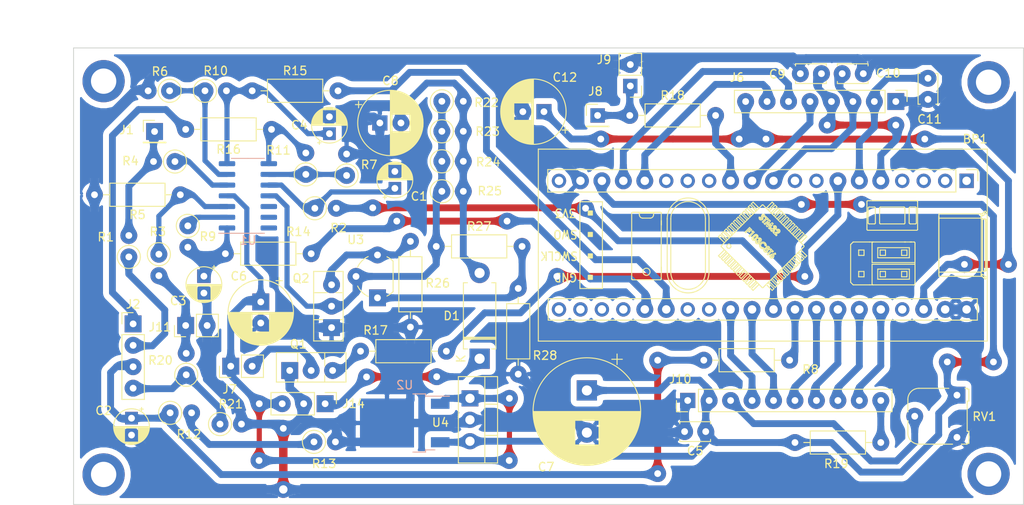
<source format=kicad_pcb>
(kicad_pcb (version 20171130) (host pcbnew "(5.1.10)-1")
  (layers (0 F.Cu signal) (31 B.Cu signal) (34 B.Paste user) (35 F.Paste user) (36 B.SilkS user) (37 F.SilkS user) (38 B.Mask user) (39 F.Mask user) (44 Edge.Cuts user))
  (net 0 "")
  (net 1 GND)
  (net 2 "Net-(BP1-Pad1)")
  (net 3 "Net-(BP1-Pad2)")
  (net 4 +3V3)
  (net 5 "Net-(BP1-Pad3)")
  (net 6 "Net-(BP1-Pad37)")
  (net 7 "Net-(BP1-Pad4)")
  (net 8 "Net-(BP1-Pad36)")
  (net 9 "Net-(BP1-Pad5)")
  (net 10 "Net-(BP1-Pad35)")
  (net 11 "Net-(BP1-Pad6)")
  (net 12 "Net-(BP1-Pad34)")
  (net 13 A10)
  (net 14 "Net-(BP1-Pad33)")
  (net 15 "Net-(BP1-Pad8)")
  (net 16 A7)
  (net 17 "Net-(BP1-Pad9)")
  (net 18 A6)
  (net 19 "Net-(BP1-Pad10)")
  (net 20 "Net-(BP1-Pad30)")
  (net 21 "Net-(BP1-Pad11)")
  (net 22 "Net-(BP1-Pad29)")
  (net 23 B4)
  (net 24 "Net-(BP1-Pad28)")
  (net 25 "Net-(BP1-Pad13)")
  (net 26 "Net-(BP1-Pad27)")
  (net 27 "Net-(BP1-Pad14)")
  (net 28 A1)
  (net 29 "Net-(BP1-Pad15)")
  (net 30 A0)
  (net 31 "Net-(BP1-Pad16)")
  (net 32 "Net-(BP1-Pad24)")
  (net 33 "Net-(BP1-Pad17)")
  (net 34 "Net-(BP1-Pad23)")
  (net 35 +5V)
  (net 36 "Net-(BP1-Pad22)")
  (net 37 "Net-(BP1-Pad21)")
  (net 38 "Net-(BP1-Pad20)")
  (net 39 "Net-(C1-Pad1)")
  (net 40 /PIN_15_TL494)
  (net 41 "Net-(C3-Pad1)")
  (net 42 "Net-(C4-Pad1)")
  (net 43 +12V)
  (net 44 "Net-(C8-Pad2)")
  (net 45 "Net-(D1-Pad1)")
  (net 46 "Net-(J1-Pad1)")
  (net 47 /PIN_1_TL494)
  (net 48 /PIN_2_TL494)
  (net 49 "Net-(J7-Pad2)")
  (net 50 "Net-(J8-Pad1)")
  (net 51 "Net-(J10-Pad3)")
  (net 52 "Net-(J10-Pad10)")
  (net 53 Vout)
  (net 54 "Net-(Q1-Pad3)")
  (net 55 "Net-(Q2-Pad3)")
  (net 56 -12V)
  (net 57 "Net-(R3-Pad1)")
  (net 58 "Net-(R4-Pad1)")
  (net 59 "Net-(R10-Pad1)")
  (net 60 "Net-(R11-Pad1)")
  (net 61 "Net-(R9-Pad1)")
  (net 62 "Net-(R11-Pad2)")
  (net 63 "Net-(R12-Pad2)")
  (net 64 "Net-(R27-Pad2)")
  (net 65 /PIN_16_TL494)
  (module Capacitor_THT:CP_Radial_D7.5mm_P2.50mm (layer F.Cu) (at 89.408 72.009 270)
    (fp_text reference C6 (at -3.048 2.6035) (layer F.SilkS))
    (fp_text value 100u)
    (pad 1 thru_hole rect (at 0 0 270) (size 2 2) (drill 0.8) (layers *.Cu *.Mask) (net 43 +12V))
    (pad 2 thru_hole circle (at 2.5 0 270) (size 2 2) (drill 0.8) (layers *.Cu *.Mask) (net 1 GND))
  )
  (module Connector_PinHeader_2.54mm:PinHeader_1x02_P2.54mm_Vertical (layer F.Cu) (at 80.518 74.803 90)
    (fp_text reference J11 (at -0.1905 -3.048 180) (layer F.SilkS))
    (fp_text value Conn_01x02)
    (pad 1 thru_hole rect (at 0 0 90) (size 2 2) (drill 0.8) (layers *.Cu *.Mask) (net 53 Vout))
    (pad 2 thru_hole oval (at 0 2.54 90) (size 2 2) (drill 0.8) (layers *.Cu *.Mask) (net 1 GND))
  )
  (module Resistor_THT:R_Axial_DIN0207_L6.3mm_D2.5mm_P2.54mm_Vertical (layer F.Cu) (at 80.772 62.992 270)
    (fp_text reference R9 (at 1.27 -2.37 180) (layer F.SilkS))
    (fp_text value 10K)
    (pad 1 thru_hole circle (at 0 0 270) (size 2 2) (drill 0.8) (layers *.Cu *.Mask) (net 61 "Net-(R9-Pad1)"))
    (pad 2 thru_hole oval (at 2.54 0 270) (size 2 2) (drill 0.8) (layers *.Cu *.Mask) (net 41 "Net-(C3-Pad1)"))
  )
  (module YAAJ_BluePill:YAAJ_BluePill_1 (layer F.Cu) (at 172.974 57.658 270)
    (fp_text reference BP1 (at -4.953 -1.016 180) (layer F.SilkS))
    (fp_text value BluePill_1 hide)
    (fp_text user 3V3 (at 3.81 47.498 180 unlocked) (layer F.SilkS) (effects (font (size 1 0.9))))
    (fp_text user SWO (at 6.35 47.498 180 unlocked) (layer F.SilkS) (effects (font (size 1 0.9))))
    (fp_text user SWCLK (at 8.89 48.26 180 unlocked) (layer F.SilkS) (effects (font (size 1 0.9))))
    (fp_text user GND (at 11.43 47.498 180 unlocked) (layer F.SilkS) (effects (font (size 1 0.9))))
    (pad 40 thru_hole circle (at 15.24 0 270) (size 2 2) (drill 1) (layers *.Cu *.Mask) (net 1 GND))
    (pad 1 thru_hole rect (at 0 0 270) (size 1.7 1.7) (drill 1) (layers *.Cu *.Mask) (net 2 "Net-(BP1-Pad1)"))
    (pad 39 thru_hole circle (at 15.24 2.54 270) (size 2 2) (drill 1) (layers *.Cu *.Mask) (net 1 GND))
    (pad 2 thru_hole circle (at 0 2.54 270) (size 1.7 1.7) (drill 1) (layers *.Cu *.Mask) (net 3 "Net-(BP1-Pad2)"))
    (pad 38 thru_hole circle (at 15.24 5.08 270) (size 2 2) (drill 1) (layers *.Cu *.Mask) (net 4 +3V3))
    (pad 3 thru_hole circle (at 0 5.08 270) (size 1.7 1.7) (drill 1) (layers *.Cu *.Mask) (net 5 "Net-(BP1-Pad3)"))
    (pad 37 thru_hole circle (at 15.24 7.62 270) (size 1.7 1.7) (drill 1) (layers *.Cu *.Mask) (net 6 "Net-(BP1-Pad37)"))
    (pad 4 thru_hole circle (at 0 7.62 270) (size 1.7 1.7) (drill 1) (layers *.Cu *.Mask) (net 7 "Net-(BP1-Pad4)"))
    (pad 36 thru_hole circle (at 15.24 10.16 270) (size 2 2) (drill 1) (layers *.Cu *.Mask) (net 8 "Net-(BP1-Pad36)"))
    (pad 5 thru_hole circle (at 0 10.16 270) (size 2 2) (drill 1) (layers *.Cu *.Mask) (net 9 "Net-(BP1-Pad5)"))
    (pad 35 thru_hole circle (at 15.24 12.7 270) (size 2 2) (drill 1) (layers *.Cu *.Mask) (net 10 "Net-(BP1-Pad35)"))
    (pad 6 thru_hole circle (at 0 12.7 270) (size 2 2) (drill 1) (layers *.Cu *.Mask) (net 11 "Net-(BP1-Pad6)"))
    (pad 34 thru_hole circle (at 15.24 15.24 270) (size 2 2) (drill 1) (layers *.Cu *.Mask) (net 12 "Net-(BP1-Pad34)"))
    (pad 7 thru_hole circle (at 0 15.24 270) (size 2 2) (drill 1) (layers *.Cu *.Mask) (net 13 A10))
    (pad 33 thru_hole circle (at 15.24 17.78 270) (size 2 2) (drill 1) (layers *.Cu *.Mask) (net 14 "Net-(BP1-Pad33)"))
    (pad 8 thru_hole circle (at 0 17.78 270) (size 1.7 1.7) (drill 1) (layers *.Cu *.Mask) (net 15 "Net-(BP1-Pad8)"))
    (pad 32 thru_hole circle (at 15.24 20.32 270) (size 2 2) (drill 1) (layers *.Cu *.Mask) (net 16 A7))
    (pad 9 thru_hole circle (at 0 20.32 270) (size 1.7 1.7) (drill 1) (layers *.Cu *.Mask) (net 17 "Net-(BP1-Pad9)"))
    (pad 31 thru_hole circle (at 15.24 22.86 270) (size 2 2) (drill 1) (layers *.Cu *.Mask) (net 18 A6))
    (pad 10 thru_hole circle (at 0 22.86 270) (size 2 2) (drill 1) (layers *.Cu *.Mask) (net 19 "Net-(BP1-Pad10)"))
    (pad 30 thru_hole circle (at 15.24 25.4 270) (size 2 2) (drill 1) (layers *.Cu *.Mask) (net 20 "Net-(BP1-Pad30)"))
    (pad 11 thru_hole circle (at 0 25.4 270) (size 2 2) (drill 1) (layers *.Cu *.Mask) (net 21 "Net-(BP1-Pad11)"))
    (pad 29 thru_hole circle (at 15.24 27.94 270) (size 2 2) (drill 1) (layers *.Cu *.Mask) (net 22 "Net-(BP1-Pad29)"))
    (pad 12 thru_hole circle (at 0 27.94 270) (size 2 2) (drill 1) (layers *.Cu *.Mask) (net 23 B4))
    (pad 28 thru_hole circle (at 15.24 30.48 270) (size 1.7 1.7) (drill 1) (layers *.Cu *.Mask) (net 24 "Net-(BP1-Pad28)"))
    (pad 13 thru_hole circle (at 0 30.48 270) (size 1.7 1.7) (drill 1) (layers *.Cu *.Mask) (net 25 "Net-(BP1-Pad13)"))
    (pad 27 thru_hole circle (at 15.24 33.02 270) (size 1.7 1.7) (drill 1) (layers *.Cu *.Mask) (net 26 "Net-(BP1-Pad27)"))
    (pad 14 thru_hole circle (at 0 33.02 270) (size 1.7 1.7) (drill 1) (layers *.Cu *.Mask) (net 27 "Net-(BP1-Pad14)"))
    (pad 26 thru_hole circle (at 15.24 35.56 270) (size 2 2) (drill 1) (layers *.Cu *.Mask) (net 28 A1))
    (pad 15 thru_hole circle (at 0 35.56 270) (size 1.7 1.7) (drill 1) (layers *.Cu *.Mask) (net 29 "Net-(BP1-Pad15)"))
    (pad 25 thru_hole circle (at 15.24 38.1 270) (size 2 2) (drill 1) (layers *.Cu *.Mask) (net 30 A0))
    (pad 16 thru_hole circle (at 0 38.1 270) (size 2 2) (drill 1) (layers *.Cu *.Mask) (net 31 "Net-(BP1-Pad16)"))
    (pad 24 thru_hole circle (at 15.24 40.64 270) (size 1.7 1.7) (drill 1) (layers *.Cu *.Mask) (net 32 "Net-(BP1-Pad24)"))
    (pad 17 thru_hole circle (at 0 40.64 270) (size 2 2) (drill 1) (layers *.Cu *.Mask) (net 33 "Net-(BP1-Pad17)"))
    (pad 23 thru_hole circle (at 15.24 43.18 270) (size 1.7 1.7) (drill 1) (layers *.Cu *.Mask) (net 34 "Net-(BP1-Pad23)"))
    (pad 18 thru_hole circle (at 0 43.18 270) (size 2 2) (drill 1) (layers *.Cu *.Mask) (net 35 +5V))
    (pad 22 thru_hole circle (at 15.24 45.72 270) (size 1.7 1.7) (drill 1) (layers *.Cu *.Mask) (net 36 "Net-(BP1-Pad22)"))
    (pad 19 thru_hole circle (at 0 45.72 270) (size 2 2) (drill 1) (layers *.Cu *.Mask) (net 1 GND))
    (pad 21 thru_hole circle (at 15.24 48.26 270) (size 1.7 1.7) (drill 1) (layers *.Cu *.Mask) (net 37 "Net-(BP1-Pad21)"))
    (pad 20 thru_hole circle (at 0 48.26 270) (size 1.7 1.7) (drill 1) (layers *.Cu *.Mask) (net 38 "Net-(BP1-Pad20)"))
  )
  (module Capacitor_THT:CP_Radial_D4.0mm_P2.00mm (layer F.Cu) (at 105.283 58.547 90)
    (fp_text reference C1 (at -0.9525 2.8575 180) (layer F.SilkS))
    (fp_text value 10u)
    (pad 2 thru_hole circle (at 2 0 90) (size 2 2) (drill 0.8) (layers *.Cu *.Mask) (net 1 GND))
    (pad 1 thru_hole rect (at 0 0 90) (size 1.5 1.5) (drill 0.8) (layers *.Cu *.Mask) (net 39 "Net-(C1-Pad1)"))
  )
  (module Capacitor_THT:CP_Radial_D4.0mm_P2.00mm (layer F.Cu) (at 74.1045 85.7885 270)
    (fp_text reference C2 (at -0.889 3.302 180) (layer F.SilkS))
    (fp_text value 10u)
    (pad 1 thru_hole rect (at 0 0 270) (size 1.5 1.5) (drill 0.8) (layers *.Cu *.Mask) (net 48 /PIN_2_TL494))
    (pad 2 thru_hole circle (at 2 0 270) (size 1.9 1.9) (drill 0.8) (layers *.Cu *.Mask) (net 1 GND))
  )
  (module Capacitor_THT:CP_Radial_D4.0mm_P2.00mm (layer F.Cu) (at 82.677 68.961 270)
    (fp_text reference C3 (at 2.921 3.048 180) (layer F.SilkS))
    (fp_text value 10u)
    (pad 2 thru_hole circle (at 2 0 270) (size 2 2) (drill 0.8) (layers *.Cu *.Mask) (net 1 GND))
    (pad 1 thru_hole rect (at 0 0 270) (size 1.6 1.6) (drill 0.8) (layers *.Cu *.Mask) (net 41 "Net-(C3-Pad1)"))
  )
  (module Capacitor_THT:CP_Radial_D4.0mm_P2.00mm (layer F.Cu) (at 97.536 52.07 90)
    (fp_text reference C4 (at 1.016 -3.556 180) (layer F.SilkS))
    (fp_text value 10u)
    (pad 1 thru_hole rect (at 0 0 90) (size 1.5 1.5) (drill 0.8) (layers *.Cu *.Mask) (net 42 "Net-(C4-Pad1)"))
    (pad 2 thru_hole circle (at 2 0 90) (size 1.8 1.8) (drill 0.8) (layers *.Cu *.Mask) (net 1 GND))
  )
  (module Capacitor_THT:C_Disc_D3.4mm_W2.1mm_P2.50mm (layer F.Cu) (at 142.0876 87.376 180)
    (fp_text reference C5 (at 1.25 -2.3) (layer F.SilkS))
    (fp_text value 100n)
    (pad 2 thru_hole circle (at 2.5 0 180) (size 2 2) (drill 0.8) (layers *.Cu *.Mask) (net 1 GND))
    (pad 1 thru_hole circle (at 0 0 180) (size 2 2) (drill 0.8) (layers *.Cu *.Mask) (net 35 +5V))
  )
  (module Capacitor_THT:CP_Radial_D7.5mm_P2.50mm (layer F.Cu) (at 103.505 50.8)
    (fp_text reference C8 (at 1.25 -5) (layer F.SilkS))
    (fp_text value 100u)
    (pad 2 thru_hole circle (at 2.5 0) (size 2 2) (drill 0.8) (layers *.Cu *.Mask) (net 44 "Net-(C8-Pad2)"))
    (pad 1 thru_hole rect (at 0 0) (size 1.8 1.8) (drill 0.8) (layers *.Cu *.Mask) (net 1 GND))
  )
  (module Capacitor_THT:C_Disc_D3.4mm_W2.1mm_P2.50mm (layer F.Cu) (at 153.289 44.958)
    (fp_text reference C9 (at -2.7305 0.0635) (layer F.SilkS))
    (fp_text value 100n)
    (pad 1 thru_hole circle (at 0 0) (size 2 2) (drill 0.8) (layers *.Cu *.Mask) (net 1 GND))
    (pad 2 thru_hole circle (at 2.5 0) (size 2 2) (drill 0.8) (layers *.Cu *.Mask) (net 9 "Net-(BP1-Pad5)"))
  )
  (module Capacitor_THT:C_Disc_D3.4mm_W2.1mm_P2.50mm (layer F.Cu) (at 158.242 44.958)
    (fp_text reference C10 (at 5.461 -0.0635) (layer F.SilkS))
    (fp_text value 100n)
    (pad 1 thru_hole circle (at 0 0) (size 2 2) (drill 0.8) (layers *.Cu *.Mask) (net 19 "Net-(BP1-Pad10)"))
    (pad 2 thru_hole circle (at 2.5 0) (size 2 2) (drill 0.8) (layers *.Cu *.Mask) (net 1 GND))
  )
  (module Capacitor_THT:C_Disc_D3.4mm_W2.1mm_P2.50mm (layer F.Cu) (at 168.402 48.006 90)
    (fp_text reference C11 (at -2.3495 0.1905) (layer F.SilkS))
    (fp_text value 100n)
    (pad 2 thru_hole circle (at 2.5 0 90) (size 2 2) (drill 0.8) (layers *.Cu *.Mask) (net 11 "Net-(BP1-Pad6)"))
    (pad 1 thru_hole circle (at 0 0 90) (size 2 2) (drill 0.8) (layers *.Cu *.Mask) (net 1 GND))
  )
  (module Capacitor_THT:CP_Radial_D7.5mm_P2.50mm (layer F.Cu) (at 122.936 49.4665 180)
    (fp_text reference C12 (at -2.4765 4.064) (layer F.SilkS))
    (fp_text value 100u)
    (pad 2 thru_hole circle (at 2.5 0 180) (size 2 2) (drill 0.8) (layers *.Cu *.Mask) (net 1 GND))
    (pad 1 thru_hole rect (at 0 0 180) (size 1.8 1.8) (drill 0.8) (layers *.Cu *.Mask) (net 4 +3V3))
  )
  (module Diode_THT:D_DO-15_P10.16mm_Horizontal (layer F.Cu) (at 115.316 78.74 90)
    (fp_text reference D1 (at 5.08 -3.302 180) (layer F.SilkS))
    (fp_text value D_Schottky)
    (fp_text user K (at 0 -2.2 90) (layer F.SilkS))
    (pad 1 thru_hole rect (at 0 0 90) (size 2.4 2.4) (drill 1.2) (layers *.Cu *.Mask) (net 45 "Net-(D1-Pad1)"))
    (pad 2 thru_hole oval (at 10.16 0 90) (size 2.4 2.4) (drill 1.2) (layers *.Cu *.Mask) (net 44 "Net-(C8-Pad2)"))
  )
  (module Connector_PinHeader_2.54mm:PinHeader_1x01_P2.54mm_Vertical (layer F.Cu) (at 76.835 51.816)
    (fp_text reference J1 (at -3.302 -0.1905) (layer F.SilkS))
    (fp_text value RSHUNT)
    (pad 1 thru_hole rect (at 0 0) (size 2 2) (drill 0.8) (layers *.Cu *.Mask) (net 46 "Net-(J1-Pad1)"))
  )
  (module Connector_PinHeader_2.54mm:PinHeader_1x08_P2.54mm_Vertical (layer F.Cu) (at 164.592 48.26 270)
    (fp_text reference J6 (at -2.8575 18.796) (layer F.SilkS))
    (fp_text value OLED)
    (pad 1 thru_hole rect (at 0 0 270) (size 2 2) (drill 0.8) (layers *.Cu *.Mask) (net 1 GND))
    (pad 2 thru_hole oval (at 0 2.54 270) (size 2 2) (drill 0.8) (layers *.Cu *.Mask) (net 11 "Net-(BP1-Pad6)"))
    (pad 3 thru_hole oval (at 0 5.08 270) (size 2 2) (drill 0.8) (layers *.Cu *.Mask) (net 19 "Net-(BP1-Pad10)"))
    (pad 4 thru_hole oval (at 0 7.62 270) (size 2 2) (drill 0.8) (layers *.Cu *.Mask) (net 9 "Net-(BP1-Pad5)"))
    (pad 5 thru_hole oval (at 0 10.16 270) (size 2 2) (drill 0.8) (layers *.Cu *.Mask) (net 21 "Net-(BP1-Pad11)"))
    (pad 6 thru_hole oval (at 0 12.7 270) (size 2 2) (drill 0.8) (layers *.Cu *.Mask) (net 33 "Net-(BP1-Pad17)"))
    (pad 7 thru_hole oval (at 0 15.24 270) (size 2 2) (drill 0.8) (layers *.Cu *.Mask) (net 31 "Net-(BP1-Pad16)"))
    (pad 8 thru_hole oval (at 0 17.78 270) (size 2 2) (drill 0.8) (layers *.Cu *.Mask) (net 4 +3V3))
  )
  (module Connector_PinHeader_2.54mm:PinHeader_1x02_P2.54mm_Vertical (layer F.Cu) (at 85.852 79.629 90)
    (fp_text reference J7 (at -2.7305 -0.127 180) (layer F.SilkS))
    (fp_text value "PSU FAN")
    (pad 2 thru_hole oval (at 0 2.54 90) (size 2 2) (drill 0.8) (layers *.Cu *.Mask) (net 49 "Net-(J7-Pad2)"))
    (pad 1 thru_hole rect (at 0 0 90) (size 2 2) (drill 0.8) (layers *.Cu *.Mask) (net 43 +12V))
  )
  (module Connector_PinHeader_2.54mm:PinHeader_1x01_P2.54mm_Vertical (layer F.Cu) (at 129.286 49.911)
    (fp_text reference J8 (at -0.254 -2.8575) (layer F.SilkS))
    (fp_text value PS_ON)
    (pad 1 thru_hole rect (at 0 0) (size 1.7 1.7) (drill 0.8) (layers *.Cu *.Mask) (net 50 "Net-(J8-Pad1)"))
  )
  (module Connector_PinHeader_2.54mm:PinHeader_1x02_P2.54mm_Vertical (layer F.Cu) (at 133.1595 46.4185 180)
    (fp_text reference J9 (at 3.1115 3.1115) (layer F.SilkS))
    (fp_text value SW_STBY)
    (pad 1 thru_hole rect (at 0 0 180) (size 1.7 1.7) (drill 0.8) (layers *.Cu *.Mask) (net 50 "Net-(J8-Pad1)"))
    (pad 2 thru_hole oval (at 0 2.54 180) (size 2 2) (drill 0.8) (layers *.Cu *.Mask) (net 1 GND))
  )
  (module Connector_PinHeader_2.54mm:PinHeader_1x10_P2.54mm_Vertical (layer F.Cu) (at 139.954 83.693 90)
    (fp_text reference J10 (at 2.54 -0.889 180) (layer F.SilkS))
    (fp_text value "LCD 16x2")
    (pad 1 thru_hole rect (at 0 0 90) (size 1.8 1.8) (drill 0.8) (layers *.Cu *.Mask) (net 1 GND))
    (pad 2 thru_hole oval (at 0 2.54 90) (size 2 2) (drill 0.8) (layers *.Cu *.Mask) (net 35 +5V))
    (pad 3 thru_hole oval (at 0 5.08 90) (size 2 2) (drill 0.8) (layers *.Cu *.Mask) (net 51 "Net-(J10-Pad3)"))
    (pad 4 thru_hole oval (at 0 7.62 90) (size 2 2) (drill 0.8) (layers *.Cu *.Mask) (net 22 "Net-(BP1-Pad29)"))
    (pad 5 thru_hole oval (at 0 10.16 90) (size 2 2) (drill 0.8) (layers *.Cu *.Mask) (net 20 "Net-(BP1-Pad30)"))
    (pad 6 thru_hole oval (at 0 12.7 90) (size 2 2) (drill 0.8) (layers *.Cu *.Mask) (net 14 "Net-(BP1-Pad33)"))
    (pad 7 thru_hole oval (at 0 15.24 90) (size 2 2) (drill 0.8) (layers *.Cu *.Mask) (net 12 "Net-(BP1-Pad34)"))
    (pad 8 thru_hole oval (at 0 17.78 90) (size 2 2) (drill 0.8) (layers *.Cu *.Mask) (net 10 "Net-(BP1-Pad35)"))
    (pad 9 thru_hole oval (at 0 20.32 90) (size 2 2) (drill 0.8) (layers *.Cu *.Mask) (net 8 "Net-(BP1-Pad36)"))
    (pad 10 thru_hole oval (at 0 22.86 90) (size 2 2) (drill 0.8) (layers *.Cu *.Mask) (net 52 "Net-(J10-Pad10)"))
  )
  (module Connector_PinHeader_2.54mm:PinHeader_1x03_P2.54mm_Vertical (layer F.Cu) (at 97.028 84.074 270)
    (fp_text reference J14 (at 0 -3.3655 180) (layer F.SilkS))
    (fp_text value 12_SIMETRICOS)
    (pad 1 thru_hole rect (at 0 0 270) (size 2 2) (drill 0.8) (layers *.Cu *.Mask) (net 45 "Net-(D1-Pad1)"))
    (pad 2 thru_hole oval (at 0 2.54 270) (size 2 2) (drill 0.8) (layers *.Cu *.Mask) (net 1 GND))
    (pad 3 thru_hole oval (at 0 5.08 270) (size 2 2) (drill 0.8) (layers *.Cu *.Mask) (net 43 +12V))
  )
  (module Package_TO_SOT_THT:TO-126-3_Vertical (layer F.Cu) (at 92.837 80.137)
    (fp_text reference Q1 (at 1.016 -3.12) (layer F.SilkS))
    (fp_text value BD139)
    (pad 1 thru_hole rect (at 0 0) (size 2 2) (drill 0.8) (layers *.Cu *.Mask) (net 1 GND))
    (pad 2 thru_hole oval (at 2.54 0) (size 2 2) (drill 0.8) (layers *.Cu *.Mask) (net 49 "Net-(J7-Pad2)"))
    (pad 3 thru_hole oval (at 5.08 0) (size 2 2) (drill 0.8) (layers *.Cu *.Mask) (net 54 "Net-(Q1-Pad3)"))
  )
  (module Package_TO_SOT_THT:TO-126-3_Vertical (layer F.Cu) (at 97.79 75.057 90)
    (fp_text reference Q2 (at 5.842 -3.6195 180) (layer F.SilkS))
    (fp_text value BD138)
    (pad 3 thru_hole oval (at 5.08 0 90) (size 2 2) (drill 0.8) (layers *.Cu *.Mask) (net 55 "Net-(Q2-Pad3)"))
    (pad 2 thru_hole oval (at 2.54 0 90) (size 2 2) (drill 0.8) (layers *.Cu *.Mask) (net 56 -12V))
    (pad 1 thru_hole rect (at 0 0 90) (size 2 2) (drill 0.8) (layers *.Cu *.Mask) (net 1 GND))
  )
  (module Resistor_THT:R_Axial_DIN0207_L6.3mm_D2.5mm_P2.54mm_Vertical (layer F.Cu) (at 79.248 55.372 180)
    (fp_text reference R4 (at 5.2705 0.0635) (layer F.SilkS))
    (fp_text value 2K)
    (pad 2 thru_hole oval (at 2.54 0 180) (size 2 2) (drill 0.8) (layers *.Cu *.Mask) (net 46 "Net-(J1-Pad1)"))
    (pad 1 thru_hole circle (at 0 0 180) (size 2 2) (drill 0.8) (layers *.Cu *.Mask) (net 58 "Net-(R4-Pad1)"))
  )
  (module Resistor_THT:R_Axial_DIN0207_L6.3mm_D2.5mm_P2.54mm_Vertical (layer F.Cu) (at 78.613 46.99 180)
    (fp_text reference R6 (at 1.143 2.286) (layer F.SilkS))
    (fp_text value 10K)
    (pad 2 thru_hole oval (at 2.54 0 180) (size 2 2) (drill 0.8) (layers *.Cu *.Mask) (net 1 GND))
    (pad 1 thru_hole circle (at 0 0 180) (size 2 2) (drill 0.8) (layers *.Cu *.Mask) (net 59 "Net-(R10-Pad1)"))
  )
  (module Resistor_THT:R_Axial_DIN0207_L6.3mm_D2.5mm_P2.54mm_Vertical (layer F.Cu) (at 99.568 57.023 90)
    (fp_text reference R7 (at 1.27 2.667 180) (layer F.SilkS))
    (fp_text value 5.1K)
    (pad 1 thru_hole circle (at 0 0 90) (size 2 2) (drill 0.8) (layers *.Cu *.Mask) (net 60 "Net-(R11-Pad1)"))
    (pad 2 thru_hole oval (at 2.54 0 90) (size 2 2) (drill 0.8) (layers *.Cu *.Mask) (net 1 GND))
  )
  (module Resistor_THT:R_Axial_DIN0207_L6.3mm_D2.5mm_P2.54mm_Vertical (layer F.Cu) (at 82.804 46.99)
    (fp_text reference R10 (at 1.27 -2.37) (layer F.SilkS))
    (fp_text value 20K)
    (pad 1 thru_hole circle (at 0 0) (size 2 2) (drill 0.8) (layers *.Cu *.Mask) (net 59 "Net-(R10-Pad1)"))
    (pad 2 thru_hole oval (at 2.54 0) (size 2 2) (drill 0.8) (layers *.Cu *.Mask) (net 42 "Net-(C4-Pad1)"))
  )
  (module Resistor_THT:R_Axial_DIN0207_L6.3mm_D2.5mm_P2.54mm_Vertical (layer F.Cu) (at 94.742 56.896 90)
    (fp_text reference R11 (at 2.8575 -3.2385 180) (layer F.SilkS))
    (fp_text value 2.7K)
    (pad 1 thru_hole circle (at 0 0 90) (size 2 2) (drill 0.8) (layers *.Cu *.Mask) (net 60 "Net-(R11-Pad1)"))
    (pad 2 thru_hole oval (at 2.54 0 90) (size 2 2) (drill 0.8) (layers *.Cu *.Mask) (net 62 "Net-(R11-Pad2)"))
  )
  (module Resistor_THT:R_Axial_DIN0207_L6.3mm_D2.5mm_P2.54mm_Vertical (layer F.Cu) (at 78.6765 85.1535)
    (fp_text reference R12 (at 2.2225 2.54) (layer F.SilkS))
    (fp_text value 220)
    (pad 1 thru_hole circle (at 0 0) (size 2 2) (drill 0.8) (layers *.Cu *.Mask) (net 48 /PIN_2_TL494))
    (pad 2 thru_hole oval (at 2.54 0) (size 2 2) (drill 0.8) (layers *.Cu *.Mask) (net 63 "Net-(R12-Pad2)"))
  )
  (module Resistor_THT:R_Axial_DIN0207_L6.3mm_D2.5mm_P2.54mm_Vertical (layer F.Cu) (at 95.7072 88.5952)
    (fp_text reference R13 (at 1.1938 2.5908) (layer F.SilkS))
    (fp_text value 150)
    (pad 2 thru_hole oval (at 2.54 0) (size 2 2) (drill 0.8) (layers *.Cu *.Mask) (net 1 GND))
    (pad 1 thru_hole circle (at 0 0) (size 2 2) (drill 0.8) (layers *.Cu *.Mask) (net 63 "Net-(R12-Pad2)"))
  )
  (module Potentiometer_THT:Potentiometer_Runtron_RM-065_Vertical (layer F.Cu) (at 171.831 83.058 270)
    (fp_text reference RV1 (at 2.54 -3.2385 180) (layer F.SilkS))
    (fp_text value 10K)
    (pad 3 thru_hole circle (at 5 0 270) (size 2 2) (drill 0.8) (layers *.Cu *.Mask) (net 1 GND))
    (pad 1 thru_hole rect (at 0 0 270) (size 2 2) (drill 0.8) (layers *.Cu *.Mask) (net 35 +5V))
    (pad 2 thru_hole circle (at 2.5 5 270) (size 2 2) (drill 0.8) (layers *.Cu *.Mask) (net 51 "Net-(J10-Pad3)"))
  )
  (module Package_SO:SOIC-14_3.9x8.7mm_P1.27mm (layer B.Cu) (at 87.884 59.436)
    (fp_text reference U1 (at 0 5.28) (layer B.SilkS) (effects (justify mirror)))
    (fp_text value LM324)
    (pad 1 smd roundrect (at -2.475 3.81) (size 1.95 0.6) (layers B.Cu B.Paste B.Mask) (net 41 "Net-(C3-Pad1)"))
    (pad 2 smd roundrect (at -2.475 2.54) (size 1.95 0.6) (layers B.Cu B.Paste B.Mask) (net 61 "Net-(R9-Pad1)"))
    (pad 3 smd roundrect (at -2.475 1.27) (size 1.95 0.6) (layers B.Cu B.Paste B.Mask) (net 57 "Net-(R3-Pad1)"))
    (pad 4 smd roundrect (at -2.475 0) (size 1.95 0.6) (layers B.Cu B.Paste B.Mask) (net 43 +12V))
    (pad 5 smd roundrect (at -2.475 -1.27) (size 1.95 0.6) (layers B.Cu B.Paste B.Mask) (net 58 "Net-(R4-Pad1)"))
    (pad 6 smd roundrect (at -2.475 -2.54) (size 1.95 0.6) (layers B.Cu B.Paste B.Mask) (net 59 "Net-(R10-Pad1)"))
    (pad 7 smd roundrect (at -2.475 -3.81) (size 1.95 0.6) (layers B.Cu B.Paste B.Mask) (net 42 "Net-(C4-Pad1)"))
    (pad 8 smd roundrect (at 2.475 -3.81) (size 1.95 0.6) (layers B.Cu B.Paste B.Mask) (net 62 "Net-(R11-Pad2)"))
    (pad 9 smd roundrect (at 2.475 -2.54) (size 1.95 0.6) (layers B.Cu B.Paste B.Mask) (net 60 "Net-(R11-Pad1)"))
    (pad 10 smd roundrect (at 2.475 -1.27) (size 1.95 0.6) (layers B.Cu B.Paste B.Mask) (net 39 "Net-(C1-Pad1)"))
    (pad 11 smd roundrect (at 2.475 0) (size 1.95 0.6) (layers B.Cu B.Paste B.Mask) (net 56 -12V))
    (pad 12 smd roundrect (at 2.475 1.27) (size 1.95 0.6) (layers B.Cu B.Paste B.Mask))
    (pad 13 smd roundrect (at 2.475 2.54) (size 1.95 0.6) (layers B.Cu B.Paste B.Mask))
    (pad 14 smd roundrect (at 2.475 3.81) (size 1.95 0.6) (layers B.Cu B.Paste B.Mask))
  )
  (module Package_TO_SOT_SMD:TO-252-2 (layer B.Cu) (at 106.4514 86.36 180)
    (fp_text reference U2 (at 0 4.5) (layer B.SilkS) (effects (justify mirror)))
    (fp_text value L7805)
    (pad 1 smd rect (at -4.2 2.28 180) (size 2.2 1.2) (layers B.Cu B.Paste B.Mask) (net 43 +12V))
    (pad 3 smd rect (at -4.2 -2.28 180) (size 2.2 1.2) (layers B.Cu B.Paste B.Mask) (net 35 +5V))
    (pad 2 smd rect (at 2.1 0 180) (size 6.4 5.8) (layers B.Cu B.Mask) (net 1 GND))
  )
  (module Resistor_THT:R_Axial_DIN0207_L6.3mm_D2.5mm_P10.16mm_Horizontal (layer F.Cu) (at 85.217 66.294)
    (fp_text reference R14 (at 8.636 -2.6035) (layer F.SilkS))
    (fp_text value 220)
    (pad 2 thru_hole oval (at 10.16 0) (size 2 2) (drill 0.8) (layers *.Cu *.Mask) (net 30 A0))
    (pad 1 thru_hole circle (at 0 0) (size 2 2) (drill 0.8) (layers *.Cu *.Mask) (net 41 "Net-(C3-Pad1)"))
  )
  (module Resistor_THT:R_Axial_DIN0207_L6.3mm_D2.5mm_P10.16mm_Horizontal (layer F.Cu) (at 88.392 46.99)
    (fp_text reference R15 (at 5.08 -2.37) (layer F.SilkS))
    (fp_text value 220)
    (pad 1 thru_hole circle (at 0 0) (size 2 2) (drill 0.8) (layers *.Cu *.Mask) (net 42 "Net-(C4-Pad1)"))
    (pad 2 thru_hole oval (at 10.16 0) (size 2 2) (drill 0.8) (layers *.Cu *.Mask) (net 28 A1))
  )
  (module Resistor_THT:R_Axial_DIN0207_L6.3mm_D2.5mm_P10.16mm_Horizontal (layer F.Cu) (at 101.219 77.851)
    (fp_text reference R17 (at 1.778 -2.4765) (layer F.SilkS))
    (fp_text value 1K)
    (pad 1 thru_hole circle (at 0 0) (size 2 2) (drill 0.8) (layers *.Cu *.Mask) (net 54 "Net-(Q1-Pad3)"))
    (pad 2 thru_hole oval (at 10.16 0) (size 2 2) (drill 0.8) (layers *.Cu *.Mask) (net 13 A10))
  )
  (module Resistor_THT:R_Axial_DIN0207_L6.3mm_D2.5mm_P10.16mm_Horizontal (layer F.Cu) (at 133.096 49.911)
    (fp_text reference R18 (at 5.08 -2.37) (layer F.SilkS))
    (fp_text value 2K)
    (pad 1 thru_hole circle (at 0 0) (size 2 2) (drill 0.8) (layers *.Cu *.Mask) (net 50 "Net-(J8-Pad1)"))
    (pad 2 thru_hole oval (at 10.16 0) (size 2 2) (drill 0.8) (layers *.Cu *.Mask) (net 23 B4))
  )
  (module Resistor_THT:R_Axial_DIN0207_L6.3mm_D2.5mm_P10.16mm_Horizontal (layer F.Cu) (at 90.678 51.562 180)
    (fp_text reference R16 (at 5.08 -2.37) (layer F.SilkS))
    (fp_text value 2K)
    (pad 1 thru_hole circle (at 0 0 180) (size 2 2) (drill 0.8) (layers *.Cu *.Mask) (net 62 "Net-(R11-Pad2)"))
    (pad 2 thru_hole oval (at 10.16 0 180) (size 2 2) (drill 0.8) (layers *.Cu *.Mask) (net 65 /PIN_16_TL494))
  )
  (module Resistor_THT:R_Axial_DIN0207_L6.3mm_D2.5mm_P10.16mm_Horizontal (layer F.Cu) (at 79.883 59.309 180)
    (fp_text reference R5 (at 5.08 -2.37) (layer F.SilkS))
    (fp_text value 2k)
    (pad 1 thru_hole circle (at 0 0 180) (size 2 2) (drill 0.8) (layers *.Cu *.Mask) (net 57 "Net-(R3-Pad1)"))
    (pad 2 thru_hole oval (at 10.16 0 180) (size 2 2) (drill 0.8) (layers *.Cu *.Mask) (net 1 GND))
  )
  (module Resistor_THT:R_Axial_DIN0207_L6.3mm_D2.5mm_P10.16mm_Horizontal (layer F.Cu) (at 107.1245 64.8335 270)
    (fp_text reference R26 (at 4.953 -3.2385 180) (layer F.SilkS))
    (fp_text value 2.2k)
    (pad 2 thru_hole oval (at 10.16 0 270) (size 2 2) (drill 0.8) (layers *.Cu *.Mask) (net 1 GND))
    (pad 1 thru_hole circle (at 0 0 270) (size 2 2) (drill 0.8) (layers *.Cu *.Mask) (net 55 "Net-(Q2-Pad3)"))
  )
  (module Resistor_THT:R_Axial_DIN0207_L6.3mm_D2.5mm_P10.16mm_Horizontal (layer F.Cu) (at 119.888 70.4088 270)
    (fp_text reference R28 (at 7.9502 -3.175 180) (layer F.SilkS))
    (fp_text value 8.2k)
    (pad 1 thru_hole circle (at 0 0 270) (size 2 2) (drill 0.8) (layers *.Cu *.Mask) (net 64 "Net-(R27-Pad2)"))
    (pad 2 thru_hole oval (at 10.16 0 270) (size 2 2) (drill 0.8) (layers *.Cu *.Mask) (net 1 GND))
  )
  (module Resistor_THT:R_Axial_DIN0207_L6.3mm_D2.5mm_P10.16mm_Horizontal (layer F.Cu) (at 110.1852 65.4304)
    (fp_text reference R27 (at 5.08 -2.37) (layer F.SilkS))
    (fp_text value 2.2k)
    (pad 1 thru_hole circle (at 0 0) (size 2 2) (drill 0.8) (layers *.Cu *.Mask) (net 56 -12V))
    (pad 2 thru_hole oval (at 10.16 0) (size 2 2) (drill 0.8) (layers *.Cu *.Mask) (net 64 "Net-(R27-Pad2)"))
  )
  (module Package_TO_SOT_THT:TO-220-3_Vertical (layer F.Cu) (at 114.173 83.439 270)
    (fp_text reference U4 (at 2.8575 3.4925 180) (layer F.SilkS))
    (fp_text value L7805)
    (pad 1 thru_hole rect (at 0 0 270) (size 1.905 2) (drill 1.1) (layers *.Cu *.Mask) (net 43 +12V))
    (pad 2 thru_hole oval (at 2.54 0 270) (size 1.905 2) (drill 1.1) (layers *.Cu *.Mask) (net 1 GND))
    (pad 3 thru_hole oval (at 5.08 0 270) (size 1.905 2) (drill 1.1) (layers *.Cu *.Mask) (net 35 +5V))
  )
  (module Resistor_THT:R_Axial_DIN0207_L6.3mm_D2.5mm_P10.16mm_Horizontal (layer F.Cu) (at 152.654 88.6714)
    (fp_text reference R19 (at 4.8895 2.5146) (layer F.SilkS))
    (fp_text value 100)
    (pad 1 thru_hole circle (at 0 0) (size 2 2) (drill 0.8) (layers *.Cu *.Mask) (net 35 +5V))
    (pad 2 thru_hole oval (at 10.16 0) (size 2 2) (drill 0.8) (layers *.Cu *.Mask) (net 52 "Net-(J10-Pad10)"))
  )
  (module Connector_PinHeader_2.54mm:PinHeader_1x04_P2.54mm_Vertical (layer F.Cu) (at 74.295 74.6125)
    (fp_text reference J2 (at 0 -2.33) (layer F.SilkS))
    (fp_text value TL494)
    (pad 1 thru_hole rect (at 0 0) (size 2 2) (drill 0.8) (layers *.Cu *.Mask) (net 65 /PIN_16_TL494))
    (pad 2 thru_hole oval (at 0 2.54) (size 2 2) (drill 0.8) (layers *.Cu *.Mask) (net 47 /PIN_1_TL494))
    (pad 3 thru_hole oval (at 0 5.08) (size 2 2) (drill 0.8) (layers *.Cu *.Mask) (net 48 /PIN_2_TL494))
    (pad 4 thru_hole oval (at 0 7.62) (size 2 2) (drill 0.8) (layers *.Cu *.Mask) (net 40 /PIN_15_TL494))
  )
  (module Resistor_THT:R_Axial_DIN0207_L6.3mm_D2.5mm_P2.54mm_Vertical (layer F.Cu) (at 80.5815 80.645 90)
    (fp_text reference R20 (at 1.7145 -3.048 180) (layer F.SilkS))
    (fp_text value 10K)
    (pad 1 thru_hole circle (at 0 0 90) (size 2 2) (drill 0.8) (layers *.Cu *.Mask) (net 40 /PIN_15_TL494))
    (pad 2 thru_hole oval (at 2.54 0 90) (size 2 2) (drill 0.8) (layers *.Cu *.Mask) (net 53 Vout))
  )
  (module Resistor_THT:R_Axial_DIN0207_L6.3mm_D2.5mm_P10.16mm_Horizontal (layer F.Cu) (at 141.859 78.9178)
    (fp_text reference R8 (at 12.6365 1.0922) (layer F.SilkS))
    (fp_text value 2K)
    (pad 1 thru_hole circle (at 0 0) (size 2 2) (drill 0.8) (layers *.Cu *.Mask) (net 48 /PIN_2_TL494))
    (pad 2 thru_hole oval (at 10.16 0) (size 2 2) (drill 0.8) (layers *.Cu *.Mask) (net 16 A7))
  )
  (module Resistor_THT:R_Axial_DIN0207_L6.3mm_D2.5mm_P2.54mm_Vertical (layer F.Cu) (at 84.582 86.487)
    (fp_text reference R21 (at 1.27 -2.37) (layer F.SilkS))
    (fp_text value 2K)
    (pad 1 thru_hole circle (at 0 0) (size 2 2) (drill 0.8) (layers *.Cu *.Mask) (net 40 /PIN_15_TL494))
    (pad 2 thru_hole oval (at 2.54 0) (size 2 2) (drill 0.8) (layers *.Cu *.Mask) (net 1 GND))
  )
  (module Resistor_THT:R_Axial_DIN0207_L6.3mm_D2.5mm_P2.54mm_Vertical (layer F.Cu) (at 95.8088 60.9092)
    (fp_text reference R2 (at 2.8067 2.3368) (layer F.SilkS))
    (fp_text value 2K)
    (pad 1 thru_hole circle (at 0 0) (size 2 2) (drill 0.8) (layers *.Cu *.Mask) (net 39 "Net-(C1-Pad1)"))
    (pad 2 thru_hole oval (at 2.54 0) (size 2 2) (drill 0.8) (layers *.Cu *.Mask) (net 18 A6))
  )
  (module Resistor_THT:R_Axial_DIN0207_L6.3mm_D2.5mm_P2.54mm_Vertical (layer F.Cu) (at 73.787 66.675 90)
    (fp_text reference R1 (at 2.3495 -2.7305 180) (layer F.SilkS))
    (fp_text value 2K)
    (pad 1 thru_hole circle (at 0 0 90) (size 2 2) (drill 0.8) (layers *.Cu *.Mask) (net 47 /PIN_1_TL494))
    (pad 2 thru_hole oval (at 2.54 0 90) (size 2 2) (drill 0.8) (layers *.Cu *.Mask) (net 46 "Net-(J1-Pad1)"))
  )
  (module Resistor_THT:R_Axial_DIN0207_L6.3mm_D2.5mm_P2.54mm_Vertical (layer F.Cu) (at 77.343 66.3575 270)
    (fp_text reference R3 (at -2.667 0.127 180) (layer F.SilkS))
    (fp_text value 22k)
    (pad 2 thru_hole oval (at 2.54 0 270) (size 2 2) (drill 0.8) (layers *.Cu *.Mask) (net 53 Vout))
    (pad 1 thru_hole circle (at 0 0 270) (size 2 2) (drill 0.8) (layers *.Cu *.Mask) (net 57 "Net-(R3-Pad1)"))
  )
  (module Resistor_THT:R_Axial_DIN0207_L6.3mm_D2.5mm_P2.54mm_Vertical (layer F.Cu) (at 110.8456 48.2346)
    (fp_text reference R22 (at 5.2959 0.1524) (layer F.SilkS))
    (fp_text value 4.7K)
    (pad 2 thru_hole oval (at 2.54 0) (size 2 2) (drill 0.8) (layers *.Cu *.Mask) (net 44 "Net-(C8-Pad2)"))
    (pad 1 thru_hole circle (at 0 0) (size 2 2) (drill 0.8) (layers *.Cu *.Mask) (net 56 -12V))
  )
  (module Resistor_THT:R_Axial_DIN0207_L6.3mm_D2.5mm_P2.54mm_Vertical (layer F.Cu) (at 110.8456 51.7906)
    (fp_text reference R23 (at 5.4229 0.0254) (layer F.SilkS))
    (fp_text value 4.7K)
    (pad 1 thru_hole circle (at 0 0) (size 2 2) (drill 0.8) (layers *.Cu *.Mask) (net 56 -12V))
    (pad 2 thru_hole oval (at 2.54 0) (size 2 2) (drill 0.8) (layers *.Cu *.Mask) (net 44 "Net-(C8-Pad2)"))
  )
  (module Resistor_THT:R_Axial_DIN0207_L6.3mm_D2.5mm_P2.54mm_Vertical (layer F.Cu) (at 110.8456 55.3466)
    (fp_text reference R24 (at 5.4864 0.0889) (layer F.SilkS))
    (fp_text value 4.7K)
    (pad 2 thru_hole oval (at 2.54 0) (size 2 2) (drill 0.8) (layers *.Cu *.Mask) (net 44 "Net-(C8-Pad2)"))
    (pad 1 thru_hole circle (at 0 0) (size 2 2) (drill 0.8) (layers *.Cu *.Mask) (net 56 -12V))
  )
  (module Resistor_THT:R_Axial_DIN0207_L6.3mm_D2.5mm_P2.54mm_Vertical (layer F.Cu) (at 110.8456 58.9026)
    (fp_text reference R25 (at 5.6769 -0.0381) (layer F.SilkS))
    (fp_text value 4.7K)
    (pad 1 thru_hole circle (at 0 0) (size 2 2) (drill 0.8) (layers *.Cu *.Mask) (net 56 -12V))
    (pad 2 thru_hole oval (at 2.54 0) (size 2 2) (drill 0.8) (layers *.Cu *.Mask) (net 44 "Net-(C8-Pad2)"))
  )
  (module Package_TO_SOT_THT:TO-92_Wide (layer F.Cu) (at 103.2256 71.5264 90)
    (fp_text reference U3 (at 6.8834 -2.5781 180) (layer F.SilkS))
    (fp_text value TL431LP)
    (pad 2 thru_hole circle (at 2.54 -2.54 90) (size 2 2) (drill 0.8) (layers *.Cu *.Mask) (net 56 -12V))
    (pad 3 thru_hole circle (at 5.08 0 90) (size 2 2) (drill 0.8) (layers *.Cu *.Mask) (net 55 "Net-(Q2-Pad3)"))
    (pad 1 thru_hole rect (at 0 0 90) (size 2 2) (drill 0.8) (layers *.Cu *.Mask) (net 64 "Net-(R27-Pad2)"))
  )
  (module Capacitor_THT:CP_Radial_D12.5mm_P5.00mm (layer F.Cu) (at 128.016 82.4992 270)
    (fp_text reference C7 (at 9.0678 4.826 180) (layer F.SilkS))
    (fp_text value 4700u)
    (pad 1 thru_hole rect (at 0 0 270) (size 2.4 2.4) (drill 1.2) (layers *.Cu *.Mask) (net 35 +5V))
    (pad 2 thru_hole circle (at 5 0 270) (size 2.4 2.4) (drill 1.2) (layers *.Cu *.Mask) (net 1 GND))
  )
  (gr_line (start 179.705 96.012) (end 67.2465 96.012) (layer Edge.Cuts) (width 0.1))
  (gr_line (start 179.705 41.91) (end 67.2465 41.91) (layer Edge.Cuts) (width 0.1))
  (gr_line (start 67.2465 96.012) (end 67.2465 41.91) (layer Edge.Cuts) (width 0.1))
  (gr_line (start 179.705 96.012) (end 179.705 41.91) (layer Edge.Cuts) (width 0.1))
  (via (at 175.5775 45.974) (size 5) (drill 3) (layers F.Cu B.Cu) (net 0))
  (via (at 175.5775 92.3925) (size 5) (drill 3) (layers F.Cu B.Cu) (net 0))
  (via (at 70.8025 92.456) (size 5) (drill 3) (layers F.Cu B.Cu) (net 0))
  (via (at 70.8025 45.847) (size 5) (drill 3) (layers F.Cu B.Cu) (net 0))
  (segment (start 92.837 82.224998) (end 94.488 83.875998) (width 1) (layer B.Cu) (net 1))
  (segment (start 94.488 83.875998) (end 94.488 84.074) (width 1) (layer B.Cu) (net 1))
  (segment (start 92.837 80.137) (end 92.837 82.224998) (width 1) (layer B.Cu) (net 1))
  (segment (start 97.79 75.057) (end 106.299 75.057) (width 1) (layer B.Cu) (net 1))
  (segment (start 89.956 75.057) (end 89.408 74.509) (width 1) (layer B.Cu) (net 1))
  (segment (start 97.79 75.057) (end 89.956 75.057) (width 1) (layer B.Cu) (net 1))
  (segment (start 97.758 50.292) (end 97.536 50.07) (width 1) (layer B.Cu) (net 1))
  (segment (start 69.723 51.731896) (end 69.723 59.309) (width 1) (layer B.Cu) (net 1))
  (segment (start 74.464896 46.99) (end 69.723 51.731896) (width 1) (layer B.Cu) (net 1))
  (segment (start 76.073 46.99) (end 74.464896 46.99) (width 1) (layer B.Cu) (net 1))
  (segment (start 69.723 83.637002) (end 69.723 59.309) (width 1) (layer B.Cu) (net 1))
  (segment (start 97.536 50.07) (end 95.917 50.07) (width 1) (layer B.Cu) (net 1))
  (segment (start 95.917 50.07) (end 90.297 44.45) (width 1) (layer B.Cu) (net 1))
  (segment (start 77.48163 44.45) (end 76.073 45.85863) (width 1) (layer B.Cu) (net 1))
  (segment (start 76.073 45.85863) (end 76.073 46.99) (width 1) (layer B.Cu) (net 1))
  (segment (start 90.297 44.45) (end 77.48163 44.45) (width 1) (layer B.Cu) (net 1))
  (segment (start 94.488 85.276081) (end 94.488 84.074) (width 1) (layer B.Cu) (net 1))
  (segment (start 69.723 85.423002) (end 69.723 83.637002) (width 1) (layer B.Cu) (net 1))
  (segment (start 103.818 85.09) (end 103.818 86.419) (width 1) (layer B.Cu) (net 1))
  (segment (start 103.818 85.09) (end 103.818 85.657) (width 1) (layer B.Cu) (net 1))
  (segment (start 102.775 50.07) (end 103.505 50.8) (width 1) (layer B.Cu) (net 1))
  (segment (start 97.536 50.07) (end 102.775 50.07) (width 1) (layer B.Cu) (net 1))
  (segment (start 103.219 54.483) (end 105.283 56.547) (width 1) (layer B.Cu) (net 1))
  (segment (start 99.568 54.483) (end 103.219 54.483) (width 1) (layer B.Cu) (net 1))
  (segment (start 103.505 54.197) (end 103.219 54.483) (width 1) (layer B.Cu) (net 1))
  (segment (start 103.505 50.8) (end 103.505 54.197) (width 1) (layer B.Cu) (net 1))
  (segment (start 83.058 71.342) (end 82.677 70.961) (width 1) (layer B.Cu) (net 1))
  (segment (start 83.058 74.803) (end 83.058 71.342) (width 1) (layer B.Cu) (net 1))
  (segment (start 72.088498 87.7885) (end 69.723 85.423002) (width 1) (layer B.Cu) (net 1))
  (segment (start 74.1045 87.7885) (end 72.088498 87.7885) (width 1) (layer B.Cu) (net 1))
  (segment (start 127.254 57.557292) (end 127.254 57.658) (width 1) (layer B.Cu) (net 1))
  (segment (start 120.436 50.739292) (end 127.254 57.557292) (width 1) (layer B.Cu) (net 1))
  (segment (start 120.436 49.4665) (end 120.436 50.739292) (width 1) (layer B.Cu) (net 1))
  (segment (start 114.36859 43.39909) (end 120.436 49.4665) (width 1) (layer B.Cu) (net 1))
  (segment (start 106.453005 43.39909) (end 114.36859 43.39909) (width 1) (layer B.Cu) (net 1))
  (segment (start 105.402096 44.45) (end 106.453005 43.39909) (width 1) (layer B.Cu) (net 1))
  (segment (start 90.297 44.45) (end 105.402096 44.45) (width 1) (layer B.Cu) (net 1))
  (segment (start 98.3488 87.017608) (end 98.3488 88.2904) (width 1) (layer B.Cu) (net 1))
  (segment (start 94.896799 86.390399) (end 97.721591 86.390399) (width 1) (layer B.Cu) (net 1))
  (segment (start 97.721591 86.390399) (end 98.3488 87.017608) (width 1) (layer B.Cu) (net 1))
  (segment (start 94.488 85.9816) (end 94.896799 86.390399) (width 1) (layer B.Cu) (net 1))
  (segment (start 94.488 84.074) (end 94.488 85.9816) (width 1) (layer B.Cu) (net 1))
  (segment (start 126.4958 85.979) (end 128.016 87.4992) (width 1) (layer B.Cu) (net 1))
  (segment (start 114.173 85.979) (end 126.4958 85.979) (width 1) (layer B.Cu) (net 1))
  (segment (start 125.2982 85.979) (end 126.4958 85.979) (width 1) (layer B.Cu) (net 1))
  (segment (start 119.888 80.5688) (end 125.2982 85.979) (width 1) (layer B.Cu) (net 1))
  (segment (start 139.4644 87.4992) (end 139.5876 87.376) (width 1) (layer B.Cu) (net 1))
  (segment (start 128.016 87.4992) (end 139.4644 87.4992) (width 1) (layer B.Cu) (net 1))
  (segment (start 139.5876 84.0594) (end 139.954 83.693) (width 1) (layer B.Cu) (net 1))
  (segment (start 139.5876 87.376) (end 139.5876 84.0594) (width 1) (layer B.Cu) (net 1))
  (segment (start 87.122 85.196396) (end 87.122 86.487) (width 1) (layer B.Cu) (net 1))
  (segment (start 83.058 81.132396) (end 87.122 85.196396) (width 1) (layer B.Cu) (net 1))
  (segment (start 83.058 74.803) (end 83.058 81.132396) (width 1) (layer B.Cu) (net 1))
  (segment (start 107.1245 83.5869) (end 104.3514 86.36) (width 1) (layer B.Cu) (net 1))
  (segment (start 107.1245 74.9935) (end 107.1245 83.5869) (width 1) (layer B.Cu) (net 1))
  (segment (start 102.1162 88.5952) (end 104.3514 86.36) (width 1) (layer B.Cu) (net 1))
  (segment (start 98.2472 88.5952) (end 102.1162 88.5952) (width 1) (layer B.Cu) (net 1))
  (segment (start 113.792 86.36) (end 114.173 85.979) (width 1) (layer B.Cu) (net 1))
  (segment (start 104.3514 86.36) (end 113.792 86.36) (width 1) (layer B.Cu) (net 1))
  (segment (start 170.434 72.898) (end 172.974 72.898) (width 1) (layer B.Cu) (net 1))
  (segment (start 114.6575 43.688) (end 114.36859 43.39909) (width 1) (layer B.Cu) (net 1))
  (segment (start 168.148 48.26) (end 168.402 48.006) (width 1) (layer B.Cu) (net 1))
  (segment (start 164.592 48.26) (end 168.148 48.26) (width 1) (layer B.Cu) (net 1))
  (segment (start 160.742 43.82663) (end 160.742 44.958) (width 1) (layer B.Cu) (net 1))
  (segment (start 153.957631 43.157999) (end 160.073369 43.157999) (width 1) (layer B.Cu) (net 1))
  (segment (start 160.073369 43.157999) (end 160.742 43.82663) (width 1) (layer B.Cu) (net 1))
  (segment (start 153.289 43.82663) (end 153.957631 43.157999) (width 1) (layer B.Cu) (net 1))
  (segment (start 153.289 44.958) (end 153.289 43.82663) (width 1) (layer B.Cu) (net 1))
  (segment (start 160.742 44.958) (end 162.266 43.434) (width 1) (layer B.Cu) (net 1))
  (segment (start 168.994002 43.434) (end 170.561 45.000998) (width 1) (layer B.Cu) (net 1))
  (segment (start 162.266 43.434) (end 168.994002 43.434) (width 1) (layer B.Cu) (net 1))
  (segment (start 169.53337 48.006) (end 168.402 48.006) (width 1) (layer B.Cu) (net 1))
  (segment (start 170.561 46.97837) (end 169.53337 48.006) (width 1) (layer B.Cu) (net 1))
  (segment (start 170.561 45.000998) (end 170.561 46.97837) (width 1) (layer B.Cu) (net 1))
  (segment (start 174.248999 85.640001) (end 174.248999 74.172999) (width 1) (layer B.Cu) (net 1))
  (segment (start 171.831 88.058) (end 174.248999 85.640001) (width 1) (layer B.Cu) (net 1))
  (segment (start 174.248999 74.172999) (end 172.974 72.898) (width 1) (layer B.Cu) (net 1))
  (via (at 92.075 86.995) (size 2) (drill 0.8) (layers F.Cu B.Cu) (net 1))
  (segment (start 91.567 86.487) (end 92.075 86.995) (width 1) (layer B.Cu) (net 1))
  (segment (start 87.122 86.487) (end 91.567 86.487) (width 1) (layer B.Cu) (net 1))
  (segment (start 92.075 86.995) (end 92.075 94.234) (width 1) (layer F.Cu) (net 1))
  (via (at 92.075 94.234) (size 2) (drill 1) (layers F.Cu B.Cu) (net 1))
  (segment (start 94.488 84.074) (end 94.488 85.979) (width 1) (layer B.Cu) (net 1))
  (segment (start 92.095401 94.254401) (end 92.075 94.234) (width 1) (layer B.Cu) (net 1))
  (segment (start 165.634599 94.254401) (end 92.095401 94.254401) (width 1) (layer B.Cu) (net 1))
  (segment (start 171.831 88.058) (end 165.634599 94.254401) (width 1) (layer B.Cu) (net 1))
  (segment (start 80.55 94.234) (end 74.1045 87.7885) (width 1) (layer B.Cu) (net 1))
  (segment (start 92.075 94.234) (end 80.55 94.234) (width 1) (layer B.Cu) (net 1))
  (segment (start 120.436 49.4665) (end 120.436 46.569) (width 1) (layer B.Cu) (net 1))
  (segment (start 123.1265 43.8785) (end 133.1595 43.8785) (width 1) (layer B.Cu) (net 1))
  (segment (start 120.436 46.569) (end 123.1265 43.8785) (width 1) (layer B.Cu) (net 1))
  (segment (start 133.1595 43.8785) (end 133.1595 43.815) (width 1) (layer B.Cu) (net 1))
  (segment (start 133.1595 43.815) (end 133.32202 43.65248) (width 1) (layer B.Cu) (net 1))
  (segment (start 94.488 84.074) (end 94.488 85.344) (width 1) (layer B.Cu) (net 1))
  (segment (start 92.837 86.995) (end 92.075 86.995) (width 1) (layer B.Cu) (net 1))
  (segment (start 94.488 85.344) (end 92.837 86.995) (width 1) (layer B.Cu) (net 1))
  (segment (start 133.1595 43.8785) (end 134.07799 42.96001) (width 1) (layer B.Cu) (net 1))
  (segment (start 152.42238 42.96001) (end 153.289 43.82663) (width 1) (layer B.Cu) (net 1))
  (segment (start 134.07799 42.96001) (end 152.42238 42.96001) (width 1) (layer B.Cu) (net 1))
  (segment (start 167.894 72.898) (end 167.894 70.358) (width 0.813) (layer B.Cu) (net 4))
  (segment (start 167.894 70.358) (end 170.688 67.564) (width 0.813) (layer B.Cu) (net 4))
  (via (at 172.72 67.564) (size 2) (drill 0.8) (layers F.Cu B.Cu) (net 4))
  (segment (start 170.688 67.564) (end 172.72 67.564) (width 0.813) (layer B.Cu) (net 4))
  (via (at 177.927 67.564) (size 2) (drill 0.8) (layers F.Cu B.Cu) (net 4))
  (via (at 149.225 52.705) (size 2) (drill 0.8) (layers F.Cu B.Cu) (net 4))
  (via (at 168.021 52.705) (size 2) (drill 0.8) (layers F.Cu B.Cu) (net 4))
  (via (at 146.05 52.705) (size 2) (drill 0.8) (layers F.Cu B.Cu) (net 4))
  (segment (start 149.225 52.705) (end 146.05 52.705) (width 0.813) (layer B.Cu) (net 4))
  (segment (start 138.202502 52.705) (end 129.667 52.705) (width 0.813) (layer F.Cu) (net 4))
  (via (at 129.667 52.705) (size 2) (drill 0.8) (layers F.Cu B.Cu) (net 4))
  (segment (start 146.05 52.705) (end 138.202502 52.705) (width 0.813) (layer F.Cu) (net 4))
  (segment (start 126.1745 52.705) (end 122.936 49.4665) (width 0.813) (layer B.Cu) (net 4))
  (segment (start 129.667 52.705) (end 126.1745 52.705) (width 0.813) (layer B.Cu) (net 4))
  (segment (start 149.236501 52.716501) (end 149.225 52.705) (width 0.813) (layer F.Cu) (net 4))
  (segment (start 168.009499 52.716501) (end 149.236501 52.716501) (width 0.813) (layer F.Cu) (net 4))
  (segment (start 168.021 52.705) (end 168.009499 52.716501) (width 0.813) (layer F.Cu) (net 4))
  (segment (start 146.812 51.943) (end 146.05 52.705) (width 0.813) (layer B.Cu) (net 4))
  (segment (start 146.812 48.26) (end 146.812 51.943) (width 0.813) (layer B.Cu) (net 4))
  (segment (start 146.812 48.26) (end 146.812 50.292) (width 0.813) (layer B.Cu) (net 4))
  (segment (start 172.72 67.564) (end 177.927 67.564) (width 0.813) (layer F.Cu) (net 4))
  (segment (start 177.927 67.564) (end 177.927 57.658) (width 0.813) (layer B.Cu) (net 4))
  (segment (start 172.974 52.705) (end 168.021 52.705) (width 0.813) (layer B.Cu) (net 4))
  (segment (start 177.927 57.658) (end 172.974 52.705) (width 0.813) (layer B.Cu) (net 4))
  (segment (start 147.41525 51.33975) (end 147.85975 51.33975) (width 0.813) (layer B.Cu) (net 4))
  (segment (start 147.85975 51.33975) (end 149.225 52.705) (width 0.813) (layer B.Cu) (net 4))
  (segment (start 146.812 50.292) (end 147.85975 51.33975) (width 0.813) (layer B.Cu) (net 4))
  (segment (start 149.225 52.705) (end 148.1455 52.705) (width 0.813) (layer B.Cu) (net 4))
  (segment (start 147.1295 51.689) (end 147.1295 51.6255) (width 0.813) (layer B.Cu) (net 4))
  (segment (start 148.1455 52.705) (end 147.1295 51.689) (width 0.813) (layer B.Cu) (net 4))
  (segment (start 147.1295 51.6255) (end 147.41525 51.33975) (width 0.813) (layer B.Cu) (net 4))
  (segment (start 146.05 52.705) (end 147.1295 51.6255) (width 0.813) (layer B.Cu) (net 4))
  (segment (start 160.274 83.693) (end 160.274 82.1182) (width 0.813) (layer B.Cu) (net 8))
  (segment (start 162.814 79.5782) (end 162.814 72.898) (width 0.813) (layer B.Cu) (net 8))
  (segment (start 160.274 82.1182) (end 162.814 79.5782) (width 0.813) (layer B.Cu) (net 8))
  (via (at 156.464 51.054) (size 2) (drill 0.8) (layers F.Cu B.Cu) (net 9))
  (via (at 164.592 51.054) (size 2) (drill 0.8) (layers F.Cu B.Cu) (net 9))
  (segment (start 162.814 57.658) (end 162.814 54.61) (width 0.813) (layer B.Cu) (net 9))
  (segment (start 162.814 54.61) (end 164.592 52.832) (width 0.813) (layer B.Cu) (net 9))
  (segment (start 156.972 50.546) (end 156.464 51.054) (width 0.813) (layer B.Cu) (net 9))
  (segment (start 156.972 48.26) (end 156.972 50.546) (width 0.813) (layer B.Cu) (net 9))
  (segment (start 164.592 52.832) (end 164.592 51.054) (width 0.813) (layer B.Cu) (net 9))
  (segment (start 156.464 51.054) (end 164.592 51.054) (width 0.813) (layer F.Cu) (net 9))
  (segment (start 156.972 48.26) (end 155.448 46.736) (width 0.813) (layer B.Cu) (net 9))
  (segment (start 155.448 45.299) (end 155.789 44.958) (width 0.813) (layer B.Cu) (net 9))
  (segment (start 155.448 46.736) (end 155.448 45.299) (width 0.813) (layer B.Cu) (net 9))
  (segment (start 157.734 83.693) (end 157.734 82.169) (width 0.813) (layer B.Cu) (net 10))
  (segment (start 160.274 79.629) (end 160.274 72.898) (width 0.813) (layer B.Cu) (net 10))
  (segment (start 157.734 82.169) (end 160.274 79.629) (width 0.813) (layer B.Cu) (net 10))
  (segment (start 160.274 57.658) (end 160.274 53.086) (width 0.813) (layer B.Cu) (net 11))
  (segment (start 162.052 51.308) (end 162.052 48.26) (width 0.813) (layer B.Cu) (net 11))
  (segment (start 160.274 53.086) (end 162.052 51.308) (width 0.813) (layer B.Cu) (net 11))
  (segment (start 162.052 47.057919) (end 163.603919 45.506) (width 0.813) (layer B.Cu) (net 11))
  (segment (start 163.603919 45.506) (end 168.402 45.506) (width 0.813) (layer B.Cu) (net 11))
  (segment (start 162.052 48.26) (end 162.052 47.057919) (width 0.813) (layer B.Cu) (net 11))
  (segment (start 155.194 83.693) (end 155.194 81.8388) (width 0.813) (layer B.Cu) (net 12))
  (segment (start 157.734 79.2988) (end 157.734 72.898) (width 0.813) (layer B.Cu) (net 12))
  (segment (start 155.194 81.8388) (end 157.734 79.2988) (width 0.813) (layer B.Cu) (net 12))
  (segment (start 111.379 77.851) (end 115.9256 73.3044) (width 0.813) (layer B.Cu) (net 13))
  (segment (start 115.9256 73.3044) (end 120.142 73.3044) (width 0.813) (layer B.Cu) (net 13))
  (via (at 124.46 68.9864) (size 2) (drill 0.8) (layers F.Cu B.Cu) (net 13))
  (segment (start 122.160901 71.285499) (end 124.46 68.9864) (width 0.813) (layer B.Cu) (net 13))
  (segment (start 120.142 73.3044) (end 122.160901 71.285499) (width 0.813) (layer B.Cu) (net 13))
  (segment (start 124.46 68.9864) (end 153.8224 68.9864) (width 0.813) (layer F.Cu) (net 13))
  (via (at 153.8224 68.9864) (size 2) (drill 0.8) (layers F.Cu B.Cu) (net 13))
  (segment (start 153.8224 68.9864) (end 153.8224 65.6336) (width 0.813) (layer B.Cu) (net 13))
  (segment (start 157.734 61.722) (end 157.734 57.658) (width 0.813) (layer B.Cu) (net 13))
  (segment (start 153.8224 65.6336) (end 157.734 61.722) (width 0.813) (layer B.Cu) (net 13))
  (segment (start 152.654 83.693) (end 152.654 82.0674) (width 0.813) (layer B.Cu) (net 14))
  (segment (start 155.194 79.5274) (end 155.194 72.898) (width 0.813) (layer B.Cu) (net 14))
  (segment (start 152.654 82.0674) (end 155.194 79.5274) (width 0.813) (layer B.Cu) (net 14))
  (segment (start 152.019 78.9178) (end 152.019 78.486) (width 0.813) (layer B.Cu) (net 16))
  (segment (start 152.654 77.851) (end 152.654 72.898) (width 0.813) (layer B.Cu) (net 16))
  (segment (start 152.019 78.486) (end 152.654 77.851) (width 0.813) (layer B.Cu) (net 16))
  (segment (start 102.616 60.9092) (end 102.6668 60.8584) (width 0.813) (layer B.Cu) (net 18))
  (via (at 102.6668 60.8584) (size 2) (drill 0.8) (layers F.Cu B.Cu) (net 18))
  (segment (start 98.3488 60.9092) (end 102.616 60.9092) (width 0.813) (layer B.Cu) (net 18))
  (via (at 127.8636 60.9092) (size 2) (drill 0.8) (layers F.Cu B.Cu) (net 18))
  (segment (start 127.8128 60.8584) (end 127.8636 60.9092) (width 0.813) (layer F.Cu) (net 18))
  (segment (start 102.6668 60.8584) (end 127.8128 60.8584) (width 0.813) (layer F.Cu) (net 18))
  (segment (start 150.114 70.2564) (end 150.114 72.898) (width 0.813) (layer B.Cu) (net 18))
  (segment (start 127.8636 60.9092) (end 131.7244 64.77) (width 0.813) (layer B.Cu) (net 18))
  (segment (start 131.7244 64.77) (end 146.431 64.77) (width 0.813) (layer B.Cu) (net 18))
  (segment (start 150.114 68.453) (end 150.114 70.2564) (width 0.813) (layer B.Cu) (net 18))
  (segment (start 146.431 64.77) (end 150.114 68.453) (width 0.813) (layer B.Cu) (net 18))
  (segment (start 150.114 57.658) (end 153.924 53.848) (width 0.813) (layer B.Cu) (net 19))
  (segment (start 153.924 53.848) (end 156.972 53.848) (width 0.813) (layer B.Cu) (net 19))
  (segment (start 159.512 51.308) (end 159.512 48.26) (width 0.813) (layer B.Cu) (net 19))
  (segment (start 156.972 53.848) (end 159.512 51.308) (width 0.813) (layer B.Cu) (net 19))
  (segment (start 159.512 48.26) (end 157.988 46.736) (width 0.813) (layer B.Cu) (net 19))
  (segment (start 157.988 45.212) (end 158.242 44.958) (width 0.813) (layer B.Cu) (net 19))
  (segment (start 157.988 46.736) (end 157.988 45.212) (width 0.813) (layer B.Cu) (net 19))
  (segment (start 150.114 83.693) (end 150.114 80.7466) (width 0.813) (layer B.Cu) (net 20))
  (segment (start 147.574 78.2066) (end 147.574 72.898) (width 0.813) (layer B.Cu) (net 20))
  (segment (start 150.114 80.7466) (end 147.574 78.2066) (width 0.813) (layer B.Cu) (net 20))
  (segment (start 147.574 57.658) (end 154.432 50.8) (width 0.813) (layer B.Cu) (net 21))
  (segment (start 154.432 50.8) (end 154.432 48.26) (width 0.813) (layer B.Cu) (net 21))
  (segment (start 147.574 83.693) (end 147.574 80.899) (width 0.813) (layer B.Cu) (net 22))
  (segment (start 145.034 78.359) (end 145.034 72.898) (width 0.813) (layer B.Cu) (net 22))
  (segment (start 147.574 80.899) (end 145.034 78.359) (width 0.813) (layer B.Cu) (net 22))
  (segment (start 143.256 49.911) (end 143.256 53.213) (width 0.813) (layer B.Cu) (net 23))
  (segment (start 145.034 54.991) (end 145.034 57.658) (width 0.813) (layer B.Cu) (net 23))
  (segment (start 143.256 53.213) (end 145.034 54.991) (width 0.813) (layer B.Cu) (net 23))
  (segment (start 98.552 46.99) (end 104.8512 46.99) (width 0.813) (layer B.Cu) (net 28))
  (segment (start 104.8512 46.99) (end 107.0356 44.8056) (width 0.813) (layer B.Cu) (net 28))
  (segment (start 107.0356 44.8056) (end 113.0808 44.8056) (width 0.813) (layer B.Cu) (net 28))
  (segment (start 113.0808 44.8056) (end 116.1288 47.8536) (width 0.813) (layer B.Cu) (net 28))
  (segment (start 116.1288 47.8536) (end 116.1288 54.102) (width 0.813) (layer B.Cu) (net 28))
  (segment (start 116.1288 54.102) (end 129.032 67.0052) (width 0.813) (layer B.Cu) (net 28))
  (segment (start 129.032 67.0052) (end 134.0612 67.0052) (width 0.813) (layer B.Cu) (net 28))
  (segment (start 137.414 70.358) (end 137.414 72.898) (width 0.813) (layer B.Cu) (net 28))
  (segment (start 134.0612 67.0052) (end 137.414 70.358) (width 0.813) (layer B.Cu) (net 28))
  (via (at 105.5116 62.4332) (size 2) (drill 0.8) (layers F.Cu B.Cu) (net 30))
  (segment (start 105.5116 62.4332) (end 118.5672 62.4332) (width 0.813) (layer F.Cu) (net 30))
  (via (at 118.5672 62.4332) (size 2) (drill 0.8) (layers F.Cu B.Cu) (net 30))
  (segment (start 118.5672 62.4332) (end 121.5644 62.4332) (width 0.813) (layer B.Cu) (net 30))
  (segment (start 121.5644 62.4332) (end 128.4224 69.2912) (width 0.813) (layer B.Cu) (net 30))
  (segment (start 128.4224 69.2912) (end 133.1976 69.2912) (width 0.813) (layer B.Cu) (net 30))
  (segment (start 134.874 70.9676) (end 134.874 72.898) (width 0.813) (layer B.Cu) (net 30))
  (segment (start 133.1976 69.2912) (end 134.874 70.9676) (width 0.813) (layer B.Cu) (net 30))
  (segment (start 104.611601 63.333199) (end 105.5116 62.4332) (width 0.813) (layer B.Cu) (net 30))
  (segment (start 98.337801 63.333199) (end 104.611601 63.333199) (width 0.813) (layer B.Cu) (net 30))
  (segment (start 95.377 66.294) (end 98.337801 63.333199) (width 0.813) (layer B.Cu) (net 30))
  (segment (start 134.874 57.658) (end 134.874 54.61) (width 0.813) (layer B.Cu) (net 31))
  (segment (start 134.874 54.61) (end 143.256 46.228) (width 0.813) (layer B.Cu) (net 31))
  (segment (start 143.256 46.228) (end 148.844 46.228) (width 0.813) (layer B.Cu) (net 31))
  (segment (start 149.352 46.736) (end 149.352 48.26) (width 0.813) (layer B.Cu) (net 31))
  (segment (start 148.844 46.228) (end 149.352 46.736) (width 0.813) (layer B.Cu) (net 31))
  (segment (start 151.892 46.228) (end 151.892 48.26) (width 0.813) (layer B.Cu) (net 33))
  (segment (start 132.334 57.658) (end 132.334 54.102) (width 0.813) (layer B.Cu) (net 33))
  (segment (start 132.334 54.102) (end 141.732 44.704) (width 0.813) (layer B.Cu) (net 33))
  (segment (start 141.732 44.704) (end 150.368 44.704) (width 0.813) (layer B.Cu) (net 33))
  (segment (start 150.368 44.704) (end 151.892 46.228) (width 0.813) (layer B.Cu) (net 33))
  (segment (start 142.0876 84.0994) (end 142.494 83.693) (width 0.813) (layer B.Cu) (net 35))
  (segment (start 142.0876 87.376) (end 142.0876 84.0994) (width 0.813) (layer B.Cu) (net 35))
  (segment (start 128.016 82.4992) (end 136.6012 82.4992) (width 0.813) (layer B.Cu) (net 35))
  (segment (start 136.6012 82.4992) (end 137.8204 81.28) (width 0.813) (layer B.Cu) (net 35))
  (segment (start 142.494 82.420208) (end 142.494 83.693) (width 0.813) (layer B.Cu) (net 35))
  (segment (start 141.353792 81.28) (end 142.494 82.420208) (width 0.813) (layer B.Cu) (net 35))
  (segment (start 137.8204 81.28) (end 141.353792 81.28) (width 0.813) (layer B.Cu) (net 35))
  (segment (start 114.173 88.519) (end 124.6632 88.519) (width 0.813) (layer B.Cu) (net 35))
  (segment (start 124.6632 88.519) (end 126.4412 90.297) (width 0.813) (layer B.Cu) (net 35))
  (segment (start 142.0876 88.648792) (end 142.0876 87.376) (width 0.813) (layer B.Cu) (net 35))
  (segment (start 140.439392 90.297) (end 142.0876 88.648792) (width 0.813) (layer B.Cu) (net 35))
  (segment (start 126.4412 90.297) (end 140.439392 90.297) (width 0.813) (layer B.Cu) (net 35))
  (segment (start 114.052 88.64) (end 114.173 88.519) (width 0.813) (layer B.Cu) (net 35))
  (segment (start 110.6514 88.64) (end 114.052 88.64) (width 0.813) (layer B.Cu) (net 35))
  (segment (start 143.383 88.6714) (end 152.654 88.6714) (width 0.813) (layer B.Cu) (net 35))
  (segment (start 142.0876 87.376) (end 143.383 88.6714) (width 0.813) (layer B.Cu) (net 35))
  (segment (start 152.654 88.6714) (end 156.972 88.6714) (width 0.813) (layer B.Cu) (net 35))
  (segment (start 156.972 88.6714) (end 160.4772 92.1766) (width 0.813) (layer B.Cu) (net 35))
  (via (at 160.528 60.452) (size 2) (drill 0.8) (layers F.Cu B.Cu) (net 35))
  (segment (start 160.528 60.452) (end 153.416 60.452) (width 0.813) (layer F.Cu) (net 35))
  (via (at 153.416 60.452) (size 2) (drill 0.8) (layers F.Cu B.Cu) (net 35))
  (via (at 170.688 79.121) (size 2) (drill 0.8) (layers F.Cu B.Cu) (net 35))
  (via (at 176.149 79.121) (size 2) (drill 0.8) (layers F.Cu B.Cu) (net 35))
  (segment (start 174.752 60.452) (end 160.528 60.452) (width 0.813) (layer B.Cu) (net 35))
  (segment (start 176.149 61.849) (end 174.752 60.452) (width 0.813) (layer B.Cu) (net 35))
  (segment (start 176.149 79.121) (end 176.149 61.849) (width 0.813) (layer B.Cu) (net 35))
  (segment (start 170.688 79.121) (end 176.149 79.121) (width 0.813) (layer F.Cu) (net 35))
  (segment (start 170.688 81.915) (end 171.831 83.058) (width 0.813) (layer B.Cu) (net 35))
  (segment (start 170.688 79.121) (end 170.688 81.915) (width 0.813) (layer B.Cu) (net 35))
  (segment (start 160.4772 92.1766) (end 165.2524 92.1766) (width 0.813) (layer B.Cu) (net 35))
  (segment (start 165.2524 92.1766) (end 169.672 87.757) (width 0.813) (layer B.Cu) (net 35))
  (segment (start 169.672 85.217) (end 171.831 83.058) (width 0.813) (layer B.Cu) (net 35))
  (segment (start 169.672 87.757) (end 169.672 85.217) (width 0.813) (layer B.Cu) (net 35))
  (segment (start 153.416 60.452) (end 131.191 60.452) (width 0.813) (layer B.Cu) (net 35))
  (segment (start 129.794 59.055) (end 129.794 57.658) (width 0.813) (layer B.Cu) (net 35))
  (segment (start 131.191 60.452) (end 129.794 59.055) (width 0.813) (layer B.Cu) (net 35))
  (segment (start 90.359 58.166) (end 91.334 58.166) (width 0.61) (layer B.Cu) (net 39))
  (segment (start 95.8088 60.9092) (end 97.7392 58.9788) (width 0.61) (layer B.Cu) (net 39))
  (segment (start 104.8512 58.9788) (end 105.283 58.547) (width 0.61) (layer B.Cu) (net 39))
  (segment (start 97.7392 58.9788) (end 104.8512 58.9788) (width 0.61) (layer B.Cu) (net 39))
  (segment (start 90.359 58.166) (end 91.8464 58.166) (width 0.61) (layer B.Cu) (net 39))
  (segment (start 94.5896 60.9092) (end 95.8088 60.9092) (width 0.61) (layer B.Cu) (net 39))
  (segment (start 91.8464 58.166) (end 94.5896 60.9092) (width 0.61) (layer B.Cu) (net 39))
  (segment (start 78.9305 82.296) (end 80.5815 80.645) (width 0.813) (layer B.Cu) (net 40))
  (segment (start 74.3585 82.296) (end 74.295 82.2325) (width 0.813) (layer B.Cu) (net 40))
  (segment (start 78.9305 82.296) (end 74.3585 82.296) (width 0.813) (layer B.Cu) (net 40))
  (segment (start 84.582 84.6455) (end 84.582 86.487) (width 0.813) (layer B.Cu) (net 40))
  (segment (start 80.5815 80.645) (end 84.582 84.6455) (width 0.813) (layer B.Cu) (net 40))
  (segment (start 85.409 66.102) (end 85.217 66.294) (width 0.61) (layer B.Cu) (net 41))
  (segment (start 85.409 63.246) (end 85.409 66.102) (width 0.61) (layer B.Cu) (net 41))
  (segment (start 82.677 68.834) (end 85.217 66.294) (width 0.61) (layer B.Cu) (net 41))
  (segment (start 82.677 68.961) (end 82.677 68.834) (width 0.61) (layer B.Cu) (net 41))
  (segment (start 80.772 65.532) (end 82.804 67.564) (width 0.61) (layer B.Cu) (net 41))
  (segment (start 82.804 67.564) (end 82.677 67.691) (width 0.61) (layer B.Cu) (net 41))
  (segment (start 80.772 65.532) (end 81.788 66.548) (width 0.61) (layer B.Cu) (net 41))
  (segment (start 84.963 66.548) (end 85.217 66.294) (width 0.61) (layer B.Cu) (net 41))
  (segment (start 82.677 68.961) (end 82.677 67.691) (width 0.61) (layer B.Cu) (net 41))
  (segment (start 81.788 66.548) (end 83.82 66.548) (width 0.61) (layer B.Cu) (net 41))
  (segment (start 82.296 67.056) (end 83.312 67.056) (width 0.61) (layer B.Cu) (net 41))
  (segment (start 80.772 65.532) (end 82.296 67.056) (width 0.61) (layer B.Cu) (net 41))
  (segment (start 83.312 67.056) (end 83.82 66.548) (width 0.61) (layer B.Cu) (net 41))
  (segment (start 82.677 67.691) (end 83.312 67.056) (width 0.61) (layer B.Cu) (net 41))
  (segment (start 82.677 68.961) (end 82.677 68.199) (width 0.61) (layer B.Cu) (net 41))
  (segment (start 82.677 68.199) (end 84.328 66.548) (width 0.61) (layer B.Cu) (net 41))
  (segment (start 84.328 66.548) (end 84.963 66.548) (width 0.61) (layer B.Cu) (net 41))
  (segment (start 83.82 66.548) (end 84.328 66.548) (width 0.61) (layer B.Cu) (net 41))
  (segment (start 81.28 65.532) (end 82.042 66.294) (width 0.61) (layer B.Cu) (net 41))
  (segment (start 80.772 65.532) (end 81.28 65.532) (width 0.61) (layer B.Cu) (net 41))
  (segment (start 85.217 66.294) (end 82.042 66.294) (width 0.61) (layer B.Cu) (net 41))
  (segment (start 82.677 68.961) (end 82.677 68.453) (width 0.61) (layer B.Cu) (net 41))
  (segment (start 80.772 66.04) (end 82.677 67.945) (width 0.61) (layer B.Cu) (net 41))
  (segment (start 82.677 67.945) (end 82.677 68.961) (width 0.61) (layer B.Cu) (net 41))
  (segment (start 80.772 65.532) (end 80.772 66.04) (width 0.61) (layer B.Cu) (net 41))
  (segment (start 85.409 47.055) (end 85.344 46.99) (width 0.61) (layer B.Cu) (net 42))
  (segment (start 85.409 55.626) (end 85.409 47.055) (width 0.61) (layer B.Cu) (net 42))
  (segment (start 85.344 46.99) (end 88.392 46.99) (width 0.61) (layer B.Cu) (net 42))
  (segment (start 88.392 46.99) (end 89.916 46.99) (width 0.61) (layer B.Cu) (net 42))
  (segment (start 94.996 52.07) (end 97.536 52.07) (width 0.61) (layer B.Cu) (net 42))
  (segment (start 89.916 46.99) (end 94.996 52.07) (width 0.61) (layer B.Cu) (net 42))
  (segment (start 89.408 72.009) (end 89.408 69.215) (width 0.61) (layer B.Cu) (net 43))
  (segment (start 89.408 69.215) (end 87.757 67.564) (width 0.61) (layer B.Cu) (net 43))
  (segment (start 86.260942 59.436) (end 85.409 59.436) (width 0.61) (layer B.Cu) (net 43))
  (segment (start 87.757 60.932058) (end 86.260942 59.436) (width 0.61) (layer B.Cu) (net 43))
  (segment (start 87.757 67.564) (end 87.757 60.932058) (width 0.61) (layer B.Cu) (net 43))
  (segment (start 85.852 79.629) (end 85.852 73.66) (width 0.813) (layer B.Cu) (net 43))
  (segment (start 87.503 72.009) (end 89.408 72.009) (width 0.813) (layer B.Cu) (net 43))
  (segment (start 85.852 73.66) (end 87.503 72.009) (width 0.813) (layer B.Cu) (net 43))
  (segment (start 85.852 79.629) (end 85.852 80.01) (width 0.61) (layer B.Cu) (net 43))
  (segment (start 113.544 82.81) (end 114.173 83.439) (width 0.61) (layer B.Cu) (net 43))
  (segment (start 114.173 83.439) (end 118.8466 83.439) (width 0.813) (layer B.Cu) (net 43))
  (via (at 118.8466 83.439) (size 2) (drill 0.8) (layers F.Cu B.Cu) (net 43))
  (segment (start 91.948 84.074) (end 89.2302 84.074) (width 0.813) (layer B.Cu) (net 43))
  (via (at 89.2302 84.074) (size 2) (drill 0.8) (layers F.Cu B.Cu) (net 43))
  (segment (start 85.852 80.6958) (end 89.2302 84.074) (width 0.813) (layer B.Cu) (net 43))
  (segment (start 85.852 79.629) (end 85.852 80.6958) (width 0.61) (layer B.Cu) (net 43))
  (via (at 89.2048 90.805) (size 2) (drill 0.8) (layers F.Cu B.Cu) (net 43))
  (via (at 118.8212 90.805) (size 2) (drill 0.8) (layers F.Cu B.Cu) (net 43))
  (segment (start 118.8466 90.7796) (end 118.8212 90.805) (width 0.61) (layer F.Cu) (net 43))
  (segment (start 118.8466 83.439) (end 118.8466 90.7796) (width 0.61) (layer F.Cu) (net 43))
  (segment (start 89.2302 90.7796) (end 89.2048 90.805) (width 0.61) (layer F.Cu) (net 43))
  (segment (start 89.2302 84.074) (end 89.2302 90.7796) (width 0.61) (layer F.Cu) (net 43))
  (segment (start 89.2048 90.805) (end 118.8212 90.805) (width 0.813) (layer B.Cu) (net 43))
  (segment (start 113.532 84.08) (end 114.173 83.439) (width 0.61) (layer B.Cu) (net 43))
  (segment (start 111.2924 83.439) (end 110.6514 84.08) (width 0.813) (layer B.Cu) (net 43))
  (segment (start 114.173 83.439) (end 111.2924 83.439) (width 0.813) (layer B.Cu) (net 43))
  (segment (start 113.3856 48.2346) (end 113.3856 51.7906) (width 0.813) (layer B.Cu) (net 44))
  (segment (start 113.3856 51.7906) (end 113.3856 55.3466) (width 0.813) (layer B.Cu) (net 44))
  (segment (start 113.3856 55.3466) (end 113.3856 58.9026) (width 0.813) (layer B.Cu) (net 44))
  (segment (start 113.3856 66.6496) (end 115.316 68.58) (width 0.813) (layer B.Cu) (net 44))
  (segment (start 113.3856 58.9026) (end 113.3856 66.6496) (width 0.813) (layer B.Cu) (net 44))
  (segment (start 106.005 50.8) (end 106.005 49.1382) (width 0.813) (layer B.Cu) (net 44))
  (segment (start 106.005 49.1382) (end 109.0676 46.0756) (width 0.813) (layer B.Cu) (net 44))
  (segment (start 109.0676 46.0756) (end 112.3188 46.0756) (width 0.813) (layer B.Cu) (net 44))
  (segment (start 113.3856 47.1424) (end 113.3856 48.2346) (width 0.813) (layer B.Cu) (net 44))
  (segment (start 112.3188 46.0756) (end 113.3856 47.1424) (width 0.813) (layer B.Cu) (net 44))
  (segment (start 97.028 84.074) (end 98.806 84.074) (width 0.813) (layer B.Cu) (net 45))
  (via (at 101.9302 80.899) (size 2) (drill 0.8) (layers F.Cu B.Cu) (net 45))
  (segment (start 101.9302 80.9498) (end 101.9302 80.899) (width 0.813) (layer B.Cu) (net 45))
  (segment (start 98.806 84.074) (end 101.9302 80.9498) (width 0.813) (layer B.Cu) (net 45))
  (via (at 110.236 80.8736) (size 2) (drill 0.8) (layers F.Cu B.Cu) (net 45))
  (segment (start 103.918022 80.8736) (end 110.236 80.8736) (width 0.813) (layer F.Cu) (net 45))
  (segment (start 103.892622 80.899) (end 103.918022 80.8736) (width 0.813) (layer F.Cu) (net 45))
  (segment (start 101.9302 80.899) (end 103.892622 80.899) (width 0.813) (layer F.Cu) (net 45))
  (segment (start 113.1824 80.8736) (end 115.316 78.74) (width 0.813) (layer B.Cu) (net 45))
  (segment (start 110.236 80.8736) (end 113.1824 80.8736) (width 0.813) (layer B.Cu) (net 45))
  (segment (start 76.708 51.943) (end 76.835 51.816) (width 0.813) (layer B.Cu) (net 46))
  (segment (start 76.708 55.372) (end 76.708 51.943) (width 0.813) (layer B.Cu) (net 46))
  (segment (start 73.787 58.293) (end 76.708 55.372) (width 0.813) (layer B.Cu) (net 46))
  (segment (start 73.787 64.135) (end 73.787 58.293) (width 0.813) (layer B.Cu) (net 46))
  (segment (start 76.581 77.216) (end 78.0415 75.7555) (width 0.813) (layer B.Cu) (net 47))
  (segment (start 78.0415 75.7555) (end 78.0415 72.9615) (width 0.813) (layer B.Cu) (net 47))
  (segment (start 74.3585 77.216) (end 74.295 77.1525) (width 0.813) (layer B.Cu) (net 47))
  (segment (start 76.581 77.216) (end 74.3585 77.216) (width 0.813) (layer B.Cu) (net 47))
  (segment (start 73.787 68.707) (end 78.0415 72.9615) (width 0.813) (layer B.Cu) (net 47))
  (segment (start 73.787 66.675) (end 73.787 68.707) (width 0.813) (layer B.Cu) (net 47))
  (segment (start 72.771 85.7885) (end 74.1045 85.7885) (width 0.813) (layer B.Cu) (net 48))
  (segment (start 71.628 84.6455) (end 72.771 85.7885) (width 0.813) (layer B.Cu) (net 48))
  (segment (start 71.628 80.391) (end 71.628 84.6455) (width 0.813) (layer B.Cu) (net 48))
  (segment (start 72.3265 79.6925) (end 71.628 80.391) (width 0.813) (layer B.Cu) (net 48))
  (segment (start 74.295 79.6925) (end 72.3265 79.6925) (width 0.813) (layer B.Cu) (net 48))
  (segment (start 78.0415 85.7885) (end 78.6765 85.1535) (width 0.813) (layer B.Cu) (net 48))
  (segment (start 74.1045 85.7885) (end 78.0415 85.7885) (width 0.813) (layer B.Cu) (net 48))
  (segment (start 141.859 78.9178) (end 136.398 78.9178) (width 0.813) (layer B.Cu) (net 48))
  (via (at 136.398 78.9178) (size 2) (drill 0.8) (layers F.Cu B.Cu) (net 48))
  (segment (start 136.398 78.9178) (end 136.398 92.3544) (width 0.813) (layer F.Cu) (net 48))
  (via (at 136.398 92.3544) (size 2) (drill 0.8) (layers F.Cu B.Cu) (net 48))
  (segment (start 78.6765 85.9917) (end 78.6765 85.1535) (width 0.813) (layer B.Cu) (net 48))
  (segment (start 136.284899 92.467501) (end 136.398 92.3544) (width 0.813) (layer B.Cu) (net 48))
  (segment (start 84.717709 92.467501) (end 136.284899 92.467501) (width 0.813) (layer B.Cu) (net 48))
  (segment (start 78.6765 86.426292) (end 84.717709 92.467501) (width 0.813) (layer B.Cu) (net 48))
  (segment (start 78.6765 85.1535) (end 78.6765 86.426292) (width 0.813) (layer B.Cu) (net 48))
  (segment (start 88.392 79.629) (end 90.424 77.597) (width 0.813) (layer B.Cu) (net 49))
  (segment (start 90.424 77.597) (end 94.109792 77.597) (width 0.813) (layer B.Cu) (net 49))
  (segment (start 95.377 78.864208) (end 95.377 80.137) (width 0.813) (layer B.Cu) (net 49))
  (segment (start 94.109792 77.597) (end 95.377 78.864208) (width 0.813) (layer B.Cu) (net 49))
  (segment (start 133.096 49.911) (end 129.286 49.911) (width 0.813) (layer B.Cu) (net 50))
  (segment (start 133.096 46.482) (end 133.1595 46.4185) (width 0.813) (layer B.Cu) (net 50))
  (segment (start 133.096 49.911) (end 133.096 46.482) (width 0.813) (layer B.Cu) (net 50))
  (segment (start 145.034 83.693) (end 147.7772 86.4362) (width 0.813) (layer B.Cu) (net 51))
  (segment (start 147.7772 86.4362) (end 157.226 86.4362) (width 0.813) (layer B.Cu) (net 51))
  (segment (start 157.226 86.4362) (end 161.6456 90.8558) (width 0.813) (layer B.Cu) (net 51))
  (segment (start 161.6456 90.8558) (end 164.6936 90.8558) (width 0.813) (layer B.Cu) (net 51))
  (segment (start 164.6936 90.8558) (end 164.6936 90.8304) (width 0.813) (layer B.Cu) (net 51))
  (segment (start 166.831 88.693) (end 166.831 85.558) (width 0.813) (layer B.Cu) (net 51))
  (segment (start 164.6936 90.8304) (end 166.831 88.693) (width 0.813) (layer B.Cu) (net 51))
  (segment (start 162.814 88.6714) (end 162.814 83.693) (width 0.813) (layer B.Cu) (net 52))
  (segment (start 80.518 78.0415) (end 80.5815 78.105) (width 1) (layer B.Cu) (net 53))
  (segment (start 80.518 74.803) (end 80.518 78.0415) (width 1) (layer B.Cu) (net 53))
  (segment (start 80.518 72.0725) (end 80.518 74.803) (width 1) (layer B.Cu) (net 53))
  (segment (start 77.343 68.8975) (end 80.518 72.0725) (width 1) (layer B.Cu) (net 53))
  (segment (start 98.933 80.137) (end 101.219 77.851) (width 0.813) (layer B.Cu) (net 54))
  (segment (start 97.917 80.137) (end 98.933 80.137) (width 0.813) (layer B.Cu) (net 54))
  (segment (start 97.79 69.977) (end 98.06151 69.70549) (width 0.813) (layer B.Cu) (net 55))
  (segment (start 97.79 69.977) (end 97.79 68.2244) (width 0.813) (layer B.Cu) (net 55))
  (segment (start 99.568 66.4464) (end 103.2256 66.4464) (width 0.813) (layer B.Cu) (net 55))
  (segment (start 97.79 68.2244) (end 99.568 66.4464) (width 0.813) (layer B.Cu) (net 55))
  (segment (start 105.5116 66.4464) (end 107.1245 64.8335) (width 0.813) (layer B.Cu) (net 55))
  (segment (start 103.2256 66.4464) (end 105.5116 66.4464) (width 0.813) (layer B.Cu) (net 55))
  (segment (start 92.518999 60.744057) (end 92.518999 70.166999) (width 0.61) (layer B.Cu) (net 56))
  (segment (start 91.210942 59.436) (end 92.518999 60.744057) (width 0.61) (layer B.Cu) (net 56))
  (segment (start 90.359 59.436) (end 91.210942 59.436) (width 0.61) (layer B.Cu) (net 56))
  (segment (start 94.869 72.517) (end 97.79 72.517) (width 0.61) (layer B.Cu) (net 56))
  (segment (start 92.518999 70.166999) (end 94.869 72.517) (width 0.61) (layer B.Cu) (net 56))
  (segment (start 97.79 72.517) (end 99.0854 72.517) (width 0.813) (layer B.Cu) (net 56))
  (segment (start 100.6856 70.9168) (end 100.6856 68.9864) (width 0.813) (layer B.Cu) (net 56))
  (segment (start 99.0854 72.517) (end 100.6856 70.9168) (width 0.813) (layer B.Cu) (net 56))
  (segment (start 100.6856 68.9864) (end 108.7628 68.9864) (width 0.813) (layer B.Cu) (net 56))
  (segment (start 110.1852 67.564) (end 110.1852 65.4304) (width 0.813) (layer B.Cu) (net 56))
  (segment (start 108.7628 68.9864) (end 110.1852 67.564) (width 0.813) (layer B.Cu) (net 56))
  (segment (start 110.1852 59.563) (end 110.8456 58.9026) (width 0.813) (layer B.Cu) (net 56))
  (segment (start 110.1852 65.4304) (end 110.1852 59.563) (width 0.813) (layer B.Cu) (net 56))
  (segment (start 110.8456 58.9026) (end 110.8456 55.3466) (width 0.813) (layer B.Cu) (net 56))
  (segment (start 110.8456 55.3466) (end 110.8456 51.7906) (width 0.813) (layer B.Cu) (net 56))
  (segment (start 110.8456 51.7906) (end 110.8456 48.2346) (width 0.813) (layer B.Cu) (net 56))
  (segment (start 79.883 59.309) (end 81.407 59.309) (width 0.61) (layer B.Cu) (net 57))
  (segment (start 82.804 60.706) (end 85.409 60.706) (width 0.61) (layer B.Cu) (net 57))
  (segment (start 81.407 59.309) (end 82.804 60.706) (width 0.61) (layer B.Cu) (net 57))
  (segment (start 77.343 61.849) (end 79.883 59.309) (width 0.61) (layer B.Cu) (net 57))
  (segment (start 77.343 66.3575) (end 77.343 61.849) (width 0.61) (layer B.Cu) (net 57))
  (segment (start 79.528502 55.372) (end 79.248 55.372) (width 0.813) (layer B.Cu) (net 58))
  (segment (start 85.409 58.166) (end 83.693 58.166) (width 0.61) (layer B.Cu) (net 58))
  (segment (start 80.899 55.372) (end 79.248 55.372) (width 0.61) (layer B.Cu) (net 58))
  (segment (start 83.693 58.166) (end 80.899 55.372) (width 0.61) (layer B.Cu) (net 58))
  (segment (start 82.804 55.266) (end 82.804 46.99) (width 0.61) (layer B.Cu) (net 59))
  (segment (start 84.434 56.896) (end 82.804 55.266) (width 0.61) (layer B.Cu) (net 59))
  (segment (start 85.409 56.896) (end 84.434 56.896) (width 0.61) (layer B.Cu) (net 59))
  (segment (start 82.804 46.99) (end 78.613 46.99) (width 0.61) (layer B.Cu) (net 59))
  (segment (start 90.359 56.896) (end 94.742 56.896) (width 0.61) (layer B.Cu) (net 60))
  (segment (start 99.441 56.896) (end 99.568 57.023) (width 0.61) (layer B.Cu) (net 60))
  (segment (start 94.742 56.896) (end 99.441 56.896) (width 0.61) (layer B.Cu) (net 60))
  (segment (start 81.788 61.976) (end 85.409 61.976) (width 0.61) (layer B.Cu) (net 61))
  (segment (start 80.772 62.992) (end 81.788 61.976) (width 0.61) (layer B.Cu) (net 61))
  (segment (start 90.359 51.881) (end 90.678 51.562) (width 0.61) (layer B.Cu) (net 62))
  (segment (start 90.359 55.626) (end 90.359 51.881) (width 0.61) (layer B.Cu) (net 62))
  (segment (start 91.948 51.562) (end 94.742 54.356) (width 0.61) (layer B.Cu) (net 62))
  (segment (start 90.678 51.562) (end 91.948 51.562) (width 0.61) (layer B.Cu) (net 62))
  (segment (start 95.400899 88.901501) (end 95.7072 88.5952) (width 0.813) (layer B.Cu) (net 63))
  (segment (start 83.313501 88.901501) (end 95.400899 88.901501) (width 0.813) (layer B.Cu) (net 63))
  (segment (start 81.2165 86.8045) (end 83.313501 88.901501) (width 0.813) (layer B.Cu) (net 63))
  (segment (start 81.2165 85.1535) (end 81.2165 86.8045) (width 0.813) (layer B.Cu) (net 63))
  (segment (start 120.3452 69.9516) (end 119.888 70.4088) (width 0.813) (layer B.Cu) (net 64))
  (segment (start 120.3452 65.4304) (end 120.3452 69.9516) (width 0.813) (layer B.Cu) (net 64))
  (segment (start 118.7704 71.5264) (end 119.888 70.4088) (width 0.813) (layer B.Cu) (net 64))
  (segment (start 103.2256 71.5264) (end 118.7704 71.5264) (width 0.813) (layer B.Cu) (net 64))
  (segment (start 74.295 73.3425) (end 74.295 74.6125) (width 0.813) (layer B.Cu) (net 65))
  (segment (start 71.843499 70.890999) (end 74.295 73.3425) (width 0.813) (layer B.Cu) (net 65))
  (segment (start 71.843499 52.299001) (end 71.843499 70.890999) (width 0.813) (layer B.Cu) (net 65))
  (segment (start 74.93 49.2125) (end 71.843499 52.299001) (width 0.813) (layer B.Cu) (net 65))
  (segment (start 78.1685 49.2125) (end 74.93 49.2125) (width 0.813) (layer B.Cu) (net 65))
  (segment (start 80.518 51.562) (end 78.1685 49.2125) (width 0.813) (layer B.Cu) (net 65))
  (zone (net 1) (net_name GND) (layer B.Cu) (priority 16962) (connect_pads yes (clearance 0.5)) (min_thickness 0.0254) (fill yes (arc_segments 32) (thermal_gap 0.508) (thermal_bridge_width 0.508))
    (polygon (pts (xy 92.819229 82.914334) (xy 92.965755 83.066601) (xy 93.085588 83.204064) (xy 93.182259 83.330866) (xy 93.259299 83.451152) (xy 93.320237 83.569063) (xy 93.368606 83.688744) (xy 93.407937 83.814337) (xy 93.441759 83.949987) (xy 93.473605 84.099836) (xy 93.507005 84.268029) (xy 94.789116 84.47316) (xy 94.943981 83.184011) (xy 94.771792 83.096792) (xy 94.619634 83.02028) (xy 94.48253 82.949589) (xy 94.355505 82.87983) (xy 94.233581 82.806119) (xy 94.111784 82.723567) (xy 93.985137 82.627288) (xy 93.848664 82.512397) (xy 93.697389 82.374005) (xy 93.526336 82.207227)))
  )
  (zone (net 1) (net_name GND) (layer B.Cu) (priority 16962) (connect_pads yes (clearance 0.5)) (min_thickness 0.0254) (fill yes (arc_segments 32) (thermal_gap 0.508) (thermal_bridge_width 0.508))
    (polygon (pts (xy 93.337 82.127) (xy 93.340645 81.904104) (xy 93.351739 81.712718) (xy 93.370517 81.54665) (xy 93.397217 81.399706) (xy 93.432075 81.265694) (xy 93.475326 81.138422) (xy 93.527208 81.011698) (xy 93.587957 80.87933) (xy 93.657808 80.735124) (xy 93.737 80.572889) (xy 92.837 79.637) (xy 91.937 80.572889) (xy 92.016191 80.735124) (xy 92.086042 80.87933) (xy 92.146791 81.011698) (xy 92.198673 81.138422) (xy 92.241924 81.265694) (xy 92.276782 81.399706) (xy 92.303482 81.54665) (xy 92.32226 81.712718) (xy 92.333354 81.904104) (xy 92.337 82.127)))
  )
  (zone (net 1) (net_name GND) (layer B.Cu) (priority 16962) (connect_pads yes (clearance 0.5)) (min_thickness 0.0254) (fill yes (arc_segments 32) (thermal_gap 0.508) (thermal_bridge_width 0.508))
    (polygon (pts (xy 99.78 74.557) (xy 99.557104 74.553354) (xy 99.365718 74.54226) (xy 99.19965 74.523482) (xy 99.052706 74.496782) (xy 98.918694 74.461924) (xy 98.791422 74.418673) (xy 98.664698 74.366791) (xy 98.53233 74.306042) (xy 98.388124 74.236191) (xy 98.225889 74.157) (xy 97.29 75.057) (xy 98.225889 75.957) (xy 98.388124 75.877808) (xy 98.53233 75.807957) (xy 98.664698 75.747208) (xy 98.791422 75.695326) (xy 98.918694 75.652075) (xy 99.052706 75.617217) (xy 99.19965 75.590517) (xy 99.365718 75.571739) (xy 99.557104 75.560645) (xy 99.78 75.557)))
  )
  (zone (net 1) (net_name GND) (layer B.Cu) (priority 16962) (connect_pads yes (clearance 0.5)) (min_thickness 0.0254) (fill yes (arc_segments 32) (thermal_gap 0.508) (thermal_bridge_width 0.508))
    (polygon (pts (xy 105.119 75.557) (xy 105.350439 75.56033) (xy 105.54904 75.57045) (xy 105.721393 75.587555) (xy 105.874082 75.611839) (xy 106.013697 75.643496) (xy 106.146824 75.682721) (xy 106.280051 75.729708) (xy 106.419964 75.784651) (xy 106.573152 75.847744) (xy 106.746202 75.919183) (xy 107.623505 74.961987) (xy 106.632753 74.122763) (xy 106.478343 74.210193) (xy 106.34029 74.286872) (xy 106.212714 74.353163) (xy 106.089733 74.409431) (xy 105.965466 74.456042) (xy 105.834031 74.49336) (xy 105.689549 74.521749) (xy 105.526137 74.541576) (xy 105.337914 74.553204) (xy 105.119 74.557)))
  )
  (zone (net 1) (net_name GND) (layer B.Cu) (priority 16962) (connect_pads yes (clearance 0.5)) (min_thickness 0.0254) (fill yes (arc_segments 32) (thermal_gap 0.508) (thermal_bridge_width 0.508))
    (polygon (pts (xy 91.246 74.557) (xy 91.087461 74.551713) (xy 90.949288 74.535704) (xy 90.828884 74.508744) (xy 90.72365 74.470605) (xy 90.63099 74.421062) (xy 90.548306 74.359887) (xy 90.473001 74.286853) (xy 90.402477 74.201732) (xy 90.334137 74.104297) (xy 90.265384 73.994323) (xy 88.989533 74.235349) (xy 89.280239 75.500804) (xy 89.498315 75.526799) (xy 89.689871 75.54524) (xy 89.863061 75.557262) (xy 90.026038 75.564001) (xy 90.186955 75.566589) (xy 90.353965 75.566163) (xy 90.535221 75.563856) (xy 90.738877 75.560803) (xy 90.973085 75.55814) (xy 91.246 75.557)))
  )
  (zone (net 1) (net_name GND) (layer B.Cu) (priority 16962) (connect_pads yes (clearance 0.5)) (min_thickness 0.0254) (fill yes (arc_segments 32) (thermal_gap 0.508) (thermal_bridge_width 0.508))
    (polygon (pts (xy 95.8 75.557) (xy 96.022895 75.560645) (xy 96.214281 75.571739) (xy 96.380349 75.590517) (xy 96.527293 75.617217) (xy 96.661305 75.652075) (xy 96.788577 75.695326) (xy 96.915301 75.747208) (xy 97.047669 75.807957) (xy 97.191875 75.877808) (xy 97.354111 75.957) (xy 98.29 75.057) (xy 97.354111 74.157) (xy 97.191875 74.236191) (xy 97.047669 74.306042) (xy 96.915301 74.366791) (xy 96.788577 74.418673) (xy 96.661305 74.461924) (xy 96.527293 74.496782) (xy 96.380349 74.523482) (xy 96.214281 74.54226) (xy 96.022895 74.553354) (xy 95.8 74.557)))
  )
  (zone (net 1) (net_name GND) (layer B.Cu) (priority 16962) (connect_pads yes (clearance 0.5)) (min_thickness 0.0254) (fill yes (arc_segments 32) (thermal_gap 0.508) (thermal_bridge_width 0.508))
    (polygon (pts (xy 69.223 57.319) (xy 69.219354 57.541895) (xy 69.20826 57.733281) (xy 69.189482 57.899349) (xy 69.162782 58.046293) (xy 69.127924 58.180305) (xy 69.084673 58.307577) (xy 69.032791 58.434301) (xy 68.972042 58.566669) (xy 68.902191 58.710875) (xy 68.823 58.873111) (xy 69.723 59.809) (xy 70.623 58.873111) (xy 70.543808 58.710875) (xy 70.473957 58.566669) (xy 70.413208 58.434301) (xy 70.361326 58.307577) (xy 70.318075 58.180305) (xy 70.283217 58.046293) (xy 70.256517 57.899349) (xy 70.237739 57.733281) (xy 70.226645 57.541895) (xy 70.223 57.319)))
  )
  (zone (net 1) (net_name GND) (layer B.Cu) (priority 16962) (connect_pads yes (clearance 0.5)) (min_thickness 0.0254) (fill yes (arc_segments 32) (thermal_gap 0.508) (thermal_bridge_width 0.508))
    (polygon (pts (xy 74.541337 47.620665) (xy 74.657994 47.52595) (xy 74.769495 47.476593) (xy 74.877183 47.465722) (xy 74.982402 47.486464) (xy 75.086496 47.531949) (xy 75.190807 47.595305) (xy 75.296681 47.66966) (xy 75.40546 47.748141) (xy 75.518489 47.823879) (xy 75.637111 47.89) (xy 76.573 46.99) (xy 75.637111 46.09) (xy 75.432159 46.178116) (xy 75.242883 46.241081) (xy 75.065459 46.287846) (xy 74.896066 46.327364) (xy 74.730879 46.368585) (xy 74.566075 46.420462) (xy 74.397832 46.491946) (xy 74.222325 46.591989) (xy 74.035732 46.729543) (xy 73.834231 46.913559)))
  )
  (zone (net 1) (net_name GND) (layer B.Cu) (priority 16962) (connect_pads yes (clearance 0.5)) (min_thickness 0.0254) (fill yes (arc_segments 32) (thermal_gap 0.508) (thermal_bridge_width 0.508))
    (polygon (pts (xy 70.223 61.299) (xy 70.226645 61.076104) (xy 70.237739 60.884718) (xy 70.256517 60.71865) (xy 70.283217 60.571706) (xy 70.318075 60.437694) (xy 70.361326 60.310422) (xy 70.413208 60.183698) (xy 70.473957 60.05133) (xy 70.543808 59.907124) (xy 70.623 59.744889) (xy 69.723 58.809) (xy 68.823 59.744889) (xy 68.902191 59.907124) (xy 68.972042 60.05133) (xy 69.032791 60.183698) (xy 69.084673 60.310422) (xy 69.127924 60.437694) (xy 69.162782 60.571706) (xy 69.189482 60.71865) (xy 69.20826 60.884718) (xy 69.219354 61.076104) (xy 69.223 61.299)))
  )
  (zone (net 1) (net_name GND) (layer B.Cu) (priority 16962) (connect_pads yes (clearance 0.5)) (min_thickness 0.0254) (fill yes (arc_segments 32) (thermal_gap 0.508) (thermal_bridge_width 0.508))
    (polygon (pts (xy 95.435461 50.295567) (xy 95.621403 50.458809) (xy 95.797787 50.572188) (xy 95.966936 50.645668) (xy 96.131177 50.689216) (xy 96.292832 50.712797) (xy 96.454227 50.726376) (xy 96.617687 50.739921) (xy 96.785536 50.763396) (xy 96.960099 50.806767) (xy 97.1437 50.88) (xy 97.986 50.07) (xy 97.1437 49.26) (xy 97.036434 49.3225) (xy 96.93424 49.39826) (xy 96.835812 49.479836) (xy 96.739845 49.559784) (xy 96.645031 49.630662) (xy 96.550065 49.685024) (xy 96.453642 49.715429) (xy 96.354455 49.714432) (xy 96.251199 49.67459) (xy 96.142567 49.588461)))
  )
  (zone (net 1) (net_name GND) (layer B.Cu) (priority 16962) (connect_pads yes (clearance 0.5)) (min_thickness 0.0254) (fill yes (arc_segments 32) (thermal_gap 0.508) (thermal_bridge_width 0.508))
    (polygon (pts (xy 76.33366 44.890863) (xy 76.136461 45.091968) (xy 75.971544 45.269102) (xy 75.833564 45.428355) (xy 75.717177 45.575818) (xy 75.617037 45.717583) (xy 75.527801 45.859741) (xy 75.444124 46.008381) (xy 75.360661 46.169596) (xy 75.272068 46.349475) (xy 75.173 46.554111) (xy 76.073 47.49) (xy 76.973 46.554111) (xy 76.925135 46.452636) (xy 76.883337 46.354697) (xy 76.849883 46.259457) (xy 76.827053 46.166079) (xy 76.817125 46.073723) (xy 76.822377 45.981552) (xy 76.845089 45.88873) (xy 76.887539 45.794417) (xy 76.952005 45.697776) (xy 77.040767 45.59797)))
  )
  (zone (net 1) (net_name GND) (layer B.Cu) (priority 16962) (connect_pads yes (clearance 0.5)) (min_thickness 0.0254) (fill yes (arc_segments 32) (thermal_gap 0.508) (thermal_bridge_width 0.508))
    (polygon (pts (xy 94.988 85.266081) (xy 94.989576 85.209013) (xy 94.993964 85.154277) (xy 95.000651 85.102605) (xy 95.009126 85.054725) (xy 95.018876 85.01137) (xy 95.029389 84.973269) (xy 95.040154 84.941154) (xy 95.050657 84.915754) (xy 95.060387 84.8978) (xy 95.068832 84.888023) (xy 94.488 83.574) (xy 93.907168 84.888023) (xy 93.915612 84.8978) (xy 93.925342 84.915754) (xy 93.935845 84.941154) (xy 93.94661 84.973269) (xy 93.957123 85.01137) (xy 93.966873 85.054725) (xy 93.975348 85.102605) (xy 93.982035 85.154277) (xy 93.986423 85.209013) (xy 93.988 85.266081)))
  )
  (zone (net 1) (net_name GND) (layer B.Cu) (priority 16962) (connect_pads yes (clearance 0.5)) (min_thickness 0.0254) (fill yes (arc_segments 32) (thermal_gap 0.508) (thermal_bridge_width 0.508))
    (polygon (pts (xy 102.007376 50.57) (xy 102.123948 50.576469) (xy 102.224622 50.595337) (xy 102.311041 50.625793) (xy 102.384847 50.667027) (xy 102.447685 50.718227) (xy 102.501196 50.778584) (xy 102.547025 50.847285) (xy 102.586814 50.923522) (xy 102.622206 51.006482) (xy 102.654845 51.095357) (xy 103.823198 51.118198) (xy 103.800357 49.949845) (xy 103.611875 49.882573) (xy 103.444247 49.820842) (xy 103.290417 49.765014) (xy 103.143332 49.715453) (xy 102.995936 49.672521) (xy 102.841174 49.636581) (xy 102.671992 49.607996) (xy 102.481335 49.587129) (xy 102.262148 49.574342) (xy 102.007376 49.57)))
  )
  (zone (net 1) (net_name GND) (layer B.Cu) (priority 16962) (connect_pads yes (clearance 0.5)) (min_thickness 0.0254) (fill yes (arc_segments 32) (thermal_gap 0.508) (thermal_bridge_width 0.508))
    (polygon (pts (xy 99.326 49.57) (xy 99.126397 49.567849) (xy 98.953691 49.560974) (xy 98.802781 49.548743) (xy 98.668566 49.530523) (xy 98.545947 49.505681) (xy 98.429825 49.473585) (xy 98.315099 49.433601) (xy 98.196669 49.385098) (xy 98.069436 49.327441) (xy 97.9283 49.26) (xy 97.086 50.07) (xy 97.9283 50.88) (xy 98.069436 50.812558) (xy 98.196669 50.754901) (xy 98.315099 50.706398) (xy 98.429825 50.666414) (xy 98.545947 50.634318) (xy 98.668566 50.609476) (xy 98.802781 50.591256) (xy 98.953691 50.579025) (xy 99.126397 50.57215) (xy 99.326 50.57)))
  )
  (zone (net 1) (net_name GND) (layer B.Cu) (priority 16962) (connect_pads yes (clearance 0.5)) (min_thickness 0.0254) (fill yes (arc_segments 32) (thermal_gap 0.508) (thermal_bridge_width 0.508))
    (polygon (pts (xy 103.522305 55.493412) (xy 103.677337 55.6536) (xy 103.804823 55.796774) (xy 103.908973 55.927481) (xy 103.993998 56.050266) (xy 104.064111 56.169674) (xy 104.123522 56.290252) (xy 104.176443 56.416545) (xy 104.227086 56.553099) (xy 104.279663 56.70446) (xy 104.338384 56.875175) (xy 105.636553 56.900553) (xy 105.611175 55.602384) (xy 105.44046 55.543663) (xy 105.289099 55.491086) (xy 105.152545 55.440443) (xy 105.026252 55.387522) (xy 104.905674 55.328111) (xy 104.786266 55.257998) (xy 104.663481 55.172973) (xy 104.532774 55.068823) (xy 104.3896 54.941337) (xy 104.229412 54.786305)))
  )
  (zone (net 1) (net_name GND) (layer B.Cu) (priority 16962) (connect_pads yes (clearance 0.5)) (min_thickness 0.0254) (fill yes (arc_segments 32) (thermal_gap 0.508) (thermal_bridge_width 0.508))
    (polygon (pts (xy 101.558 53.983) (xy 101.335104 53.979354) (xy 101.143718 53.96826) (xy 100.97765 53.949482) (xy 100.830706 53.922782) (xy 100.696694 53.887924) (xy 100.569422 53.844673) (xy 100.442698 53.792791) (xy 100.31033 53.732042) (xy 100.166124 53.662191) (xy 100.003889 53.583) (xy 99.068 54.483) (xy 100.003889 55.383) (xy 100.166124 55.303808) (xy 100.31033 55.233957) (xy 100.442698 55.173208) (xy 100.569422 55.121326) (xy 100.696694 55.078075) (xy 100.830706 55.043217) (xy 100.97765 55.016517) (xy 101.143718 54.997739) (xy 101.335104 54.986645) (xy 101.558 54.983)))
  )
  (zone (net 1) (net_name GND) (layer B.Cu) (priority 16962) (connect_pads yes (clearance 0.5)) (min_thickness 0.0254) (fill yes (arc_segments 32) (thermal_gap 0.508) (thermal_bridge_width 0.508))
    (polygon (pts (xy 104.005 52.59) (xy 104.00715 52.390397) (xy 104.014025 52.217691) (xy 104.026256 52.066781) (xy 104.044476 51.932566) (xy 104.069318 51.809947) (xy 104.101414 51.693825) (xy 104.141398 51.579099) (xy 104.189901 51.460669) (xy 104.247558 51.333436) (xy 104.315 51.1923) (xy 103.505 50.35) (xy 102.695 51.1923) (xy 102.762441 51.333436) (xy 102.820098 51.460669) (xy 102.868601 51.579099) (xy 102.908585 51.693825) (xy 102.940681 51.809947) (xy 102.965523 51.932566) (xy 102.983743 52.066781) (xy 102.995974 52.217691) (xy 103.002849 52.390397) (xy 103.005 52.59)))
  )
  (zone (net 1) (net_name GND) (layer B.Cu) (priority 16962) (connect_pads yes (clearance 0.5)) (min_thickness 0.0254) (fill yes (arc_segments 32) (thermal_gap 0.508) (thermal_bridge_width 0.508))
    (polygon (pts (xy 82.558 72.813) (xy 82.554354 73.035895) (xy 82.54326 73.227281) (xy 82.524482 73.393349) (xy 82.497782 73.540293) (xy 82.462924 73.674305) (xy 82.419673 73.801577) (xy 82.367791 73.928301) (xy 82.307042 74.060669) (xy 82.237191 74.204875) (xy 82.158 74.367111) (xy 83.058 75.303) (xy 83.958 74.367111) (xy 83.878808 74.204875) (xy 83.808957 74.060669) (xy 83.748208 73.928301) (xy 83.696326 73.801577) (xy 83.653075 73.674305) (xy 83.618217 73.540293) (xy 83.591517 73.393349) (xy 83.572739 73.227281) (xy 83.561645 73.035895) (xy 83.558 72.813)))
  )
  (zone (net 1) (net_name GND) (layer B.Cu) (priority 16962) (connect_pads yes (clearance 0.5)) (min_thickness 0.0254) (fill yes (arc_segments 32) (thermal_gap 0.508) (thermal_bridge_width 0.508))
    (polygon (pts (xy 83.558 72.892) (xy 83.560012 72.632399) (xy 83.565676 72.409981) (xy 83.574429 72.216865) (xy 83.58571 72.04517) (xy 83.598958 71.887016) (xy 83.613611 71.734522) (xy 83.629107 71.579808) (xy 83.644885 71.414993) (xy 83.660384 71.232198) (xy 83.675042 71.023541) (xy 82.487626 70.498251) (xy 82.009144 71.705289) (xy 82.119102 71.805742) (xy 82.2157 71.900073) (xy 82.29936 71.992095) (xy 82.370501 72.085624) (xy 82.429544 72.184472) (xy 82.476909 72.292454) (xy 82.513017 72.413384) (xy 82.538287 72.551075) (xy 82.553142 72.709342) (xy 82.558 72.892)))
  )
  (zone (net 1) (net_name GND) (layer B.Cu) (priority 16962) (connect_pads yes (clearance 0.5)) (min_thickness 0.0254) (fill yes (arc_segments 32) (thermal_gap 0.508) (thermal_bridge_width 0.508))
    (polygon (pts (xy 72.2145 88.2885) (xy 72.425712 88.291393) (xy 72.607716 88.300364) (xy 72.766164 88.315851) (xy 72.906706 88.338293) (xy 73.034993 88.368126) (xy 73.156677 88.405789) (xy 73.27741 88.45172) (xy 73.402841 88.506357) (xy 73.538622 88.570137) (xy 73.690405 88.6435) (xy 74.5795 87.7885) (xy 73.690405 86.9335) (xy 73.538622 87.006862) (xy 73.402841 87.070642) (xy 73.27741 87.125279) (xy 73.156677 87.17121) (xy 73.034993 87.208873) (xy 72.906706 87.238706) (xy 72.766164 87.261148) (xy 72.607716 87.276635) (xy 72.425712 87.285606) (xy 72.2145 87.2885)))
  )
  (zone (net 1) (net_name GND) (layer B.Cu) (priority 16962) (connect_pads yes (clearance 0.5)) (min_thickness 0.0254) (fill yes (arc_segments 32) (thermal_gap 0.508) (thermal_bridge_width 0.508))
    (polygon (pts (xy 125.535731 56.54613) (xy 125.686871 56.702695) (xy 125.810857 56.843297) (xy 125.911549 56.97231) (xy 125.992808 57.094108) (xy 126.058495 57.213065) (xy 126.11247 57.333555) (xy 126.158596 57.459953) (xy 126.200732 57.596632) (xy 126.24274 57.747966) (xy 126.288481 57.918331) (xy 127.581579 58.035745) (xy 127.648365 56.739047) (xy 127.475863 56.665802) (xy 127.323256 56.600993) (xy 127.185746 56.540061) (xy 127.058533 56.478445) (xy 126.936821 56.411585) (xy 126.815812 56.334921) (xy 126.690706 56.243893) (xy 126.556708 56.133941) (xy 126.409017 56.000504) (xy 126.242838 55.839023)))
  )
  (zone (net 1) (net_name GND) (layer B.Cu) (priority 16962) (connect_pads yes (clearance 0.5)) (min_thickness 0.0254) (fill yes (arc_segments 32) (thermal_gap 0.508) (thermal_bridge_width 0.508))
    (polygon (pts (xy 121.303767 50.899952) (xy 121.214222 50.795972) (xy 121.154908 50.695194) (xy 121.122221 50.596769) (xy 121.112552 50.499848) (xy 121.122297 50.403583) (xy 121.147848 50.307124) (xy 121.1856 50.209624) (xy 121.231947 50.110234) (xy 121.283282 50.008105) (xy 121.336 49.902389) (xy 120.436 48.9665) (xy 119.536 49.902389) (xy 119.631596 50.106588) (xy 119.712586 50.289076) (xy 119.785318 50.455183) (xy 119.856144 50.61024) (xy 119.931413 50.759577) (xy 120.017475 50.908526) (xy 120.120681 51.062418) (xy 120.24738 51.226584) (xy 120.403923 51.406353) (xy 120.59666 51.607059)))
  )
  (zone (net 1) (net_name GND) (layer B.Cu) (priority 16962) (connect_pads yes (clearance 0.5)) (min_thickness 0.0254) (fill yes (arc_segments 32) (thermal_gap 0.508) (thermal_bridge_width 0.508))
    (polygon (pts (xy 118.675305 48.412912) (xy 118.830337 48.5731) (xy 118.957823 48.716274) (xy 119.061973 48.846981) (xy 119.146998 48.969766) (xy 119.217111 49.089174) (xy 119.276522 49.209752) (xy 119.329443 49.336045) (xy 119.380086 49.472599) (xy 119.432663 49.62396) (xy 119.491384 49.794675) (xy 120.789553 49.820053) (xy 120.764175 48.521884) (xy 120.59346 48.463163) (xy 120.442099 48.410586) (xy 120.305545 48.359943) (xy 120.179252 48.307022) (xy 120.058674 48.247611) (xy 119.939266 48.177498) (xy 119.816481 48.092473) (xy 119.685774 47.988323) (xy 119.5426 47.860837) (xy 119.382412 47.705805)))
  )
  (zone (net 1) (net_name GND) (layer B.Cu) (priority 16962) (connect_pads yes (clearance 0.5)) (min_thickness 0.0254) (fill yes (arc_segments 32) (thermal_gap 0.508) (thermal_bridge_width 0.508))
    (polygon (pts (xy 97.693165 87.069079) (xy 97.780543 87.177312) (xy 97.825153 87.280993) (xy 97.833272 87.38116) (xy 97.811176 87.478847) (xy 97.765143 87.575093) (xy 97.70145 87.670934) (xy 97.626374 87.767406) (xy 97.546192 87.865547) (xy 97.467181 87.966392) (xy 97.395618 88.07098) (xy 98.1969 89.092663) (xy 99.186485 88.252063) (xy 99.115736 88.031785) (xy 99.066305 87.829632) (xy 99.029543 87.641411) (xy 98.996798 87.462933) (xy 98.959421 87.290006) (xy 98.90876 87.11844) (xy 98.836165 86.944044) (xy 98.732985 86.762628) (xy 98.590571 86.570001) (xy 98.400271 86.361973)))
  )
  (zone (net 1) (net_name GND) (layer B.Cu) (priority 16962) (connect_pads yes (clearance 0.5)) (min_thickness 0.0254) (fill yes (arc_segments 32) (thermal_gap 0.508) (thermal_bridge_width 0.508))
    (polygon (pts (xy 94.90689 85.693384) (xy 94.804588 85.562905) (xy 94.762096 85.441006) (xy 94.769519 85.325481) (xy 94.816963 85.214123) (xy 94.894534 85.104724) (xy 94.992338 84.995079) (xy 95.10048 84.882979) (xy 95.209068 84.766219) (xy 95.308205 84.642591) (xy 95.388 84.509889) (xy 94.488 83.574) (xy 93.588 84.509889) (xy 93.670352 84.71769) (xy 93.717223 84.913766) (xy 93.740154 85.100951) (xy 93.750685 85.282082) (xy 93.760359 85.459993) (xy 93.780715 85.63752) (xy 93.823294 85.817497) (xy 93.899638 86.002761) (xy 94.021288 86.196147) (xy 94.199784 86.40049)))
  )
  (zone (net 1) (net_name GND) (layer B.Cu) (priority 16962) (connect_pads yes (clearance 0.5)) (min_thickness 0.0254) (fill yes (arc_segments 32) (thermal_gap 0.508) (thermal_bridge_width 0.508))
    (polygon (pts (xy 126.149318 86.339625) (xy 126.294575 86.49184) (xy 126.415748 86.633681) (xy 126.515418 86.767419) (xy 126.596167 86.895325) (xy 126.660575 87.019668) (xy 126.711224 87.142721) (xy 126.750695 87.266754) (xy 126.781569 87.394038) (xy 126.806428 87.526843) (xy 126.827853 87.667442) (xy 128.440264 87.923464) (xy 128.184242 86.311053) (xy 128.043643 86.289628) (xy 127.910838 86.264769) (xy 127.783554 86.233895) (xy 127.659521 86.194424) (xy 127.536468 86.143775) (xy 127.412125 86.079367) (xy 127.284219 85.998618) (xy 127.150481 85.898948) (xy 127.00864 85.777775) (xy 126.856425 85.632518)))
  )
  (zone (net 1) (net_name GND) (layer B.Cu) (priority 16962) (connect_pads yes (clearance 0.5)) (min_thickness 0.0254) (fill yes (arc_segments 32) (thermal_gap 0.508) (thermal_bridge_width 0.508))
    (polygon (pts (xy 116.0755 85.479) (xy 115.862679 85.476103) (xy 115.679302 85.467113) (xy 115.519668 85.451578) (xy 115.378077 85.429049) (xy 115.248827 85.399074) (xy 115.126219 85.361203) (xy 115.004551 85.314986) (xy 114.878123 85.259972) (xy 114.741235 85.19571) (xy 114.588185 85.12175) (xy 113.69675 85.979) (xy 114.588185 86.83625) (xy 114.741235 86.762289) (xy 114.878123 86.698027) (xy 115.004551 86.643013) (xy 115.126219 86.596796) (xy 115.248827 86.558925) (xy 115.378077 86.52895) (xy 115.519668 86.506421) (xy 115.679302 86.490886) (xy 115.862679 86.481896) (xy 116.0755 86.479)))
  )
  (zone (net 1) (net_name GND) (layer B.Cu) (priority 16962) (connect_pads yes (clearance 0.5)) (min_thickness 0.0254) (fill yes (arc_segments 32) (thermal_gap 0.508) (thermal_bridge_width 0.508))
    (polygon (pts (xy 121.648695 81.622388) (xy 121.493662 81.462199) (xy 121.366176 81.319025) (xy 121.262026 81.188318) (xy 121.177001 81.065533) (xy 121.106888 80.946125) (xy 121.047477 80.825547) (xy 120.994556 80.699254) (xy 120.943913 80.5627) (xy 120.891336 80.411339) (xy 120.832616 80.240625) (xy 119.534447 80.215247) (xy 119.559825 81.513416) (xy 119.730539 81.572136) (xy 119.8819 81.624713) (xy 120.018454 81.675356) (xy 120.144747 81.728277) (xy 120.265325 81.787688) (xy 120.384733 81.857801) (xy 120.507518 81.942826) (xy 120.638225 82.046976) (xy 120.781399 82.174462) (xy 120.941588 82.329495)))
  )
  (zone (net 1) (net_name GND) (layer B.Cu) (priority 16962) (connect_pads yes (clearance 0.5)) (min_thickness 0.0254) (fill yes (arc_segments 32) (thermal_gap 0.508) (thermal_bridge_width 0.508))
    (polygon (pts (xy 137.5944 87.9992) (xy 137.830639 88.002344) (xy 138.033201 88.011819) (xy 138.208957 88.027684) (xy 138.364777 88.050002) (xy 138.507532 88.078832) (xy 138.644093 88.114236) (xy 138.781332 88.156275) (xy 138.926117 88.20501) (xy 139.085322 88.260502) (xy 139.265816 88.322812) (xy 140.083797 87.31445) (xy 139.044236 86.536504) (xy 138.900002 86.629837) (xy 138.770262 86.711641) (xy 138.649518 86.782317) (xy 138.532273 86.842267) (xy 138.413028 86.891892) (xy 138.286287 86.931593) (xy 138.146551 86.961773) (xy 137.988323 86.982833) (xy 137.806105 86.995175) (xy 137.5944 86.9992)))
  )
  (zone (net 1) (net_name GND) (layer B.Cu) (priority 16962) (connect_pads yes (clearance 0.5)) (min_thickness 0.0254) (fill yes (arc_segments 32) (thermal_gap 0.508) (thermal_bridge_width 0.508))
    (polygon (pts (xy 130.406 86.9992) (xy 130.135879 86.992491) (xy 129.906464 86.97277) (xy 129.70944 86.940642) (xy 129.536498 86.896712) (xy 129.379324 86.841586) (xy 129.229606 86.775869) (xy 129.079034 86.700166) (xy 128.919294 86.615083) (xy 128.742076 86.521226) (xy 128.539067 86.4192) (xy 127.416 87.4992) (xy 128.539067 88.5792) (xy 128.742076 88.477173) (xy 128.919294 88.383316) (xy 129.079034 88.298233) (xy 129.229606 88.22253) (xy 129.379324 88.156813) (xy 129.536498 88.101687) (xy 129.70944 88.057757) (xy 129.906464 88.025629) (xy 130.135879 88.005908) (xy 130.406 87.9992)))
  )
  (zone (net 1) (net_name GND) (layer B.Cu) (priority 16962) (connect_pads yes (clearance 0.5)) (min_thickness 0.0254) (fill yes (arc_segments 32) (thermal_gap 0.508) (thermal_bridge_width 0.508))
    (polygon (pts (xy 139.0876 85.386) (xy 139.083954 85.608895) (xy 139.07286 85.800281) (xy 139.054082 85.966349) (xy 139.027382 86.113293) (xy 138.992524 86.247305) (xy 138.949273 86.374577) (xy 138.897391 86.501301) (xy 138.836642 86.633669) (xy 138.766791 86.777875) (xy 138.6876 86.940111) (xy 139.5876 87.876) (xy 140.4876 86.940111) (xy 140.408408 86.777875) (xy 140.338557 86.633669) (xy 140.277808 86.501301) (xy 140.225926 86.374577) (xy 140.182675 86.247305) (xy 140.147817 86.113293) (xy 140.121117 85.966349) (xy 140.102339 85.800281) (xy 140.091245 85.608895) (xy 140.0876 85.386)))
  )
  (zone (net 1) (net_name GND) (layer B.Cu) (priority 16962) (connect_pads yes (clearance 0.5)) (min_thickness 0.0254) (fill yes (arc_segments 32) (thermal_gap 0.508) (thermal_bridge_width 0.508))
    (polygon (pts (xy 140.0876 85.4194) (xy 140.091101 85.260426) (xy 140.102042 85.121185) (xy 140.121071 84.99886) (xy 140.148841 84.89064) (xy 140.186002 84.79371) (xy 140.233207 84.705257) (xy 140.291105 84.622467) (xy 140.360348 84.542526) (xy 140.441588 84.462621) (xy 140.535476 84.379939) (xy 140.136392 83.281621) (xy 139.054512 83.723325) (xy 139.06082 83.907559) (xy 139.066458 84.07057) (xy 139.071426 84.219095) (xy 139.075727 84.359877) (xy 139.079361 84.499655) (xy 139.082331 84.645169) (xy 139.084639 84.803161) (xy 139.086285 84.980369) (xy 139.087271 85.183536) (xy 139.0876 85.4194)))
  )
  (zone (net 1) (net_name GND) (layer B.Cu) (priority 16962) (connect_pads yes (clearance 0.5)) (min_thickness 0.0254) (fill yes (arc_segments 32) (thermal_gap 0.508) (thermal_bridge_width 0.508))
    (polygon (pts (xy 86.266828 85.048331) (xy 86.356536 85.15289) (xy 86.415245 85.254207) (xy 86.446729 85.35314) (xy 86.454765 85.45055) (xy 86.443128 85.547294) (xy 86.415594 85.644232) (xy 86.375938 85.742224) (xy 86.327937 85.842128) (xy 86.275365 85.944804) (xy 86.222 86.051111) (xy 87.122 86.987) (xy 88.022 86.051111) (xy 87.926827 85.846935) (xy 87.846795 85.664108) (xy 87.775423 85.49739) (xy 87.706231 85.34154) (xy 87.632737 85.191319) (xy 87.548462 85.041485) (xy 87.446924 84.886799) (xy 87.321644 84.72202) (xy 87.166141 84.541909) (xy 86.973935 84.341224)))
  )
  (zone (net 1) (net_name GND) (layer B.Cu) (priority 16962) (connect_pads yes (clearance 0.5)) (min_thickness 0.0254) (fill yes (arc_segments 32) (thermal_gap 0.508) (thermal_bridge_width 0.508))
    (polygon (pts (xy 83.558 76.793) (xy 83.561645 76.570104) (xy 83.572739 76.378718) (xy 83.591517 76.21265) (xy 83.618217 76.065706) (xy 83.653075 75.931694) (xy 83.696326 75.804422) (xy 83.748208 75.677698) (xy 83.808957 75.54533) (xy 83.878808 75.401124) (xy 83.958 75.238889) (xy 83.058 74.303) (xy 82.158 75.238889) (xy 82.237191 75.401124) (xy 82.307042 75.54533) (xy 82.367791 75.677698) (xy 82.419673 75.804422) (xy 82.462924 75.931694) (xy 82.497782 76.065706) (xy 82.524482 76.21265) (xy 82.54326 76.378718) (xy 82.554354 76.570104) (xy 82.558 76.793)))
  )
  (zone (net 1) (net_name GND) (layer B.Cu) (priority 16962) (connect_pads yes (clearance 0.5)) (min_thickness 0.0254) (fill yes (arc_segments 32) (thermal_gap 0.508) (thermal_bridge_width 0.508))
    (polygon (pts (xy 107.6245 76.9835) (xy 107.628145 76.760604) (xy 107.639239 76.569218) (xy 107.658017 76.40315) (xy 107.684717 76.256206) (xy 107.719575 76.122194) (xy 107.762826 75.994922) (xy 107.814708 75.868198) (xy 107.875457 75.73583) (xy 107.945308 75.591624) (xy 108.0245 75.429389) (xy 107.1245 74.4935) (xy 106.2245 75.429389) (xy 106.303691 75.591624) (xy 106.373542 75.73583) (xy 106.434291 75.868198) (xy 106.486173 75.994922) (xy 106.529424 76.122194) (xy 106.564282 76.256206) (xy 106.590982 76.40315) (xy 106.60976 76.569218) (xy 106.620854 76.760604) (xy 106.6245 76.9835)))
  )
  (zone (net 1) (net_name GND) (layer B.Cu) (priority 16962) (connect_pads yes (clearance 0.5)) (min_thickness 0.0254) (fill yes (arc_segments 32) (thermal_gap 0.508) (thermal_bridge_width 0.508))
    (polygon (pts (xy 100.2372 88.0952) (xy 100.014304 88.091554) (xy 99.822918 88.08046) (xy 99.65685 88.061682) (xy 99.509906 88.034982) (xy 99.375894 88.000124) (xy 99.248622 87.956873) (xy 99.121898 87.904991) (xy 98.98953 87.844242) (xy 98.845324 87.774391) (xy 98.683089 87.6952) (xy 97.7472 88.5952) (xy 98.683089 89.4952) (xy 98.845324 89.416008) (xy 98.98953 89.346157) (xy 99.121898 89.285408) (xy 99.248622 89.233526) (xy 99.375894 89.190275) (xy 99.509906 89.155417) (xy 99.65685 89.128717) (xy 99.822918 89.109939) (xy 100.014304 89.098845) (xy 100.2372 89.0952)))
  )
  (zone (net 1) (net_name GND) (layer B.Cu) (priority 16962) (connect_pads yes (clearance 0.5)) (min_thickness 0.0254) (fill yes (arc_segments 32) (thermal_gap 0.508) (thermal_bridge_width 0.508))
    (polygon (pts (xy 112.3395 86.86) (xy 112.588572 86.861158) (xy 112.802478 86.864432) (xy 112.988588 86.869521) (xy 113.154272 86.876122) (xy 113.306901 86.883935) (xy 113.453846 86.892658) (xy 113.602478 86.90199) (xy 113.760166 86.91163) (xy 113.934282 86.921275) (xy 114.132197 86.930625) (xy 114.610124 85.78996) (xy 113.451652 85.356978) (xy 113.360527 85.459735) (xy 113.273747 85.549417) (xy 113.188009 85.626555) (xy 113.100009 85.691682) (xy 113.006443 85.745329) (xy 112.904008 85.788029) (xy 112.7894 85.820314) (xy 112.659315 85.842716) (xy 112.510449 85.855767) (xy 112.3395 85.86)))
  )
  (zone (net 1) (net_name GND) (layer B.Cu) (priority 16962) (connect_pads yes (clearance 0.5)) (min_thickness 0.0254) (fill yes (arc_segments 32) (thermal_gap 0.508) (thermal_bridge_width 0.508))
    (polygon (pts (xy 170.984 73.398) (xy 171.206895 73.401645) (xy 171.398281 73.412739) (xy 171.564349 73.431517) (xy 171.711293 73.458217) (xy 171.845305 73.493075) (xy 171.972577 73.536326) (xy 172.099301 73.588208) (xy 172.231669 73.648957) (xy 172.375875 73.718808) (xy 172.538111 73.798) (xy 173.474 72.898) (xy 172.538111 71.998) (xy 172.375875 72.077191) (xy 172.231669 72.147042) (xy 172.099301 72.207791) (xy 171.972577 72.259673) (xy 171.845305 72.302924) (xy 171.711293 72.337782) (xy 171.564349 72.364482) (xy 171.398281 72.38326) (xy 171.206895 72.394354) (xy 170.984 72.398)))
  )
  (zone (net 1) (net_name GND) (layer B.Cu) (priority 16962) (connect_pads yes (clearance 0.5)) (min_thickness 0.0254) (fill yes (arc_segments 32) (thermal_gap 0.508) (thermal_bridge_width 0.508))
    (polygon (pts (xy 172.424 72.398) (xy 172.201104 72.394354) (xy 172.009718 72.38326) (xy 171.84365 72.364482) (xy 171.696706 72.337782) (xy 171.562694 72.302924) (xy 171.435422 72.259673) (xy 171.308698 72.207791) (xy 171.17633 72.147042) (xy 171.032124 72.077191) (xy 170.869889 71.998) (xy 169.934 72.898) (xy 170.869889 73.798) (xy 171.032124 73.718808) (xy 171.17633 73.648957) (xy 171.308698 73.588208) (xy 171.435422 73.536326) (xy 171.562694 73.493075) (xy 171.696706 73.458217) (xy 171.84365 73.431517) (xy 172.009718 73.412739) (xy 172.201104 73.401645) (xy 172.424 73.398)))
  )
  (zone (net 1) (net_name GND) (layer B.Cu) (priority 16962) (connect_pads yes (clearance 0.5)) (min_thickness 0.0254) (fill yes (arc_segments 32) (thermal_gap 0.508) (thermal_bridge_width 0.508))
    (polygon (pts (xy 166.428 48.76) (xy 166.676757 48.76258) (xy 166.889884 48.770185) (xy 167.074839 48.782604) (xy 167.239083 48.799629) (xy 167.390074 48.821054) (xy 167.535272 48.846668) (xy 167.682137 48.876265) (xy 167.838128 48.909636) (xy 168.010703 48.946572) (xy 168.207324 48.986867) (xy 168.885819 47.87983) (xy 167.75311 47.245119) (xy 167.630058 47.3492) (xy 167.517389 47.440359) (xy 167.41042 47.519058) (xy 167.304469 47.585761) (xy 167.194856 47.640931) (xy 167.076899 47.685031) (xy 166.945916 47.718525) (xy 166.797226 47.741875) (xy 166.626148 47.755546) (xy 166.428 47.76)))
  )
  (zone (net 1) (net_name GND) (layer B.Cu) (priority 16962) (connect_pads yes (clearance 0.5)) (min_thickness 0.0254) (fill yes (arc_segments 32) (thermal_gap 0.508) (thermal_bridge_width 0.508))
    (polygon (pts (xy 166.582 47.76) (xy 166.359104 47.756354) (xy 166.167718 47.74526) (xy 166.00165 47.726482) (xy 165.854706 47.699782) (xy 165.720694 47.664924) (xy 165.593422 47.621673) (xy 165.466698 47.569791) (xy 165.33433 47.509042) (xy 165.190124 47.439191) (xy 165.027889 47.36) (xy 164.092 48.26) (xy 165.027889 49.16) (xy 165.190124 49.080808) (xy 165.33433 49.010957) (xy 165.466698 48.950208) (xy 165.593422 48.898326) (xy 165.720694 48.855075) (xy 165.854706 48.820217) (xy 166.00165 48.793517) (xy 166.167718 48.774739) (xy 166.359104 48.763645) (xy 166.582 48.76)))
  )
  (zone (net 1) (net_name GND) (layer B.Cu) (priority 16962) (connect_pads yes (clearance 0.5)) (min_thickness 0.0254) (fill yes (arc_segments 32) (thermal_gap 0.508) (thermal_bridge_width 0.508))
    (polygon (pts (xy 159.774233 43.56597) (xy 159.862994 43.665776) (xy 159.92746 43.762417) (xy 159.96991 43.85673) (xy 159.992622 43.949552) (xy 159.997874 44.041723) (xy 159.987946 44.134079) (xy 159.965116 44.227457) (xy 159.931662 44.322697) (xy 159.889864 44.420636) (xy 159.842 44.522111) (xy 160.742 45.458) (xy 161.642 44.522111) (xy 161.542931 44.317475) (xy 161.454338 44.137596) (xy 161.370875 43.976381) (xy 161.287198 43.827741) (xy 161.197962 43.685583) (xy 161.097822 43.543818) (xy 160.981435 43.396355) (xy 160.843455 43.237102) (xy 160.678538 43.059968) (xy 160.48134 42.858863)))
  )
  (zone (net 1) (net_name GND) (layer B.Cu) (priority 16962) (connect_pads yes (clearance 0.5)) (min_thickness 0.0254) (fill yes (arc_segments 32) (thermal_gap 0.508) (thermal_bridge_width 0.508))
    (polygon (pts (xy 152.789 43.83663) (xy 152.787874 43.880017) (xy 152.784765 43.921942) (xy 152.780072 43.961736) (xy 152.774194 43.998731) (xy 152.767532 44.032259) (xy 152.760485 44.061652) (xy 152.753454 44.086242) (xy 152.746838 44.105362) (xy 152.741037 44.118344) (xy 152.736452 44.124519) (xy 153.289 45.458) (xy 153.841548 44.124519) (xy 153.836962 44.118344) (xy 153.831161 44.105362) (xy 153.824545 44.086242) (xy 153.817514 44.061652) (xy 153.810467 44.032259) (xy 153.803805 43.998731) (xy 153.797927 43.961736) (xy 153.793234 43.921942) (xy 153.790125 43.880017) (xy 153.789 43.83663)))
  )
  (zone (net 1) (net_name GND) (layer B.Cu) (priority 16962) (connect_pads yes (clearance 0.5)) (min_thickness 0.0254) (fill yes (arc_segments 32) (thermal_gap 0.508) (thermal_bridge_width 0.508))
    (polygon (pts (xy 161.795588 43.197305) (xy 161.635399 43.352337) (xy 161.492225 43.479823) (xy 161.361518 43.583973) (xy 161.238733 43.668998) (xy 161.119325 43.739111) (xy 160.998747 43.798522) (xy 160.872454 43.851443) (xy 160.7359 43.902086) (xy 160.584539 43.954663) (xy 160.413825 44.013384) (xy 160.388447 45.311553) (xy 161.686616 45.286175) (xy 161.745336 45.11546) (xy 161.797913 44.964099) (xy 161.848556 44.827545) (xy 161.901477 44.701252) (xy 161.960888 44.580674) (xy 162.031001 44.461266) (xy 162.116026 44.338481) (xy 162.220176 44.207774) (xy 162.347662 44.0646) (xy 162.502695 43.904412)))
  )
  (zone (net 1) (net_name GND) (layer B.Cu) (priority 16962) (connect_pads yes (clearance 0.5)) (min_thickness 0.0254) (fill yes (arc_segments 32) (thermal_gap 0.508) (thermal_bridge_width 0.508))
    (polygon (pts (xy 169.79403 47.038233) (xy 169.694223 47.126994) (xy 169.597582 47.19146) (xy 169.503269 47.23391) (xy 169.410447 47.256622) (xy 169.318276 47.261874) (xy 169.22592 47.251946) (xy 169.132542 47.229116) (xy 169.037302 47.195662) (xy 168.939363 47.153864) (xy 168.837889 47.106) (xy 167.902 48.006) (xy 168.837889 48.906) (xy 169.042524 48.806931) (xy 169.222403 48.718338) (xy 169.383618 48.634875) (xy 169.532258 48.551198) (xy 169.674416 48.461962) (xy 169.816181 48.361822) (xy 169.963644 48.245435) (xy 170.122897 48.107455) (xy 170.300031 47.942538) (xy 170.501137 47.74534)))
  )
  (zone (net 1) (net_name GND) (layer B.Cu) (priority 16962) (connect_pads yes (clearance 0.5)) (min_thickness 0.0254) (fill yes (arc_segments 32) (thermal_gap 0.508) (thermal_bridge_width 0.508))
    (polygon (pts (xy 172.884588 86.297305) (xy 172.724399 86.452337) (xy 172.581225 86.579823) (xy 172.450518 86.683973) (xy 172.327733 86.768998) (xy 172.208325 86.839111) (xy 172.087747 86.898522) (xy 171.961454 86.951443) (xy 171.8249 87.002086) (xy 171.673539 87.054663) (xy 171.502825 87.113384) (xy 171.477447 88.411553) (xy 172.775616 88.386175) (xy 172.834336 88.21546) (xy 172.886913 88.064099) (xy 172.937556 87.927545) (xy 172.990477 87.801252) (xy 173.049888 87.680674) (xy 173.120001 87.561266) (xy 173.205026 87.438481) (xy 173.309176 87.307774) (xy 173.436662 87.1646) (xy 173.591695 87.004412)))
  )
  (zone (net 1) (net_name GND) (layer B.Cu) (priority 16962) (connect_pads yes (clearance 0.5)) (min_thickness 0.0254) (fill yes (arc_segments 32) (thermal_gap 0.508) (thermal_bridge_width 0.508))
    (polygon (pts (xy 174.748999 74.369878) (xy 174.732774 74.098844) (xy 174.68762 73.873966) (xy 174.618818 73.685523) (xy 174.531648 73.52379) (xy 174.431391 73.379044) (xy 174.323327 73.241563) (xy 174.212737 73.101624) (xy 174.104901 72.949503) (xy 174.005101 72.775477) (xy 173.918616 72.569825) (xy 172.620447 72.544447) (xy 172.645825 73.842616) (xy 172.788978 73.879875) (xy 172.93796 73.900395) (xy 173.087849 73.911741) (xy 173.233723 73.92148) (xy 173.370659 73.937179) (xy 173.493735 73.966403) (xy 173.59803 74.016719) (xy 173.67862 74.095692) (xy 173.730583 74.21089) (xy 173.748999 74.369878)))
  )
  (zone (net 1) (net_name GND) (layer B.Cu) (priority 16962) (connect_pads yes (clearance 0.5)) (min_thickness 0.0254) (fill yes (arc_segments 32) (thermal_gap 0.508) (thermal_bridge_width 0.508))
    (polygon (pts (xy 90.207 86.987) (xy 90.372423 86.992212) (xy 90.516365 87.008042) (xy 90.641737 87.034778) (xy 90.751455 87.07271) (xy 90.848433 87.122126) (xy 90.935584 87.183315) (xy 91.015823 87.256566) (xy 91.092064 87.342167) (xy 91.16722 87.440409) (xy 91.244207 87.55158) (xy 92.506528 87.247553) (xy 92.153398 85.998078) (xy 91.936565 85.982935) (xy 91.746349 85.973487) (xy 91.57462 85.968767) (xy 91.413243 85.967809) (xy 91.254088 85.969649) (xy 91.089022 85.97332) (xy 90.909912 85.977856) (xy 90.708627 85.982292) (xy 90.477033 85.985662) (xy 90.207 85.987)))
  )
  (zone (net 1) (net_name GND) (layer B.Cu) (priority 16962) (connect_pads yes (clearance 0.5)) (min_thickness 0.0254) (fill yes (arc_segments 32) (thermal_gap 0.508) (thermal_bridge_width 0.508))
    (polygon (pts (xy 89.112 85.987) (xy 88.889104 85.983354) (xy 88.697718 85.97226) (xy 88.53165 85.953482) (xy 88.384706 85.926782) (xy 88.250694 85.891924) (xy 88.123422 85.848673) (xy 87.996698 85.796791) (xy 87.86433 85.736042) (xy 87.720124 85.666191) (xy 87.557889 85.587) (xy 86.622 86.487) (xy 87.557889 87.387) (xy 87.720124 87.307808) (xy 87.86433 87.237957) (xy 87.996698 87.177208) (xy 88.123422 87.125326) (xy 88.250694 87.082075) (xy 88.384706 87.047217) (xy 88.53165 87.020517) (xy 88.697718 87.001739) (xy 88.889104 86.990645) (xy 89.112 86.987)))
  )
  (zone (net 1) (net_name GND) (layer F.Cu) (priority 16962) (connect_pads yes (clearance 0.5)) (min_thickness 0.0254) (fill yes (arc_segments 32) (thermal_gap 0.508) (thermal_bridge_width 0.508))
    (polygon (pts (xy 92.575 88.985) (xy 92.578645 88.762104) (xy 92.589739 88.570718) (xy 92.608517 88.40465) (xy 92.635217 88.257706) (xy 92.670075 88.123694) (xy 92.713326 87.996422) (xy 92.765208 87.869698) (xy 92.825957 87.73733) (xy 92.895808 87.593124) (xy 92.975 87.430889) (xy 92.075 86.495) (xy 91.175 87.430889) (xy 91.254191 87.593124) (xy 91.324042 87.73733) (xy 91.384791 87.869698) (xy 91.436673 87.996422) (xy 91.479924 88.123694) (xy 91.514782 88.257706) (xy 91.541482 88.40465) (xy 91.56026 88.570718) (xy 91.571354 88.762104) (xy 91.575 88.985)))
  )
  (zone (net 1) (net_name GND) (layer F.Cu) (priority 16962) (connect_pads yes (clearance 0.5)) (min_thickness 0.0254) (fill yes (arc_segments 32) (thermal_gap 0.508) (thermal_bridge_width 0.508))
    (polygon (pts (xy 91.575 92.244) (xy 91.571354 92.466895) (xy 91.56026 92.658281) (xy 91.541482 92.824349) (xy 91.514782 92.971293) (xy 91.479924 93.105305) (xy 91.436673 93.232577) (xy 91.384791 93.359301) (xy 91.324042 93.491669) (xy 91.254191 93.635875) (xy 91.175 93.798111) (xy 92.075 94.734) (xy 92.975 93.798111) (xy 92.895808 93.635875) (xy 92.825957 93.491669) (xy 92.765208 93.359301) (xy 92.713326 93.232577) (xy 92.670075 93.105305) (xy 92.635217 92.971293) (xy 92.608517 92.824349) (xy 92.589739 92.658281) (xy 92.578645 92.466895) (xy 92.575 92.244)))
  )
  (zone (net 1) (net_name GND) (layer B.Cu) (priority 16962) (connect_pads yes (clearance 0.5)) (min_thickness 0.0254) (fill yes (arc_segments 32) (thermal_gap 0.508) (thermal_bridge_width 0.508))
    (polygon (pts (xy 94.988 85.969) (xy 94.991028 85.767925) (xy 95.000377 85.592183) (xy 95.01644 85.437463) (xy 95.039612 85.299453) (xy 95.070286 85.173844) (xy 95.108858 85.056323) (xy 95.155721 84.942579) (xy 95.211269 84.828303) (xy 95.275897 84.709183) (xy 95.35 84.580908) (xy 94.488 83.574) (xy 93.626 84.580908) (xy 93.700102 84.709183) (xy 93.76473 84.828303) (xy 93.820278 84.942579) (xy 93.867141 85.056323) (xy 93.905713 85.173844) (xy 93.936387 85.299453) (xy 93.959559 85.437463) (xy 93.975622 85.592183) (xy 93.984971 85.767925) (xy 93.988 85.969)))
  )
  (zone (net 1) (net_name GND) (layer B.Cu) (priority 16962) (connect_pads yes (clearance 0.5)) (min_thickness 0.0254) (fill yes (arc_segments 32) (thermal_gap 0.508) (thermal_bridge_width 0.508))
    (polygon (pts (xy 94.075401 93.754401) (xy 93.853098 93.750731) (xy 93.662125 93.739526) (xy 93.496372 93.720489) (xy 93.349732 93.693324) (xy 93.216095 93.657735) (xy 93.089352 93.613426) (xy 92.963395 93.560102) (xy 92.832115 93.497466) (xy 92.689402 93.425222) (xy 92.529149 93.343075) (xy 91.575104 94.223806) (xy 92.492449 95.1427) (xy 92.658728 95.065693) (xy 92.806334 94.997808) (xy 92.941604 94.938806) (xy 93.070874 94.888446) (xy 93.200483 94.846491) (xy 93.336767 94.812701) (xy 93.486063 94.786835) (xy 93.654709 94.768657) (xy 93.849043 94.757925) (xy 94.075401 94.754401)))
  )
  (zone (net 1) (net_name GND) (layer B.Cu) (priority 16962) (connect_pads yes (clearance 0.5)) (min_thickness 0.0254) (fill yes (arc_segments 32) (thermal_gap 0.508) (thermal_bridge_width 0.508))
    (polygon (pts (xy 170.777412 89.818695) (xy 170.9376 89.663662) (xy 171.080774 89.536176) (xy 171.211481 89.432026) (xy 171.334266 89.347001) (xy 171.453674 89.276888) (xy 171.574252 89.217477) (xy 171.700545 89.164556) (xy 171.837099 89.113913) (xy 171.98846 89.061336) (xy 172.159175 89.002616) (xy 172.184553 87.704447) (xy 170.886384 87.729825) (xy 170.827663 87.900539) (xy 170.775086 88.0519) (xy 170.724443 88.188454) (xy 170.671522 88.314747) (xy 170.612111 88.435325) (xy 170.541998 88.554733) (xy 170.456973 88.677518) (xy 170.352823 88.808225) (xy 170.225337 88.951399) (xy 170.070305 89.111588)))
  )
  (zone (net 1) (net_name GND) (layer B.Cu) (priority 16962) (connect_pads yes (clearance 0.5)) (min_thickness 0.0254) (fill yes (arc_segments 32) (thermal_gap 0.508) (thermal_bridge_width 0.508))
    (polygon (pts (xy 75.794484 88.771378) (xy 75.64718 88.619982) (xy 75.524827 88.484942) (xy 75.423739 88.361952) (xy 75.340229 88.246705) (xy 75.270611 88.134897) (xy 75.2112 88.022221) (xy 75.158307 87.904373) (xy 75.108248 87.777046) (xy 75.057336 87.635934) (xy 75.001885 87.476734) (xy 73.768625 87.452625) (xy 73.792734 88.685885) (xy 73.951934 88.741336) (xy 74.093046 88.792248) (xy 74.220373 88.842307) (xy 74.338221 88.8952) (xy 74.450897 88.954611) (xy 74.562705 89.024229) (xy 74.677952 89.107739) (xy 74.800942 89.208827) (xy 74.935982 89.33118) (xy 75.087378 89.478484)))
  )
  (zone (net 1) (net_name GND) (layer B.Cu) (priority 16962) (connect_pads yes (clearance 0.5)) (min_thickness 0.0254) (fill yes (arc_segments 32) (thermal_gap 0.508) (thermal_bridge_width 0.508))
    (polygon (pts (xy 90.085 94.734) (xy 90.307895 94.737645) (xy 90.499281 94.748739) (xy 90.665349 94.767517) (xy 90.812293 94.794217) (xy 90.946305 94.829075) (xy 91.073577 94.872326) (xy 91.200301 94.924208) (xy 91.332669 94.984957) (xy 91.476875 95.054808) (xy 91.639111 95.134) (xy 92.575 94.234) (xy 91.639111 93.334) (xy 91.476875 93.413191) (xy 91.332669 93.483042) (xy 91.200301 93.543791) (xy 91.073577 93.595673) (xy 90.946305 93.638924) (xy 90.812293 93.673782) (xy 90.665349 93.700482) (xy 90.499281 93.71926) (xy 90.307895 93.730354) (xy 90.085 93.734)))
  )
  (zone (net 1) (net_name GND) (layer B.Cu) (priority 16962) (connect_pads yes (clearance 0.5)) (min_thickness 0.0254) (fill yes (arc_segments 32) (thermal_gap 0.508) (thermal_bridge_width 0.508))
    (polygon (pts (xy 119.936 47.4765) (xy 119.932354 47.699395) (xy 119.92126 47.890781) (xy 119.902482 48.056849) (xy 119.875782 48.203793) (xy 119.840924 48.337805) (xy 119.797673 48.465077) (xy 119.745791 48.591801) (xy 119.685042 48.724169) (xy 119.615191 48.868375) (xy 119.536 49.030611) (xy 120.436 49.9665) (xy 121.336 49.030611) (xy 121.256808 48.868375) (xy 121.186957 48.724169) (xy 121.126208 48.591801) (xy 121.074326 48.465077) (xy 121.031075 48.337805) (xy 120.996217 48.203793) (xy 120.969517 48.056849) (xy 120.950739 47.890781) (xy 120.939645 47.699395) (xy 120.936 47.4765)))
  )
  (zone (net 1) (net_name GND) (layer B.Cu) (priority 16962) (connect_pads yes (clearance 0.5)) (min_thickness 0.0254) (fill yes (arc_segments 32) (thermal_gap 0.508) (thermal_bridge_width 0.508))
    (polygon (pts (xy 131.1695 44.3785) (xy 131.392395 44.382145) (xy 131.583781 44.393239) (xy 131.749849 44.412017) (xy 131.896793 44.438717) (xy 132.030805 44.473575) (xy 132.158077 44.516826) (xy 132.284801 44.568708) (xy 132.417169 44.629457) (xy 132.561375 44.699308) (xy 132.723611 44.7785) (xy 133.6595 43.8785) (xy 132.723611 42.9785) (xy 132.561375 43.057691) (xy 132.417169 43.127542) (xy 132.284801 43.188291) (xy 132.158077 43.240173) (xy 132.030805 43.283424) (xy 131.896793 43.318282) (xy 131.749849 43.344982) (xy 131.583781 43.36376) (xy 131.392395 43.374854) (xy 131.1695 43.3785)))
  )
  (zone (net 1) (net_name GND) (layer B.Cu) (priority 16962) (connect_pads yes (clearance 0.5)) (min_thickness 0.0254) (fill yes (arc_segments 32) (thermal_gap 0.508) (thermal_bridge_width 0.508))
    (polygon (pts (xy 94.325366 86.213741) (xy 94.518185 86.013032) (xy 94.674891 85.833315) (xy 94.801813 85.669246) (xy 94.90528 85.515479) (xy 94.991622 85.366669) (xy 95.067169 85.21747) (xy 95.138251 85.062538) (xy 95.211197 84.896527) (xy 95.292336 84.714093) (xy 95.388 84.509889) (xy 94.488 83.574) (xy 93.588 84.509889) (xy 93.640616 84.615514) (xy 93.691758 84.717557) (xy 93.737846 84.816867) (xy 93.7753 84.914289) (xy 93.800541 85.010672) (xy 93.809989 85.106861) (xy 93.800065 85.203705) (xy 93.767188 85.30205) (xy 93.707779 85.402744) (xy 93.618259 85.506634)))
  )
  (zone (net 1) (net_name GND) (layer B.Cu) (priority 16962) (connect_pads yes (clearance 0.5)) (min_thickness 0.0254) (fill yes (arc_segments 32) (thermal_gap 0.508) (thermal_bridge_width 0.508))
    (polygon (pts (xy 93.409756 85.715137) (xy 93.292294 85.825124) (xy 93.181899 85.912866) (xy 93.076497 85.980093) (xy 92.974011 86.028535) (xy 92.872369 86.059924) (xy 92.769494 86.075988) (xy 92.663312 86.078459) (xy 92.551749 86.069067) (xy 92.432729 86.049543) (xy 92.304178 86.021616) (xy 91.587029 87.104013) (xy 92.696628 87.778312) (xy 92.867159 87.640437) (xy 93.013945 87.516435) (xy 93.143515 87.40129) (xy 93.262398 87.289991) (xy 93.377122 87.177525) (xy 93.494215 87.058879) (xy 93.620208 86.929041) (xy 93.761627 86.782997) (xy 93.925003 86.615736) (xy 94.116863 86.422244)))
  )
  (zone (net 1) (net_name GND) (layer B.Cu) (priority 16962) (connect_pads yes (clearance 0.5)) (min_thickness 0.0254) (fill yes (arc_segments 32) (thermal_gap 0.508) (thermal_bridge_width 0.508))
    (polygon (pts (xy 134.779048 42.46001) (xy 134.50141 42.466173) (xy 134.264324 42.484031) (xy 134.059488 42.512634) (xy 133.878602 42.55103) (xy 133.713363 42.598271) (xy 133.55547 42.653405) (xy 133.396621 42.715484) (xy 133.228515 42.783556) (xy 133.04285 42.856673) (xy 132.831325 42.933884) (xy 132.805947 44.232053) (xy 134.104116 44.206675) (xy 134.141532 44.093354) (xy 134.176732 43.982985) (xy 134.213053 43.877682) (xy 134.253833 43.779558) (xy 134.302409 43.690729) (xy 134.362119 43.613309) (xy 134.4363 43.549412) (xy 134.52829 43.501154) (xy 134.641427 43.470648) (xy 134.779048 43.46001)))
  )
  (zone (net 4) (net_name +3V3) (layer B.Cu) (priority 16962) (connect_pads yes (clearance 0.356)) (min_thickness 0.0254) (fill yes (arc_segments 32) (thermal_gap 0.508) (thermal_bridge_width 0.508))
    (polygon (pts (xy 167.4875 70.908) (xy 167.48166 71.133157) (xy 167.464543 71.324127) (xy 167.436753 71.487917) (xy 167.398891 71.631535) (xy 167.351561 71.761991) (xy 167.295367 71.886292) (xy 167.23091 72.011446) (xy 167.158795 72.144461) (xy 167.079624 72.292347) (xy 166.994 72.462111) (xy 167.894 73.398) (xy 168.794 72.462111) (xy 168.708375 72.292347) (xy 168.629204 72.144461) (xy 168.557089 72.011446) (xy 168.492632 71.886292) (xy 168.436438 71.761991) (xy 168.389108 71.631535) (xy 168.351246 71.487917) (xy 168.323456 71.324127) (xy 168.306339 71.133157) (xy 168.3005 70.908)))
  )
  (zone (net 4) (net_name +3V3) (layer B.Cu) (priority 16962) (connect_pads yes (clearance 0.356)) (min_thickness 0.0254) (fill yes (arc_segments 32) (thermal_gap 0.508) (thermal_bridge_width 0.508))
    (polygon (pts (xy 170.73 67.9705) (xy 170.955157 67.976339) (xy 171.146127 67.993456) (xy 171.309917 68.021246) (xy 171.453535 68.059108) (xy 171.583991 68.106438) (xy 171.708292 68.162632) (xy 171.833446 68.227089) (xy 171.966461 68.299204) (xy 172.114347 68.378375) (xy 172.284111 68.464) (xy 173.22 67.564) (xy 172.284111 66.664) (xy 172.114347 66.749624) (xy 171.966461 66.828795) (xy 171.833446 66.90091) (xy 171.708292 66.965367) (xy 171.583991 67.021561) (xy 171.453535 67.068891) (xy 171.309917 67.106753) (xy 171.146127 67.134543) (xy 170.955157 67.15166) (xy 170.73 67.1575)))
  )
  (zone (net 4) (net_name +3V3) (layer B.Cu) (priority 16962) (connect_pads yes (clearance 0.356)) (min_thickness 0.0254) (fill yes (arc_segments 32) (thermal_gap 0.508) (thermal_bridge_width 0.508))
    (polygon (pts (xy 147.235 53.1115) (xy 147.460157 53.117339) (xy 147.651127 53.134456) (xy 147.814917 53.162246) (xy 147.958535 53.200108) (xy 148.088991 53.247438) (xy 148.213292 53.303632) (xy 148.338446 53.368089) (xy 148.471461 53.440204) (xy 148.619347 53.519375) (xy 148.789111 53.605) (xy 149.725 52.705) (xy 148.789111 51.805) (xy 148.619347 51.890624) (xy 148.471461 51.969795) (xy 148.338446 52.04191) (xy 148.213292 52.106367) (xy 148.088991 52.162561) (xy 147.958535 52.209891) (xy 147.814917 52.247753) (xy 147.651127 52.275543) (xy 147.460157 52.29266) (xy 147.235 52.2985)))
  )
  (zone (net 4) (net_name +3V3) (layer B.Cu) (priority 16962) (connect_pads yes (clearance 0.356)) (min_thickness 0.0254) (fill yes (arc_segments 32) (thermal_gap 0.508) (thermal_bridge_width 0.508))
    (polygon (pts (xy 148.04 52.2985) (xy 147.814842 52.29266) (xy 147.623872 52.275543) (xy 147.460082 52.247753) (xy 147.316464 52.209891) (xy 147.186008 52.162561) (xy 147.061707 52.106367) (xy 146.936553 52.04191) (xy 146.803538 51.969795) (xy 146.655652 51.890624) (xy 146.485889 51.805) (xy 145.55 52.705) (xy 146.485889 53.605) (xy 146.655652 53.519375) (xy 146.803538 53.440204) (xy 146.936553 53.368089) (xy 147.061707 53.303632) (xy 147.186008 53.247438) (xy 147.316464 53.200108) (xy 147.460082 53.162246) (xy 147.623872 53.134456) (xy 147.814842 53.117339) (xy 148.04 53.1115)))
  )
  (zone (net 4) (net_name +3V3) (layer F.Cu) (priority 16962) (connect_pads yes (clearance 0.356)) (min_thickness 0.0254) (fill yes (arc_segments 32) (thermal_gap 0.508) (thermal_bridge_width 0.508))
    (polygon (pts (xy 131.657 52.2985) (xy 131.431842 52.29266) (xy 131.240872 52.275543) (xy 131.077082 52.247753) (xy 130.933464 52.209891) (xy 130.803008 52.162561) (xy 130.678707 52.106367) (xy 130.553553 52.04191) (xy 130.420538 51.969795) (xy 130.272652 51.890624) (xy 130.102889 51.805) (xy 129.167 52.705) (xy 130.102889 53.605) (xy 130.272652 53.519375) (xy 130.420538 53.440204) (xy 130.553553 53.368089) (xy 130.678707 53.303632) (xy 130.803008 53.247438) (xy 130.933464 53.200108) (xy 131.077082 53.162246) (xy 131.240872 53.134456) (xy 131.431842 53.117339) (xy 131.657 53.1115)))
  )
  (zone (net 4) (net_name +3V3) (layer F.Cu) (priority 16962) (connect_pads yes (clearance 0.356)) (min_thickness 0.0254) (fill yes (arc_segments 32) (thermal_gap 0.508) (thermal_bridge_width 0.508))
    (polygon (pts (xy 144.06 53.1115) (xy 144.285157 53.117339) (xy 144.476127 53.134456) (xy 144.639917 53.162246) (xy 144.783535 53.200108) (xy 144.913991 53.247438) (xy 145.038292 53.303632) (xy 145.163446 53.368089) (xy 145.296461 53.440204) (xy 145.444347 53.519375) (xy 145.614111 53.605) (xy 146.55 52.705) (xy 145.614111 51.805) (xy 145.444347 51.890624) (xy 145.296461 51.969795) (xy 145.163446 52.04191) (xy 145.038292 52.106367) (xy 144.913991 52.162561) (xy 144.783535 52.209891) (xy 144.639917 52.247753) (xy 144.476127 52.275543) (xy 144.285157 52.29266) (xy 144.06 52.2985)))
  )
  (zone (net 4) (net_name +3V3) (layer B.Cu) (priority 16962) (connect_pads yes (clearance 0.356)) (min_thickness 0.0254) (fill yes (arc_segments 32) (thermal_gap 0.508) (thermal_bridge_width 0.508))
    (polygon (pts (xy 124.48916 50.444782) (xy 124.34976 50.299303) (xy 124.237277 50.168748) (xy 124.147374 50.04903) (xy 124.075717 49.936062) (xy 124.01797 49.825757) (xy 123.969798 49.714029) (xy 123.926866 49.59679) (xy 123.884838 49.469954) (xy 123.839379 49.329433) (xy 123.786155 49.171143) (xy 122.617802 49.148302) (xy 122.640643 50.316655) (xy 122.798933 50.369879) (xy 122.939454 50.415338) (xy 123.06629 50.457366) (xy 123.183529 50.500298) (xy 123.295257 50.54847) (xy 123.405562 50.606217) (xy 123.51853 50.677874) (xy 123.638248 50.767777) (xy 123.768803 50.88026) (xy 123.914282 51.01966)))
  )
  (zone (net 4) (net_name +3V3) (layer B.Cu) (priority 16962) (connect_pads yes (clearance 0.356)) (min_thickness 0.0254) (fill yes (arc_segments 32) (thermal_gap 0.508) (thermal_bridge_width 0.508))
    (polygon (pts (xy 127.677 53.1115) (xy 127.902157 53.117339) (xy 128.093127 53.134456) (xy 128.256917 53.162246) (xy 128.400535 53.200108) (xy 128.530991 53.247438) (xy 128.655292 53.303632) (xy 128.780446 53.368089) (xy 128.913461 53.440204) (xy 129.061347 53.519375) (xy 129.231111 53.605) (xy 130.167 52.705) (xy 129.231111 51.805) (xy 129.061347 51.890624) (xy 128.913461 51.969795) (xy 128.780446 52.04191) (xy 128.655292 52.106367) (xy 128.530991 52.162561) (xy 128.400535 52.209891) (xy 128.256917 52.247753) (xy 128.093127 52.275543) (xy 127.902157 52.29266) (xy 127.677 52.2985)))
  )
  (zone (net 4) (net_name +3V3) (layer F.Cu) (priority 16962) (connect_pads yes (clearance 0.356)) (min_thickness 0.0254) (fill yes (arc_segments 32) (thermal_gap 0.508) (thermal_bridge_width 0.508))
    (polygon (pts (xy 151.226501 52.310001) (xy 151.000872 52.304185) (xy 150.809435 52.287101) (xy 150.645211 52.259293) (xy 150.501218 52.221304) (xy 150.370475 52.17368) (xy 150.246003 52.116964) (xy 150.120819 52.0517) (xy 149.987943 51.978433) (xy 149.840395 51.897706) (xy 149.671195 51.810065) (xy 148.725033 52.699259) (xy 149.650526 53.609945) (xy 149.823189 53.525398) (xy 149.97356 53.447244) (xy 150.108742 53.376073) (xy 150.235839 53.312475) (xy 150.361957 53.257041) (xy 150.494199 53.210361) (xy 150.63967 53.173027) (xy 150.805474 53.145628) (xy 150.998716 53.128756) (xy 151.226501 53.123001)))
  )
  (zone (net 4) (net_name +3V3) (layer F.Cu) (priority 16962) (connect_pads yes (clearance 0.356)) (min_thickness 0.0254) (fill yes (arc_segments 32) (thermal_gap 0.508) (thermal_bridge_width 0.508))
    (polygon (pts (xy 166.019499 53.123001) (xy 166.247283 53.128756) (xy 166.440525 53.145628) (xy 166.606329 53.173027) (xy 166.7518 53.210361) (xy 166.884042 53.257041) (xy 167.01016 53.312475) (xy 167.137257 53.376073) (xy 167.272439 53.447244) (xy 167.42281 53.525398) (xy 167.595474 53.609945) (xy 168.520967 52.699259) (xy 167.574805 51.810065) (xy 167.405604 51.897706) (xy 167.258056 51.978433) (xy 167.12518 52.0517) (xy 166.999996 52.116964) (xy 166.875524 52.17368) (xy 166.744781 52.221304) (xy 166.600788 52.259293) (xy 166.436564 52.287101) (xy 166.245127 52.304185) (xy 166.019499 52.310001)))
  )
  (zone (net 4) (net_name +3V3) (layer B.Cu) (priority 16962) (connect_pads yes (clearance 0.356)) (min_thickness 0.0254) (fill yes (arc_segments 32) (thermal_gap 0.508) (thermal_bridge_width 0.508))
    (polygon (pts (xy 146.4055 51.020631) (xy 146.397038 51.160019) (xy 146.372374 51.277772) (xy 146.332593 51.376551) (xy 146.278777 51.459018) (xy 146.21201 51.527837) (xy 146.133374 51.585669) (xy 146.043955 51.635177) (xy 145.944835 51.679024) (xy 145.837097 51.719872) (xy 145.721825 51.760384) (xy 145.696447 53.058553) (xy 146.994616 53.033175) (xy 147.068022 52.810913) (xy 147.123993 52.615689) (xy 147.164816 52.439115) (xy 147.192778 52.272802) (xy 147.210165 52.108361) (xy 147.219263 51.937403) (xy 147.222359 51.75154) (xy 147.221739 51.542382) (xy 147.21969 51.301542) (xy 147.2185 51.020631)))
  )
  (zone (net 4) (net_name +3V3) (layer B.Cu) (priority 16962) (connect_pads yes (clearance 0.356)) (min_thickness 0.0254) (fill yes (arc_segments 32) (thermal_gap 0.508) (thermal_bridge_width 0.508))
    (polygon (pts (xy 147.2185 50.25) (xy 147.224339 50.024842) (xy 147.241456 49.833872) (xy 147.269246 49.670082) (xy 147.307108 49.526464) (xy 147.354438 49.396008) (xy 147.410632 49.271707) (xy 147.475089 49.146553) (xy 147.547204 49.013538) (xy 147.626375 48.865652) (xy 147.712 48.695889) (xy 146.812 47.76) (xy 145.912 48.695889) (xy 145.997624 48.865652) (xy 146.076795 49.013538) (xy 146.14891 49.146553) (xy 146.213367 49.271707) (xy 146.269561 49.396008) (xy 146.316891 49.526464) (xy 146.354753 49.670082) (xy 146.382543 49.833872) (xy 146.39966 50.024842) (xy 146.4055 50.25)))
  )
  (zone (net 4) (net_name +3V3) (layer B.Cu) (priority 16962) (connect_pads yes (clearance 0.356)) (min_thickness 0.0254) (fill yes (arc_segments 32) (thermal_gap 0.508) (thermal_bridge_width 0.508))
    (polygon (pts (xy 147.2185 50.25) (xy 147.224339 50.024842) (xy 147.241456 49.833872) (xy 147.269246 49.670082) (xy 147.307108 49.526464) (xy 147.354438 49.396008) (xy 147.410632 49.271707) (xy 147.475089 49.146553) (xy 147.547204 49.013538) (xy 147.626375 48.865652) (xy 147.712 48.695889) (xy 146.812 47.76) (xy 145.912 48.695889) (xy 145.997624 48.865652) (xy 146.076795 49.013538) (xy 146.14891 49.146553) (xy 146.213367 49.271707) (xy 146.269561 49.396008) (xy 146.316891 49.526464) (xy 146.354753 49.670082) (xy 146.382543 49.833872) (xy 146.39966 50.024842) (xy 146.4055 50.25)))
  )
  (zone (net 4) (net_name +3V3) (layer F.Cu) (priority 16962) (connect_pads yes (clearance 0.356)) (min_thickness 0.0254) (fill yes (arc_segments 32) (thermal_gap 0.508) (thermal_bridge_width 0.508))
    (polygon (pts (xy 174.71 67.1575) (xy 174.484842 67.15166) (xy 174.293872 67.134543) (xy 174.130082 67.106753) (xy 173.986464 67.068891) (xy 173.856008 67.021561) (xy 173.731707 66.965367) (xy 173.606553 66.90091) (xy 173.473538 66.828795) (xy 173.325652 66.749624) (xy 173.155889 66.664) (xy 172.22 67.564) (xy 173.155889 68.464) (xy 173.325652 68.378375) (xy 173.473538 68.299204) (xy 173.606553 68.227089) (xy 173.731707 68.162632) (xy 173.856008 68.106438) (xy 173.986464 68.059108) (xy 174.130082 68.021246) (xy 174.293872 67.993456) (xy 174.484842 67.976339) (xy 174.71 67.9705)))
  )
  (zone (net 4) (net_name +3V3) (layer F.Cu) (priority 16962) (connect_pads yes (clearance 0.356)) (min_thickness 0.0254) (fill yes (arc_segments 32) (thermal_gap 0.508) (thermal_bridge_width 0.508))
    (polygon (pts (xy 175.937 67.9705) (xy 176.162157 67.976339) (xy 176.353127 67.993456) (xy 176.516917 68.021246) (xy 176.660535 68.059108) (xy 176.790991 68.106438) (xy 176.915292 68.162632) (xy 177.040446 68.227089) (xy 177.173461 68.299204) (xy 177.321347 68.378375) (xy 177.491111 68.464) (xy 178.427 67.564) (xy 177.491111 66.664) (xy 177.321347 66.749624) (xy 177.173461 66.828795) (xy 177.040446 66.90091) (xy 176.915292 66.965367) (xy 176.790991 67.021561) (xy 176.660535 67.068891) (xy 176.516917 67.106753) (xy 176.353127 67.134543) (xy 176.162157 67.15166) (xy 175.937 67.1575)))
  )
  (zone (net 4) (net_name +3V3) (layer B.Cu) (priority 16962) (connect_pads yes (clearance 0.356)) (min_thickness 0.0254) (fill yes (arc_segments 32) (thermal_gap 0.508) (thermal_bridge_width 0.508))
    (polygon (pts (xy 177.5205 65.574) (xy 177.51466 65.799157) (xy 177.497543 65.990127) (xy 177.469753 66.153917) (xy 177.431891 66.297535) (xy 177.384561 66.427991) (xy 177.328367 66.552292) (xy 177.26391 66.677446) (xy 177.191795 66.810461) (xy 177.112624 66.958347) (xy 177.027 67.128111) (xy 177.927 68.064) (xy 178.827 67.128111) (xy 178.741375 66.958347) (xy 178.662204 66.810461) (xy 178.590089 66.677446) (xy 178.525632 66.552292) (xy 178.469438 66.427991) (xy 178.422108 66.297535) (xy 178.384246 66.153917) (xy 178.356456 65.990127) (xy 178.339339 65.799157) (xy 178.3335 65.574)))
  )
  (zone (net 4) (net_name +3V3) (layer B.Cu) (priority 16962) (connect_pads yes (clearance 0.356)) (min_thickness 0.0254) (fill yes (arc_segments 32) (thermal_gap 0.508) (thermal_bridge_width 0.508))
    (polygon (pts (xy 170.011 52.2985) (xy 169.785842 52.29266) (xy 169.594872 52.275543) (xy 169.431082 52.247753) (xy 169.287464 52.209891) (xy 169.157008 52.162561) (xy 169.032707 52.106367) (xy 168.907553 52.04191) (xy 168.774538 51.969795) (xy 168.626652 51.890624) (xy 168.456889 51.805) (xy 167.521 52.705) (xy 168.456889 53.605) (xy 168.626652 53.519375) (xy 168.774538 53.440204) (xy 168.907553 53.368089) (xy 169.032707 53.303632) (xy 169.157008 53.247438) (xy 169.287464 53.200108) (xy 169.431082 53.162246) (xy 169.594872 53.134456) (xy 169.785842 53.117339) (xy 170.011 53.1115)))
  )
  (zone (net 4) (net_name +3V3) (layer B.Cu) (priority 16962) (connect_pads yes (clearance 0.356)) (min_thickness 0.0254) (fill yes (arc_segments 32) (thermal_gap 0.508) (thermal_bridge_width 0.508))
    (polygon (pts (xy 147.579383 51.634261) (xy 147.722635 51.784665) (xy 147.838401 51.921596) (xy 147.930716 52.048649) (xy 148.00361 52.16942) (xy 148.061116 52.287503) (xy 148.107267 52.406494) (xy 148.146096 52.529988) (xy 148.181634 52.66158) (xy 148.217915 52.804864) (xy 148.258972 52.963437) (xy 149.578553 53.058553) (xy 149.483437 51.738972) (xy 149.324864 51.697915) (xy 149.18158 51.661634) (xy 149.049988 51.626096) (xy 148.926494 51.587267) (xy 148.807503 51.541116) (xy 148.68942 51.48361) (xy 148.568649 51.410716) (xy 148.441596 51.318401) (xy 148.304665 51.202635) (xy 148.154261 51.059383)))
  )
  (zone (net 4) (net_name +3V3) (layer B.Cu) (priority 16962) (connect_pads yes (clearance 0.356)) (min_thickness 0.0254) (fill yes (arc_segments 32) (thermal_gap 0.508) (thermal_bridge_width 0.508))
    (polygon (pts (xy 147.20717 52.341548) (xy 147.404947 52.540955) (xy 147.57383 52.712588) (xy 147.721356 52.860773) (xy 147.855061 52.989838) (xy 147.982481 53.104109) (xy 148.111154 53.207913) (xy 148.248617 53.305577) (xy 148.402406 53.401428) (xy 148.580058 53.499793) (xy 148.789111 53.605) (xy 149.725 52.705) (xy 148.789111 51.805) (xy 148.678899 51.857927) (xy 148.573777 51.905351) (xy 148.472629 51.944604) (xy 148.374336 51.973022) (xy 148.277784 51.987938) (xy 148.181856 51.986686) (xy 148.085434 51.966599) (xy 147.987403 51.925011) (xy 147.886647 51.859257) (xy 147.782048 51.76667)))
  )
  (zone (net 4) (net_name +3V3) (layer B.Cu) (priority 16962) (connect_pads yes (clearance 0.356)) (min_thickness 0.0254) (fill yes (arc_segments 32) (thermal_gap 0.508) (thermal_bridge_width 0.508))
    (polygon (pts (xy 146.834989 51.345133) (xy 146.749474 51.425427) (xy 146.665782 51.494147) (xy 146.58428 51.551954) (xy 146.505337 51.599508) (xy 146.429319 51.637471) (xy 146.356596 51.666504) (xy 146.287534 51.68727) (xy 146.222502 51.700428) (xy 146.161868 51.706641) (xy 146.106 51.70657) (xy 145.696447 53.058553) (xy 147.04843 52.649) (xy 147.048358 52.593131) (xy 147.054571 52.532497) (xy 147.067729 52.467465) (xy 147.088495 52.398403) (xy 147.117528 52.32568) (xy 147.155491 52.249662) (xy 147.203045 52.170719) (xy 147.260852 52.089217) (xy 147.329572 52.005525) (xy 147.409867 51.920011)))
  )
  (zone (net 8) (net_name "Net-(BP1-Pad36)") (layer B.Cu) (priority 16962) (connect_pads yes (clearance 0.356)) (min_thickness 0.0254) (fill yes (arc_segments 32) (thermal_gap 0.508) (thermal_bridge_width 0.508))
    (polygon (pts (xy 160.287222 81.5301) (xy 160.10337 81.726559) (xy 159.961005 81.904762) (xy 159.852279 82.069575) (xy 159.769347 82.225864) (xy 159.704361 82.378495) (xy 159.649475 82.532335) (xy 159.596843 82.69225) (xy 159.538617 82.863107) (xy 159.466952 83.049772) (xy 159.374 83.257111) (xy 160.274 84.193) (xy 161.174 83.257111) (xy 161.101309 83.127716) (xy 161.017987 83.006298) (xy 160.931479 82.891048) (xy 160.849229 82.780156) (xy 160.778683 82.671812) (xy 160.727286 82.564207) (xy 160.702484 82.45553) (xy 160.711722 82.343973) (xy 160.762446 82.227725) (xy 160.8621 82.104978)))
  )
  (zone (net 8) (net_name "Net-(BP1-Pad36)") (layer B.Cu) (priority 16962) (connect_pads yes (clearance 0.356)) (min_thickness 0.0254) (fill yes (arc_segments 32) (thermal_gap 0.508) (thermal_bridge_width 0.508))
    (polygon (pts (xy 163.2205 74.888) (xy 163.226339 74.662842) (xy 163.243456 74.471872) (xy 163.271246 74.308082) (xy 163.309108 74.164464) (xy 163.356438 74.034008) (xy 163.412632 73.909707) (xy 163.477089 73.784553) (xy 163.549204 73.651538) (xy 163.628375 73.503652) (xy 163.714 73.333889) (xy 162.814 72.398) (xy 161.914 73.333889) (xy 161.999624 73.503652) (xy 162.078795 73.651538) (xy 162.15091 73.784553) (xy 162.215367 73.909707) (xy 162.271561 74.034008) (xy 162.318891 74.164464) (xy 162.356753 74.308082) (xy 162.384543 74.471872) (xy 162.40166 74.662842) (xy 162.4075 74.888)))
  )
  (zone (net 9) (net_name "Net-(BP1-Pad5)") (layer B.Cu) (priority 16962) (connect_pads yes (clearance 0.356)) (min_thickness 0.0254) (fill yes (arc_segments 32) (thermal_gap 0.508) (thermal_bridge_width 0.508))
    (polygon (pts (xy 162.4075 55.668) (xy 162.40166 55.893157) (xy 162.384543 56.084127) (xy 162.356753 56.247917) (xy 162.318891 56.391535) (xy 162.271561 56.521991) (xy 162.215367 56.646292) (xy 162.15091 56.771446) (xy 162.078795 56.904461) (xy 161.999624 57.052347) (xy 161.914 57.222111) (xy 162.814 58.158) (xy 163.714 57.222111) (xy 163.628375 57.052347) (xy 163.549204 56.904461) (xy 163.477089 56.771446) (xy 163.412632 56.646292) (xy 163.356438 56.521991) (xy 163.309108 56.391535) (xy 163.271246 56.247917) (xy 163.243456 56.084127) (xy 163.226339 55.893157) (xy 163.2205 55.668)))
  )
  (zone (net 9) (net_name "Net-(BP1-Pad5)") (layer B.Cu) (priority 16962) (connect_pads yes (clearance 0.356)) (min_thickness 0.0254) (fill yes (arc_segments 32) (thermal_gap 0.508) (thermal_bridge_width 0.508))
    (polygon (pts (xy 156.5655 49.186) (xy 156.558529 49.356612) (xy 156.53779 49.502427) (xy 156.503544 49.627168) (xy 156.456049 49.73456) (xy 156.395565 49.828329) (xy 156.322354 49.912201) (xy 156.236673 49.989899) (xy 156.138784 50.065149) (xy 156.028946 50.141677) (xy 155.90742 50.223207) (xy 156.211447 51.485528) (xy 157.460922 51.132398) (xy 157.474044 50.907987) (xy 157.476733 50.71342) (xy 157.471121 50.539987) (xy 157.45934 50.378977) (xy 157.443522 50.22168) (xy 157.4258 50.059383) (xy 157.408304 49.883378) (xy 157.393167 49.684953) (xy 157.382522 49.455397) (xy 157.3785 49.186)))
  )
  (zone (net 9) (net_name "Net-(BP1-Pad5)") (layer B.Cu) (priority 16962) (connect_pads yes (clearance 0.356)) (min_thickness 0.0254) (fill yes (arc_segments 32) (thermal_gap 0.508) (thermal_bridge_width 0.508))
    (polygon (pts (xy 157.3785 50.25) (xy 157.384339 50.024842) (xy 157.401456 49.833872) (xy 157.429246 49.670082) (xy 157.467108 49.526464) (xy 157.514438 49.396008) (xy 157.570632 49.271707) (xy 157.635089 49.146553) (xy 157.707204 49.013538) (xy 157.786375 48.865652) (xy 157.872 48.695889) (xy 156.972 47.76) (xy 156.072 48.695889) (xy 156.157624 48.865652) (xy 156.236795 49.013538) (xy 156.30891 49.146553) (xy 156.373367 49.271707) (xy 156.429561 49.396008) (xy 156.476891 49.526464) (xy 156.514753 49.670082) (xy 156.542543 49.833872) (xy 156.55966 50.024842) (xy 156.5655 50.25)))
  )
  (zone (net 9) (net_name "Net-(BP1-Pad5)") (layer B.Cu) (priority 16962) (connect_pads yes (clearance 0.356)) (min_thickness 0.0254) (fill yes (arc_segments 32) (thermal_gap 0.508) (thermal_bridge_width 0.508))
    (polygon (pts (xy 164.722461 53.276416) (xy 164.90161 53.078925) (xy 165.032742 52.8964) (xy 165.125348 52.724798) (xy 165.188916 52.560078) (xy 165.232938 52.398197) (xy 165.266903 52.235112) (xy 165.300301 52.066781) (xy 165.342624 51.889162) (xy 165.40336 51.698212) (xy 165.492 51.489889) (xy 164.592 50.554) (xy 163.692 51.489889) (xy 163.774117 51.629158) (xy 163.873397 51.75796) (xy 163.980357 51.87871) (xy 164.085514 51.993827) (xy 164.179386 52.105726) (xy 164.25249 52.216823) (xy 164.295344 52.329537) (xy 164.298466 52.446283) (xy 164.252373 52.569478) (xy 164.147584 52.701539)))
  )
  (zone (net 9) (net_name "Net-(BP1-Pad5)") (layer F.Cu) (priority 16962) (connect_pads yes (clearance 0.356)) (min_thickness 0.0254) (fill yes (arc_segments 32) (thermal_gap 0.508) (thermal_bridge_width 0.508))
    (polygon (pts (xy 158.454 50.6475) (xy 158.228842 50.64166) (xy 158.037872 50.624543) (xy 157.874082 50.596753) (xy 157.730464 50.558891) (xy 157.600008 50.511561) (xy 157.475707 50.455367) (xy 157.350553 50.39091) (xy 157.217538 50.318795) (xy 157.069652 50.239624) (xy 156.899889 50.154) (xy 155.964 51.054) (xy 156.899889 51.954) (xy 157.069652 51.868375) (xy 157.217538 51.789204) (xy 157.350553 51.717089) (xy 157.475707 51.652632) (xy 157.600008 51.596438) (xy 157.730464 51.549108) (xy 157.874082 51.511246) (xy 158.037872 51.483456) (xy 158.228842 51.466339) (xy 158.454 51.4605)))
  )
  (zone (net 9) (net_name "Net-(BP1-Pad5)") (layer F.Cu) (priority 16962) (connect_pads yes (clearance 0.356)) (min_thickness 0.0254) (fill yes (arc_segments 32) (thermal_gap 0.508) (thermal_bridge_width 0.508))
    (polygon (pts (xy 162.602 51.4605) (xy 162.827157 51.466339) (xy 163.018127 51.483456) (xy 163.181917 51.511246) (xy 163.325535 51.549108) (xy 163.455991 51.596438) (xy 163.580292 51.652632) (xy 163.705446 51.717089) (xy 163.838461 51.789204) (xy 163.986347 51.868375) (xy 164.156111 51.954) (xy 165.092 51.054) (xy 164.156111 50.154) (xy 163.986347 50.239624) (xy 163.838461 50.318795) (xy 163.705446 50.39091) (xy 163.580292 50.455367) (xy 163.455991 50.511561) (xy 163.325535 50.558891) (xy 163.181917 50.596753) (xy 163.018127 50.624543) (xy 162.827157 50.64166) (xy 162.602 50.6475)))
  )
  (zone (net 9) (net_name "Net-(BP1-Pad5)") (layer B.Cu) (priority 16962) (connect_pads yes (clearance 0.356)) (min_thickness 0.0254) (fill yes (arc_segments 32) (thermal_gap 0.508) (thermal_bridge_width 0.508))
    (polygon (pts (xy 155.27742 47.140298) (xy 155.4325 47.303637) (xy 155.555433 47.450776) (xy 155.651599 47.586243) (xy 155.72638 47.714569) (xy 155.785159 47.840282) (xy 155.833318 47.967911) (xy 155.876237 48.101986) (xy 155.9193 48.247035) (xy 155.967888 48.407588) (xy 156.027384 48.588175) (xy 157.325553 48.613553) (xy 157.300175 47.315384) (xy 157.119588 47.255888) (xy 156.959035 47.2073) (xy 156.813986 47.164237) (xy 156.679911 47.121318) (xy 156.552282 47.073159) (xy 156.426569 47.01438) (xy 156.298243 46.939599) (xy 156.162776 46.843433) (xy 156.015637 46.7205) (xy 155.852298 46.56542)))
  )
  (zone (net 9) (net_name "Net-(BP1-Pad5)") (layer B.Cu) (priority 16962) (connect_pads yes (clearance 0.356)) (min_thickness 0.0254) (fill yes (arc_segments 32) (thermal_gap 0.508) (thermal_bridge_width 0.508))
    (polygon (pts (xy 155.850697 46.56382) (xy 155.765776 46.453545) (xy 155.737132 46.353329) (xy 155.756037 46.261178) (xy 155.813764 46.175097) (xy 155.901585 46.093093) (xy 156.010773 46.013172) (xy 156.132601 45.93334) (xy 156.25834 45.851603) (xy 156.379265 45.765968) (xy 156.486647 45.674441) (xy 155.959349 44.487914) (xy 154.794338 45.061181) (xy 154.809692 45.313294) (xy 154.807159 45.543508) (xy 154.796179 45.756338) (xy 154.786193 45.956299) (xy 154.786642 46.147907) (xy 154.806965 46.335677) (xy 154.856604 46.524126) (xy 154.944999 46.717768) (xy 155.081591 46.92112) (xy 155.27582 47.138697)))
  )
  (zone (net 10) (net_name "Net-(BP1-Pad35)") (layer B.Cu) (priority 16962) (connect_pads yes (clearance 0.356)) (min_thickness 0.0254) (fill yes (arc_segments 32) (thermal_gap 0.508) (thermal_bridge_width 0.508))
    (polygon (pts (xy 157.783143 81.544979) (xy 157.597959 81.741326) (xy 157.452714 81.918495) (xy 157.339952 82.081583) (xy 157.252219 82.235686) (xy 157.182062 82.385903) (xy 157.122025 82.537332) (xy 157.064654 82.695069) (xy 157.002496 82.864213) (xy 156.928096 83.049861) (xy 156.834 83.257111) (xy 157.734 84.193) (xy 158.634 83.257111) (xy 158.563566 83.130032) (xy 158.48414 83.010408) (xy 158.402663 82.896554) (xy 158.326077 82.78679) (xy 158.261325 82.679432) (xy 158.215347 82.572798) (xy 158.195086 82.465206) (xy 158.207483 82.354974) (xy 158.259481 82.240418) (xy 158.358021 82.119857)))
  )
  (zone (net 10) (net_name "Net-(BP1-Pad35)") (layer B.Cu) (priority 16962) (connect_pads yes (clearance 0.356)) (min_thickness 0.0254) (fill yes (arc_segments 32) (thermal_gap 0.508) (thermal_bridge_width 0.508))
    (polygon (pts (xy 160.6805 74.888) (xy 160.686339 74.662842) (xy 160.703456 74.471872) (xy 160.731246 74.308082) (xy 160.769108 74.164464) (xy 160.816438 74.034008) (xy 160.872632 73.909707) (xy 160.937089 73.784553) (xy 161.009204 73.651538) (xy 161.088375 73.503652) (xy 161.174 73.333889) (xy 160.274 72.398) (xy 159.374 73.333889) (xy 159.459624 73.503652) (xy 159.538795 73.651538) (xy 159.61091 73.784553) (xy 159.675367 73.909707) (xy 159.731561 74.034008) (xy 159.778891 74.164464) (xy 159.816753 74.308082) (xy 159.844543 74.471872) (xy 159.86166 74.662842) (xy 159.8675 74.888)))
  )
  (zone (net 11) (net_name "Net-(BP1-Pad6)") (layer B.Cu) (priority 16962) (connect_pads yes (clearance 0.356)) (min_thickness 0.0254) (fill yes (arc_segments 32) (thermal_gap 0.508) (thermal_bridge_width 0.508))
    (polygon (pts (xy 159.8675 55.668) (xy 159.86166 55.893157) (xy 159.844543 56.084127) (xy 159.816753 56.247917) (xy 159.778891 56.391535) (xy 159.731561 56.521991) (xy 159.675367 56.646292) (xy 159.61091 56.771446) (xy 159.538795 56.904461) (xy 159.459624 57.052347) (xy 159.374 57.222111) (xy 160.274 58.158) (xy 161.174 57.222111) (xy 161.088375 57.052347) (xy 161.009204 56.904461) (xy 160.937089 56.771446) (xy 160.872632 56.646292) (xy 160.816438 56.521991) (xy 160.769108 56.391535) (xy 160.731246 56.247917) (xy 160.703456 56.084127) (xy 160.686339 55.893157) (xy 160.6805 55.668)))
  )
  (zone (net 11) (net_name "Net-(BP1-Pad6)") (layer B.Cu) (priority 16962) (connect_pads yes (clearance 0.356)) (min_thickness 0.0254) (fill yes (arc_segments 32) (thermal_gap 0.508) (thermal_bridge_width 0.508))
    (polygon (pts (xy 162.4585 50.25) (xy 162.464339 50.024842) (xy 162.481456 49.833872) (xy 162.509246 49.670082) (xy 162.547108 49.526464) (xy 162.594438 49.396008) (xy 162.650632 49.271707) (xy 162.715089 49.146553) (xy 162.787204 49.013538) (xy 162.866375 48.865652) (xy 162.952 48.695889) (xy 162.052 47.76) (xy 161.152 48.695889) (xy 161.237624 48.865652) (xy 161.316795 49.013538) (xy 161.38891 49.146553) (xy 161.453367 49.271707) (xy 161.509561 49.396008) (xy 161.556891 49.526464) (xy 161.594753 49.670082) (xy 161.622543 49.833872) (xy 161.63966 50.024842) (xy 161.6455 50.25)))
  )
  (zone (net 11) (net_name "Net-(BP1-Pad6)") (layer B.Cu) (priority 16962) (connect_pads yes (clearance 0.356)) (min_thickness 0.0254) (fill yes (arc_segments 32) (thermal_gap 0.508) (thermal_bridge_width 0.508))
    (polygon (pts (xy 166.412 45.9125) (xy 166.637157 45.918339) (xy 166.828127 45.935456) (xy 166.991917 45.963246) (xy 167.135535 46.001108) (xy 167.265991 46.048438) (xy 167.390292 46.104632) (xy 167.515446 46.169089) (xy 167.648461 46.241204) (xy 167.796347 46.320375) (xy 167.966111 46.406) (xy 168.902 45.506) (xy 167.966111 44.606) (xy 167.796347 44.691624) (xy 167.648461 44.770795) (xy 167.515446 44.84291) (xy 167.390292 44.907367) (xy 167.265991 44.963561) (xy 167.135535 45.010891) (xy 166.991917 45.048753) (xy 166.828127 45.076543) (xy 166.637157 45.09366) (xy 166.412 45.0995)))
  )
  (zone (net 11) (net_name "Net-(BP1-Pad6)") (layer B.Cu) (priority 16962) (connect_pads yes (clearance 0.356)) (min_thickness 0.0254) (fill yes (arc_segments 32) (thermal_gap 0.508) (thermal_bridge_width 0.508))
    (polygon (pts (xy 162.328775 46.206267) (xy 162.133739 46.403229) (xy 161.96959 46.574264) (xy 161.831192 46.726163) (xy 161.713408 46.865716) (xy 161.611103 46.999715) (xy 161.519141 47.134953) (xy 161.432385 47.278219) (xy 161.345701 47.436307) (xy 161.253951 47.616007) (xy 161.152 47.824111) (xy 162.052 48.76) (xy 162.952 47.824111) (xy 162.8947 47.70994) (xy 162.838876 47.60106) (xy 162.788346 47.496309) (xy 162.746929 47.394527) (xy 162.718443 47.294552) (xy 162.706708 47.195222) (xy 162.715543 47.095378) (xy 162.748765 46.993857) (xy 162.810195 46.889499) (xy 162.903652 46.781144)))
  )
  (zone (net 12) (net_name "Net-(BP1-Pad34)") (layer B.Cu) (priority 16962) (connect_pads yes (clearance 0.356)) (min_thickness 0.0254) (fill yes (arc_segments 32) (thermal_gap 0.508) (thermal_bridge_width 0.508))
    (polygon (pts (xy 155.009658 81.448265) (xy 154.832012 81.646385) (xy 154.704973 81.830607) (xy 154.618402 82.004707) (xy 154.562162 82.17246) (xy 154.526117 82.337642) (xy 154.500129 82.504027) (xy 154.47406 82.675391) (xy 154.437774 82.855509) (xy 154.381133 83.048157) (xy 154.294 83.257111) (xy 155.194 84.193) (xy 156.094 83.257111) (xy 156.008201 83.113918) (xy 155.902801 82.98227) (xy 155.788056 82.859488) (xy 155.674218 82.742891) (xy 155.571544 82.6298) (xy 155.490288 82.517536) (xy 155.440704 82.403417) (xy 155.433047 82.284765) (xy 155.477573 82.1589) (xy 155.584535 82.023142)))
  )
  (zone (net 12) (net_name "Net-(BP1-Pad34)") (layer B.Cu) (priority 16962) (connect_pads yes (clearance 0.356)) (min_thickness 0.0254) (fill yes (arc_segments 32) (thermal_gap 0.508) (thermal_bridge_width 0.508))
    (polygon (pts (xy 158.1405 74.888) (xy 158.146339 74.662842) (xy 158.163456 74.471872) (xy 158.191246 74.308082) (xy 158.229108 74.164464) (xy 158.276438 74.034008) (xy 158.332632 73.909707) (xy 158.397089 73.784553) (xy 158.469204 73.651538) (xy 158.548375 73.503652) (xy 158.634 73.333889) (xy 157.734 72.398) (xy 156.834 73.333889) (xy 156.919624 73.503652) (xy 156.998795 73.651538) (xy 157.07091 73.784553) (xy 157.135367 73.909707) (xy 157.191561 74.034008) (xy 157.238891 74.164464) (xy 157.276753 74.308082) (xy 157.304543 74.471872) (xy 157.32166 74.662842) (xy 157.3275 74.888)))
  )
  (zone (net 13) (net_name A10) (layer B.Cu) (priority 16962) (connect_pads yes (clearance 0.356)) (min_thickness 0.0254) (fill yes (arc_segments 32) (thermal_gap 0.508) (thermal_bridge_width 0.508))
    (polygon (pts (xy 112.498702 76.15642) (xy 112.335362 76.3115) (xy 112.188223 76.434433) (xy 112.052756 76.530599) (xy 111.92443 76.60538) (xy 111.798717 76.664159) (xy 111.671088 76.712318) (xy 111.537013 76.755237) (xy 111.391964 76.7983) (xy 111.231411 76.846888) (xy 111.050825 76.906384) (xy 111.025447 78.204553) (xy 112.323616 78.179175) (xy 112.383111 77.998588) (xy 112.431699 77.838035) (xy 112.474762 77.692986) (xy 112.517681 77.558911) (xy 112.56584 77.431282) (xy 112.624619 77.305569) (xy 112.6994 77.177243) (xy 112.795566 77.041776) (xy 112.918499 76.894637) (xy 113.07358 76.731298)))
  )
  (zone (net 13) (net_name A10) (layer B.Cu) (priority 16962) (connect_pads yes (clearance 0.356)) (min_thickness 0.0254) (fill yes (arc_segments 32) (thermal_gap 0.508) (thermal_bridge_width 0.508))
    (polygon (pts (xy 123.340298 70.68098) (xy 123.503637 70.525899) (xy 123.650776 70.402966) (xy 123.786243 70.3068) (xy 123.914569 70.232019) (xy 124.040282 70.17324) (xy 124.167911 70.125081) (xy 124.301986 70.082162) (xy 124.447035 70.039099) (xy 124.607588 69.990511) (xy 124.788175 69.931016) (xy 124.813553 68.632847) (xy 123.515384 68.658225) (xy 123.455888 68.838811) (xy 123.4073 68.999364) (xy 123.364237 69.144413) (xy 123.321318 69.278488) (xy 123.273159 69.406117) (xy 123.21438 69.53183) (xy 123.139599 69.660156) (xy 123.043433 69.795623) (xy 122.9205 69.942762) (xy 122.76542 70.106102)))
  )
  (zone (net 13) (net_name A10) (layer F.Cu) (priority 16962) (connect_pads yes (clearance 0.356)) (min_thickness 0.0254) (fill yes (arc_segments 32) (thermal_gap 0.508) (thermal_bridge_width 0.508))
    (polygon (pts (xy 126.45 68.5799) (xy 126.224842 68.57406) (xy 126.033872 68.556943) (xy 125.870082 68.529153) (xy 125.726464 68.491291) (xy 125.596008 68.443961) (xy 125.471707 68.387767) (xy 125.346553 68.32331) (xy 125.213538 68.251195) (xy 125.065652 68.172024) (xy 124.895889 68.0864) (xy 123.96 68.9864) (xy 124.895889 69.8864) (xy 125.065652 69.800775) (xy 125.213538 69.721604) (xy 125.346553 69.649489) (xy 125.471707 69.585032) (xy 125.596008 69.528838) (xy 125.726464 69.481508) (xy 125.870082 69.443646) (xy 126.033872 69.415856) (xy 126.224842 69.398739) (xy 126.45 69.3929)))
  )
  (zone (net 13) (net_name A10) (layer F.Cu) (priority 16962) (connect_pads yes (clearance 0.356)) (min_thickness 0.0254) (fill yes (arc_segments 32) (thermal_gap 0.508) (thermal_bridge_width 0.508))
    (polygon (pts (xy 151.8324 69.3929) (xy 152.057557 69.398739) (xy 152.248527 69.415856) (xy 152.412317 69.443646) (xy 152.555935 69.481508) (xy 152.686391 69.528838) (xy 152.810692 69.585032) (xy 152.935846 69.649489) (xy 153.068861 69.721604) (xy 153.216747 69.800775) (xy 153.386511 69.8864) (xy 154.3224 68.9864) (xy 153.386511 68.0864) (xy 153.216747 68.172024) (xy 153.068861 68.251195) (xy 152.935846 68.32331) (xy 152.810692 68.387767) (xy 152.686391 68.443961) (xy 152.555935 68.491291) (xy 152.412317 68.529153) (xy 152.248527 68.556943) (xy 152.057557 68.57406) (xy 151.8324 68.5799)))
  )
  (zone (net 13) (net_name A10) (layer B.Cu) (priority 16962) (connect_pads yes (clearance 0.356)) (min_thickness 0.0254) (fill yes (arc_segments 32) (thermal_gap 0.508) (thermal_bridge_width 0.508))
    (polygon (pts (xy 153.4159 66.9964) (xy 153.41006 67.221557) (xy 153.392943 67.412527) (xy 153.365153 67.576317) (xy 153.327291 67.719935) (xy 153.279961 67.850391) (xy 153.223767 67.974692) (xy 153.15931 68.099846) (xy 153.087195 68.232861) (xy 153.008024 68.380747) (xy 152.9224 68.550511) (xy 153.8224 69.4864) (xy 154.7224 68.550511) (xy 154.636775 68.380747) (xy 154.557604 68.232861) (xy 154.485489 68.099846) (xy 154.421032 67.974692) (xy 154.364838 67.850391) (xy 154.317508 67.719935) (xy 154.279646 67.576317) (xy 154.251856 67.412527) (xy 154.234739 67.221557) (xy 154.2289 66.9964)))
  )
  (zone (net 13) (net_name A10) (layer B.Cu) (priority 16962) (connect_pads yes (clearance 0.356)) (min_thickness 0.0254) (fill yes (arc_segments 32) (thermal_gap 0.508) (thermal_bridge_width 0.508))
    (polygon (pts (xy 158.1405 59.648) (xy 158.146339 59.422842) (xy 158.163456 59.231872) (xy 158.191246 59.068082) (xy 158.229108 58.924464) (xy 158.276438 58.794008) (xy 158.332632 58.669707) (xy 158.397089 58.544553) (xy 158.469204 58.411538) (xy 158.548375 58.263652) (xy 158.634 58.093889) (xy 157.734 57.158) (xy 156.834 58.093889) (xy 156.919624 58.263652) (xy 156.998795 58.411538) (xy 157.07091 58.544553) (xy 157.135367 58.669707) (xy 157.191561 58.794008) (xy 157.238891 58.924464) (xy 157.276753 59.068082) (xy 157.304543 59.231872) (xy 157.32166 59.422842) (xy 157.3275 59.648)))
  )
  (zone (net 14) (net_name "Net-(BP1-Pad33)") (layer B.Cu) (priority 16962) (connect_pads yes (clearance 0.356)) (min_thickness 0.0254) (fill yes (arc_segments 32) (thermal_gap 0.508) (thermal_bridge_width 0.508))
    (polygon (pts (xy 152.631302 81.515221) (xy 152.448719 81.71185) (xy 152.309206 81.891106) (xy 152.204514 82.057633) (xy 152.126398 82.216076) (xy 152.066611 82.371081) (xy 152.016908 82.527292) (xy 151.969041 82.689356) (xy 151.914765 82.861917) (xy 151.845834 83.04962) (xy 151.754 83.257111) (xy 152.654 84.193) (xy 153.554 83.257111) (xy 153.47901 83.125335) (xy 153.391752 83.002102) (xy 153.300178 82.885464) (xy 153.212237 82.773474) (xy 153.135882 82.664185) (xy 153.079063 82.55565) (xy 153.049732 82.445921) (xy 153.05584 82.33305) (xy 153.105338 82.215092) (xy 153.206179 82.090098)))
  )
  (zone (net 14) (net_name "Net-(BP1-Pad33)") (layer B.Cu) (priority 16962) (connect_pads yes (clearance 0.356)) (min_thickness 0.0254) (fill yes (arc_segments 32) (thermal_gap 0.508) (thermal_bridge_width 0.508))
    (polygon (pts (xy 155.6005 74.888) (xy 155.606339 74.662842) (xy 155.623456 74.471872) (xy 155.651246 74.308082) (xy 155.689108 74.164464) (xy 155.736438 74.034008) (xy 155.792632 73.909707) (xy 155.857089 73.784553) (xy 155.929204 73.651538) (xy 156.008375 73.503652) (xy 156.094 73.333889) (xy 155.194 72.398) (xy 154.294 73.333889) (xy 154.379624 73.503652) (xy 154.458795 73.651538) (xy 154.53091 73.784553) (xy 154.595367 73.909707) (xy 154.651561 74.034008) (xy 154.698891 74.164464) (xy 154.736753 74.308082) (xy 154.764543 74.471872) (xy 154.78166 74.662842) (xy 154.7875 74.888)))
  )
  (zone (net 16) (net_name A7) (layer B.Cu) (priority 16962) (connect_pads yes (clearance 0.356)) (min_thickness 0.0254) (fill yes (arc_segments 32) (thermal_gap 0.508) (thermal_bridge_width 0.508))
    (polygon (pts (xy 153.0605 74.888) (xy 153.066339 74.662842) (xy 153.083456 74.471872) (xy 153.111246 74.308082) (xy 153.149108 74.164464) (xy 153.196438 74.034008) (xy 153.252632 73.909707) (xy 153.317089 73.784553) (xy 153.389204 73.651538) (xy 153.468375 73.503652) (xy 153.554 73.333889) (xy 152.654 72.398) (xy 151.754 73.333889) (xy 151.839624 73.503652) (xy 151.918795 73.651538) (xy 151.99091 73.784553) (xy 152.055367 73.909707) (xy 152.111561 74.034008) (xy 152.158891 74.164464) (xy 152.196753 74.308082) (xy 152.224543 74.471872) (xy 152.24166 74.662842) (xy 152.2475 74.888)))
  )
  (zone (net 16) (net_name A7) (layer B.Cu) (priority 16962) (connect_pads yes (clearance 0.356)) (min_thickness 0.0254) (fill yes (arc_segments 32) (thermal_gap 0.508) (thermal_bridge_width 0.508))
    (polygon (pts (xy 152.2475 77.099026) (xy 152.236089 77.278277) (xy 152.203246 77.425693) (xy 152.151052 77.546763) (xy 152.081591 77.646981) (xy 151.996945 77.731838) (xy 151.899196 77.806826) (xy 151.790427 77.877437) (xy 151.672721 77.949163) (xy 151.548161 78.027497) (xy 151.418828 78.11793) (xy 151.789863 79.362205) (xy 153.018686 78.942823) (xy 153.024519 78.729829) (xy 153.030402 78.545248) (xy 153.036179 78.38081) (xy 153.041693 78.228243) (xy 153.046788 78.079279) (xy 153.051307 77.925646) (xy 153.055094 77.759075) (xy 153.057993 77.571294) (xy 153.059847 77.354035) (xy 153.0605 77.099026)))
  )
  (zone (net 18) (net_name A6) (layer B.Cu) (priority 16962) (connect_pads yes (clearance 0.356)) (min_thickness 0.0254) (fill yes (arc_segments 32) (thermal_gap 0.508) (thermal_bridge_width 0.508))
    (polygon (pts (xy 100.666 61.3157) (xy 100.897471 61.321348) (xy 101.093816 61.337842) (xy 101.262342 61.364508) (xy 101.410359 61.400672) (xy 101.545176 61.44566) (xy 101.674103 61.498795) (xy 101.804449 61.559406) (xy 101.943524 61.626816) (xy 102.098636 61.700352) (xy 102.277096 61.779339) (xy 103.166157 60.833053) (xy 102.185846 59.981655) (xy 102.022667 60.074312) (xy 101.880012 60.159211) (xy 101.751118 60.23588) (xy 101.62922 60.303851) (xy 101.507556 60.362653) (xy 101.379361 60.411817) (xy 101.237871 60.450874) (xy 101.076323 60.479353) (xy 100.887954 60.496785) (xy 100.666 60.5027)))
  )
  (zone (net 18) (net_name A6) (layer B.Cu) (priority 16962) (connect_pads yes (clearance 0.356)) (min_thickness 0.0254) (fill yes (arc_segments 32) (thermal_gap 0.508) (thermal_bridge_width 0.508))
    (polygon (pts (xy 100.3388 60.5027) (xy 100.113642 60.49686) (xy 99.922672 60.479743) (xy 99.758882 60.451953) (xy 99.615264 60.414091) (xy 99.484808 60.366761) (xy 99.360507 60.310567) (xy 99.235353 60.24611) (xy 99.102338 60.173995) (xy 98.954452 60.094824) (xy 98.784689 60.0092) (xy 97.8488 60.9092) (xy 98.784689 61.8092) (xy 98.954452 61.723575) (xy 99.102338 61.644404) (xy 99.235353 61.572289) (xy 99.360507 61.507832) (xy 99.484808 61.451638) (xy 99.615264 61.404308) (xy 99.758882 61.366446) (xy 99.922672 61.338656) (xy 100.113642 61.321539) (xy 100.3388 61.3157)))
  )
  (zone (net 18) (net_name A6) (layer F.Cu) (priority 16962) (connect_pads yes (clearance 0.356)) (min_thickness 0.0254) (fill yes (arc_segments 32) (thermal_gap 0.508) (thermal_bridge_width 0.508))
    (polygon (pts (xy 104.6568 60.4519) (xy 104.431642 60.44606) (xy 104.240672 60.428943) (xy 104.076882 60.401153) (xy 103.933264 60.363291) (xy 103.802808 60.315961) (xy 103.678507 60.259767) (xy 103.553353 60.19531) (xy 103.420338 60.123195) (xy 103.272452 60.044024) (xy 103.102689 59.9584) (xy 102.1668 60.8584) (xy 103.102689 61.7584) (xy 103.272452 61.672775) (xy 103.420338 61.593604) (xy 103.553353 61.521489) (xy 103.678507 61.457032) (xy 103.802808 61.400838) (xy 103.933264 61.353508) (xy 104.076882 61.315646) (xy 104.240672 61.287856) (xy 104.431642 61.270739) (xy 104.6568 61.2649)))
  )
  (zone (net 18) (net_name A6) (layer F.Cu) (priority 16962) (connect_pads yes (clearance 0.356)) (min_thickness 0.0254) (fill yes (arc_segments 32) (thermal_gap 0.508) (thermal_bridge_width 0.508))
    (polygon (pts (xy 125.8628 61.2649) (xy 126.084754 61.270814) (xy 126.273123 61.288246) (xy 126.434671 61.316725) (xy 126.576161 61.355782) (xy 126.704356 61.404946) (xy 126.82602 61.463748) (xy 126.947918 61.531719) (xy 127.076812 61.608388) (xy 127.219467 61.693287) (xy 127.382646 61.785945) (xy 128.362957 60.934547) (xy 127.473896 59.988261) (xy 127.295436 60.067247) (xy 127.140324 60.140783) (xy 127.001249 60.208193) (xy 126.870903 60.268804) (xy 126.741976 60.321939) (xy 126.607159 60.366927) (xy 126.459142 60.403091) (xy 126.290616 60.429757) (xy 126.094271 60.446251) (xy 125.8628 60.4519)))
  )
  (zone (net 18) (net_name A6) (layer B.Cu) (priority 16962) (connect_pads yes (clearance 0.356)) (min_thickness 0.0254) (fill yes (arc_segments 32) (thermal_gap 0.508) (thermal_bridge_width 0.508))
    (polygon (pts (xy 149.7075 70.908) (xy 149.70166 71.133157) (xy 149.684543 71.324127) (xy 149.656753 71.487917) (xy 149.618891 71.631535) (xy 149.571561 71.761991) (xy 149.515367 71.886292) (xy 149.45091 72.011446) (xy 149.378795 72.144461) (xy 149.299624 72.292347) (xy 149.214 72.462111) (xy 150.114 73.398) (xy 151.014 72.462111) (xy 150.928375 72.292347) (xy 150.849204 72.144461) (xy 150.777089 72.011446) (xy 150.712632 71.886292) (xy 150.656438 71.761991) (xy 150.609108 71.631535) (xy 150.571246 71.487917) (xy 150.543456 71.324127) (xy 150.526339 71.133157) (xy 150.5205 70.908)))
  )
  (zone (net 18) (net_name A6) (layer B.Cu) (priority 16962) (connect_pads yes (clearance 0.356)) (min_thickness 0.0254) (fill yes (arc_segments 32) (thermal_gap 0.508) (thermal_bridge_width 0.508))
    (polygon (pts (xy 129.55818 62.028902) (xy 129.403099 61.865562) (xy 129.280166 61.718423) (xy 129.184 61.582956) (xy 129.109219 61.45463) (xy 129.05044 61.328917) (xy 129.002281 61.201288) (xy 128.959362 61.067213) (xy 128.916299 60.922164) (xy 128.867711 60.761611) (xy 128.808216 60.581025) (xy 127.510047 60.555647) (xy 127.535425 61.853816) (xy 127.716011 61.913311) (xy 127.876564 61.961899) (xy 128.021613 62.004962) (xy 128.155688 62.047881) (xy 128.283317 62.09604) (xy 128.40903 62.154819) (xy 128.537356 62.2296) (xy 128.672823 62.325766) (xy 128.819962 62.448699) (xy 128.983302 62.60378)))
  )
  (zone (net 19) (net_name "Net-(BP1-Pad10)") (layer B.Cu) (priority 16962) (connect_pads yes (clearance 0.356)) (min_thickness 0.0254) (fill yes (arc_segments 32) (thermal_gap 0.508) (thermal_bridge_width 0.508))
    (polygon (pts (xy 151.233702 55.96342) (xy 151.070362 56.1185) (xy 150.923223 56.241433) (xy 150.787756 56.337599) (xy 150.65943 56.41238) (xy 150.533717 56.471159) (xy 150.406088 56.519318) (xy 150.272013 56.562237) (xy 150.126964 56.6053) (xy 149.966411 56.653888) (xy 149.785825 56.713384) (xy 149.760447 58.011553) (xy 151.058616 57.986175) (xy 151.118111 57.805588) (xy 151.166699 57.645035) (xy 151.209762 57.499986) (xy 151.252681 57.365911) (xy 151.30084 57.238282) (xy 151.359619 57.112569) (xy 151.4344 56.984243) (xy 151.530566 56.848776) (xy 151.653499 56.701637) (xy 151.80858 56.538298)))
  )
  (zone (net 19) (net_name "Net-(BP1-Pad10)") (layer B.Cu) (priority 16962) (connect_pads yes (clearance 0.356)) (min_thickness 0.0254) (fill yes (arc_segments 32) (thermal_gap 0.508) (thermal_bridge_width 0.508))
    (polygon (pts (xy 159.9185 50.25) (xy 159.924339 50.024842) (xy 159.941456 49.833872) (xy 159.969246 49.670082) (xy 160.007108 49.526464) (xy 160.054438 49.396008) (xy 160.110632 49.271707) (xy 160.175089 49.146553) (xy 160.247204 49.013538) (xy 160.326375 48.865652) (xy 160.412 48.695889) (xy 159.512 47.76) (xy 158.612 48.695889) (xy 158.697624 48.865652) (xy 158.776795 49.013538) (xy 158.84891 49.146553) (xy 158.913367 49.271707) (xy 158.969561 49.396008) (xy 159.016891 49.526464) (xy 159.054753 49.670082) (xy 159.082543 49.833872) (xy 159.09966 50.024842) (xy 159.1055 50.25)))
  )
  (zone (net 19) (net_name "Net-(BP1-Pad10)") (layer B.Cu) (priority 16962) (connect_pads yes (clearance 0.356)) (min_thickness 0.0254) (fill yes (arc_segments 32) (thermal_gap 0.508) (thermal_bridge_width 0.508))
    (polygon (pts (xy 157.81742 47.140298) (xy 157.9725 47.303637) (xy 158.095433 47.450776) (xy 158.191599 47.586243) (xy 158.26638 47.714569) (xy 158.325159 47.840282) (xy 158.373318 47.967911) (xy 158.416237 48.101986) (xy 158.4593 48.247035) (xy 158.507888 48.407588) (xy 158.567384 48.588175) (xy 159.865553 48.613553) (xy 159.840175 47.315384) (xy 159.659588 47.255888) (xy 159.499035 47.2073) (xy 159.353986 47.164237) (xy 159.219911 47.121318) (xy 159.092282 47.073159) (xy 158.966569 47.01438) (xy 158.838243 46.939599) (xy 158.702776 46.843433) (xy 158.555637 46.7205) (xy 158.392298 46.56542)))
  )
  (zone (net 19) (net_name "Net-(BP1-Pad10)") (layer B.Cu) (priority 16962) (connect_pads yes (clearance 0.356)) (min_thickness 0.0254) (fill yes (arc_segments 32) (thermal_gap 0.508) (thermal_bridge_width 0.508))
    (polygon (pts (xy 158.414031 46.587155) (xy 158.323944 46.471229) (xy 158.290404 46.364683) (xy 158.30462 46.265491) (xy 158.3578 46.171626) (xy 158.441156 46.081064) (xy 158.545895 45.991778) (xy 158.663228 45.901743) (xy 158.784363 45.808934) (xy 158.900511 45.711325) (xy 159.002881 45.60689) (xy 158.36817 44.474181) (xy 157.261133 45.152676) (xy 157.29848 45.396171) (xy 157.315264 45.618098) (xy 157.320901 45.822999) (xy 157.324806 46.015414) (xy 157.336395 46.199885) (xy 157.365083 46.380954) (xy 157.420288 46.563162) (xy 157.511424 46.751049) (xy 157.647908 46.949159) (xy 157.839155 47.162031)))
  )
  (zone (net 20) (net_name "Net-(BP1-Pad30)") (layer B.Cu) (priority 16962) (connect_pads yes (clearance 0.356)) (min_thickness 0.0254) (fill yes (arc_segments 32) (thermal_gap 0.508) (thermal_bridge_width 0.508))
    (polygon (pts (xy 149.7075 81.703) (xy 149.70166 81.928157) (xy 149.684543 82.119127) (xy 149.656753 82.282917) (xy 149.618891 82.426535) (xy 149.571561 82.556991) (xy 149.515367 82.681292) (xy 149.45091 82.806446) (xy 149.378795 82.939461) (xy 149.299624 83.087347) (xy 149.214 83.257111) (xy 150.114 84.193) (xy 151.014 83.257111) (xy 150.928375 83.087347) (xy 150.849204 82.939461) (xy 150.777089 82.806446) (xy 150.712632 82.681292) (xy 150.656438 82.556991) (xy 150.609108 82.426535) (xy 150.571246 82.282917) (xy 150.543456 82.119127) (xy 150.526339 81.928157) (xy 150.5205 81.703)))
  )
  (zone (net 20) (net_name "Net-(BP1-Pad30)") (layer B.Cu) (priority 16962) (connect_pads yes (clearance 0.356)) (min_thickness 0.0254) (fill yes (arc_segments 32) (thermal_gap 0.508) (thermal_bridge_width 0.508))
    (polygon (pts (xy 147.9805 74.888) (xy 147.986339 74.662842) (xy 148.003456 74.471872) (xy 148.031246 74.308082) (xy 148.069108 74.164464) (xy 148.116438 74.034008) (xy 148.172632 73.909707) (xy 148.237089 73.784553) (xy 148.309204 73.651538) (xy 148.388375 73.503652) (xy 148.474 73.333889) (xy 147.574 72.398) (xy 146.674 73.333889) (xy 146.759624 73.503652) (xy 146.838795 73.651538) (xy 146.91091 73.784553) (xy 146.975367 73.909707) (xy 147.031561 74.034008) (xy 147.078891 74.164464) (xy 147.116753 74.308082) (xy 147.144543 74.471872) (xy 147.16166 74.662842) (xy 147.1675 74.888)))
  )
  (zone (net 21) (net_name "Net-(BP1-Pad11)") (layer B.Cu) (priority 16962) (connect_pads yes (clearance 0.356)) (min_thickness 0.0254) (fill yes (arc_segments 32) (thermal_gap 0.508) (thermal_bridge_width 0.508))
    (polygon (pts (xy 148.693702 55.96342) (xy 148.530362 56.1185) (xy 148.383223 56.241433) (xy 148.247756 56.337599) (xy 148.11943 56.41238) (xy 147.993717 56.471159) (xy 147.866088 56.519318) (xy 147.732013 56.562237) (xy 147.586964 56.6053) (xy 147.426411 56.653888) (xy 147.245825 56.713384) (xy 147.220447 58.011553) (xy 148.518616 57.986175) (xy 148.578111 57.805588) (xy 148.626699 57.645035) (xy 148.669762 57.499986) (xy 148.712681 57.365911) (xy 148.76084 57.238282) (xy 148.819619 57.112569) (xy 148.8944 56.984243) (xy 148.990566 56.848776) (xy 149.113499 56.701637) (xy 149.26858 56.538298)))
  )
  (zone (net 21) (net_name "Net-(BP1-Pad11)") (layer B.Cu) (priority 16962) (connect_pads yes (clearance 0.356)) (min_thickness 0.0254) (fill yes (arc_segments 32) (thermal_gap 0.508) (thermal_bridge_width 0.508))
    (polygon (pts (xy 154.8385 50.25) (xy 154.844339 50.024842) (xy 154.861456 49.833872) (xy 154.889246 49.670082) (xy 154.927108 49.526464) (xy 154.974438 49.396008) (xy 155.030632 49.271707) (xy 155.095089 49.146553) (xy 155.167204 49.013538) (xy 155.246375 48.865652) (xy 155.332 48.695889) (xy 154.432 47.76) (xy 153.532 48.695889) (xy 153.617624 48.865652) (xy 153.696795 49.013538) (xy 153.76891 49.146553) (xy 153.833367 49.271707) (xy 153.889561 49.396008) (xy 153.936891 49.526464) (xy 153.974753 49.670082) (xy 154.002543 49.833872) (xy 154.01966 50.024842) (xy 154.0255 50.25)))
  )
  (zone (net 22) (net_name "Net-(BP1-Pad29)") (layer B.Cu) (priority 16962) (connect_pads yes (clearance 0.356)) (min_thickness 0.0254) (fill yes (arc_segments 32) (thermal_gap 0.508) (thermal_bridge_width 0.508))
    (polygon (pts (xy 147.1675 81.703) (xy 147.16166 81.928157) (xy 147.144543 82.119127) (xy 147.116753 82.282917) (xy 147.078891 82.426535) (xy 147.031561 82.556991) (xy 146.975367 82.681292) (xy 146.91091 82.806446) (xy 146.838795 82.939461) (xy 146.759624 83.087347) (xy 146.674 83.257111) (xy 147.574 84.193) (xy 148.474 83.257111) (xy 148.388375 83.087347) (xy 148.309204 82.939461) (xy 148.237089 82.806446) (xy 148.172632 82.681292) (xy 148.116438 82.556991) (xy 148.069108 82.426535) (xy 148.031246 82.282917) (xy 148.003456 82.119127) (xy 147.986339 81.928157) (xy 147.9805 81.703)))
  )
  (zone (net 22) (net_name "Net-(BP1-Pad29)") (layer B.Cu) (priority 16962) (connect_pads yes (clearance 0.356)) (min_thickness 0.0254) (fill yes (arc_segments 32) (thermal_gap 0.508) (thermal_bridge_width 0.508))
    (polygon (pts (xy 145.4405 74.888) (xy 145.446339 74.662842) (xy 145.463456 74.471872) (xy 145.491246 74.308082) (xy 145.529108 74.164464) (xy 145.576438 74.034008) (xy 145.632632 73.909707) (xy 145.697089 73.784553) (xy 145.769204 73.651538) (xy 145.848375 73.503652) (xy 145.934 73.333889) (xy 145.034 72.398) (xy 144.134 73.333889) (xy 144.219624 73.503652) (xy 144.298795 73.651538) (xy 144.37091 73.784553) (xy 144.435367 73.909707) (xy 144.491561 74.034008) (xy 144.538891 74.164464) (xy 144.576753 74.308082) (xy 144.604543 74.471872) (xy 144.62166 74.662842) (xy 144.6275 74.888)))
  )
  (zone (net 23) (net_name B4) (layer B.Cu) (priority 16962) (connect_pads yes (clearance 0.356)) (min_thickness 0.0254) (fill yes (arc_segments 32) (thermal_gap 0.508) (thermal_bridge_width 0.508))
    (polygon (pts (xy 143.6625 51.901) (xy 143.668339 51.675842) (xy 143.685456 51.484872) (xy 143.713246 51.321082) (xy 143.751108 51.177464) (xy 143.798438 51.047008) (xy 143.854632 50.922707) (xy 143.919089 50.797553) (xy 143.991204 50.664538) (xy 144.070375 50.516652) (xy 144.156 50.346889) (xy 143.256 49.411) (xy 142.356 50.346889) (xy 142.441624 50.516652) (xy 142.520795 50.664538) (xy 142.59291 50.797553) (xy 142.657367 50.922707) (xy 142.713561 51.047008) (xy 142.760891 51.177464) (xy 142.798753 51.321082) (xy 142.826543 51.484872) (xy 142.84366 51.675842) (xy 142.8495 51.901)))
  )
  (zone (net 23) (net_name B4) (layer B.Cu) (priority 16962) (connect_pads yes (clearance 0.356)) (min_thickness 0.0254) (fill yes (arc_segments 32) (thermal_gap 0.508) (thermal_bridge_width 0.508))
    (polygon (pts (xy 144.6275 55.668) (xy 144.62166 55.893157) (xy 144.604543 56.084127) (xy 144.576753 56.247917) (xy 144.538891 56.391535) (xy 144.491561 56.521991) (xy 144.435367 56.646292) (xy 144.37091 56.771446) (xy 144.298795 56.904461) (xy 144.219624 57.052347) (xy 144.134 57.222111) (xy 145.034 58.158) (xy 145.934 57.222111) (xy 145.848375 57.052347) (xy 145.769204 56.904461) (xy 145.697089 56.771446) (xy 145.632632 56.646292) (xy 145.576438 56.521991) (xy 145.529108 56.391535) (xy 145.491246 56.247917) (xy 145.463456 56.084127) (xy 145.446339 55.893157) (xy 145.4405 55.668)))
  )
  (zone (net 28) (net_name A1) (layer B.Cu) (priority 16962) (connect_pads yes (clearance 0.356)) (min_thickness 0.0254) (fill yes (arc_segments 32) (thermal_gap 0.508) (thermal_bridge_width 0.508))
    (polygon (pts (xy 100.542 46.5835) (xy 100.316842 46.57766) (xy 100.125872 46.560543) (xy 99.962082 46.532753) (xy 99.818464 46.494891) (xy 99.688008 46.447561) (xy 99.563707 46.391367) (xy 99.438553 46.32691) (xy 99.305538 46.254795) (xy 99.157652 46.175624) (xy 98.987889 46.09) (xy 98.052 46.99) (xy 98.987889 47.89) (xy 99.157652 47.804375) (xy 99.305538 47.725204) (xy 99.438553 47.653089) (xy 99.563707 47.588632) (xy 99.688008 47.532438) (xy 99.818464 47.485108) (xy 99.962082 47.447246) (xy 100.125872 47.419456) (xy 100.316842 47.402339) (xy 100.542 47.3965)))
  )
  (zone (net 28) (net_name A1) (layer B.Cu) (priority 16962) (connect_pads yes (clearance 0.356)) (min_thickness 0.0254) (fill yes (arc_segments 32) (thermal_gap 0.508) (thermal_bridge_width 0.508))
    (polygon (pts (xy 137.0075 70.908) (xy 137.00166 71.133157) (xy 136.984543 71.324127) (xy 136.956753 71.487917) (xy 136.918891 71.631535) (xy 136.871561 71.761991) (xy 136.815367 71.886292) (xy 136.75091 72.011446) (xy 136.678795 72.144461) (xy 136.599624 72.292347) (xy 136.514 72.462111) (xy 137.414 73.398) (xy 138.314 72.462111) (xy 138.228375 72.292347) (xy 138.149204 72.144461) (xy 138.077089 72.011446) (xy 138.012632 71.886292) (xy 137.956438 71.761991) (xy 137.909108 71.631535) (xy 137.871246 71.487917) (xy 137.843456 71.324127) (xy 137.826339 71.133157) (xy 137.8205 70.908)))
  )
  (zone (net 30) (net_name A0) (layer F.Cu) (priority 16962) (connect_pads yes (clearance 0.356)) (min_thickness 0.0254) (fill yes (arc_segments 32) (thermal_gap 0.508) (thermal_bridge_width 0.508))
    (polygon (pts (xy 107.5016 62.0267) (xy 107.276442 62.02086) (xy 107.085472 62.003743) (xy 106.921682 61.975953) (xy 106.778064 61.938091) (xy 106.647608 61.890761) (xy 106.523307 61.834567) (xy 106.398153 61.77011) (xy 106.265138 61.697995) (xy 106.117252 61.618824) (xy 105.947489 61.5332) (xy 105.0116 62.4332) (xy 105.947489 63.3332) (xy 106.117252 63.247575) (xy 106.265138 63.168404) (xy 106.398153 63.096289) (xy 106.523307 63.031832) (xy 106.647608 62.975638) (xy 106.778064 62.928308) (xy 106.921682 62.890446) (xy 107.085472 62.862656) (xy 107.276442 62.845539) (xy 107.5016 62.8397)))
  )
  (zone (net 30) (net_name A0) (layer F.Cu) (priority 16962) (connect_pads yes (clearance 0.356)) (min_thickness 0.0254) (fill yes (arc_segments 32) (thermal_gap 0.508) (thermal_bridge_width 0.508))
    (polygon (pts (xy 116.5772 62.8397) (xy 116.802357 62.845539) (xy 116.993327 62.862656) (xy 117.157117 62.890446) (xy 117.300735 62.928308) (xy 117.431191 62.975638) (xy 117.555492 63.031832) (xy 117.680646 63.096289) (xy 117.813661 63.168404) (xy 117.961547 63.247575) (xy 118.131311 63.3332) (xy 119.0672 62.4332) (xy 118.131311 61.5332) (xy 117.961547 61.618824) (xy 117.813661 61.697995) (xy 117.680646 61.77011) (xy 117.555492 61.834567) (xy 117.431191 61.890761) (xy 117.300735 61.938091) (xy 117.157117 61.975953) (xy 116.993327 62.003743) (xy 116.802357 62.02086) (xy 116.5772 62.0267)))
  )
  (zone (net 30) (net_name A0) (layer B.Cu) (priority 16962) (connect_pads yes (clearance 0.356)) (min_thickness 0.0254) (fill yes (arc_segments 32) (thermal_gap 0.508) (thermal_bridge_width 0.508))
    (polygon (pts (xy 120.5572 62.0267) (xy 120.332042 62.02086) (xy 120.141072 62.003743) (xy 119.977282 61.975953) (xy 119.833664 61.938091) (xy 119.703208 61.890761) (xy 119.578907 61.834567) (xy 119.453753 61.77011) (xy 119.320738 61.697995) (xy 119.172852 61.618824) (xy 119.003089 61.5332) (xy 118.0672 62.4332) (xy 119.003089 63.3332) (xy 119.172852 63.247575) (xy 119.320738 63.168404) (xy 119.453753 63.096289) (xy 119.578907 63.031832) (xy 119.703208 62.975638) (xy 119.833664 62.928308) (xy 119.977282 62.890446) (xy 120.141072 62.862656) (xy 120.332042 62.845539) (xy 120.5572 62.8397)))
  )
  (zone (net 30) (net_name A0) (layer B.Cu) (priority 16962) (connect_pads yes (clearance 0.356)) (min_thickness 0.0254) (fill yes (arc_segments 32) (thermal_gap 0.508) (thermal_bridge_width 0.508))
    (polygon (pts (xy 134.537347 71.205824) (xy 134.646596 71.345377) (xy 134.689634 71.473943) (xy 134.67749 71.594482) (xy 134.621195 71.709954) (xy 134.531781 71.823318) (xy 134.420278 71.937534) (xy 134.297717 72.055562) (xy 134.17513 72.18036) (xy 134.063547 72.31489) (xy 133.974 72.462111) (xy 134.874 73.398) (xy 135.774 72.462111) (xy 135.688313 72.252386) (xy 135.635765 72.05799) (xy 135.605554 71.875393) (xy 135.586879 71.701063) (xy 135.56894 71.531469) (xy 135.540934 71.363079) (xy 135.49206 71.192364) (xy 135.411518 71.01579) (xy 135.288506 70.829828) (xy 135.112224 70.630947)))
  )
  (zone (net 30) (net_name A0) (layer B.Cu) (priority 16962) (connect_pads yes (clearance 0.356)) (min_thickness 0.0254) (fill yes (arc_segments 32) (thermal_gap 0.508) (thermal_bridge_width 0.508))
    (polygon (pts (xy 103.884392 63.739699) (xy 104.159669 63.736891) (xy 104.394587 63.72811) (xy 104.597634 63.712812) (xy 104.777301 63.690457) (xy 104.942078 63.660503) (xy 105.100456 63.62241) (xy 105.260924 63.575636) (xy 105.431973 63.519639) (xy 105.622093 63.45388) (xy 105.839775 63.377816) (xy 105.865153 62.079647) (xy 104.566984 62.105025) (xy 104.526875 62.229974) (xy 104.491301 62.351573) (xy 104.456215 62.467513) (xy 104.417571 62.575485) (xy 104.371322 62.67318) (xy 104.313423 62.75829) (xy 104.239826 62.828506) (xy 104.146486 62.881518) (xy 104.029357 62.915019) (xy 103.884392 62.926699)))
  )
  (zone (net 30) (net_name A0) (layer B.Cu) (priority 16962) (connect_pads yes (clearance 0.356)) (min_thickness 0.0254) (fill yes (arc_segments 32) (thermal_gap 0.508) (thermal_bridge_width 0.508))
    (polygon (pts (xy 96.496702 64.59942) (xy 96.333362 64.7545) (xy 96.186223 64.877433) (xy 96.050756 64.973599) (xy 95.92243 65.04838) (xy 95.796717 65.107159) (xy 95.669088 65.155318) (xy 95.535013 65.198237) (xy 95.389964 65.2413) (xy 95.229411 65.289888) (xy 95.048825 65.349384) (xy 95.023447 66.647553) (xy 96.321616 66.622175) (xy 96.381111 66.441588) (xy 96.429699 66.281035) (xy 96.472762 66.135986) (xy 96.515681 66.001911) (xy 96.56384 65.874282) (xy 96.622619 65.748569) (xy 96.6974 65.620243) (xy 96.793566 65.484776) (xy 96.916499 65.337637) (xy 97.07158 65.174298)))
  )
  (zone (net 31) (net_name "Net-(BP1-Pad16)") (layer B.Cu) (priority 16962) (connect_pads yes (clearance 0.356)) (min_thickness 0.0254) (fill yes (arc_segments 32) (thermal_gap 0.508) (thermal_bridge_width 0.508))
    (polygon (pts (xy 134.4675 55.668) (xy 134.46166 55.893157) (xy 134.444543 56.084127) (xy 134.416753 56.247917) (xy 134.378891 56.391535) (xy 134.331561 56.521991) (xy 134.275367 56.646292) (xy 134.21091 56.771446) (xy 134.138795 56.904461) (xy 134.059624 57.052347) (xy 133.974 57.222111) (xy 134.874 58.158) (xy 135.774 57.222111) (xy 135.688375 57.052347) (xy 135.609204 56.904461) (xy 135.537089 56.771446) (xy 135.472632 56.646292) (xy 135.416438 56.521991) (xy 135.369108 56.391535) (xy 135.331246 56.247917) (xy 135.303456 56.084127) (xy 135.286339 55.893157) (xy 135.2805 55.668)))
  )
  (zone (net 31) (net_name "Net-(BP1-Pad16)") (layer B.Cu) (priority 16962) (connect_pads yes (clearance 0.356)) (min_thickness 0.0254) (fill yes (arc_segments 32) (thermal_gap 0.508) (thermal_bridge_width 0.508))
    (polygon (pts (xy 148.727979 46.686857) (xy 148.826518 46.807418) (xy 148.878516 46.921974) (xy 148.890913 47.032206) (xy 148.870652 47.139798) (xy 148.824674 47.246432) (xy 148.759922 47.35379) (xy 148.683336 47.463554) (xy 148.601859 47.577408) (xy 148.522433 47.697032) (xy 148.452 47.824111) (xy 149.352 48.76) (xy 150.252 47.824111) (xy 150.157903 47.616861) (xy 150.083503 47.431213) (xy 150.021345 47.262069) (xy 149.963974 47.104332) (xy 149.903937 46.952903) (xy 149.83378 46.802686) (xy 149.746047 46.648583) (xy 149.633285 46.485495) (xy 149.48804 46.308326) (xy 149.302857 46.111979)))
  )
  (zone (net 33) (net_name "Net-(BP1-Pad17)") (layer B.Cu) (priority 16962) (connect_pads yes (clearance 0.356)) (min_thickness 0.0254) (fill yes (arc_segments 32) (thermal_gap 0.508) (thermal_bridge_width 0.508))
    (polygon (pts (xy 151.4855 46.27) (xy 151.47966 46.495157) (xy 151.462543 46.686127) (xy 151.434753 46.849917) (xy 151.396891 46.993535) (xy 151.349561 47.123991) (xy 151.293367 47.248292) (xy 151.22891 47.373446) (xy 151.156795 47.506461) (xy 151.077624 47.654347) (xy 150.992 47.824111) (xy 151.892 48.76) (xy 152.792 47.824111) (xy 152.706375 47.654347) (xy 152.627204 47.506461) (xy 152.555089 47.373446) (xy 152.490632 47.248292) (xy 152.434438 47.123991) (xy 152.387108 46.993535) (xy 152.349246 46.849917) (xy 152.321456 46.686127) (xy 152.304339 46.495157) (xy 152.2985 46.27)))
  )
  (zone (net 33) (net_name "Net-(BP1-Pad17)") (layer B.Cu) (priority 16962) (connect_pads yes (clearance 0.356)) (min_thickness 0.0254) (fill yes (arc_segments 32) (thermal_gap 0.508) (thermal_bridge_width 0.508))
    (polygon (pts (xy 131.9275 55.668) (xy 131.92166 55.893157) (xy 131.904543 56.084127) (xy 131.876753 56.247917) (xy 131.838891 56.391535) (xy 131.791561 56.521991) (xy 131.735367 56.646292) (xy 131.67091 56.771446) (xy 131.598795 56.904461) (xy 131.519624 57.052347) (xy 131.434 57.222111) (xy 132.334 58.158) (xy 133.234 57.222111) (xy 133.148375 57.052347) (xy 133.069204 56.904461) (xy 132.997089 56.771446) (xy 132.932632 56.646292) (xy 132.876438 56.521991) (xy 132.829108 56.391535) (xy 132.791246 56.247917) (xy 132.763456 56.084127) (xy 132.746339 55.893157) (xy 132.7405 55.668)))
  )
  (zone (net 35) (net_name +5V) (layer B.Cu) (priority 16962) (connect_pads yes (clearance 0.356)) (min_thickness 0.0254) (fill yes (arc_segments 32) (thermal_gap 0.508) (thermal_bridge_width 0.508))
    (polygon (pts (xy 141.6811 85.386) (xy 141.67526 85.611157) (xy 141.658143 85.802127) (xy 141.630353 85.965917) (xy 141.592491 86.109535) (xy 141.545161 86.239991) (xy 141.488967 86.364292) (xy 141.42451 86.489446) (xy 141.352395 86.622461) (xy 141.273224 86.770347) (xy 141.1876 86.940111) (xy 142.0876 87.876) (xy 142.9876 86.940111) (xy 142.901975 86.770347) (xy 142.822804 86.622461) (xy 142.750689 86.489446) (xy 142.686232 86.364292) (xy 142.630038 86.239991) (xy 142.582708 86.109535) (xy 142.544846 85.965917) (xy 142.517056 85.802127) (xy 142.499939 85.611157) (xy 142.4941 85.386)))
  )
  (zone (net 35) (net_name +5V) (layer B.Cu) (priority 16962) (connect_pads yes (clearance 0.356)) (min_thickness 0.0254) (fill yes (arc_segments 32) (thermal_gap 0.508) (thermal_bridge_width 0.508))
    (polygon (pts (xy 142.4941 85.6094) (xy 142.50086 85.426115) (xy 142.521009 85.269798) (xy 142.554344 85.135998) (xy 142.600665 85.02027) (xy 142.65977 84.918165) (xy 142.731457 84.825236) (xy 142.815527 84.737034) (xy 142.911778 84.649113) (xy 143.020008 84.557025) (xy 143.140017 84.456322) (xy 142.696698 83.23593) (xy 141.494565 83.726606) (xy 141.506211 83.94482) (xy 141.524115 84.133488) (xy 141.546514 84.301194) (xy 141.571645 84.456523) (xy 141.597745 84.608063) (xy 141.623052 84.764398) (xy 141.645804 84.934113) (xy 141.664238 85.125795) (xy 141.67659 85.348028) (xy 141.6811 85.6094)))
  )
  (zone (net 35) (net_name +5V) (layer B.Cu) (priority 16962) (connect_pads yes (clearance 0.356)) (min_thickness 0.0254) (fill yes (arc_segments 32) (thermal_gap 0.508) (thermal_bridge_width 0.508))
    (polygon (pts (xy 130.406 82.0927) (xy 130.133051 82.083754) (xy 129.903549 82.057901) (xy 129.708387 82.016613) (xy 129.538462 81.961364) (xy 129.384671 81.893627) (xy 129.237908 81.814876) (xy 129.08907 81.726584) (xy 128.929053 81.630225) (xy 128.748754 81.527273) (xy 128.539067 81.4192) (xy 127.416 82.4992) (xy 128.539067 83.5792) (xy 128.748754 83.471126) (xy 128.929053 83.368174) (xy 129.08907 83.271815) (xy 129.237908 83.183523) (xy 129.384671 83.104772) (xy 129.538462 83.037035) (xy 129.708387 82.981786) (xy 129.903549 82.940498) (xy 130.133051 82.914645) (xy 130.406 82.9057)))
  )
  (zone (net 35) (net_name +5V) (layer B.Cu) (priority 16962) (connect_pads yes (clearance 0.356)) (min_thickness 0.0254) (fill yes (arc_segments 32) (thermal_gap 0.508) (thermal_bridge_width 0.508))
    (polygon (pts (xy 141.692348 82.193434) (xy 141.786595 82.304198) (xy 141.845729 82.41071) (xy 141.874245 82.514197) (xy 141.876635 82.615887) (xy 141.857394 82.71701) (xy 141.821016 82.818794) (xy 141.771993 82.922467) (xy 141.714821 83.029259) (xy 141.653991 83.140397) (xy 141.594 83.257111) (xy 142.494 84.193) (xy 143.394 83.257111) (xy 143.293861 83.049401) (xy 143.205925 82.868466) (xy 143.124571 82.707921) (xy 143.044177 82.561378) (xy 142.959123 82.422452) (xy 142.863788 82.284757) (xy 142.752552 82.141906) (xy 142.619793 81.987513) (xy 142.459891 81.815191) (xy 142.267226 81.618556)))
  )
  (zone (net 35) (net_name +5V) (layer B.Cu) (priority 16962) (connect_pads yes (clearance 0.356)) (min_thickness 0.0254) (fill yes (arc_segments 32) (thermal_gap 0.508) (thermal_bridge_width 0.508))
    (polygon (pts (xy 116.0755 88.1125) (xy 115.860618 88.107428) (xy 115.677854 88.092465) (xy 115.520676 88.067986) (xy 115.382552 88.034367) (xy 115.256951 87.991983) (xy 115.137342 87.941211) (xy 115.017192 87.882425) (xy 114.88997 87.816003) (xy 114.749145 87.742319) (xy 114.588185 87.66175) (xy 113.69675 88.519) (xy 114.588185 89.37625) (xy 114.749145 89.29568) (xy 114.88997 89.221996) (xy 115.017192 89.155574) (xy 115.137342 89.096788) (xy 115.256951 89.046016) (xy 115.382552 89.003632) (xy 115.520676 88.970013) (xy 115.677854 88.945534) (xy 115.860618 88.930571) (xy 116.0755 88.9255)))
  )
  (zone (net 35) (net_name +5V) (layer B.Cu) (priority 16962) (connect_pads yes (clearance 0.356)) (min_thickness 0.0254) (fill yes (arc_segments 32) (thermal_gap 0.508) (thermal_bridge_width 0.508))
    (polygon (pts (xy 141.860826 89.450444) (xy 142.053491 89.253808) (xy 142.213393 89.081486) (xy 142.346152 88.927093) (xy 142.457388 88.784242) (xy 142.552723 88.646547) (xy 142.637777 88.507621) (xy 142.718171 88.361078) (xy 142.799525 88.200533) (xy 142.887461 88.019598) (xy 142.9876 87.811889) (xy 142.0876 86.876) (xy 141.1876 87.811889) (xy 141.247591 87.928602) (xy 141.308421 88.03974) (xy 141.365593 88.146532) (xy 141.414616 88.250205) (xy 141.450994 88.351989) (xy 141.470235 88.453112) (xy 141.467845 88.554802) (xy 141.439329 88.658289) (xy 141.380195 88.764801) (xy 141.285948 88.875566)))
  )
  (zone (net 35) (net_name +5V) (layer B.Cu) (priority 16962) (connect_pads yes (clearance 0.356)) (min_thickness 0.0254) (fill yes (arc_segments 32) (thermal_gap 0.508) (thermal_bridge_width 0.508))
    (polygon (pts (xy 112.2695 89.0465) (xy 112.496593 89.051169) (xy 112.68967 89.064771) (xy 112.855895 89.086693) (xy 113.00243 89.116325) (xy 113.13644 89.153055) (xy 113.265088 89.196273) (xy 113.395538 89.245367) (xy 113.534953 89.299727) (xy 113.690498 89.35874) (xy 113.869335 89.421797) (xy 114.645441 88.45889) (xy 113.652936 87.72101) (xy 113.510141 87.816156) (xy 113.383961 87.901987) (xy 113.268538 87.978339) (xy 113.15801 88.045045) (xy 113.046518 88.101941) (xy 112.928202 88.148862) (xy 112.797202 88.185644) (xy 112.647659 88.21212) (xy 112.473711 88.228127) (xy 112.2695 88.2335)))
  )
  (zone (net 35) (net_name +5V) (layer B.Cu) (priority 16962) (connect_pads yes (clearance 0.356)) (min_thickness 0.0254) (fill yes (arc_segments 32) (thermal_gap 0.508) (thermal_bridge_width 0.508))
    (polygon (pts (xy 150.664 89.0779) (xy 150.889157 89.083739) (xy 151.080127 89.100856) (xy 151.243917 89.128646) (xy 151.387535 89.166508) (xy 151.517991 89.213838) (xy 151.642292 89.270032) (xy 151.767446 89.334489) (xy 151.900461 89.406604) (xy 152.048347 89.485775) (xy 152.218111 89.5714) (xy 153.154 88.6714) (xy 152.218111 87.7714) (xy 152.048347 87.857024) (xy 151.900461 87.936195) (xy 151.767446 88.00831) (xy 151.642292 88.072767) (xy 151.517991 88.128961) (xy 151.387535 88.176291) (xy 151.243917 88.214153) (xy 151.080127 88.241943) (xy 150.889157 88.25906) (xy 150.664 88.2649)))
  )
  (zone (net 35) (net_name +5V) (layer B.Cu) (priority 16962) (connect_pads yes (clearance 0.356)) (min_thickness 0.0254) (fill yes (arc_segments 32) (thermal_gap 0.508) (thermal_bridge_width 0.508))
    (polygon (pts (xy 143.551027 88.2649) (xy 143.380624 88.24485) (xy 143.260376 88.188205) (xy 143.18135 88.100215) (xy 143.134617 87.986132) (xy 143.111244 87.85121) (xy 143.102302 87.7007) (xy 143.098859 87.539854) (xy 143.091984 87.373925) (xy 143.072746 87.208164) (xy 143.032216 87.047825) (xy 141.734047 87.022447) (xy 141.759425 88.320616) (xy 141.968955 88.406308) (xy 142.145719 88.501281) (xy 142.299474 88.601224) (xy 142.439976 88.701826) (xy 142.576981 88.798777) (xy 142.720245 88.887767) (xy 142.879526 88.964484) (xy 143.064578 89.024619) (xy 143.28516 89.063861) (xy 143.551027 89.0779)))
  )
  (zone (net 35) (net_name +5V) (layer B.Cu) (priority 16962) (connect_pads yes (clearance 0.356)) (min_thickness 0.0254) (fill yes (arc_segments 32) (thermal_gap 0.508) (thermal_bridge_width 0.508))
    (polygon (pts (xy 154.644 88.2649) (xy 154.418842 88.25906) (xy 154.227872 88.241943) (xy 154.064082 88.214153) (xy 153.920464 88.176291) (xy 153.790008 88.128961) (xy 153.665707 88.072767) (xy 153.540553 88.00831) (xy 153.407538 87.936195) (xy 153.259652 87.857024) (xy 153.089889 87.7714) (xy 152.154 88.6714) (xy 153.089889 89.5714) (xy 153.259652 89.485775) (xy 153.407538 89.406604) (xy 153.540553 89.334489) (xy 153.665707 89.270032) (xy 153.790008 89.213838) (xy 153.920464 89.166508) (xy 154.064082 89.128646) (xy 154.227872 89.100856) (xy 154.418842 89.083739) (xy 154.644 89.0779)))
  )
  (zone (net 35) (net_name +5V) (layer F.Cu) (priority 16962) (connect_pads yes (clearance 0.356)) (min_thickness 0.0254) (fill yes (arc_segments 32) (thermal_gap 0.508) (thermal_bridge_width 0.508))
    (polygon (pts (xy 158.538 60.8585) (xy 158.763157 60.864339) (xy 158.954127 60.881456) (xy 159.117917 60.909246) (xy 159.261535 60.947108) (xy 159.391991 60.994438) (xy 159.516292 61.050632) (xy 159.641446 61.115089) (xy 159.774461 61.187204) (xy 159.922347 61.266375) (xy 160.092111 61.352) (xy 161.028 60.452) (xy 160.092111 59.552) (xy 159.922347 59.637624) (xy 159.774461 59.716795) (xy 159.641446 59.78891) (xy 159.516292 59.853367) (xy 159.391991 59.909561) (xy 159.261535 59.956891) (xy 159.117917 59.994753) (xy 158.954127 60.022543) (xy 158.763157 60.03966) (xy 158.538 60.0455)))
  )
  (zone (net 35) (net_name +5V) (layer F.Cu) (priority 16962) (connect_pads yes (clearance 0.356)) (min_thickness 0.0254) (fill yes (arc_segments 32) (thermal_gap 0.508) (thermal_bridge_width 0.508))
    (polygon (pts (xy 155.406 60.0455) (xy 155.180842 60.03966) (xy 154.989872 60.022543) (xy 154.826082 59.994753) (xy 154.682464 59.956891) (xy 154.552008 59.909561) (xy 154.427707 59.853367) (xy 154.302553 59.78891) (xy 154.169538 59.716795) (xy 154.021652 59.637624) (xy 153.851889 59.552) (xy 152.916 60.452) (xy 153.851889 61.352) (xy 154.021652 61.266375) (xy 154.169538 61.187204) (xy 154.302553 61.115089) (xy 154.427707 61.050632) (xy 154.552008 60.994438) (xy 154.682464 60.947108) (xy 154.826082 60.909246) (xy 154.989872 60.881456) (xy 155.180842 60.864339) (xy 155.406 60.8585)))
  )
  (zone (net 35) (net_name +5V) (layer B.Cu) (priority 16962) (connect_pads yes (clearance 0.356)) (min_thickness 0.0254) (fill yes (arc_segments 32) (thermal_gap 0.508) (thermal_bridge_width 0.508))
    (polygon (pts (xy 162.518 60.0455) (xy 162.292842 60.03966) (xy 162.101872 60.022543) (xy 161.938082 59.994753) (xy 161.794464 59.956891) (xy 161.664008 59.909561) (xy 161.539707 59.853367) (xy 161.414553 59.78891) (xy 161.281538 59.716795) (xy 161.133652 59.637624) (xy 160.963889 59.552) (xy 160.028 60.452) (xy 160.963889 61.352) (xy 161.133652 61.266375) (xy 161.281538 61.187204) (xy 161.414553 61.115089) (xy 161.539707 61.050632) (xy 161.664008 60.994438) (xy 161.794464 60.947108) (xy 161.938082 60.909246) (xy 162.101872 60.881456) (xy 162.292842 60.864339) (xy 162.518 60.8585)))
  )
  (zone (net 35) (net_name +5V) (layer B.Cu) (priority 16962) (connect_pads yes (clearance 0.356)) (min_thickness 0.0254) (fill yes (arc_segments 32) (thermal_gap 0.508) (thermal_bridge_width 0.508))
    (polygon (pts (xy 175.7425 77.131) (xy 175.73666 77.356157) (xy 175.719543 77.547127) (xy 175.691753 77.710917) (xy 175.653891 77.854535) (xy 175.606561 77.984991) (xy 175.550367 78.109292) (xy 175.48591 78.234446) (xy 175.413795 78.367461) (xy 175.334624 78.515347) (xy 175.249 78.685111) (xy 176.149 79.621) (xy 177.049 78.685111) (xy 176.963375 78.515347) (xy 176.884204 78.367461) (xy 176.812089 78.234446) (xy 176.747632 78.109292) (xy 176.691438 77.984991) (xy 176.644108 77.854535) (xy 176.606246 77.710917) (xy 176.578456 77.547127) (xy 176.561339 77.356157) (xy 176.5555 77.131)))
  )
  (zone (net 35) (net_name +5V) (layer F.Cu) (priority 16962) (connect_pads yes (clearance 0.356)) (min_thickness 0.0254) (fill yes (arc_segments 32) (thermal_gap 0.508) (thermal_bridge_width 0.508))
    (polygon (pts (xy 172.678 78.7145) (xy 172.452842 78.70866) (xy 172.261872 78.691543) (xy 172.098082 78.663753) (xy 171.954464 78.625891) (xy 171.824008 78.578561) (xy 171.699707 78.522367) (xy 171.574553 78.45791) (xy 171.441538 78.385795) (xy 171.293652 78.306624) (xy 171.123889 78.221) (xy 170.188 79.121) (xy 171.123889 80.021) (xy 171.293652 79.935375) (xy 171.441538 79.856204) (xy 171.574553 79.784089) (xy 171.699707 79.719632) (xy 171.824008 79.663438) (xy 171.954464 79.616108) (xy 172.098082 79.578246) (xy 172.261872 79.550456) (xy 172.452842 79.533339) (xy 172.678 79.5275)))
  )
  (zone (net 35) (net_name +5V) (layer F.Cu) (priority 16962) (connect_pads yes (clearance 0.356)) (min_thickness 0.0254) (fill yes (arc_segments 32) (thermal_gap 0.508) (thermal_bridge_width 0.508))
    (polygon (pts (xy 174.159 79.5275) (xy 174.384157 79.533339) (xy 174.575127 79.550456) (xy 174.738917 79.578246) (xy 174.882535 79.616108) (xy 175.012991 79.663438) (xy 175.137292 79.719632) (xy 175.262446 79.784089) (xy 175.395461 79.856204) (xy 175.543347 79.935375) (xy 175.713111 80.021) (xy 176.649 79.121) (xy 175.713111 78.221) (xy 175.543347 78.306624) (xy 175.395461 78.385795) (xy 175.262446 78.45791) (xy 175.137292 78.522367) (xy 175.012991 78.578561) (xy 174.882535 78.625891) (xy 174.738917 78.663753) (xy 174.575127 78.691543) (xy 174.384157 78.70866) (xy 174.159 78.7145)))
  )
  (zone (net 35) (net_name +5V) (layer B.Cu) (priority 16962) (connect_pads yes (clearance 0.356)) (min_thickness 0.0254) (fill yes (arc_segments 32) (thermal_gap 0.508) (thermal_bridge_width 0.508))
    (polygon (pts (xy 170.2815 81.531447) (xy 170.291249 81.799723) (xy 170.318854 82.025354) (xy 170.361847 82.21743) (xy 170.41776 82.385044) (xy 170.484125 82.537288) (xy 170.558476 82.683254) (xy 170.638344 82.832033) (xy 170.721264 82.992719) (xy 170.804766 83.174402) (xy 170.886384 83.386175) (xy 172.184553 83.411553) (xy 172.159175 82.113384) (xy 172.013571 82.073241) (xy 171.865468 82.047532) (xy 171.719063 82.029339) (xy 171.578556 82.011745) (xy 171.448145 81.987835) (xy 171.33203 81.950691) (xy 171.234409 81.893397) (xy 171.159481 81.809036) (xy 171.111445 81.690691) (xy 171.0945 81.531447)))
  )
  (zone (net 35) (net_name +5V) (layer B.Cu) (priority 16962) (connect_pads yes (clearance 0.356)) (min_thickness 0.0254) (fill yes (arc_segments 32) (thermal_gap 0.508) (thermal_bridge_width 0.508))
    (polygon (pts (xy 171.0945 81.111) (xy 171.100339 80.885842) (xy 171.117456 80.694872) (xy 171.145246 80.531082) (xy 171.183108 80.387464) (xy 171.230438 80.257008) (xy 171.286632 80.132707) (xy 171.351089 80.007553) (xy 171.423204 79.874538) (xy 171.502375 79.726652) (xy 171.588 79.556889) (xy 170.688 78.621) (xy 169.788 79.556889) (xy 169.873624 79.726652) (xy 169.952795 79.874538) (xy 170.02491 80.007553) (xy 170.089367 80.132707) (xy 170.145561 80.257008) (xy 170.192891 80.387464) (xy 170.230753 80.531082) (xy 170.258543 80.694872) (xy 170.27566 80.885842) (xy 170.2815 81.111)))
  )
  (zone (net 35) (net_name +5V) (layer B.Cu) (priority 16962) (connect_pads yes (clearance 0.356)) (min_thickness 0.0254) (fill yes (arc_segments 32) (thermal_gap 0.508) (thermal_bridge_width 0.508))
    (polygon (pts (xy 170.711298 84.75258) (xy 170.874637 84.597499) (xy 171.021776 84.474566) (xy 171.157243 84.3784) (xy 171.285569 84.303619) (xy 171.411282 84.24484) (xy 171.538911 84.196681) (xy 171.672986 84.153762) (xy 171.818035 84.110699) (xy 171.978588 84.062111) (xy 172.159175 84.002616) (xy 172.184553 82.704447) (xy 170.886384 82.729825) (xy 170.826888 82.910411) (xy 170.7783 83.070964) (xy 170.735237 83.216013) (xy 170.692318 83.350088) (xy 170.644159 83.477717) (xy 170.58538 83.60343) (xy 170.510599 83.731756) (xy 170.414433 83.867223) (xy 170.2915 84.014362) (xy 170.13642 84.177702)))
  )
  (zone (net 35) (net_name +5V) (layer B.Cu) (priority 16962) (connect_pads yes (clearance 0.356)) (min_thickness 0.0254) (fill yes (arc_segments 32) (thermal_gap 0.508) (thermal_bridge_width 0.508))
    (polygon (pts (xy 151.426 60.8585) (xy 151.651157 60.864339) (xy 151.842127 60.881456) (xy 152.005917 60.909246) (xy 152.149535 60.947108) (xy 152.279991 60.994438) (xy 152.404292 61.050632) (xy 152.529446 61.115089) (xy 152.662461 61.187204) (xy 152.810347 61.266375) (xy 152.980111 61.352) (xy 153.916 60.452) (xy 152.980111 59.552) (xy 152.810347 59.637624) (xy 152.662461 59.716795) (xy 152.529446 59.78891) (xy 152.404292 59.853367) (xy 152.279991 59.909561) (xy 152.149535 59.956891) (xy 152.005917 59.994753) (xy 151.842127 60.022543) (xy 151.651157 60.03966) (xy 151.426 60.0455)))
  )
  (zone (net 35) (net_name +5V) (layer B.Cu) (priority 16962) (connect_pads yes (clearance 0.356)) (min_thickness 0.0254) (fill yes (arc_segments 32) (thermal_gap 0.508) (thermal_bridge_width 0.508))
    (polygon (pts (xy 130.507824 59.193946) (xy 130.411724 59.078562) (xy 130.356303 58.968144) (xy 130.335867 58.861279) (xy 130.34472 58.756551) (xy 130.377168 58.652546) (xy 130.427515 58.547852) (xy 130.490067 58.441053) (xy 130.559128 58.330735) (xy 130.629004 58.215485) (xy 130.694 58.093889) (xy 129.794 57.158) (xy 128.894 58.093889) (xy 128.991072 58.301185) (xy 129.072313 58.484385) (xy 129.144227 58.649209) (xy 129.213321 58.801374) (xy 129.286099 58.946601) (xy 129.369067 59.090608) (xy 129.46873 59.239114) (xy 129.591594 59.39784) (xy 129.744164 59.572503) (xy 129.932946 59.768824)))
  )
  (zone (net 39) (net_name "Net-(C1-Pad1)") (layer B.Cu) (priority 16962) (connect_pads yes (clearance 0.356)) (min_thickness 0.0254) (fill yes (arc_segments 32) (thermal_gap 0.508) (thermal_bridge_width 0.508))
    (polygon (pts (xy 97.000274 59.286391) (xy 96.832921 59.442038) (xy 96.680899 59.560408) (xy 96.539741 59.648161) (xy 96.404979 59.711957) (xy 96.272148 59.758455) (xy 96.136781 59.794316) (xy 95.994412 59.8262) (xy 95.840574 59.860765) (xy 95.6708 59.904673) (xy 95.480625 59.964584) (xy 95.455247 61.262753) (xy 96.753416 61.237375) (xy 96.813326 61.047199) (xy 96.857234 60.877425) (xy 96.891799 60.723587) (xy 96.923683 60.581218) (xy 96.959544 60.445851) (xy 97.006042 60.31302) (xy 97.069838 60.178258) (xy 97.157591 60.0371) (xy 97.275961 59.885078) (xy 97.431609 59.717726)))
  )
  (zone (net 39) (net_name "Net-(C1-Pad1)") (layer B.Cu) (priority 16962) (connect_pads yes (clearance 0.356)) (min_thickness 0.0254) (fill yes (arc_segments 32) (thermal_gap 0.508) (thermal_bridge_width 0.508))
    (polygon (pts (xy 103.9112 59.2838) (xy 104.117197 59.286509) (xy 104.293058 59.293451) (xy 104.445319 59.302848) (xy 104.580519 59.312919) (xy 104.705194 59.321887) (xy 104.82588 59.327971) (xy 104.949116 59.329393) (xy 105.081439 59.324374) (xy 105.229385 59.311135) (xy 105.399492 59.287897) (xy 105.591015 58.333104) (xy 104.629465 58.179044) (xy 104.5779 58.269673) (xy 104.52832 58.351824) (xy 104.478291 58.425246) (xy 104.42538 58.489689) (xy 104.367156 58.544904) (xy 104.301186 58.59064) (xy 104.225038 58.626647) (xy 104.136279 58.652676) (xy 104.032477 58.668477) (xy 103.9112 58.6738)))
  )
  (zone (net 39) (net_name "Net-(C1-Pad1)") (layer B.Cu) (priority 16962) (connect_pads yes (clearance 0.356)) (min_thickness 0.0254) (fill yes (arc_segments 32) (thermal_gap 0.508) (thermal_bridge_width 0.508))
    (polygon (pts (xy 93.821824 60.572759) (xy 94.015039 60.767804) (xy 94.179077 60.93512) (xy 94.321704 61.079155) (xy 94.450686 61.204359) (xy 94.573788 61.315178) (xy 94.698777 61.416061) (xy 94.833418 61.511457) (xy 94.985476 61.605813) (xy 95.162719 61.703578) (xy 95.372911 61.8092) (xy 96.3088 60.9092) (xy 95.372911 60.0092) (xy 95.246766 60.074788) (xy 95.127923 60.142007) (xy 95.014824 60.205881) (xy 94.905913 60.261436) (xy 94.799632 60.303695) (xy 94.694422 60.327684) (xy 94.588728 60.328427) (xy 94.480991 60.300948) (xy 94.369653 60.240272) (xy 94.253159 60.141424)))
  )
  (zone (net 40) (net_name /PIN_15_TL494) (layer B.Cu) (priority 16962) (connect_pads yes (clearance 0.356)) (min_thickness 0.0254) (fill yes (arc_segments 32) (thermal_gap 0.508) (thermal_bridge_width 0.508))
    (polygon (pts (xy 79.461798 82.33958) (xy 79.625137 82.184499) (xy 79.772276 82.061566) (xy 79.907743 81.9654) (xy 80.036069 81.890619) (xy 80.161782 81.83184) (xy 80.289411 81.783681) (xy 80.423486 81.740762) (xy 80.568535 81.697699) (xy 80.729088 81.649111) (xy 80.909675 81.589616) (xy 80.935053 80.291447) (xy 79.636884 80.316825) (xy 79.577388 80.497411) (xy 79.5288 80.657964) (xy 79.485737 80.803013) (xy 79.442818 80.937088) (xy 79.394659 81.064717) (xy 79.33588 81.19043) (xy 79.261099 81.318756) (xy 79.164933 81.454223) (xy 79.042 81.601362) (xy 78.88692 81.764702)))
  )
  (zone (net 40) (net_name /PIN_15_TL494) (layer B.Cu) (priority 16962) (connect_pads yes (clearance 0.356)) (min_thickness 0.0254) (fill yes (arc_segments 32) (thermal_gap 0.508) (thermal_bridge_width 0.508))
    (polygon (pts (xy 76.2985 81.8895) (xy 76.077289 81.883565) (xy 75.889517 81.866053) (xy 75.728483 81.837402) (xy 75.587482 81.798052) (xy 75.459813 81.74844) (xy 75.338773 81.689007) (xy 75.21766 81.620189) (xy 75.089771 81.542427) (xy 74.948404 81.456159) (xy 74.786856 81.361824) (xy 73.795999 82.200924) (xy 74.673182 83.15823) (xy 74.853772 83.080976) (xy 75.010664 83.008918) (xy 75.151239 82.942748) (xy 75.282879 82.883157) (xy 75.412967 82.830837) (xy 75.548885 82.78648) (xy 75.698014 82.750776) (xy 75.867739 82.724416) (xy 76.06544 82.708094) (xy 76.2985 82.7025)))
  )
  (zone (net 40) (net_name /PIN_15_TL494) (layer B.Cu) (priority 16962) (connect_pads yes (clearance 0.356)) (min_thickness 0.0254) (fill yes (arc_segments 32) (thermal_gap 0.508) (thermal_bridge_width 0.508))
    (polygon (pts (xy 84.182485 84.820862) (xy 84.289076 84.955997) (xy 84.333857 85.081415) (xy 84.326953 85.199751) (xy 84.278489 85.313638) (xy 84.198592 85.425713) (xy 84.097386 85.53861) (xy 83.984999 85.654964) (xy 83.871555 85.777408) (xy 83.76718 85.908579) (xy 83.682 86.051111) (xy 84.582 86.987) (xy 85.482 86.051111) (xy 85.394619 85.842272) (xy 85.337296 85.649911) (xy 85.300001 85.470207) (xy 85.272706 85.299344) (xy 85.245383 85.133503) (xy 85.208004 84.968865) (xy 85.150541 84.801613) (xy 85.062965 84.627927) (xy 84.935248 84.443991) (xy 84.757362 84.245985)))
  )
  (zone (net 40) (net_name /PIN_15_TL494) (layer B.Cu) (priority 16962) (connect_pads yes (clearance 0.356)) (min_thickness 0.0254) (fill yes (arc_segments 32) (thermal_gap 0.508) (thermal_bridge_width 0.508))
    (polygon (pts (xy 82.27608 81.764702) (xy 82.120999 81.601362) (xy 81.998066 81.454223) (xy 81.9019 81.318756) (xy 81.827119 81.19043) (xy 81.76834 81.064717) (xy 81.720181 80.937088) (xy 81.677262 80.803013) (xy 81.634199 80.657964) (xy 81.585611 80.497411) (xy 81.526116 80.316825) (xy 80.227947 80.291447) (xy 80.253325 81.589616) (xy 80.433911 81.649111) (xy 80.594464 81.697699) (xy 80.739513 81.740762) (xy 80.873588 81.783681) (xy 81.001217 81.83184) (xy 81.12693 81.890619) (xy 81.255256 81.9654) (xy 81.390723 82.061566) (xy 81.537862 82.184499) (xy 81.701202 82.33958)))
  )
  (zone (net 41) (net_name "Net-(C3-Pad1)") (layer B.Cu) (priority 16962) (connect_pads yes (clearance 0.356)) (min_thickness 0.0254) (fill yes (arc_segments 32) (thermal_gap 0.508) (thermal_bridge_width 0.508))
    (polygon (pts (xy 85.104 64.312) (xy 85.095481 64.523867) (xy 85.070658 64.701189) (xy 85.030635 64.850776) (xy 84.976511 64.979442) (xy 84.909389 65.093996) (xy 84.83037 65.201251) (xy 84.740557 65.308019) (xy 84.641051 65.42111) (xy 84.532953 65.547338) (xy 84.417366 65.693513) (xy 85.121057 66.784708) (xy 86.183916 66.038908) (xy 86.12327 65.834713) (xy 86.060001 65.660767) (xy 85.996231 65.508352) (xy 85.934082 65.368749) (xy 85.875673 65.233241) (xy 85.823128 65.093111) (xy 85.778566 64.939639) (xy 85.74411 64.764109) (xy 85.721881 64.557801) (xy 85.714 64.312)))
  )
  (zone (net 41) (net_name "Net-(C3-Pad1)") (layer B.Cu) (priority 16962) (connect_pads yes (clearance 0.356)) (min_thickness 0.0254) (fill yes (arc_segments 32) (thermal_gap 0.508) (thermal_bridge_width 0.508))
    (polygon (pts (xy 83.529062 67.550603) (xy 83.390973 67.681807) (xy 83.267164 67.785766) (xy 83.153808 67.867501) (xy 83.047082 67.932036) (xy 82.943162 67.984393) (xy 82.838222 68.029596) (xy 82.728438 68.072667) (xy 82.609986 68.118629) (xy 82.479041 68.172506) (xy 82.331779 68.23932) (xy 82.427484 69.273636) (xy 83.457268 69.13758) (xy 83.487662 68.99203) (xy 83.511596 68.862288) (xy 83.53315 68.744926) (xy 83.55641 68.636513) (xy 83.585456 68.533621) (xy 83.624372 68.43282) (xy 83.677242 68.33068) (xy 83.748147 68.223773) (xy 83.841171 68.108668) (xy 83.960397 67.981938)))
  )
  (zone (net 41) (net_name "Net-(C3-Pad1)") (layer B.Cu) (priority 16962) (connect_pads yes (clearance 0.356)) (min_thickness 0.0254) (fill yes (arc_segments 32) (thermal_gap 0.508) (thermal_bridge_width 0.508))
    (polygon (pts (xy 84.025526 67.916809) (xy 84.192878 67.761161) (xy 84.3449 67.642791) (xy 84.486058 67.555038) (xy 84.62082 67.491242) (xy 84.753651 67.444744) (xy 84.889018 67.408883) (xy 85.031387 67.376999) (xy 85.185225 67.342434) (xy 85.354999 67.298526) (xy 85.545175 67.238616) (xy 85.570553 65.940447) (xy 84.272384 65.965825) (xy 84.212473 66.156) (xy 84.168565 66.325774) (xy 84.134 66.479612) (xy 84.102116 66.621981) (xy 84.066255 66.757348) (xy 84.019757 66.890179) (xy 83.955961 67.024941) (xy 83.868208 67.166099) (xy 83.749838 67.318121) (xy 83.594191 67.485474)))
  )
  (zone (net 41) (net_name "Net-(C3-Pad1)") (layer B.Cu) (priority 16962) (connect_pads yes (clearance 0.356)) (min_thickness 0.0254) (fill yes (arc_segments 32) (thermal_gap 0.508) (thermal_bridge_width 0.508))
    (polygon (pts (xy 82.394809 66.723474) (xy 82.239161 66.556121) (xy 82.120791 66.404099) (xy 82.033038 66.262941) (xy 81.969242 66.128179) (xy 81.922744 65.995348) (xy 81.886883 65.859981) (xy 81.854999 65.717612) (xy 81.820434 65.563774) (xy 81.776526 65.394) (xy 81.716616 65.203825) (xy 80.418447 65.178447) (xy 80.443825 66.476616) (xy 80.634 66.536526) (xy 80.803774 66.580434) (xy 80.957612 66.614999) (xy 81.099981 66.646883) (xy 81.235348 66.682744) (xy 81.368179 66.729242) (xy 81.502941 66.793038) (xy 81.644099 66.880791) (xy 81.796121 66.999161) (xy 81.963474 67.154809)))
  )
  (zone (net 41) (net_name "Net-(C3-Pad1)") (layer B.Cu) (priority 16962) (connect_pads yes (clearance 0.356)) (min_thickness 0.0254) (fill yes (arc_segments 32) (thermal_gap 0.508) (thermal_bridge_width 0.508))
    (polygon (pts (xy 82.351159 66.243) (xy 82.190072 66.227196) (xy 82.067809 66.182189) (xy 81.977946 66.111589) (xy 81.91406 66.019002) (xy 81.86973 65.908037) (xy 81.838533 65.782302) (xy 81.814045 65.645405) (xy 81.789845 65.500955) (xy 81.759509 65.352558) (xy 81.716616 65.203825) (xy 80.418447 65.178447) (xy 80.443825 66.476616) (xy 80.662007 66.553519) (xy 80.850733 66.620632) (xy 81.018761 66.678354) (xy 81.17485 66.727084) (xy 81.327758 66.767222) (xy 81.486246 66.799167) (xy 81.65907 66.823317) (xy 81.854991 66.840074) (xy 82.082768 66.849835) (xy 82.351159 66.853)))
  )
  (zone (net 41) (net_name "Net-(C3-Pad1)") (layer B.Cu) (priority 16962) (connect_pads yes (clearance 0.356)) (min_thickness 0.0254) (fill yes (arc_segments 32) (thermal_gap 0.508) (thermal_bridge_width 0.508))
    (polygon (pts (xy 82.372 67.701) (xy 82.368658 67.804229) (xy 82.359036 67.898144) (xy 82.343735 67.983285) (xy 82.323357 68.060192) (xy 82.298503 68.129404) (xy 82.269778 68.19146) (xy 82.237781 68.246902) (xy 82.203116 68.296267) (xy 82.166384 68.340097) (xy 82.128188 68.378931) (xy 82.677 69.361) (xy 83.225812 68.378931) (xy 83.187615 68.340097) (xy 83.150883 68.296267) (xy 83.116218 68.246902) (xy 83.084221 68.19146) (xy 83.055496 68.129404) (xy 83.030642 68.060192) (xy 83.010264 67.983285) (xy 82.994963 67.898144) (xy 82.985341 67.804229) (xy 82.982 67.701)))
  )
  (zone (net 41) (net_name "Net-(C3-Pad1)") (layer B.Cu) (priority 16962) (connect_pads yes (clearance 0.356)) (min_thickness 0.0254) (fill yes (arc_segments 32) (thermal_gap 0.508) (thermal_bridge_width 0.508))
    (polygon (pts (xy 82.394809 66.723474) (xy 82.239161 66.556121) (xy 82.120791 66.404099) (xy 82.033038 66.262941) (xy 81.969242 66.128179) (xy 81.922744 65.995348) (xy 81.886883 65.859981) (xy 81.854999 65.717612) (xy 81.820434 65.563774) (xy 81.776526 65.394) (xy 81.716616 65.203825) (xy 80.418447 65.178447) (xy 80.443825 66.476616) (xy 80.634 66.536526) (xy 80.803774 66.580434) (xy 80.957612 66.614999) (xy 81.099981 66.646883) (xy 81.235348 66.682744) (xy 81.368179 66.729242) (xy 81.502941 66.793038) (xy 81.644099 66.880791) (xy 81.796121 66.999161) (xy 81.963474 67.154809)))
  )
  (zone (net 41) (net_name "Net-(C3-Pad1)") (layer B.Cu) (priority 16962) (connect_pads yes (clearance 0.356)) (min_thickness 0.0254) (fill yes (arc_segments 32) (thermal_gap 0.508) (thermal_bridge_width 0.508))
    (polygon (pts (xy 83.069443 67.375222) (xy 82.90827 67.532156) (xy 82.76695 67.663122) (xy 82.642358 67.774775) (xy 82.531374 67.873774) (xy 82.430874 67.966777) (xy 82.337736 68.06044) (xy 82.248839 68.161421) (xy 82.16106 68.276379) (xy 82.071276 68.41197) (xy 81.976366 68.574852) (xy 82.655933 69.360444) (xy 83.414366 68.650693) (xy 83.375158 68.555488) (xy 83.34157 68.465807) (xy 83.315484 68.380476) (xy 83.298777 68.298325) (xy 83.293329 68.218181) (xy 83.301022 68.138873) (xy 83.323733 68.059228) (xy 83.363343 67.978075) (xy 83.421731 67.894242) (xy 83.500778 67.806557)))
  )
  (zone (net 41) (net_name "Net-(C3-Pad1)") (layer B.Cu) (priority 16962) (connect_pads yes (clearance 0.356)) (min_thickness 0.0254) (fill yes (arc_segments 32) (thermal_gap 0.508) (thermal_bridge_width 0.508))
    (polygon (pts (xy 83.772922 67.534413) (xy 83.909408 67.410454) (xy 84.036889 67.319727) (xy 84.158329 67.258027) (xy 84.276691 67.221149) (xy 84.394938 67.204887) (xy 84.516034 67.205038) (xy 84.642942 67.217397) (xy 84.778625 67.237757) (xy 84.926047 67.261915) (xy 85.088171 67.285666) (xy 85.691327 66.135845) (xy 84.518811 65.578087) (xy 84.360775 65.742307) (xy 84.23506 65.892392) (xy 84.132904 66.032665) (xy 84.045546 66.167451) (xy 83.964227 66.301073) (xy 83.880185 66.437856) (xy 83.784661 66.582123) (xy 83.668893 66.7382) (xy 83.524122 66.91041) (xy 83.341587 67.103078)))
  )
  (zone (net 41) (net_name "Net-(C3-Pad1)") (layer B.Cu) (priority 16962) (connect_pads yes (clearance 0.356)) (min_thickness 0.0254) (fill yes (arc_segments 32) (thermal_gap 0.508) (thermal_bridge_width 0.508))
    (polygon (pts (xy 83.82 66.853) (xy 83.930392 66.855903) (xy 84.032905 66.864178) (xy 84.127439 66.877173) (xy 84.213892 66.894235) (xy 84.292164 66.914712) (xy 84.362153 66.937952) (xy 84.423759 66.963303) (xy 84.476881 66.990113) (xy 84.521417 67.017729) (xy 84.557268 67.0455) (xy 85.700659 66.167221) (xy 84.273454 65.962761) (xy 84.260092 65.992999) (xy 84.239459 66.02729) (xy 84.211616 66.063929) (xy 84.176624 66.101213) (xy 84.134545 66.137436) (xy 84.08544 66.170894) (xy 84.029372 66.199884) (xy 83.966401 66.222701) (xy 83.89659 66.237641) (xy 83.82 66.243)))
  )
  (zone (net 41) (net_name "Net-(C3-Pad1)") (layer B.Cu) (priority 16962) (connect_pads yes (clearance 0.356)) (min_thickness 0.0254) (fill yes (arc_segments 32) (thermal_gap 0.508) (thermal_bridge_width 0.508))
    (polygon (pts (xy 82.544369 65.989) (xy 82.345962 65.971367) (xy 82.192586 65.921414) (xy 82.075492 65.843555) (xy 81.985936 65.742204) (xy 81.915169 65.621778) (xy 81.854446 65.486691) (xy 81.79502 65.341359) (xy 81.728143 65.190195) (xy 81.645071 65.037617) (xy 81.537056 64.888038) (xy 80.315477 65.328073) (xy 80.802918 66.531521) (xy 81.009342 66.527805) (xy 81.186703 66.529681) (xy 81.343209 66.535924) (xy 81.487069 66.545309) (xy 81.626492 66.556611) (xy 81.769687 66.568604) (xy 81.924864 66.580065) (xy 82.10023 66.589767) (xy 82.303995 66.596487) (xy 82.544369 66.599)))
  )
  (zone (net 41) (net_name "Net-(C3-Pad1)") (layer B.Cu) (priority 16962) (connect_pads yes (clearance 0.356)) (min_thickness 0.0254) (fill yes (arc_segments 32) (thermal_gap 0.508) (thermal_bridge_width 0.508))
    (polygon (pts (xy 83.227 66.599) (xy 83.455395 66.607276) (xy 83.646592 66.631071) (xy 83.808457 66.668835) (xy 83.948858 66.719015) (xy 84.075663 66.780062) (xy 84.196739 66.850423) (xy 84.319955 66.928549) (xy 84.453177 67.012887) (xy 84.604273 67.101888) (xy 84.781111 67.194) (xy 85.717 66.294) (xy 84.781111 65.394) (xy 84.604273 65.486111) (xy 84.453177 65.575112) (xy 84.319955 65.65945) (xy 84.196739 65.737576) (xy 84.075663 65.807937) (xy 83.948858 65.868984) (xy 83.808457 65.919164) (xy 83.646592 65.956928) (xy 83.455395 65.980723) (xy 83.227 65.989)))
  )
  (zone (net 41) (net_name "Net-(C3-Pad1)") (layer B.Cu) (priority 16962) (connect_pads yes (clearance 0.356)) (min_thickness 0.0254) (fill yes (arc_segments 32) (thermal_gap 0.508) (thermal_bridge_width 0.508))
    (polygon (pts (xy 82.048383 67.747718) (xy 82.124805 67.837762) (xy 82.172161 67.924177) (xy 82.19422 68.008026) (xy 82.194752 68.09037) (xy 82.177527 68.17227) (xy 82.146316 68.254789) (xy 82.104887 68.338989) (xy 82.057012 68.425931) (xy 82.006459 68.516677) (xy 81.957 68.612289) (xy 82.677 69.361) (xy 83.397 68.612289) (xy 83.315976 68.445604) (xy 83.24409 68.301389) (xy 83.177022 68.174309) (xy 83.110455 68.059029) (xy 83.04007 67.950213) (xy 82.961547 67.842528) (xy 82.870569 67.730637) (xy 82.762817 67.609206) (xy 82.633973 67.472899) (xy 82.479718 67.316383)))
  )
  (zone (net 41) (net_name "Net-(C3-Pad1)") (layer B.Cu) (priority 16962) (connect_pads yes (clearance 0.356)) (min_thickness 0.0254) (fill yes (arc_segments 32) (thermal_gap 0.508) (thermal_bridge_width 0.508))
    (polygon (pts (xy 82.104895 66.94156) (xy 81.973196 66.797485) (xy 81.875856 66.663874) (xy 81.808189 66.53732) (xy 81.765505 66.414416) (xy 81.743116 66.291758) (xy 81.736335 66.165937) (xy 81.740473 66.033549) (xy 81.750842 65.891188) (xy 81.762754 65.735446) (xy 81.771521 65.562918) (xy 80.568073 65.075477) (xy 80.128038 66.297056) (xy 80.303193 66.43534) (xy 80.461667 66.544356) (xy 80.608 66.63252) (xy 80.746729 66.708251) (xy 80.882392 66.779965) (xy 81.019528 66.856079) (xy 81.162674 66.945012) (xy 81.31637 67.055181) (xy 81.485152 67.195003) (xy 81.67356 67.372895)))
  )
  (zone (net 42) (net_name "Net-(C4-Pad1)") (layer B.Cu) (priority 16962) (connect_pads yes (clearance 0.356)) (min_thickness 0.0254) (fill yes (arc_segments 32) (thermal_gap 0.508) (thermal_bridge_width 0.508))
    (polygon (pts (xy 85.714 48.995) (xy 85.72208 48.758789) (xy 85.745203 48.560827) (xy 85.781689 48.392885) (xy 85.829861 48.24674) (xy 85.888038 48.114163) (xy 85.954542 47.986929) (xy 86.027694 47.856811) (xy 86.105817 47.715583) (xy 86.18723 47.555019) (xy 86.270256 47.366893) (xy 85.31173 46.491043) (xy 84.47401 47.483068) (xy 84.575655 47.651514) (xy 84.672279 47.795918) (xy 84.762543 47.923859) (xy 84.84511 48.042915) (xy 84.918644 48.160662) (xy 84.981806 48.284679) (xy 85.03326 48.422543) (xy 85.071668 48.581833) (xy 85.095694 48.770126) (xy 85.104 48.995)))
  )
  (zone (net 42) (net_name "Net-(C4-Pad1)") (layer B.Cu) (priority 16962) (connect_pads yes (clearance 0.356)) (min_thickness 0.0254) (fill yes (arc_segments 32) (thermal_gap 0.508) (thermal_bridge_width 0.508))
    (polygon (pts (xy 87.334 46.685) (xy 87.105604 46.676723) (xy 86.914407 46.652928) (xy 86.752542 46.615164) (xy 86.612141 46.564984) (xy 86.485336 46.503937) (xy 86.36426 46.433576) (xy 86.241044 46.35545) (xy 86.107822 46.271112) (xy 85.956726 46.182111) (xy 85.779889 46.09) (xy 84.844 46.99) (xy 85.779889 47.89) (xy 85.956726 47.797888) (xy 86.107822 47.708887) (xy 86.241044 47.624549) (xy 86.36426 47.546423) (xy 86.485336 47.476062) (xy 86.612141 47.415015) (xy 86.752542 47.364835) (xy 86.914407 47.327071) (xy 87.105604 47.303276) (xy 87.334 47.295)))
  )
  (zone (net 42) (net_name "Net-(C4-Pad1)") (layer B.Cu) (priority 16962) (connect_pads yes (clearance 0.356)) (min_thickness 0.0254) (fill yes (arc_segments 32) (thermal_gap 0.508) (thermal_bridge_width 0.508))
    (polygon (pts (xy 86.402 47.295) (xy 86.630395 47.303276) (xy 86.821592 47.327071) (xy 86.983457 47.364835) (xy 87.123858 47.415015) (xy 87.250663 47.476062) (xy 87.371739 47.546423) (xy 87.494955 47.624549) (xy 87.628177 47.708887) (xy 87.779273 47.797888) (xy 87.956111 47.89) (xy 88.892 46.99) (xy 87.956111 46.09) (xy 87.779273 46.182111) (xy 87.628177 46.271112) (xy 87.494955 46.35545) (xy 87.371739 46.433576) (xy 87.250663 46.503937) (xy 87.123858 46.564984) (xy 86.983457 46.615164) (xy 86.821592 46.652928) (xy 86.630395 46.676723) (xy 86.402 46.685)))
  )
  (zone (net 42) (net_name "Net-(C4-Pad1)") (layer B.Cu) (priority 16962) (connect_pads yes (clearance 0.356)) (min_thickness 0.0254) (fill yes (arc_segments 32) (thermal_gap 0.508) (thermal_bridge_width 0.508))
    (polygon (pts (xy 90.46825 47.110915) (xy 90.276422 46.926068) (xy 90.106797 46.777036) (xy 89.953365 46.657283) (xy 89.810114 46.560277) (xy 89.671036 46.479482) (xy 89.53012 46.408365) (xy 89.381358 46.340393) (xy 89.218738 46.26903) (xy 89.036252 46.187744) (xy 88.827889 46.09) (xy 87.892 46.99) (xy 88.827889 47.89) (xy 88.967505 47.811213) (xy 89.097039 47.720997) (xy 89.21871 47.627304) (xy 89.334742 47.538089) (xy 89.447356 47.461305) (xy 89.558773 47.404907) (xy 89.671216 47.376849) (xy 89.786906 47.385083) (xy 89.908065 47.437566) (xy 90.036915 47.54225)))
  )
  (zone (net 42) (net_name "Net-(C4-Pad1)") (layer B.Cu) (priority 16962) (connect_pads yes (clearance 0.356)) (min_thickness 0.0254) (fill yes (arc_segments 32) (thermal_gap 0.508) (thermal_bridge_width 0.508))
    (polygon (pts (xy 96.046 52.375) (xy 96.214529 52.379388) (xy 96.35746 52.392247) (xy 96.48004 52.413118) (xy 96.587517 52.441542) (xy 96.685138 52.47706) (xy 96.778152 52.519213) (xy 96.871806 52.567542) (xy 96.971347 52.621589) (xy 97.082023 52.680894) (xy 97.209083 52.745) (xy 97.911 52.07) (xy 97.209083 51.395) (xy 97.082023 51.459105) (xy 96.971347 51.51841) (xy 96.871806 51.572457) (xy 96.778152 51.620786) (xy 96.685138 51.662939) (xy 96.587517 51.698457) (xy 96.48004 51.726881) (xy 96.35746 51.747752) (xy 96.214529 51.760611) (xy 96.046 51.765)))
  )
  (zone (net 43) (net_name +12V) (layer B.Cu) (priority 16962) (connect_pads yes (clearance 0.356)) (min_thickness 0.0254) (fill yes (arc_segments 32) (thermal_gap 0.508) (thermal_bridge_width 0.508))
    (polygon (pts (xy 89.103 70.019) (xy 89.094723 70.247395) (xy 89.070928 70.438592) (xy 89.033164 70.600457) (xy 88.982984 70.740858) (xy 88.921937 70.867663) (xy 88.851576 70.988739) (xy 88.77345 71.111955) (xy 88.689112 71.245177) (xy 88.600111 71.396273) (xy 88.508 71.573111) (xy 89.408 72.509) (xy 90.308 71.573111) (xy 90.215888 71.396273) (xy 90.126887 71.245177) (xy 90.042549 71.111955) (xy 89.964423 70.988739) (xy 89.894062 70.867663) (xy 89.833015 70.740858) (xy 89.782835 70.600457) (xy 89.745071 70.438592) (xy 89.721276 70.247395) (xy 89.713 70.019)))
  )
  (zone (net 43) (net_name +12V) (layer B.Cu) (priority 16962) (connect_pads yes (clearance 0.356)) (min_thickness 0.0254) (fill yes (arc_segments 32) (thermal_gap 0.508) (thermal_bridge_width 0.508))
    (polygon (pts (xy 85.4455 77.639) (xy 85.43966 77.864157) (xy 85.422543 78.055127) (xy 85.394753 78.218917) (xy 85.356891 78.362535) (xy 85.309561 78.492991) (xy 85.253367 78.617292) (xy 85.18891 78.742446) (xy 85.116795 78.875461) (xy 85.037624 79.023347) (xy 84.952 79.193111) (xy 85.852 80.129) (xy 86.752 79.193111) (xy 86.666375 79.023347) (xy 86.587204 78.875461) (xy 86.515089 78.742446) (xy 86.450632 78.617292) (xy 86.394438 78.492991) (xy 86.347108 78.362535) (xy 86.309246 78.218917) (xy 86.281456 78.055127) (xy 86.264339 77.864157) (xy 86.2585 77.639)))
  )
  (zone (net 43) (net_name +12V) (layer B.Cu) (priority 16962) (connect_pads yes (clearance 0.356)) (min_thickness 0.0254) (fill yes (arc_segments 32) (thermal_gap 0.508) (thermal_bridge_width 0.508))
    (polygon (pts (xy 87.723263 72.363614) (xy 87.861541 72.255138) (xy 87.989203 72.211613) (xy 88.109116 72.222267) (xy 88.224142 72.276326) (xy 88.337146 72.363021) (xy 88.450994 72.471578) (xy 88.56855 72.591226) (xy 88.692678 72.711194) (xy 88.826244 72.820709) (xy 88.972111 72.909) (xy 89.908 72.009) (xy 88.972111 71.109) (xy 88.762659 71.195162) (xy 88.568851 71.249074) (xy 88.387078 71.281314) (xy 88.213729 71.302461) (xy 88.045195 71.323091) (xy 87.877864 71.353784) (xy 87.708128 71.405117) (xy 87.532376 71.487668) (xy 87.346999 71.612015) (xy 87.148386 71.788737)))
  )
  (zone (net 43) (net_name +12V) (layer B.Cu) (priority 16962) (connect_pads yes (clearance 0.356)) (min_thickness 0.0254) (fill yes (arc_segments 32) (thermal_gap 0.508) (thermal_bridge_width 0.508))
    (polygon (pts (xy 116.8566 83.8455) (xy 117.081757 83.851339) (xy 117.272727 83.868456) (xy 117.436517 83.896246) (xy 117.580135 83.934108) (xy 117.710591 83.981438) (xy 117.834892 84.037632) (xy 117.960046 84.102089) (xy 118.093061 84.174204) (xy 118.240947 84.253375) (xy 118.410711 84.339) (xy 119.3466 83.439) (xy 118.410711 82.539) (xy 118.240947 82.624624) (xy 118.093061 82.703795) (xy 117.960046 82.77591) (xy 117.834892 82.840367) (xy 117.710591 82.896561) (xy 117.580135 82.943891) (xy 117.436517 82.981753) (xy 117.272727 83.009543) (xy 117.081757 83.02666) (xy 116.8566 83.0325)))
  )
  (zone (net 43) (net_name +12V) (layer B.Cu) (priority 16962) (connect_pads yes (clearance 0.356)) (min_thickness 0.0254) (fill yes (arc_segments 32) (thermal_gap 0.508) (thermal_bridge_width 0.508))
    (polygon (pts (xy 116.0755 83.0325) (xy 115.860618 83.027428) (xy 115.677854 83.012465) (xy 115.520676 82.987986) (xy 115.382552 82.954367) (xy 115.256951 82.911983) (xy 115.137342 82.861211) (xy 115.017192 82.802425) (xy 114.88997 82.736003) (xy 114.749145 82.662319) (xy 114.588185 82.58175) (xy 113.69675 83.439) (xy 114.588185 84.29625) (xy 114.749145 84.21568) (xy 114.88997 84.141996) (xy 115.017192 84.075574) (xy 115.137342 84.016788) (xy 115.256951 83.966016) (xy 115.382552 83.923632) (xy 115.520676 83.890013) (xy 115.677854 83.865534) (xy 115.860618 83.850571) (xy 116.0755 83.8455)))
  )
  (zone (net 43) (net_name +12V) (layer B.Cu) (priority 16962) (connect_pads yes (clearance 0.356)) (min_thickness 0.0254) (fill yes (arc_segments 32) (thermal_gap 0.508) (thermal_bridge_width 0.508))
    (polygon (pts (xy 91.2202 83.6675) (xy 90.995042 83.66166) (xy 90.804072 83.644543) (xy 90.640282 83.616753) (xy 90.496664 83.578891) (xy 90.366208 83.531561) (xy 90.241907 83.475367) (xy 90.116753 83.41091) (xy 89.983738 83.338795) (xy 89.835852 83.259624) (xy 89.666089 83.174) (xy 88.7302 84.074) (xy 89.666089 84.974) (xy 89.835852 84.888375) (xy 89.983738 84.809204) (xy 90.116753 84.737089) (xy 90.241907 84.672632) (xy 90.366208 84.616438) (xy 90.496664 84.569108) (xy 90.640282 84.531246) (xy 90.804072 84.503456) (xy 90.995042 84.486339) (xy 91.2202 84.4805)))
  )
  (zone (net 43) (net_name +12V) (layer B.Cu) (priority 16962) (connect_pads yes (clearance 0.356)) (min_thickness 0.0254) (fill yes (arc_segments 32) (thermal_gap 0.508) (thermal_bridge_width 0.508))
    (polygon (pts (xy 89.958 84.4805) (xy 90.183157 84.486339) (xy 90.374127 84.503456) (xy 90.537917 84.531246) (xy 90.681535 84.569108) (xy 90.811991 84.616438) (xy 90.936292 84.672632) (xy 91.061446 84.737089) (xy 91.194461 84.809204) (xy 91.342347 84.888375) (xy 91.512111 84.974) (xy 92.448 84.074) (xy 91.512111 83.174) (xy 91.342347 83.259624) (xy 91.194461 83.338795) (xy 91.061446 83.41091) (xy 90.936292 83.475367) (xy 90.811991 83.531561) (xy 90.681535 83.578891) (xy 90.537917 83.616753) (xy 90.374127 83.644543) (xy 90.183157 83.66166) (xy 89.958 83.6675)))
  )
  (zone (net 43) (net_name +12V) (layer B.Cu) (priority 16962) (connect_pads yes (clearance 0.356)) (min_thickness 0.0254) (fill yes (arc_segments 32) (thermal_gap 0.508) (thermal_bridge_width 0.508))
    (polygon (pts (xy 87.53562 82.954298) (xy 87.6907 83.117637) (xy 87.813633 83.264776) (xy 87.909799 83.400243) (xy 87.98458 83.528569) (xy 88.043359 83.654282) (xy 88.091518 83.781911) (xy 88.134437 83.915986) (xy 88.1775 84.061035) (xy 88.226088 84.221588) (xy 88.285584 84.402175) (xy 89.583753 84.427553) (xy 89.558375 83.129384) (xy 89.377788 83.069888) (xy 89.217235 83.0213) (xy 89.072186 82.978237) (xy 88.938111 82.935318) (xy 88.810482 82.887159) (xy 88.684769 82.82838) (xy 88.556443 82.753599) (xy 88.420976 82.657433) (xy 88.273837 82.5345) (xy 88.110498 82.37942)))
  )
  (zone (net 43) (net_name +12V) (layer B.Cu) (priority 16962) (connect_pads yes (clearance 0.356)) (min_thickness 0.0254) (fill yes (arc_segments 32) (thermal_gap 0.508) (thermal_bridge_width 0.508))
    (polygon (pts (xy 86.727539 81.140004) (xy 86.630415 81.028696) (xy 86.56482 80.921964) (xy 86.527227 80.818409) (xy 86.51411 80.71663) (xy 86.521946 80.615229) (xy 86.547207 80.512805) (xy 86.586369 80.407959) (xy 86.635905 80.299291) (xy 86.69229 80.1854) (xy 86.752 80.064889) (xy 85.852 79.129) (xy 84.952 80.064889) (xy 85.061905 80.276805) (xy 85.167928 80.451714) (xy 85.273566 80.598387) (xy 85.38232 80.725596) (xy 85.497687 80.842113) (xy 85.623168 80.95671) (xy 85.762261 81.078159) (xy 85.918465 81.215232) (xy 86.09528 81.376701) (xy 86.296204 81.571339)))
  )
  (zone (net 43) (net_name +12V) (layer F.Cu) (priority 16962) (connect_pads yes (clearance 0.356)) (min_thickness 0.0254) (fill yes (arc_segments 32) (thermal_gap 0.508) (thermal_bridge_width 0.508))
    (polygon (pts (xy 119.1516 85.429) (xy 119.159876 85.200604) (xy 119.183671 85.009407) (xy 119.221435 84.847542) (xy 119.271615 84.707141) (xy 119.332662 84.580336) (xy 119.403023 84.45926) (xy 119.481149 84.336044) (xy 119.565487 84.202822) (xy 119.654488 84.051726) (xy 119.7466 83.874889) (xy 118.8466 82.939) (xy 117.9466 83.874889) (xy 118.038711 84.051726) (xy 118.127712 84.202822) (xy 118.21205 84.336044) (xy 118.290176 84.45926) (xy 118.360537 84.580336) (xy 118.421584 84.707141) (xy 118.471764 84.847542) (xy 118.509528 85.009407) (xy 118.533323 85.200604) (xy 118.5416 85.429)))
  )
  (zone (net 43) (net_name +12V) (layer F.Cu) (priority 16962) (connect_pads yes (clearance 0.356)) (min_thickness 0.0254) (fill yes (arc_segments 32) (thermal_gap 0.508) (thermal_bridge_width 0.508))
    (polygon (pts (xy 118.5416 88.7996) (xy 118.533354 89.027833) (xy 118.509575 89.218968) (xy 118.4717 89.380787) (xy 118.421163 89.521074) (xy 118.359402 89.647613) (xy 118.287853 89.768188) (xy 118.207951 89.890583) (xy 118.121133 90.02258) (xy 118.028836 90.171965) (xy 117.932496 90.34652) (xy 118.808573 91.30484) (xy 119.731921 90.39198) (xy 119.642859 90.20972) (xy 119.556506 90.05401) (xy 119.47443 89.916812) (xy 119.398203 89.790089) (xy 119.329395 89.665802) (xy 119.269576 89.535915) (xy 119.220317 89.392389) (xy 119.183187 89.227186) (xy 119.159758 89.032269) (xy 119.1516 88.7996)))
  )
  (zone (net 43) (net_name +12V) (layer F.Cu) (priority 16962) (connect_pads yes (clearance 0.356)) (min_thickness 0.0254) (fill yes (arc_segments 32) (thermal_gap 0.508) (thermal_bridge_width 0.508))
    (polygon (pts (xy 89.5352 86.064) (xy 89.543476 85.835604) (xy 89.567271 85.644407) (xy 89.605035 85.482542) (xy 89.655215 85.342141) (xy 89.716262 85.215336) (xy 89.786623 85.09426) (xy 89.864749 84.971044) (xy 89.949087 84.837822) (xy 90.038088 84.686726) (xy 90.1302 84.509889) (xy 89.2302 83.574) (xy 88.3302 84.509889) (xy 88.422311 84.686726) (xy 88.511312 84.837822) (xy 88.59565 84.971044) (xy 88.673776 85.09426) (xy 88.744137 85.215336) (xy 88.805184 85.342141) (xy 88.855364 85.482542) (xy 88.893128 85.644407) (xy 88.916923 85.835604) (xy 88.9252 86.064)))
  )
  (zone (net 43) (net_name +12V) (layer F.Cu) (priority 16962) (connect_pads yes (clearance 0.356)) (min_thickness 0.0254) (fill yes (arc_segments 32) (thermal_gap 0.508) (thermal_bridge_width 0.508))
    (polygon (pts (xy 88.9252 88.7996) (xy 88.916954 89.027833) (xy 88.893175 89.218968) (xy 88.8553 89.380787) (xy 88.804763 89.521074) (xy 88.743002 89.647613) (xy 88.671453 89.768188) (xy 88.591551 89.890583) (xy 88.504733 90.02258) (xy 88.412436 90.171965) (xy 88.316096 90.34652) (xy 89.192173 91.30484) (xy 90.115521 90.39198) (xy 90.026459 90.20972) (xy 89.940106 90.05401) (xy 89.85803 89.916812) (xy 89.781803 89.790089) (xy 89.712995 89.665802) (xy 89.653176 89.535915) (xy 89.603917 89.392389) (xy 89.566787 89.227186) (xy 89.543358 89.032269) (xy 89.5352 88.7996)))
  )
  (zone (net 43) (net_name +12V) (layer B.Cu) (priority 16962) (connect_pads yes (clearance 0.356)) (min_thickness 0.0254) (fill yes (arc_segments 32) (thermal_gap 0.508) (thermal_bridge_width 0.508))
    (polygon (pts (xy 91.1948 90.3985) (xy 90.969642 90.39266) (xy 90.778672 90.375543) (xy 90.614882 90.347753) (xy 90.471264 90.309891) (xy 90.340808 90.262561) (xy 90.216507 90.206367) (xy 90.091353 90.14191) (xy 89.958338 90.069795) (xy 89.810452 89.990624) (xy 89.640689 89.905) (xy 88.7048 90.805) (xy 89.640689 91.705) (xy 89.810452 91.619375) (xy 89.958338 91.540204) (xy 90.091353 91.468089) (xy 90.216507 91.403632) (xy 90.340808 91.347438) (xy 90.471264 91.300108) (xy 90.614882 91.262246) (xy 90.778672 91.234456) (xy 90.969642 91.217339) (xy 91.1948 91.2115)))
  )
  (zone (net 43) (net_name +12V) (layer B.Cu) (priority 16962) (connect_pads yes (clearance 0.356)) (min_thickness 0.0254) (fill yes (arc_segments 32) (thermal_gap 0.508) (thermal_bridge_width 0.508))
    (polygon (pts (xy 116.8312 91.2115) (xy 117.056357 91.217339) (xy 117.247327 91.234456) (xy 117.411117 91.262246) (xy 117.554735 91.300108) (xy 117.685191 91.347438) (xy 117.809492 91.403632) (xy 117.934646 91.468089) (xy 118.067661 91.540204) (xy 118.215547 91.619375) (xy 118.385311 91.705) (xy 119.3212 90.805) (xy 118.385311 89.905) (xy 118.215547 89.990624) (xy 118.067661 90.069795) (xy 117.934646 90.14191) (xy 117.809492 90.206367) (xy 117.685191 90.262561) (xy 117.554735 90.309891) (xy 117.411117 90.347753) (xy 117.247327 90.375543) (xy 117.056357 90.39266) (xy 116.8312 90.3985)))
  )
  (zone (net 43) (net_name +12V) (layer B.Cu) (priority 16962) (connect_pads yes (clearance 0.356)) (min_thickness 0.0254) (fill yes (arc_segments 32) (thermal_gap 0.508) (thermal_bridge_width 0.508))
    (polygon (pts (xy 112.2705 83.8455) (xy 112.485381 83.850571) (xy 112.668145 83.865534) (xy 112.825323 83.890013) (xy 112.963447 83.923632) (xy 113.089048 83.966016) (xy 113.208657 84.016788) (xy 113.328807 84.075574) (xy 113.456029 84.141996) (xy 113.596854 84.21568) (xy 113.757815 84.29625) (xy 114.64925 83.439) (xy 113.757815 82.58175) (xy 113.596854 82.662319) (xy 113.456029 82.736003) (xy 113.328807 82.802425) (xy 113.208657 82.861211) (xy 113.089048 82.911983) (xy 112.963447 82.954367) (xy 112.825323 82.987986) (xy 112.668145 83.012465) (xy 112.485381 83.027428) (xy 112.2705 83.0325)))
  )
  (zone (net 44) (net_name "Net-(C8-Pad2)") (layer B.Cu) (priority 16962) (connect_pads yes (clearance 0.356)) (min_thickness 0.0254) (fill yes (arc_segments 32) (thermal_gap 0.508) (thermal_bridge_width 0.508))
    (polygon (pts (xy 113.7921 50.2246) (xy 113.797939 49.999442) (xy 113.815056 49.808472) (xy 113.842846 49.644682) (xy 113.880708 49.501064) (xy 113.928038 49.370608) (xy 113.984232 49.246307) (xy 114.048689 49.121153) (xy 114.120804 48.988138) (xy 114.199975 48.840252) (xy 114.2856 48.670489) (xy 113.3856 47.7346) (xy 112.4856 48.670489) (xy 112.571224 48.840252) (xy 112.650395 48.988138) (xy 112.72251 49.121153) (xy 112.786967 49.246307) (xy 112.843161 49.370608) (xy 112.890491 49.501064) (xy 112.928353 49.644682) (xy 112.956143 49.808472) (xy 112.97326 49.999442) (xy 112.9791 50.2246)))
  )
  (zone (net 44) (net_name "Net-(C8-Pad2)") (layer B.Cu) (priority 16962) (connect_pads yes (clearance 0.356)) (min_thickness 0.0254) (fill yes (arc_segments 32) (thermal_gap 0.508) (thermal_bridge_width 0.508))
    (polygon (pts (xy 112.9791 49.8006) (xy 112.97326 50.025757) (xy 112.956143 50.216727) (xy 112.928353 50.380517) (xy 112.890491 50.524135) (xy 112.843161 50.654591) (xy 112.786967 50.778892) (xy 112.72251 50.904046) (xy 112.650395 51.037061) (xy 112.571224 51.184947) (xy 112.4856 51.354711) (xy 113.3856 52.2906) (xy 114.2856 51.354711) (xy 114.199975 51.184947) (xy 114.120804 51.037061) (xy 114.048689 50.904046) (xy 113.984232 50.778892) (xy 113.928038 50.654591) (xy 113.880708 50.524135) (xy 113.842846 50.380517) (xy 113.815056 50.216727) (xy 113.797939 50.025757) (xy 113.7921 49.8006)))
  )
  (zone (net 44) (net_name "Net-(C8-Pad2)") (layer B.Cu) (priority 16962) (connect_pads yes (clearance 0.356)) (min_thickness 0.0254) (fill yes (arc_segments 32) (thermal_gap 0.508) (thermal_bridge_width 0.508))
    (polygon (pts (xy 113.7921 53.7806) (xy 113.797939 53.555442) (xy 113.815056 53.364472) (xy 113.842846 53.200682) (xy 113.880708 53.057064) (xy 113.928038 52.926608) (xy 113.984232 52.802307) (xy 114.048689 52.677153) (xy 114.120804 52.544138) (xy 114.199975 52.396252) (xy 114.2856 52.226489) (xy 113.3856 51.2906) (xy 112.4856 52.226489) (xy 112.571224 52.396252) (xy 112.650395 52.544138) (xy 112.72251 52.677153) (xy 112.786967 52.802307) (xy 112.843161 52.926608) (xy 112.890491 53.057064) (xy 112.928353 53.200682) (xy 112.956143 53.364472) (xy 112.97326 53.555442) (xy 112.9791 53.7806)))
  )
  (zone (net 44) (net_name "Net-(C8-Pad2)") (layer B.Cu) (priority 16962) (connect_pads yes (clearance 0.356)) (min_thickness 0.0254) (fill yes (arc_segments 32) (thermal_gap 0.508) (thermal_bridge_width 0.508))
    (polygon (pts (xy 112.9791 53.3566) (xy 112.97326 53.581757) (xy 112.956143 53.772727) (xy 112.928353 53.936517) (xy 112.890491 54.080135) (xy 112.843161 54.210591) (xy 112.786967 54.334892) (xy 112.72251 54.460046) (xy 112.650395 54.593061) (xy 112.571224 54.740947) (xy 112.4856 54.910711) (xy 113.3856 55.8466) (xy 114.2856 54.910711) (xy 114.199975 54.740947) (xy 114.120804 54.593061) (xy 114.048689 54.460046) (xy 113.984232 54.334892) (xy 113.928038 54.210591) (xy 113.880708 54.080135) (xy 113.842846 53.936517) (xy 113.815056 53.772727) (xy 113.797939 53.581757) (xy 113.7921 53.3566)))
  )
  (zone (net 44) (net_name "Net-(C8-Pad2)") (layer B.Cu) (priority 16962) (connect_pads yes (clearance 0.356)) (min_thickness 0.0254) (fill yes (arc_segments 32) (thermal_gap 0.508) (thermal_bridge_width 0.508))
    (polygon (pts (xy 113.7921 57.3366) (xy 113.797939 57.111442) (xy 113.815056 56.920472) (xy 113.842846 56.756682) (xy 113.880708 56.613064) (xy 113.928038 56.482608) (xy 113.984232 56.358307) (xy 114.048689 56.233153) (xy 114.120804 56.100138) (xy 114.199975 55.952252) (xy 114.2856 55.782489) (xy 113.3856 54.8466) (xy 112.4856 55.782489) (xy 112.571224 55.952252) (xy 112.650395 56.100138) (xy 112.72251 56.233153) (xy 112.786967 56.358307) (xy 112.843161 56.482608) (xy 112.890491 56.613064) (xy 112.928353 56.756682) (xy 112.956143 56.920472) (xy 112.97326 57.111442) (xy 112.9791 57.3366)))
  )
  (zone (net 44) (net_name "Net-(C8-Pad2)") (layer B.Cu) (priority 16962) (connect_pads yes (clearance 0.356)) (min_thickness 0.0254) (fill yes (arc_segments 32) (thermal_gap 0.508) (thermal_bridge_width 0.508))
    (polygon (pts (xy 112.9791 56.9126) (xy 112.97326 57.137757) (xy 112.956143 57.328727) (xy 112.928353 57.492517) (xy 112.890491 57.636135) (xy 112.843161 57.766591) (xy 112.786967 57.890892) (xy 112.72251 58.016046) (xy 112.650395 58.149061) (xy 112.571224 58.296947) (xy 112.4856 58.466711) (xy 113.3856 59.4026) (xy 114.2856 58.466711) (xy 114.199975 58.296947) (xy 114.120804 58.149061) (xy 114.048689 58.016046) (xy 113.984232 57.890892) (xy 113.928038 57.766591) (xy 113.880708 57.636135) (xy 113.842846 57.492517) (xy 113.815056 57.328727) (xy 113.797939 57.137757) (xy 113.7921 56.9126)))
  )
  (zone (net 44) (net_name "Net-(C8-Pad2)") (layer B.Cu) (priority 16962) (connect_pads yes (clearance 0.356)) (min_thickness 0.0254) (fill yes (arc_segments 32) (thermal_gap 0.508) (thermal_bridge_width 0.508))
    (polygon (pts (xy 113.338576 67.177454) (xy 113.525254 67.376782) (xy 113.669255 67.557346) (xy 113.778061 67.724541) (xy 113.859149 67.883763) (xy 113.919999 68.040407) (xy 113.96809 68.199869) (xy 114.010903 68.367545) (xy 114.055915 68.548829) (xy 114.110608 68.749119) (xy 114.18246 68.97381) (xy 115.740264 69.004264) (xy 115.70981 67.44646) (xy 115.485119 67.374608) (xy 115.284829 67.319915) (xy 115.103545 67.274903) (xy 114.935869 67.23209) (xy 114.776407 67.183999) (xy 114.619763 67.123149) (xy 114.460541 67.042061) (xy 114.293346 66.933255) (xy 114.112782 66.789254) (xy 113.913454 66.602576)))
  )
  (zone (net 44) (net_name "Net-(C8-Pad2)") (layer B.Cu) (priority 16962) (connect_pads yes (clearance 0.356)) (min_thickness 0.0254) (fill yes (arc_segments 32) (thermal_gap 0.508) (thermal_bridge_width 0.508))
    (polygon (pts (xy 113.7921 60.8926) (xy 113.797939 60.667442) (xy 113.815056 60.476472) (xy 113.842846 60.312682) (xy 113.880708 60.169064) (xy 113.928038 60.038608) (xy 113.984232 59.914307) (xy 114.048689 59.789153) (xy 114.120804 59.656138) (xy 114.199975 59.508252) (xy 114.2856 59.338489) (xy 113.3856 58.4026) (xy 112.4856 59.338489) (xy 112.571224 59.508252) (xy 112.650395 59.656138) (xy 112.72251 59.789153) (xy 112.786967 59.914307) (xy 112.843161 60.038608) (xy 112.890491 60.169064) (xy 112.928353 60.312682) (xy 112.956143 60.476472) (xy 112.97326 60.667442) (xy 112.9791 60.8926)))
  )
  (zone (net 44) (net_name "Net-(C8-Pad2)") (layer B.Cu) (priority 16962) (connect_pads yes (clearance 0.356)) (min_thickness 0.0254) (fill yes (arc_segments 32) (thermal_gap 0.508) (thermal_bridge_width 0.508))
    (polygon (pts (xy 105.956705 48.611618) (xy 105.774989 48.808404) (xy 105.637489 48.988421) (xy 105.535671 49.156162) (xy 105.460997 49.316122) (xy 105.404932 49.472793) (xy 105.358941 49.630671) (xy 105.314488 49.794247) (xy 105.263037 49.968017) (xy 105.196053 50.156473) (xy 105.105 50.364111) (xy 106.005 51.3) (xy 106.905 50.364111) (xy 106.828347 50.230601) (xy 106.738262 50.106061) (xy 106.643057 49.98844) (xy 106.551046 49.875686) (xy 106.470542 49.765747) (xy 106.409857 49.656573) (xy 106.377306 49.546113) (xy 106.3812 49.432313) (xy 106.429855 49.313124) (xy 106.531582 49.186495)))
  )
  (zone (net 44) (net_name "Net-(C8-Pad2)") (layer B.Cu) (priority 16962) (connect_pads yes (clearance 0.356)) (min_thickness 0.0254) (fill yes (arc_segments 32) (thermal_gap 0.508) (thermal_bridge_width 0.508))
    (polygon (pts (xy 112.45625 46.787928) (xy 112.548896 46.89289) (xy 112.614181 46.994011) (xy 112.654889 47.092409) (xy 112.673805 47.189199) (xy 112.673713 47.285498) (xy 112.657399 47.382423) (xy 112.627645 47.48109) (xy 112.587238 47.582615) (xy 112.538961 47.688117) (xy 112.4856 47.798711) (xy 113.3856 48.7346) (xy 114.2856 47.798711) (xy 114.180737 47.589772) (xy 114.083058 47.411913) (xy 113.988152 47.257676) (xy 113.891611 47.119605) (xy 113.789026 46.990242) (xy 113.675988 46.86213) (xy 113.548088 46.727811) (xy 113.400917 46.57983) (xy 113.230067 46.410728) (xy 113.031128 46.21305)))
  )
  (zone (net 45) (net_name "Net-(D1-Pad1)") (layer B.Cu) (priority 16962) (connect_pads yes (clearance 0.356)) (min_thickness 0.0254) (fill yes (arc_segments 32) (thermal_gap 0.508) (thermal_bridge_width 0.508))
    (polygon (pts (xy 98.675539 83.629584) (xy 98.543478 83.734373) (xy 98.420283 83.780466) (xy 98.303537 83.777344) (xy 98.190823 83.73449) (xy 98.079726 83.661386) (xy 97.967827 83.567514) (xy 97.85271 83.462357) (xy 97.73196 83.355397) (xy 97.603158 83.256117) (xy 97.463889 83.174) (xy 96.528 84.074) (xy 97.463889 84.974) (xy 97.672212 84.88536) (xy 97.863162 84.824624) (xy 98.040781 84.782301) (xy 98.209112 84.748903) (xy 98.372197 84.714938) (xy 98.534078 84.670916) (xy 98.698798 84.607348) (xy 98.8704 84.514742) (xy 99.052925 84.38361) (xy 99.250416 84.204461)))
  )
  (zone (net 45) (net_name "Net-(D1-Pad1)") (layer B.Cu) (priority 16962) (connect_pads yes (clearance 0.356)) (min_thickness 0.0254) (fill yes (arc_segments 32) (thermal_gap 0.508) (thermal_bridge_width 0.508))
    (polygon (pts (xy 100.82464 82.630238) (xy 100.99177 82.471119) (xy 101.141882 82.344449) (xy 101.279657 82.244664) (xy 101.409777 82.166195) (xy 101.536922 82.103476) (xy 101.665774 82.05094) (xy 101.801015 82.003022) (xy 101.947324 81.954154) (xy 102.109384 81.898769) (xy 102.291876 81.831303) (xy 102.27091 80.533055) (xy 100.974474 80.604745) (xy 100.921455 80.786454) (xy 100.877964 80.947992) (xy 100.838806 81.093869) (xy 100.798789 81.228596) (xy 100.752717 81.356682) (xy 100.695398 81.482638) (xy 100.621636 81.610974) (xy 100.526239 81.746199) (xy 100.404012 81.892824) (xy 100.249762 82.05536)))
  )
  (zone (net 45) (net_name "Net-(D1-Pad1)") (layer F.Cu) (priority 16962) (connect_pads yes (clearance 0.356)) (min_thickness 0.0254) (fill yes (arc_segments 32) (thermal_gap 0.508) (thermal_bridge_width 0.508))
    (polygon (pts (xy 108.246 81.2801) (xy 108.471157 81.285939) (xy 108.662127 81.303056) (xy 108.825917 81.330846) (xy 108.969535 81.368708) (xy 109.099991 81.416038) (xy 109.224292 81.472232) (xy 109.349446 81.536689) (xy 109.482461 81.608804) (xy 109.630347 81.687975) (xy 109.800111 81.7736) (xy 110.736 80.8736) (xy 109.800111 79.9736) (xy 109.630347 80.059224) (xy 109.482461 80.138395) (xy 109.349446 80.21051) (xy 109.224292 80.274967) (xy 109.099991 80.331161) (xy 108.969535 80.378491) (xy 108.825917 80.416353) (xy 108.662127 80.444143) (xy 108.471157 80.46126) (xy 108.246 80.4671)))
  )
  (zone (net 45) (net_name "Net-(D1-Pad1)") (layer F.Cu) (priority 16962) (connect_pads yes (clearance 0.356)) (min_thickness 0.0254) (fill yes (arc_segments 32) (thermal_gap 0.508) (thermal_bridge_width 0.508))
    (polygon (pts (xy 103.919678 80.4671) (xy 103.695427 80.461932) (xy 103.504854 80.446646) (xy 103.341072 80.421565) (xy 103.197192 80.387014) (xy 103.066325 80.343317) (xy 102.941582 80.290799) (xy 102.816076 80.229784) (xy 102.682917 80.160596) (xy 102.535218 80.08356) (xy 102.366089 79.999) (xy 101.4302 80.899) (xy 102.366089 81.799) (xy 102.536408 81.71234) (xy 102.684389 81.631049) (xy 102.81716 81.556013) (xy 102.941854 81.488114) (xy 103.065599 81.428237) (xy 103.195528 81.377264) (xy 103.338769 81.33608) (xy 103.502454 81.305569) (xy 103.693713 81.286614) (xy 103.919678 81.2801)))
  )
  (zone (net 45) (net_name "Net-(D1-Pad1)") (layer B.Cu) (priority 16962) (connect_pads yes (clearance 0.356)) (min_thickness 0.0254) (fill yes (arc_segments 32) (thermal_gap 0.508) (thermal_bridge_width 0.508))
    (polygon (pts (xy 113.913454 80.717424) (xy 114.112782 80.530745) (xy 114.293346 80.386744) (xy 114.460541 80.277938) (xy 114.619763 80.19685) (xy 114.776407 80.136) (xy 114.935869 80.087909) (xy 115.103545 80.045096) (xy 115.284829 80.000084) (xy 115.485119 79.945391) (xy 115.70981 79.87354) (xy 115.740264 78.315736) (xy 114.18246 78.34619) (xy 114.110608 78.57088) (xy 114.055915 78.77117) (xy 114.010903 78.952454) (xy 113.96809 79.12013) (xy 113.919999 79.279592) (xy 113.859149 79.436236) (xy 113.778061 79.595458) (xy 113.669255 79.762653) (xy 113.525254 79.943217) (xy 113.338576 80.142546)))
  )
  (zone (net 45) (net_name "Net-(D1-Pad1)") (layer B.Cu) (priority 16962) (connect_pads yes (clearance 0.356)) (min_thickness 0.0254) (fill yes (arc_segments 32) (thermal_gap 0.508) (thermal_bridge_width 0.508))
    (polygon (pts (xy 112.226 80.4671) (xy 112.000842 80.46126) (xy 111.809872 80.444143) (xy 111.646082 80.416353) (xy 111.502464 80.378491) (xy 111.372008 80.331161) (xy 111.247707 80.274967) (xy 111.122553 80.21051) (xy 110.989538 80.138395) (xy 110.841652 80.059224) (xy 110.671889 79.9736) (xy 109.736 80.8736) (xy 110.671889 81.7736) (xy 110.841652 81.687975) (xy 110.989538 81.608804) (xy 111.122553 81.536689) (xy 111.247707 81.472232) (xy 111.372008 81.416038) (xy 111.502464 81.368708) (xy 111.646082 81.330846) (xy 111.809872 81.303056) (xy 112.000842 81.285939) (xy 112.226 81.2801)))
  )
  (zone (net 46) (net_name "Net-(J1-Pad1)") (layer B.Cu) (priority 16962) (connect_pads yes (clearance 0.356)) (min_thickness 0.0254) (fill yes (arc_segments 32) (thermal_gap 0.508) (thermal_bridge_width 0.508))
    (polygon (pts (xy 77.1145 53.813) (xy 77.120599 53.598115) (xy 77.138668 53.415609) (xy 77.168362 53.259158) (xy 77.209334 53.122435) (xy 77.261241 52.999113) (xy 77.323736 52.882867) (xy 77.396476 52.76737) (xy 77.479114 52.646298) (xy 77.571305 52.513323) (xy 77.672706 52.36212) (xy 76.89818 51.320008) (xy 75.887135 52.13467) (xy 75.954392 52.32387) (xy 76.018178 52.487838) (xy 76.077642 52.634257) (xy 76.131934 52.770807) (xy 76.180205 52.905169) (xy 76.221605 53.045024) (xy 76.255284 53.198053) (xy 76.280393 53.371938) (xy 76.296081 53.57436) (xy 76.3015 53.813)))
  )
  (zone (net 46) (net_name "Net-(J1-Pad1)") (layer B.Cu) (priority 16962) (connect_pads yes (clearance 0.356)) (min_thickness 0.0254) (fill yes (arc_segments 32) (thermal_gap 0.508) (thermal_bridge_width 0.508))
    (polygon (pts (xy 76.3015 53.382) (xy 76.29566 53.607157) (xy 76.278543 53.798127) (xy 76.250753 53.961917) (xy 76.212891 54.105535) (xy 76.165561 54.235991) (xy 76.109367 54.360292) (xy 76.04491 54.485446) (xy 75.972795 54.618461) (xy 75.893624 54.766347) (xy 75.808 54.936111) (xy 76.708 55.872) (xy 77.608 54.936111) (xy 77.522375 54.766347) (xy 77.443204 54.618461) (xy 77.371089 54.485446) (xy 77.306632 54.360292) (xy 77.250438 54.235991) (xy 77.203108 54.105535) (xy 77.165246 53.961917) (xy 77.137456 53.798127) (xy 77.120339 53.607157) (xy 77.1145 53.382)))
  )
  (zone (net 46) (net_name "Net-(J1-Pad1)") (layer B.Cu) (priority 16962) (connect_pads yes (clearance 0.356)) (min_thickness 0.0254) (fill yes (arc_segments 32) (thermal_gap 0.508) (thermal_bridge_width 0.508))
    (polygon (pts (xy 75.588298 57.06658) (xy 75.751637 56.911499) (xy 75.898776 56.788566) (xy 76.034243 56.6924) (xy 76.162569 56.617619) (xy 76.288282 56.55884) (xy 76.415911 56.510681) (xy 76.549986 56.467762) (xy 76.695035 56.424699) (xy 76.855588 56.376111) (xy 77.036175 56.316616) (xy 77.061553 55.018447) (xy 75.763384 55.043825) (xy 75.703888 55.224411) (xy 75.6553 55.384964) (xy 75.612237 55.530013) (xy 75.569318 55.664088) (xy 75.521159 55.791717) (xy 75.46238 55.91743) (xy 75.387599 56.045756) (xy 75.291433 56.181223) (xy 75.1685 56.328362) (xy 75.01342 56.491702)))
  )
  (zone (net 46) (net_name "Net-(J1-Pad1)") (layer B.Cu) (priority 16962) (connect_pads yes (clearance 0.356)) (min_thickness 0.0254) (fill yes (arc_segments 32) (thermal_gap 0.508) (thermal_bridge_width 0.508))
    (polygon (pts (xy 73.3805 62.145) (xy 73.37466 62.370157) (xy 73.357543 62.561127) (xy 73.329753 62.724917) (xy 73.291891 62.868535) (xy 73.244561 62.998991) (xy 73.188367 63.123292) (xy 73.12391 63.248446) (xy 73.051795 63.381461) (xy 72.972624 63.529347) (xy 72.887 63.699111) (xy 73.787 64.635) (xy 74.687 63.699111) (xy 74.601375 63.529347) (xy 74.522204 63.381461) (xy 74.450089 63.248446) (xy 74.385632 63.123292) (xy 74.329438 62.998991) (xy 74.282108 62.868535) (xy 74.244246 62.724917) (xy 74.216456 62.561127) (xy 74.199339 62.370157) (xy 74.1935 62.145)))
  )
  (zone (net 47) (net_name /PIN_1_TL494) (layer B.Cu) (priority 16962) (connect_pads yes (clearance 0.356)) (min_thickness 0.0254) (fill yes (arc_segments 32) (thermal_gap 0.508) (thermal_bridge_width 0.508))
    (polygon (pts (xy 76.2985 76.8095) (xy 76.077289 76.803565) (xy 75.889517 76.786053) (xy 75.728483 76.757402) (xy 75.587482 76.718052) (xy 75.459813 76.66844) (xy 75.338773 76.609007) (xy 75.21766 76.540189) (xy 75.089771 76.462427) (xy 74.948404 76.376159) (xy 74.786856 76.281824) (xy 73.795999 77.120924) (xy 74.673182 78.07823) (xy 74.853772 78.000976) (xy 75.010664 77.928918) (xy 75.151239 77.862748) (xy 75.282879 77.803157) (xy 75.412967 77.750837) (xy 75.548885 77.70648) (xy 75.698014 77.670776) (xy 75.867739 77.644416) (xy 76.06544 77.628094) (xy 76.2985 77.6225)))
  )
  (zone (net 47) (net_name /PIN_1_TL494) (layer B.Cu) (priority 16962) (connect_pads yes (clearance 0.356)) (min_thickness 0.0254) (fill yes (arc_segments 32) (thermal_gap 0.508) (thermal_bridge_width 0.508))
    (polygon (pts (xy 74.1935 68.665) (xy 74.199339 68.439842) (xy 74.216456 68.248872) (xy 74.244246 68.085082) (xy 74.282108 67.941464) (xy 74.329438 67.811008) (xy 74.385632 67.686707) (xy 74.450089 67.561553) (xy 74.522204 67.428538) (xy 74.601375 67.280652) (xy 74.687 67.110889) (xy 73.787 66.175) (xy 72.887 67.110889) (xy 72.972624 67.280652) (xy 73.051795 67.428538) (xy 73.12391 67.561553) (xy 73.188367 67.686707) (xy 73.244561 67.811008) (xy 73.291891 67.941464) (xy 73.329753 68.085082) (xy 73.357543 68.248872) (xy 73.37466 68.439842) (xy 73.3805 68.665)))
  )
  (zone (net 48) (net_name /PIN_2_TL494) (layer B.Cu) (priority 16962) (connect_pads yes (clearance 0.356)) (min_thickness 0.0254) (fill yes (arc_segments 32) (thermal_gap 0.508) (thermal_bridge_width 0.508))
    (polygon (pts (xy 72.365828 85.958205) (xy 72.51994 86.094279) (xy 72.66559 86.189806) (xy 72.804874 86.25286) (xy 72.939885 86.29152) (xy 73.072721 86.313862) (xy 73.205475 86.327963) (xy 73.340243 86.341901) (xy 73.47912 86.363751) (xy 73.624202 86.401592) (xy 73.777583 86.4635) (xy 74.4795 85.7885) (xy 73.777583 85.1135) (xy 73.687386 85.165849) (xy 73.601624 85.228928) (xy 73.519176 85.296599) (xy 73.438921 85.362725) (xy 73.359739 85.421167) (xy 73.28051 85.46579) (xy 73.200112 85.490454) (xy 73.117426 85.489024) (xy 73.03133 85.455361) (xy 72.940705 85.383328)))
  )
  (zone (net 48) (net_name /PIN_2_TL494) (layer B.Cu) (priority 16962) (connect_pads yes (clearance 0.356)) (min_thickness 0.0254) (fill yes (arc_segments 32) (thermal_gap 0.508) (thermal_bridge_width 0.508))
    (polygon (pts (xy 72.591665 80.002212) (xy 72.733149 79.891777) (xy 72.863076 79.849456) (xy 72.984553 79.863828) (xy 73.100683 79.923471) (xy 73.214573 80.016967) (xy 73.329329 80.132893) (xy 73.448055 80.25983) (xy 73.573857 80.386357) (xy 73.70984 80.501054) (xy 73.859111 80.5925) (xy 74.795 79.6925) (xy 73.859111 78.7925) (xy 73.648947 78.877485) (xy 73.453659 78.927988) (xy 73.26983 78.955146) (xy 73.094042 78.9701) (xy 72.922877 78.983988) (xy 72.752918 79.007951) (xy 72.580747 79.053128) (xy 72.402947 79.130658) (xy 72.2161 79.25168) (xy 72.016788 79.427335)))
  )
  (zone (net 48) (net_name /PIN_2_TL494) (layer B.Cu) (priority 16962) (connect_pads yes (clearance 0.356)) (min_thickness 0.0254) (fill yes (arc_segments 32) (thermal_gap 0.508) (thermal_bridge_width 0.508))
    (polygon (pts (xy 75.5945 85.382) (xy 75.428238 85.379972) (xy 75.284661 85.373597) (xy 75.159424 85.362437) (xy 75.048184 85.346053) (xy 74.946596 85.324007) (xy 74.850317 85.29586) (xy 74.755003 85.261174) (xy 74.656311 85.219511) (xy 74.549897 85.170432) (xy 74.431417 85.1135) (xy 73.7295 85.7885) (xy 74.431417 86.4635) (xy 74.549897 86.406567) (xy 74.656311 86.357488) (xy 74.755003 86.315825) (xy 74.850317 86.281139) (xy 74.946596 86.252992) (xy 75.048184 86.230946) (xy 75.159424 86.214562) (xy 75.284661 86.203402) (xy 75.428238 86.197027) (xy 75.5945 86.195)))
  )
  (zone (net 48) (net_name /PIN_2_TL494) (layer B.Cu) (priority 16962) (connect_pads yes (clearance 0.356)) (min_thickness 0.0254) (fill yes (arc_segments 32) (thermal_gap 0.508) (thermal_bridge_width 0.508))
    (polygon (pts (xy 76.9015 86.195) (xy 77.179941 86.198326) (xy 77.418177 86.206521) (xy 77.624816 86.216905) (xy 77.808467 86.2268) (xy 77.97774 86.233528) (xy 78.141244 86.234411) (xy 78.307586 86.226769) (xy 78.485376 86.207926) (xy 78.683223 86.175202) (xy 78.909736 86.125919) (xy 79.063256 84.83661) (xy 77.768931 84.733598) (xy 77.71332 84.851052) (xy 77.658101 84.957949) (xy 77.600531 85.053862) (xy 77.53787 85.138367) (xy 77.467376 85.211038) (xy 77.38631 85.27145) (xy 77.29193 85.319177) (xy 77.181496 85.353795) (xy 77.052266 85.374877) (xy 76.9015 85.382)))
  )
  (zone (net 48) (net_name /PIN_2_TL494) (layer B.Cu) (priority 16962) (connect_pads yes (clearance 0.356)) (min_thickness 0.0254) (fill yes (arc_segments 32) (thermal_gap 0.508) (thermal_bridge_width 0.508))
    (polygon (pts (xy 138.388 78.5113) (xy 138.162842 78.50546) (xy 137.971872 78.488343) (xy 137.808082 78.460553) (xy 137.664464 78.422691) (xy 137.534008 78.375361) (xy 137.409707 78.319167) (xy 137.284553 78.25471) (xy 137.151538 78.182595) (xy 137.003652 78.103424) (xy 136.833889 78.0178) (xy 135.898 78.9178) (xy 136.833889 79.8178) (xy 137.003652 79.732175) (xy 137.151538 79.653004) (xy 137.284553 79.580889) (xy 137.409707 79.516432) (xy 137.534008 79.460238) (xy 137.664464 79.412908) (xy 137.808082 79.375046) (xy 137.971872 79.347256) (xy 138.162842 79.330139) (xy 138.388 79.3243)))
  )
  (zone (net 48) (net_name /PIN_2_TL494) (layer B.Cu) (priority 16962) (connect_pads yes (clearance 0.356)) (min_thickness 0.0254) (fill yes (arc_segments 32) (thermal_gap 0.508) (thermal_bridge_width 0.508))
    (polygon (pts (xy 139.869 79.3243) (xy 140.094157 79.330139) (xy 140.285127 79.347256) (xy 140.448917 79.375046) (xy 140.592535 79.412908) (xy 140.722991 79.460238) (xy 140.847292 79.516432) (xy 140.972446 79.580889) (xy 141.105461 79.653004) (xy 141.253347 79.732175) (xy 141.423111 79.8178) (xy 142.359 78.9178) (xy 141.423111 78.0178) (xy 141.253347 78.103424) (xy 141.105461 78.182595) (xy 140.972446 78.25471) (xy 140.847292 78.319167) (xy 140.722991 78.375361) (xy 140.592535 78.422691) (xy 140.448917 78.460553) (xy 140.285127 78.488343) (xy 140.094157 78.50546) (xy 139.869 78.5113)))
  )
  (zone (net 48) (net_name /PIN_2_TL494) (layer F.Cu) (priority 16962) (connect_pads yes (clearance 0.356)) (min_thickness 0.0254) (fill yes (arc_segments 32) (thermal_gap 0.508) (thermal_bridge_width 0.508))
    (polygon (pts (xy 136.8045 80.9078) (xy 136.810339 80.682642) (xy 136.827456 80.491672) (xy 136.855246 80.327882) (xy 136.893108 80.184264) (xy 136.940438 80.053808) (xy 136.996632 79.929507) (xy 137.061089 79.804353) (xy 137.133204 79.671338) (xy 137.212375 79.523452) (xy 137.298 79.353689) (xy 136.398 78.4178) (xy 135.498 79.353689) (xy 135.583624 79.523452) (xy 135.662795 79.671338) (xy 135.73491 79.804353) (xy 135.799367 79.929507) (xy 135.855561 80.053808) (xy 135.902891 80.184264) (xy 135.940753 80.327882) (xy 135.968543 80.491672) (xy 135.98566 80.682642) (xy 135.9915 80.9078)))
  )
  (zone (net 48) (net_name /PIN_2_TL494) (layer F.Cu) (priority 16962) (connect_pads yes (clearance 0.356)) (min_thickness 0.0254) (fill yes (arc_segments 32) (thermal_gap 0.508) (thermal_bridge_width 0.508))
    (polygon (pts (xy 135.9915 90.3644) (xy 135.98566 90.589557) (xy 135.968543 90.780527) (xy 135.940753 90.944317) (xy 135.902891 91.087935) (xy 135.855561 91.218391) (xy 135.799367 91.342692) (xy 135.73491 91.467846) (xy 135.662795 91.600861) (xy 135.583624 91.748747) (xy 135.498 91.918511) (xy 136.398 92.8544) (xy 137.298 91.918511) (xy 137.212375 91.748747) (xy 137.133204 91.600861) (xy 137.061089 91.467846) (xy 136.996632 91.342692) (xy 136.940438 91.218391) (xy 136.893108 91.087935) (xy 136.855246 90.944317) (xy 136.827456 90.780527) (xy 136.810339 90.589557) (xy 136.8045 90.3644)))
  )
  (zone (net 48) (net_name /PIN_2_TL494) (layer B.Cu) (priority 16962) (connect_pads yes (clearance 0.356)) (min_thickness 0.0254) (fill yes (arc_segments 32) (thermal_gap 0.508) (thermal_bridge_width 0.508))
    (polygon (pts (xy 134.394899 92.874001) (xy 134.632855 92.879431) (xy 134.834716 92.895191) (xy 135.008111 92.920484) (xy 135.16067 92.954514) (xy 135.300021 92.996484) (xy 135.433794 93.045598) (xy 135.569618 93.10106) (xy 135.715123 93.162074) (xy 135.877938 93.227842) (xy 136.065692 93.29757) (xy 136.894851 92.29838) (xy 135.864018 91.508905) (xy 135.71001 91.60903) (xy 135.574715 91.700117) (xy 135.451707 91.781811) (xy 135.334559 91.853761) (xy 135.216845 91.915611) (xy 135.092141 91.967008) (xy 134.95402 92.0076) (xy 134.796056 92.037031) (xy 134.611825 92.054949) (xy 134.394899 92.061001)))
  )
  (zone (net 48) (net_name /PIN_2_TL494) (layer B.Cu) (priority 16962) (connect_pads yes (clearance 0.356)) (min_thickness 0.0254) (fill yes (arc_segments 32) (thermal_gap 0.508) (thermal_bridge_width 0.508))
    (polygon (pts (xy 79.478152 86.653066) (xy 79.383904 86.542301) (xy 79.32477 86.435789) (xy 79.296254 86.332302) (xy 79.293864 86.230612) (xy 79.313105 86.129489) (xy 79.349483 86.027705) (xy 79.398506 85.924032) (xy 79.455678 85.81724) (xy 79.516508 85.706102) (xy 79.5765 85.589389) (xy 78.6765 84.6535) (xy 77.7765 85.589389) (xy 77.876638 85.797098) (xy 77.964574 85.978033) (xy 78.045928 86.138578) (xy 78.126322 86.285121) (xy 78.211376 86.424047) (xy 78.306711 86.561742) (xy 78.417947 86.704593) (xy 78.550706 86.858986) (xy 78.710608 87.031308) (xy 78.903274 87.227944)))
  )
  (zone (net 49) (net_name "Net-(J7-Pad2)") (layer B.Cu) (priority 16962) (connect_pads yes (clearance 0.356)) (min_thickness 0.0254) (fill yes (arc_segments 32) (thermal_gap 0.508) (thermal_bridge_width 0.508))
    (polygon (pts (xy 89.511702 77.93442) (xy 89.348362 78.0895) (xy 89.201223 78.212433) (xy 89.065756 78.308599) (xy 88.93743 78.38338) (xy 88.811717 78.442159) (xy 88.684088 78.490318) (xy 88.550013 78.533237) (xy 88.404964 78.5763) (xy 88.244411 78.624888) (xy 88.063825 78.684384) (xy 88.038447 79.982553) (xy 89.336616 79.957175) (xy 89.396111 79.776588) (xy 89.444699 79.616035) (xy 89.487762 79.470986) (xy 89.530681 79.336911) (xy 89.57884 79.209282) (xy 89.637619 79.083569) (xy 89.7124 78.955243) (xy 89.808566 78.819776) (xy 89.931499 78.672637) (xy 90.08658 78.509298)))
  )
  (zone (net 49) (net_name "Net-(J7-Pad2)") (layer B.Cu) (priority 16962) (connect_pads yes (clearance 0.356)) (min_thickness 0.0254) (fill yes (arc_segments 32) (thermal_gap 0.508) (thermal_bridge_width 0.508))
    (polygon (pts (xy 94.575348 78.637434) (xy 94.669595 78.748198) (xy 94.728729 78.85471) (xy 94.757245 78.958197) (xy 94.759635 79.059887) (xy 94.740394 79.16101) (xy 94.704016 79.262794) (xy 94.654993 79.366467) (xy 94.597821 79.473259) (xy 94.536991 79.584397) (xy 94.477 79.701111) (xy 95.377 80.637) (xy 96.277 79.701111) (xy 96.176861 79.493401) (xy 96.088925 79.312466) (xy 96.007571 79.151921) (xy 95.927177 79.005378) (xy 95.842123 78.866452) (xy 95.746788 78.728757) (xy 95.635552 78.585906) (xy 95.502793 78.431513) (xy 95.342891 78.259191) (xy 95.150226 78.062556)))
  )
  (zone (net 50) (net_name "Net-(J8-Pad1)") (layer B.Cu) (priority 16962) (connect_pads yes (clearance 0.356)) (min_thickness 0.0254) (fill yes (arc_segments 32) (thermal_gap 0.508) (thermal_bridge_width 0.508))
    (polygon (pts (xy 130.976 49.5045) (xy 130.786352 49.500965) (xy 130.623993 49.490341) (xy 130.483496 49.472591) (xy 130.359438 49.447683) (xy 130.246393 49.415582) (xy 130.138937 49.376255) (xy 130.031644 49.329667) (xy 129.919092 49.275784) (xy 129.795854 49.214573) (xy 129.656506 49.146) (xy 128.861 49.911) (xy 129.656506 50.676) (xy 129.795854 50.607426) (xy 129.919092 50.546215) (xy 130.031644 50.492332) (xy 130.138937 50.445744) (xy 130.246393 50.406417) (xy 130.359438 50.374316) (xy 130.483496 50.349408) (xy 130.623993 50.331658) (xy 130.786352 50.321034) (xy 130.976 50.3175)))
  )
  (zone (net 50) (net_name "Net-(J8-Pad1)") (layer B.Cu) (priority 16962) (connect_pads yes (clearance 0.356)) (min_thickness 0.0254) (fill yes (arc_segments 32) (thermal_gap 0.508) (thermal_bridge_width 0.508))
    (polygon (pts (xy 131.106 50.3175) (xy 131.331157 50.323339) (xy 131.522127 50.340456) (xy 131.685917 50.368246) (xy 131.829535 50.406108) (xy 131.959991 50.453438) (xy 132.084292 50.509632) (xy 132.209446 50.574089) (xy 132.342461 50.646204) (xy 132.490347 50.725375) (xy 132.660111 50.811) (xy 133.596 49.911) (xy 132.660111 49.011) (xy 132.490347 49.096624) (xy 132.342461 49.175795) (xy 132.209446 49.24791) (xy 132.084292 49.312367) (xy 131.959991 49.368561) (xy 131.829535 49.415891) (xy 131.685917 49.453753) (xy 131.522127 49.481543) (xy 131.331157 49.49866) (xy 131.106 49.5045)))
  )
  (zone (net 50) (net_name "Net-(J8-Pad1)") (layer B.Cu) (priority 16962) (connect_pads yes (clearance 0.356)) (min_thickness 0.0254) (fill yes (arc_segments 32) (thermal_gap 0.508) (thermal_bridge_width 0.508))
    (polygon (pts (xy 133.5025 48.122) (xy 133.506175 47.936506) (xy 133.517311 47.777474) (xy 133.536075 47.639793) (xy 133.562631 47.518355) (xy 133.597146 47.408051) (xy 133.639785 47.303773) (xy 133.690714 47.200412) (xy 133.750099 47.092859) (xy 133.818106 46.976005) (xy 133.894901 46.844743) (xy 133.191032 45.994672) (xy 132.369119 46.731226) (xy 132.42966 46.881239) (xy 132.483932 47.013328) (xy 132.531912 47.133303) (xy 132.573574 47.246975) (xy 132.608893 47.360153) (xy 132.637846 47.478648) (xy 132.660408 47.60827) (xy 132.676553 47.754829) (xy 132.686259 47.924135) (xy 132.6895 48.122)))
  )
  (zone (net 50) (net_name "Net-(J8-Pad1)") (layer B.Cu) (priority 16962) (connect_pads yes (clearance 0.356)) (min_thickness 0.0254) (fill yes (arc_segments 32) (thermal_gap 0.508) (thermal_bridge_width 0.508))
    (polygon (pts (xy 132.6895 47.921) (xy 132.68366 48.146157) (xy 132.666543 48.337127) (xy 132.638753 48.500917) (xy 132.600891 48.644535) (xy 132.553561 48.774991) (xy 132.497367 48.899292) (xy 132.43291 49.024446) (xy 132.360795 49.157461) (xy 132.281624 49.305347) (xy 132.196 49.475111) (xy 133.096 50.411) (xy 133.996 49.475111) (xy 133.910375 49.305347) (xy 133.831204 49.157461) (xy 133.759089 49.024446) (xy 133.694632 48.899292) (xy 133.638438 48.774991) (xy 133.591108 48.644535) (xy 133.553246 48.500917) (xy 133.525456 48.337127) (xy 133.508339 48.146157) (xy 133.5025 47.921)))
  )
  (zone (net 51) (net_name "Net-(J10-Pad3)") (layer B.Cu) (priority 16962) (connect_pads yes (clearance 0.356)) (min_thickness 0.0254) (fill yes (arc_segments 32) (thermal_gap 0.508) (thermal_bridge_width 0.508))
    (polygon (pts (xy 146.72858 84.812702) (xy 146.573499 84.649362) (xy 146.450566 84.502223) (xy 146.3544 84.366756) (xy 146.279619 84.23843) (xy 146.22084 84.112717) (xy 146.172681 83.985088) (xy 146.129762 83.851013) (xy 146.086699 83.705964) (xy 146.038111 83.545411) (xy 145.978616 83.364825) (xy 144.680447 83.339447) (xy 144.705825 84.637616) (xy 144.886411 84.697111) (xy 145.046964 84.745699) (xy 145.192013 84.788762) (xy 145.326088 84.831681) (xy 145.453717 84.87984) (xy 145.57943 84.938619) (xy 145.707756 85.0134) (xy 145.843223 85.109566) (xy 145.990362 85.232499) (xy 146.153702 85.38758)))
  )
  (zone (net 51) (net_name "Net-(J10-Pad3)") (layer B.Cu) (priority 16962) (connect_pads yes (clearance 0.356)) (min_thickness 0.0254) (fill yes (arc_segments 32) (thermal_gap 0.508) (thermal_bridge_width 0.508))
    (polygon (pts (xy 167.2375 87.548) (xy 167.243339 87.322842) (xy 167.260456 87.131872) (xy 167.288246 86.968082) (xy 167.326108 86.824464) (xy 167.373438 86.694008) (xy 167.429632 86.569707) (xy 167.494089 86.444553) (xy 167.566204 86.311538) (xy 167.645375 86.163652) (xy 167.731 85.993889) (xy 166.831 85.058) (xy 165.931 85.993889) (xy 166.016624 86.163652) (xy 166.095795 86.311538) (xy 166.16791 86.444553) (xy 166.232367 86.569707) (xy 166.288561 86.694008) (xy 166.335891 86.824464) (xy 166.373753 86.968082) (xy 166.401543 87.131872) (xy 166.41866 87.322842) (xy 166.4245 87.548)))
  )
  (zone (net 52) (net_name "Net-(J10-Pad10)") (layer B.Cu) (priority 16962) (connect_pads yes (clearance 0.356)) (min_thickness 0.0254) (fill yes (arc_segments 32) (thermal_gap 0.508) (thermal_bridge_width 0.508))
    (polygon (pts (xy 163.2205 85.683) (xy 163.226339 85.457842) (xy 163.243456 85.266872) (xy 163.271246 85.103082) (xy 163.309108 84.959464) (xy 163.356438 84.829008) (xy 163.412632 84.704707) (xy 163.477089 84.579553) (xy 163.549204 84.446538) (xy 163.628375 84.298652) (xy 163.714 84.128889) (xy 162.814 83.193) (xy 161.914 84.128889) (xy 161.999624 84.298652) (xy 162.078795 84.446538) (xy 162.15091 84.579553) (xy 162.215367 84.704707) (xy 162.271561 84.829008) (xy 162.318891 84.959464) (xy 162.356753 85.103082) (xy 162.384543 85.266872) (xy 162.40166 85.457842) (xy 162.4075 85.683)))
  )
  (zone (net 52) (net_name "Net-(J10-Pad10)") (layer B.Cu) (priority 16962) (connect_pads yes (clearance 0.356)) (min_thickness 0.0254) (fill yes (arc_segments 32) (thermal_gap 0.508) (thermal_bridge_width 0.508))
    (polygon (pts (xy 162.4075 86.6814) (xy 162.40166 86.906557) (xy 162.384543 87.097527) (xy 162.356753 87.261317) (xy 162.318891 87.404935) (xy 162.271561 87.535391) (xy 162.215367 87.659692) (xy 162.15091 87.784846) (xy 162.078795 87.917861) (xy 161.999624 88.065747) (xy 161.914 88.235511) (xy 162.814 89.1714) (xy 163.714 88.235511) (xy 163.628375 88.065747) (xy 163.549204 87.917861) (xy 163.477089 87.784846) (xy 163.412632 87.659692) (xy 163.356438 87.535391) (xy 163.309108 87.404935) (xy 163.271246 87.261317) (xy 163.243456 87.097527) (xy 163.226339 86.906557) (xy 163.2205 86.6814)))
  )
  (zone (net 53) (net_name Vout) (layer B.Cu) (priority 16962) (connect_pads yes (clearance 0.5)) (min_thickness 0.0254) (fill yes (arc_segments 32) (thermal_gap 0.508) (thermal_bridge_width 0.508))
    (polygon (pts (xy 81.018 76.793) (xy 81.021645 76.570104) (xy 81.032739 76.378718) (xy 81.051517 76.21265) (xy 81.078217 76.065706) (xy 81.113075 75.931694) (xy 81.156326 75.804422) (xy 81.208208 75.677698) (xy 81.268957 75.54533) (xy 81.338808 75.401124) (xy 81.418 75.238889) (xy 80.518 74.303) (xy 79.618 75.238889) (xy 79.697191 75.401124) (xy 79.767042 75.54533) (xy 79.827791 75.677698) (xy 79.879673 75.804422) (xy 79.922924 75.931694) (xy 79.957782 76.065706) (xy 79.984482 76.21265) (xy 80.00326 76.378718) (xy 80.014354 76.570104) (xy 80.018 76.793)))
  )
  (zone (net 53) (net_name Vout) (layer B.Cu) (priority 16962) (connect_pads yes (clearance 0.5)) (min_thickness 0.0254) (fill yes (arc_segments 32) (thermal_gap 0.508) (thermal_bridge_width 0.508))
    (polygon (pts (xy 80.018 76.1015) (xy 80.014658 76.332681) (xy 80.00451 76.531055) (xy 79.987367 76.703204) (xy 79.963041 76.85571) (xy 79.931346 76.995154) (xy 79.892095 77.128119) (xy 79.845098 77.261186) (xy 79.79017 77.400936) (xy 79.727123 77.553953) (xy 79.65577 77.726818) (xy 80.613076 78.604001) (xy 81.452176 77.613144) (xy 81.364827 77.458947) (xy 81.288201 77.321091) (xy 81.221935 77.193698) (xy 81.165672 77.070896) (xy 81.119052 76.946809) (xy 81.081714 76.815564) (xy 81.053299 76.671284) (xy 81.033449 76.508097) (xy 81.021802 76.320127) (xy 81.018 76.1015)))
  )
  (zone (net 53) (net_name Vout) (layer B.Cu) (priority 16962) (connect_pads yes (clearance 0.5)) (min_thickness 0.0254) (fill yes (arc_segments 32) (thermal_gap 0.508) (thermal_bridge_width 0.508))
    (polygon (pts (xy 80.018 72.813) (xy 80.014354 73.035895) (xy 80.00326 73.227281) (xy 79.984482 73.393349) (xy 79.957782 73.540293) (xy 79.922924 73.674305) (xy 79.879673 73.801577) (xy 79.827791 73.928301) (xy 79.767042 74.060669) (xy 79.697191 74.204875) (xy 79.618 74.367111) (xy 80.518 75.303) (xy 81.418 74.367111) (xy 81.338808 74.204875) (xy 81.268957 74.060669) (xy 81.208208 73.928301) (xy 81.156326 73.801577) (xy 81.113075 73.674305) (xy 81.078217 73.540293) (xy 81.051517 73.393349) (xy 81.032739 73.227281) (xy 81.021645 73.035895) (xy 81.018 72.813)))
  )
  (zone (net 53) (net_name Vout) (layer B.Cu) (priority 16962) (connect_pads yes (clearance 0.5)) (min_thickness 0.0254) (fill yes (arc_segments 32) (thermal_gap 0.508) (thermal_bridge_width 0.508))
    (polygon (pts (xy 79.103695 69.951088) (xy 78.948662 69.790899) (xy 78.821176 69.647725) (xy 78.717026 69.517018) (xy 78.632001 69.394233) (xy 78.561888 69.274825) (xy 78.502477 69.154247) (xy 78.449556 69.027954) (xy 78.398913 68.8914) (xy 78.346336 68.740039) (xy 78.287616 68.569325) (xy 76.989447 68.543947) (xy 77.014825 69.842116) (xy 77.185539 69.900836) (xy 77.3369 69.953413) (xy 77.473454 70.004056) (xy 77.599747 70.056977) (xy 77.720325 70.116388) (xy 77.839733 70.186501) (xy 77.962518 70.271526) (xy 78.093225 70.375676) (xy 78.236399 70.503162) (xy 78.396588 70.658195)))
  )
  (zone (net 54) (net_name "Net-(Q1-Pad3)") (layer B.Cu) (priority 16962) (connect_pads yes (clearance 0.356)) (min_thickness 0.0254) (fill yes (arc_segments 32) (thermal_gap 0.508) (thermal_bridge_width 0.508))
    (polygon (pts (xy 100.099298 79.54558) (xy 100.262637 79.390499) (xy 100.409776 79.267566) (xy 100.545243 79.1714) (xy 100.673569 79.096619) (xy 100.799282 79.03784) (xy 100.926911 78.989681) (xy 101.060986 78.946762) (xy 101.206035 78.903699) (xy 101.366588 78.855111) (xy 101.547175 78.795616) (xy 101.572553 77.497447) (xy 100.274384 77.522825) (xy 100.214888 77.703411) (xy 100.1663 77.863964) (xy 100.123237 78.009013) (xy 100.080318 78.143088) (xy 100.032159 78.270717) (xy 99.97338 78.39643) (xy 99.898599 78.524756) (xy 99.802433 78.660223) (xy 99.6795 78.807362) (xy 99.52442 78.970702)))
  )
  (zone (net 54) (net_name "Net-(Q1-Pad3)") (layer B.Cu) (priority 16962) (connect_pads yes (clearance 0.356)) (min_thickness 0.0254) (fill yes (arc_segments 32) (thermal_gap 0.508) (thermal_bridge_width 0.508))
    (polygon (pts (xy 99.341354 79.153769) (xy 99.238475 79.246176) (xy 99.139512 79.314355) (xy 99.043333 79.360386) (xy 98.948804 79.386346) (xy 98.854793 79.394313) (xy 98.760169 79.386366) (xy 98.663799 79.364583) (xy 98.56455 79.331042) (xy 98.461291 79.287821) (xy 98.352889 79.237) (xy 97.417 80.137) (xy 98.352889 81.037) (xy 98.562561 80.930052) (xy 98.739197 80.828258) (xy 98.890741 80.727695) (xy 99.025137 80.624437) (xy 99.150327 80.514564) (xy 99.274256 80.394151) (xy 99.404867 80.259276) (xy 99.550104 80.106016) (xy 99.71791 79.930447) (xy 99.916231 79.728646)))
  )
  (zone (net 55) (net_name "Net-(Q2-Pad3)") (layer B.Cu) (priority 16962) (connect_pads yes (clearance 0.356)) (min_thickness 0.0254) (fill yes (arc_segments 32) (thermal_gap 0.508) (thermal_bridge_width 0.508))
    (polygon (pts (xy 97.6775 67.762023) (xy 97.497817 67.959333) (xy 97.365306 68.141302) (xy 97.270688 68.312064) (xy 97.204684 68.475758) (xy 97.158018 68.636518) (xy 97.12141 68.798483) (xy 97.085582 68.965788) (xy 97.041256 69.14257) (xy 96.979155 69.332965) (xy 96.89 69.541111) (xy 97.79 70.477) (xy 98.69 69.541111) (xy 98.609092 69.403124) (xy 98.511837 69.275262) (xy 98.407459 69.155192) (xy 98.305186 69.040581) (xy 98.214242 68.929095) (xy 98.143854 68.818402) (xy 98.103247 68.706169) (xy 98.101648 68.590063) (xy 98.148283 68.467751) (xy 98.252377 68.3369)))
  )
  (zone (net 55) (net_name "Net-(Q2-Pad3)") (layer B.Cu) (priority 16962) (connect_pads yes (clearance 0.356)) (min_thickness 0.0254) (fill yes (arc_segments 32) (thermal_gap 0.508) (thermal_bridge_width 0.508))
    (polygon (pts (xy 101.2356 66.8529) (xy 101.460757 66.858739) (xy 101.651727 66.875856) (xy 101.815517 66.903646) (xy 101.959135 66.941508) (xy 102.089591 66.988838) (xy 102.213892 67.045032) (xy 102.339046 67.109489) (xy 102.472061 67.181604) (xy 102.619947 67.260775) (xy 102.789711 67.3464) (xy 103.7256 66.4464) (xy 102.789711 65.5464) (xy 102.619947 65.632024) (xy 102.472061 65.711195) (xy 102.339046 65.78331) (xy 102.213892 65.847767) (xy 102.089591 65.903961) (xy 101.959135 65.951291) (xy 101.815517 65.989153) (xy 101.651727 66.016943) (xy 101.460757 66.03406) (xy 101.2356 66.0399)))
  )
  (zone (net 55) (net_name "Net-(Q2-Pad3)") (layer B.Cu) (priority 16962) (connect_pads yes (clearance 0.356)) (min_thickness 0.0254) (fill yes (arc_segments 32) (thermal_gap 0.508) (thermal_bridge_width 0.508))
    (polygon (pts (xy 106.004798 66.52808) (xy 106.168137 66.372999) (xy 106.315276 66.250066) (xy 106.450743 66.1539) (xy 106.579069 66.079119) (xy 106.704782 66.02034) (xy 106.832411 65.972181) (xy 106.966486 65.929262) (xy 107.111535 65.886199) (xy 107.272088 65.837611) (xy 107.452675 65.778116) (xy 107.478053 64.479947) (xy 106.179884 64.505325) (xy 106.120388 64.685911) (xy 106.0718 64.846464) (xy 106.028737 64.991513) (xy 105.985818 65.125588) (xy 105.937659 65.253217) (xy 105.87888 65.37893) (xy 105.804099 65.507256) (xy 105.707933 65.642723) (xy 105.585 65.789862) (xy 105.42992 65.953202)))
  )
  (zone (net 55) (net_name "Net-(Q2-Pad3)") (layer B.Cu) (priority 16962) (connect_pads yes (clearance 0.356)) (min_thickness 0.0254) (fill yes (arc_segments 32) (thermal_gap 0.508) (thermal_bridge_width 0.508))
    (polygon (pts (xy 105.2156 66.0399) (xy 104.990442 66.03406) (xy 104.799472 66.016943) (xy 104.635682 65.989153) (xy 104.492064 65.951291) (xy 104.361608 65.903961) (xy 104.237307 65.847767) (xy 104.112153 65.78331) (xy 103.979138 65.711195) (xy 103.831252 65.632024) (xy 103.661489 65.5464) (xy 102.7256 66.4464) (xy 103.661489 67.3464) (xy 103.831252 67.260775) (xy 103.979138 67.181604) (xy 104.112153 67.109489) (xy 104.237307 67.045032) (xy 104.361608 66.988838) (xy 104.492064 66.941508) (xy 104.635682 66.903646) (xy 104.799472 66.875856) (xy 104.990442 66.858739) (xy 105.2156 66.8529)))
  )
  (zone (net 56) (net_name -12V) (layer B.Cu) (priority 16962) (connect_pads yes (clearance 0.356)) (min_thickness 0.0254) (fill yes (arc_segments 32) (thermal_gap 0.508) (thermal_bridge_width 0.508))
    (polygon (pts (xy 95.8 72.822) (xy 96.028395 72.830276) (xy 96.219592 72.854071) (xy 96.381457 72.891835) (xy 96.521858 72.942015) (xy 96.648663 73.003062) (xy 96.769739 73.073423) (xy 96.892955 73.151549) (xy 97.026177 73.235887) (xy 97.177273 73.324888) (xy 97.354111 73.417) (xy 98.29 72.517) (xy 97.354111 71.617) (xy 97.177273 71.709111) (xy 97.026177 71.798112) (xy 96.892955 71.88245) (xy 96.769739 71.960576) (xy 96.648663 72.030937) (xy 96.521858 72.091984) (xy 96.381457 72.142164) (xy 96.219592 72.179928) (xy 96.028395 72.203723) (xy 95.8 72.212)))
  )
  (zone (net 56) (net_name -12V) (layer B.Cu) (priority 16962) (connect_pads yes (clearance 0.356)) (min_thickness 0.0254) (fill yes (arc_segments 32) (thermal_gap 0.508) (thermal_bridge_width 0.508))
    (polygon (pts (xy 99.296188 71.731334) (xy 99.184617 71.825875) (xy 99.077406 71.884304) (xy 98.973298 71.911332) (xy 98.871035 71.911669) (xy 98.769363 71.890027) (xy 98.667025 71.851115) (xy 98.562765 71.799646) (xy 98.455326 71.740329) (xy 98.343453 71.677877) (xy 98.225889 71.617) (xy 97.29 72.517) (xy 98.225889 73.417) (xy 98.433496 73.31743) (xy 98.614834 73.230713) (xy 98.776162 73.15107) (xy 98.923741 73.072721) (xy 99.06383 72.989888) (xy 99.202692 72.896793) (xy 99.346586 72.787656) (xy 99.501772 72.656699) (xy 99.674512 72.498144) (xy 99.871066 72.306212)))
  )
  (zone (net 56) (net_name -12V) (layer B.Cu) (priority 16962) (connect_pads yes (clearance 0.356)) (min_thickness 0.0254) (fill yes (arc_segments 32) (thermal_gap 0.508) (thermal_bridge_width 0.508))
    (polygon (pts (xy 100.923824 71.253453) (xy 101.100106 71.054571) (xy 101.223118 70.868609) (xy 101.30366 70.692035) (xy 101.352534 70.52132) (xy 101.38054 70.35293) (xy 101.398479 70.183336) (xy 101.417154 70.009006) (xy 101.447365 69.826409) (xy 101.499913 69.632013) (xy 101.5856 69.422289) (xy 100.6856 68.4864) (xy 99.7856 69.422289) (xy 99.875147 69.569509) (xy 99.98673 69.704039) (xy 100.109317 69.828837) (xy 100.231878 69.946865) (xy 100.343381 70.061081) (xy 100.432795 70.174445) (xy 100.48909 70.289917) (xy 100.501234 70.410456) (xy 100.458196 70.539022) (xy 100.348947 70.678576)))
  )
  (zone (net 56) (net_name -12V) (layer B.Cu) (priority 16962) (connect_pads yes (clearance 0.356)) (min_thickness 0.0254) (fill yes (arc_segments 32) (thermal_gap 0.508) (thermal_bridge_width 0.508))
    (polygon (pts (xy 102.6756 68.5799) (xy 102.450442 68.57406) (xy 102.259472 68.556943) (xy 102.095682 68.529153) (xy 101.952064 68.491291) (xy 101.821608 68.443961) (xy 101.697307 68.387767) (xy 101.572153 68.32331) (xy 101.439138 68.251195) (xy 101.291252 68.172024) (xy 101.121489 68.0864) (xy 100.1856 68.9864) (xy 101.121489 69.8864) (xy 101.291252 69.800775) (xy 101.439138 69.721604) (xy 101.572153 69.649489) (xy 101.697307 69.585032) (xy 101.821608 69.528838) (xy 101.952064 69.481508) (xy 102.095682 69.443646) (xy 102.259472 69.415856) (xy 102.450442 69.398739) (xy 102.6756 69.3929)))
  )
  (zone (net 56) (net_name -12V) (layer B.Cu) (priority 16962) (connect_pads yes (clearance 0.356)) (min_thickness 0.0254) (fill yes (arc_segments 32) (thermal_gap 0.508) (thermal_bridge_width 0.508))
    (polygon (pts (xy 110.5917 67.4204) (xy 110.597539 67.195242) (xy 110.614656 67.004272) (xy 110.642446 66.840482) (xy 110.680308 66.696864) (xy 110.727638 66.566408) (xy 110.783832 66.442107) (xy 110.848289 66.316953) (xy 110.920404 66.183938) (xy 110.999575 66.036052) (xy 111.0852 65.866289) (xy 110.1852 64.9304) (xy 109.2852 65.866289) (xy 109.370824 66.036052) (xy 109.449995 66.183938) (xy 109.52211 66.316953) (xy 109.586567 66.442107) (xy 109.642761 66.566408) (xy 109.690091 66.696864) (xy 109.727953 66.840482) (xy 109.755743 67.004272) (xy 109.77286 67.195242) (xy 109.7787 67.4204)))
  )
  (zone (net 56) (net_name -12V) (layer B.Cu) (priority 16962) (connect_pads yes (clearance 0.356)) (min_thickness 0.0254) (fill yes (arc_segments 32) (thermal_gap 0.508) (thermal_bridge_width 0.508))
    (polygon (pts (xy 109.7787 63.4404) (xy 109.77286 63.665557) (xy 109.755743 63.856527) (xy 109.727953 64.020317) (xy 109.690091 64.163935) (xy 109.642761 64.294391) (xy 109.586567 64.418692) (xy 109.52211 64.543846) (xy 109.449995 64.676861) (xy 109.370824 64.824747) (xy 109.2852 64.994511) (xy 110.1852 65.9304) (xy 111.0852 64.994511) (xy 110.999575 64.824747) (xy 110.920404 64.676861) (xy 110.848289 64.543846) (xy 110.783832 64.418692) (xy 110.727638 64.294391) (xy 110.680308 64.163935) (xy 110.642446 64.020317) (xy 110.614656 63.856527) (xy 110.597539 63.665557) (xy 110.5917 63.4404)))
  )
  (zone (net 56) (net_name -12V) (layer B.Cu) (priority 16962) (connect_pads yes (clearance 0.356)) (min_thickness 0.0254) (fill yes (arc_segments 32) (thermal_gap 0.508) (thermal_bridge_width 0.508))
    (polygon (pts (xy 110.5917 60.663) (xy 110.598878 60.515159) (xy 110.620101 60.38838) (xy 110.6549 60.280075) (xy 110.702806 60.187656) (xy 110.763353 60.108536) (xy 110.83607 60.040127) (xy 110.92049 59.979841) (xy 111.016145 59.92509) (xy 111.122566 59.873287) (xy 111.239286 59.821844) (xy 111.173458 58.525097) (xy 109.880274 58.641556) (xy 109.824051 58.868222) (xy 109.785359 59.06656) (xy 109.761462 59.245147) (xy 109.749624 59.412565) (xy 109.747112 59.577393) (xy 109.75119 59.748213) (xy 109.759123 59.933603) (xy 109.768175 60.142144) (xy 109.775613 60.382416) (xy 109.7787 60.663)))
  )
  (zone (net 56) (net_name -12V) (layer B.Cu) (priority 16962) (connect_pads yes (clearance 0.356)) (min_thickness 0.0254) (fill yes (arc_segments 32) (thermal_gap 0.508) (thermal_bridge_width 0.508))
    (polygon (pts (xy 111.2521 57.3366) (xy 111.257939 57.111442) (xy 111.275056 56.920472) (xy 111.302846 56.756682) (xy 111.340708 56.613064) (xy 111.388038 56.482608) (xy 111.444232 56.358307) (xy 111.508689 56.233153) (xy 111.580804 56.100138) (xy 111.659975 55.952252) (xy 111.7456 55.782489) (xy 110.8456 54.8466) (xy 109.9456 55.782489) (xy 110.031224 55.952252) (xy 110.110395 56.100138) (xy 110.18251 56.233153) (xy 110.246967 56.358307) (xy 110.303161 56.482608) (xy 110.350491 56.613064) (xy 110.388353 56.756682) (xy 110.416143 56.920472) (xy 110.43326 57.111442) (xy 110.4391 57.3366)))
  )
  (zone (net 56) (net_name -12V) (layer B.Cu) (priority 16962) (connect_pads yes (clearance 0.356)) (min_thickness 0.0254) (fill yes (arc_segments 32) (thermal_gap 0.508) (thermal_bridge_width 0.508))
    (polygon (pts (xy 110.4391 56.9126) (xy 110.43326 57.137757) (xy 110.416143 57.328727) (xy 110.388353 57.492517) (xy 110.350491 57.636135) (xy 110.303161 57.766591) (xy 110.246967 57.890892) (xy 110.18251 58.016046) (xy 110.110395 58.149061) (xy 110.031224 58.296947) (xy 109.9456 58.466711) (xy 110.8456 59.4026) (xy 111.7456 58.466711) (xy 111.659975 58.296947) (xy 111.580804 58.149061) (xy 111.508689 58.016046) (xy 111.444232 57.890892) (xy 111.388038 57.766591) (xy 111.340708 57.636135) (xy 111.302846 57.492517) (xy 111.275056 57.328727) (xy 111.257939 57.137757) (xy 111.2521 56.9126)))
  )
  (zone (net 56) (net_name -12V) (layer B.Cu) (priority 16962) (connect_pads yes (clearance 0.356)) (min_thickness 0.0254) (fill yes (arc_segments 32) (thermal_gap 0.508) (thermal_bridge_width 0.508))
    (polygon (pts (xy 111.2521 53.7806) (xy 111.257939 53.555442) (xy 111.275056 53.364472) (xy 111.302846 53.200682) (xy 111.340708 53.057064) (xy 111.388038 52.926608) (xy 111.444232 52.802307) (xy 111.508689 52.677153) (xy 111.580804 52.544138) (xy 111.659975 52.396252) (xy 111.7456 52.226489) (xy 110.8456 51.2906) (xy 109.9456 52.226489) (xy 110.031224 52.396252) (xy 110.110395 52.544138) (xy 110.18251 52.677153) (xy 110.246967 52.802307) (xy 110.303161 52.926608) (xy 110.350491 53.057064) (xy 110.388353 53.200682) (xy 110.416143 53.364472) (xy 110.43326 53.555442) (xy 110.4391 53.7806)))
  )
  (zone (net 56) (net_name -12V) (layer B.Cu) (priority 16962) (connect_pads yes (clearance 0.356)) (min_thickness 0.0254) (fill yes (arc_segments 32) (thermal_gap 0.508) (thermal_bridge_width 0.508))
    (polygon (pts (xy 110.4391 53.3566) (xy 110.43326 53.581757) (xy 110.416143 53.772727) (xy 110.388353 53.936517) (xy 110.350491 54.080135) (xy 110.303161 54.210591) (xy 110.246967 54.334892) (xy 110.18251 54.460046) (xy 110.110395 54.593061) (xy 110.031224 54.740947) (xy 109.9456 54.910711) (xy 110.8456 55.8466) (xy 111.7456 54.910711) (xy 111.659975 54.740947) (xy 111.580804 54.593061) (xy 111.508689 54.460046) (xy 111.444232 54.334892) (xy 111.388038 54.210591) (xy 111.340708 54.080135) (xy 111.302846 53.936517) (xy 111.275056 53.772727) (xy 111.257939 53.581757) (xy 111.2521 53.3566)))
  )
  (zone (net 56) (net_name -12V) (layer B.Cu) (priority 16962) (connect_pads yes (clearance 0.356)) (min_thickness 0.0254) (fill yes (arc_segments 32) (thermal_gap 0.508) (thermal_bridge_width 0.508))
    (polygon (pts (xy 111.2521 50.2246) (xy 111.257939 49.999442) (xy 111.275056 49.808472) (xy 111.302846 49.644682) (xy 111.340708 49.501064) (xy 111.388038 49.370608) (xy 111.444232 49.246307) (xy 111.508689 49.121153) (xy 111.580804 48.988138) (xy 111.659975 48.840252) (xy 111.7456 48.670489) (xy 110.8456 47.7346) (xy 109.9456 48.670489) (xy 110.031224 48.840252) (xy 110.110395 48.988138) (xy 110.18251 49.121153) (xy 110.246967 49.246307) (xy 110.303161 49.370608) (xy 110.350491 49.501064) (xy 110.388353 49.644682) (xy 110.416143 49.808472) (xy 110.43326 49.999442) (xy 110.4391 50.2246)))
  )
  (zone (net 56) (net_name -12V) (layer B.Cu) (priority 16962) (connect_pads yes (clearance 0.356)) (min_thickness 0.0254) (fill yes (arc_segments 32) (thermal_gap 0.508) (thermal_bridge_width 0.508))
    (polygon (pts (xy 110.4391 49.8006) (xy 110.43326 50.025757) (xy 110.416143 50.216727) (xy 110.388353 50.380517) (xy 110.350491 50.524135) (xy 110.303161 50.654591) (xy 110.246967 50.778892) (xy 110.18251 50.904046) (xy 110.110395 51.037061) (xy 110.031224 51.184947) (xy 109.9456 51.354711) (xy 110.8456 52.2906) (xy 111.7456 51.354711) (xy 111.659975 51.184947) (xy 111.580804 51.037061) (xy 111.508689 50.904046) (xy 111.444232 50.778892) (xy 111.388038 50.654591) (xy 111.340708 50.524135) (xy 111.302846 50.380517) (xy 111.275056 50.216727) (xy 111.257939 50.025757) (xy 111.2521 49.8006)))
  )
  (zone (net 57) (net_name "Net-(R3-Pad1)") (layer B.Cu) (priority 16962) (connect_pads yes (clearance 0.356)) (min_thickness 0.0254) (fill yes (arc_segments 32) (thermal_gap 0.508) (thermal_bridge_width 0.508))
    (polygon (pts (xy 81.95925 59.429915) (xy 81.767422 59.245068) (xy 81.597797 59.096036) (xy 81.444365 58.976283) (xy 81.301114 58.879277) (xy 81.162036 58.798482) (xy 81.02112 58.727365) (xy 80.872358 58.659393) (xy 80.709738 58.58803) (xy 80.527252 58.506744) (xy 80.318889 58.409) (xy 79.383 59.309) (xy 80.318889 60.209) (xy 80.458505 60.130213) (xy 80.588039 60.039997) (xy 80.70971 59.946304) (xy 80.825742 59.857089) (xy 80.938356 59.780305) (xy 81.049773 59.723907) (xy 81.162216 59.695849) (xy 81.277906 59.704083) (xy 81.399065 59.756566) (xy 81.527915 59.86125)))
  )
  (zone (net 57) (net_name "Net-(R3-Pad1)") (layer B.Cu) (priority 16962) (connect_pads yes (clearance 0.356)) (min_thickness 0.0254) (fill yes (arc_segments 32) (thermal_gap 0.508) (thermal_bridge_width 0.508))
    (polygon (pts (xy 78.691526 60.931809) (xy 78.858878 60.776161) (xy 79.0109 60.657791) (xy 79.152058 60.570038) (xy 79.28682 60.506242) (xy 79.419651 60.459744) (xy 79.555018 60.423883) (xy 79.697387 60.391999) (xy 79.851225 60.357434) (xy 80.020999 60.313526) (xy 80.211175 60.253616) (xy 80.236553 58.955447) (xy 78.938384 58.980825) (xy 78.878473 59.171) (xy 78.834565 59.340774) (xy 78.8 59.494612) (xy 78.768116 59.636981) (xy 78.732255 59.772348) (xy 78.685757 59.905179) (xy 78.621961 60.039941) (xy 78.534208 60.181099) (xy 78.415838 60.333121) (xy 78.260191 60.500474)))
  )
  (zone (net 57) (net_name "Net-(R3-Pad1)") (layer B.Cu) (priority 16962) (connect_pads yes (clearance 0.356)) (min_thickness 0.0254) (fill yes (arc_segments 32) (thermal_gap 0.508) (thermal_bridge_width 0.508))
    (polygon (pts (xy 77.038 64.3675) (xy 77.029723 64.595895) (xy 77.005928 64.787092) (xy 76.968164 64.948957) (xy 76.917984 65.089358) (xy 76.856937 65.216163) (xy 76.786576 65.337239) (xy 76.70845 65.460455) (xy 76.624112 65.593677) (xy 76.535111 65.744773) (xy 76.443 65.921611) (xy 77.343 66.8575) (xy 78.243 65.921611) (xy 78.150888 65.744773) (xy 78.061887 65.593677) (xy 77.977549 65.460455) (xy 77.899423 65.337239) (xy 77.829062 65.216163) (xy 77.768015 65.089358) (xy 77.717835 64.948957) (xy 77.680071 64.787092) (xy 77.656276 64.595895) (xy 77.648 64.3675)))
  )
  (zone (net 58) (net_name "Net-(R4-Pad1)") (layer B.Cu) (priority 16962) (connect_pads yes (clearance 0.356)) (min_thickness 0.0254) (fill yes (arc_segments 32) (thermal_gap 0.508) (thermal_bridge_width 0.508))
    (polygon (pts (xy 81.361447 55.403112) (xy 81.169595 55.221869) (xy 80.997457 55.08016) (xy 80.839647 54.970503) (xy 80.690781 54.885418) (xy 80.545474 54.817424) (xy 80.398343 54.75904) (xy 80.244004 54.702787) (xy 80.077071 54.641183) (xy 79.89216 54.566747) (xy 79.683889 54.472) (xy 78.748 55.372) (xy 79.683889 56.272) (xy 79.829823 56.187254) (xy 79.964062 56.08703) (xy 80.089214 55.980548) (xy 80.20789 55.877029) (xy 80.3227 55.785691) (xy 80.436254 55.715756) (xy 80.551163 55.676444) (xy 80.670035 55.676975) (xy 80.795481 55.726569) (xy 80.930112 55.834447)))
  )
  (zone (net 59) (net_name "Net-(R10-Pad1)") (layer B.Cu) (priority 16962) (connect_pads yes (clearance 0.356)) (min_thickness 0.0254) (fill yes (arc_segments 32) (thermal_gap 0.508) (thermal_bridge_width 0.508))
    (polygon (pts (xy 83.109 48.98) (xy 83.117276 48.751604) (xy 83.141071 48.560407) (xy 83.178835 48.398542) (xy 83.229015 48.258141) (xy 83.290062 48.131336) (xy 83.360423 48.01026) (xy 83.438549 47.887044) (xy 83.522887 47.753822) (xy 83.611888 47.602726) (xy 83.704 47.425889) (xy 82.804 46.49) (xy 81.904 47.425889) (xy 81.996111 47.602726) (xy 82.085112 47.753822) (xy 82.16945 47.887044) (xy 82.247576 48.01026) (xy 82.317937 48.131336) (xy 82.378984 48.258141) (xy 82.429164 48.398542) (xy 82.466928 48.560407) (xy 82.490723 48.751604) (xy 82.499 48.98)))
  )
  (zone (net 59) (net_name "Net-(R10-Pad1)") (layer B.Cu) (priority 16962) (connect_pads yes (clearance 0.356)) (min_thickness 0.0254) (fill yes (arc_segments 32) (thermal_gap 0.508) (thermal_bridge_width 0.508))
    (polygon (pts (xy 80.603 46.685) (xy 80.374604 46.676723) (xy 80.183407 46.652928) (xy 80.021542 46.615164) (xy 79.881141 46.564984) (xy 79.754336 46.503937) (xy 79.63326 46.433576) (xy 79.510044 46.35545) (xy 79.376822 46.271112) (xy 79.225726 46.182111) (xy 79.048889 46.09) (xy 78.113 46.99) (xy 79.048889 47.89) (xy 79.225726 47.797888) (xy 79.376822 47.708887) (xy 79.510044 47.624549) (xy 79.63326 47.546423) (xy 79.754336 47.476062) (xy 79.881141 47.415015) (xy 80.021542 47.364835) (xy 80.183407 47.327071) (xy 80.374604 47.303276) (xy 80.603 47.295)))
  )
  (zone (net 59) (net_name "Net-(R10-Pad1)") (layer B.Cu) (priority 16962) (connect_pads yes (clearance 0.356)) (min_thickness 0.0254) (fill yes (arc_segments 32) (thermal_gap 0.508) (thermal_bridge_width 0.508))
    (polygon (pts (xy 80.814 47.295) (xy 81.042395 47.303276) (xy 81.233592 47.327071) (xy 81.395457 47.364835) (xy 81.535858 47.415015) (xy 81.662663 47.476062) (xy 81.783739 47.546423) (xy 81.906955 47.624549) (xy 82.040177 47.708887) (xy 82.191273 47.797888) (xy 82.368111 47.89) (xy 83.304 46.99) (xy 82.368111 46.09) (xy 82.191273 46.182111) (xy 82.040177 46.271112) (xy 81.906955 46.35545) (xy 81.783739 46.433576) (xy 81.662663 46.503937) (xy 81.535858 46.564984) (xy 81.395457 46.615164) (xy 81.233592 46.652928) (xy 81.042395 46.676723) (xy 80.814 46.685)))
  )
  (zone (net 60) (net_name "Net-(R11-Pad1)") (layer B.Cu) (priority 16962) (connect_pads yes (clearance 0.356)) (min_thickness 0.0254) (fill yes (arc_segments 32) (thermal_gap 0.508) (thermal_bridge_width 0.508))
    (polygon (pts (xy 92.752 57.201) (xy 92.980395 57.209276) (xy 93.171592 57.233071) (xy 93.333457 57.270835) (xy 93.473858 57.321015) (xy 93.600663 57.382062) (xy 93.721739 57.452423) (xy 93.844955 57.530549) (xy 93.978177 57.614887) (xy 94.129273 57.703888) (xy 94.306111 57.796) (xy 95.242 56.896) (xy 94.306111 55.996) (xy 94.129273 56.088111) (xy 93.978177 56.177112) (xy 93.844955 56.26145) (xy 93.721739 56.339576) (xy 93.600663 56.409937) (xy 93.473858 56.470984) (xy 93.333457 56.521164) (xy 93.171592 56.558928) (xy 92.980395 56.582723) (xy 92.752 56.591)))
  )
  (zone (net 60) (net_name "Net-(R11-Pad1)") (layer B.Cu) (priority 16962) (connect_pads yes (clearance 0.356)) (min_thickness 0.0254) (fill yes (arc_segments 32) (thermal_gap 0.508) (thermal_bridge_width 0.508))
    (polygon (pts (xy 97.571 57.201) (xy 97.789842 57.209411) (xy 97.973038 57.23384) (xy 98.127809 57.273077) (xy 98.261376 57.32591) (xy 98.38096 57.391132) (xy 98.493782 57.467531) (xy 98.607064 57.553897) (xy 98.728027 57.649022) (xy 98.863891 57.751695) (xy 99.02188 57.860706) (xy 100.063992 57.08618) (xy 99.24933 56.075135) (xy 99.052925 56.14778) (xy 98.885498 56.220756) (xy 98.738563 56.292185) (xy 98.603635 56.360187) (xy 98.472228 56.422883) (xy 98.335855 56.478394) (xy 98.186032 56.52484) (xy 98.014272 56.560342) (xy 97.81209 56.583022) (xy 97.571 56.591)))
  )
  (zone (net 60) (net_name "Net-(R11-Pad1)") (layer B.Cu) (priority 16962) (connect_pads yes (clearance 0.356)) (min_thickness 0.0254) (fill yes (arc_segments 32) (thermal_gap 0.508) (thermal_bridge_width 0.508))
    (polygon (pts (xy 96.732 56.591) (xy 96.503604 56.582723) (xy 96.312407 56.558928) (xy 96.150542 56.521164) (xy 96.010141 56.470984) (xy 95.883336 56.409937) (xy 95.76226 56.339576) (xy 95.639044 56.26145) (xy 95.505822 56.177112) (xy 95.354726 56.088111) (xy 95.177889 55.996) (xy 94.242 56.896) (xy 95.177889 57.796) (xy 95.354726 57.703888) (xy 95.505822 57.614887) (xy 95.639044 57.530549) (xy 95.76226 57.452423) (xy 95.883336 57.382062) (xy 96.010141 57.321015) (xy 96.150542 57.270835) (xy 96.312407 57.233071) (xy 96.503604 57.209276) (xy 96.732 57.201)))
  )
  (zone (net 61) (net_name "Net-(R9-Pad1)") (layer B.Cu) (priority 16962) (connect_pads yes (clearance 0.356)) (min_thickness 0.0254) (fill yes (arc_segments 32) (thermal_gap 0.508) (thermal_bridge_width 0.508))
    (polygon (pts (xy 82.351159 61.671) (xy 82.082768 61.674164) (xy 81.854991 61.683925) (xy 81.65907 61.700682) (xy 81.486246 61.724832) (xy 81.327758 61.756777) (xy 81.17485 61.796915) (xy 81.018761 61.845645) (xy 80.850733 61.903367) (xy 80.662007 61.97048) (xy 80.443825 62.047384) (xy 80.418447 63.345553) (xy 81.716616 63.320175) (xy 81.759509 63.171441) (xy 81.789845 63.023044) (xy 81.814045 62.878594) (xy 81.838533 62.741697) (xy 81.86973 62.615962) (xy 81.91406 62.504997) (xy 81.977946 62.41241) (xy 82.067809 62.34181) (xy 82.190072 62.296803) (xy 82.351159 62.281)))
  )
  (zone (net 62) (net_name "Net-(R11-Pad2)") (layer B.Cu) (priority 16962) (connect_pads yes (clearance 0.356)) (min_thickness 0.0254) (fill yes (arc_segments 32) (thermal_gap 0.508) (thermal_bridge_width 0.508))
    (polygon (pts (xy 90.664 53.511) (xy 90.672693 53.312291) (xy 90.698147 53.14593) (xy 90.739419 53.005936) (xy 90.79557 52.88633) (xy 90.865657 52.78113) (xy 90.94874 52.684358) (xy 91.043877 52.590032) (xy 91.150129 52.492173) (xy 91.266552 52.3848) (xy 91.392208 52.261933) (xy 90.837311 51.08806) (xy 89.686022 51.68841) (xy 89.720774 51.906197) (xy 89.762926 52.091889) (xy 89.809875 52.254562) (xy 89.859014 52.40329) (xy 89.90774 52.547147) (xy 89.953447 52.69521) (xy 89.993532 52.856551) (xy 90.025389 53.040247) (xy 90.046413 53.255371) (xy 90.054 53.511)))
  )
  (zone (net 62) (net_name "Net-(R11-Pad2)") (layer B.Cu) (priority 16962) (connect_pads yes (clearance 0.356)) (min_thickness 0.0254) (fill yes (arc_segments 32) (thermal_gap 0.508) (thermal_bridge_width 0.508))
    (polygon (pts (xy 93.119191 53.164526) (xy 93.274838 53.331878) (xy 93.393208 53.4839) (xy 93.480961 53.625058) (xy 93.544757 53.75982) (xy 93.591255 53.892651) (xy 93.627116 54.028018) (xy 93.659 54.170387) (xy 93.693565 54.324225) (xy 93.737473 54.493999) (xy 93.797384 54.684175) (xy 95.095553 54.709553) (xy 95.070175 53.411384) (xy 94.879999 53.351473) (xy 94.710225 53.307565) (xy 94.556387 53.273) (xy 94.414018 53.241116) (xy 94.278651 53.205255) (xy 94.14582 53.158757) (xy 94.011058 53.094961) (xy 93.8699 53.007208) (xy 93.717878 52.888838) (xy 93.550526 52.733191)))
  )
  (zone (net 62) (net_name "Net-(R11-Pad2)") (layer B.Cu) (priority 16962) (connect_pads yes (clearance 0.356)) (min_thickness 0.0254) (fill yes (arc_segments 32) (thermal_gap 0.508) (thermal_bridge_width 0.508))
    (polygon (pts (xy 92.679855 51.86252) (xy 92.487008 51.669322) (xy 92.322081 51.50512) (xy 92.177625 51.365137) (xy 92.046189 51.244593) (xy 91.920327 51.138712) (xy 91.792588 51.042714) (xy 91.655523 50.951823) (xy 91.501684 50.861258) (xy 91.323623 50.766243) (xy 91.113889 50.662) (xy 90.178 51.562) (xy 91.113889 52.462) (xy 91.242089 52.394336) (xy 91.362646 52.323398) (xy 91.477197 52.254652) (xy 91.587382 52.193563) (xy 91.694839 52.145595) (xy 91.801204 52.116214) (xy 91.908117 52.110884) (xy 92.017215 52.135071) (xy 92.130136 52.194239) (xy 92.24852 52.293855)))
  )
  (zone (net 63) (net_name "Net-(R12-Pad2)") (layer B.Cu) (priority 16962) (connect_pads yes (clearance 0.356)) (min_thickness 0.0254) (fill yes (arc_segments 32) (thermal_gap 0.508) (thermal_bridge_width 0.508))
    (polygon (pts (xy 93.750899 89.308001) (xy 94.004492 89.312865) (xy 94.21981 89.32653) (xy 94.405204 89.3476) (xy 94.569027 89.37468) (xy 94.719628 89.406375) (xy 94.865359 89.441291) (xy 95.014572 89.478033) (xy 95.175618 89.515207) (xy 95.356848 89.551416) (xy 95.566614 89.585268) (xy 96.18337 88.442684) (xy 95.017555 87.871054) (xy 94.89785 87.986903) (xy 94.790358 88.091407) (xy 94.689919 88.184365) (xy 94.591374 88.265578) (xy 94.489561 88.334846) (xy 94.379322 88.391968) (xy 94.255496 88.436745) (xy 94.112924 88.468976) (xy 93.946444 88.488461) (xy 93.750899 88.495001)))
  )
  (zone (net 63) (net_name "Net-(R12-Pad2)") (layer B.Cu) (priority 16962) (connect_pads yes (clearance 0.356)) (min_thickness 0.0254) (fill yes (arc_segments 32) (thermal_gap 0.508) (thermal_bridge_width 0.508))
    (polygon (pts (xy 81.750719 86.763842) (xy 81.64926 86.637702) (xy 81.600356 86.518881) (xy 81.595802 86.405359) (xy 81.627393 86.295115) (xy 81.686924 86.186129) (xy 81.76619 86.076382) (xy 81.856986 85.963855) (xy 81.951106 85.846527) (xy 82.040345 85.722378) (xy 82.1165 85.589389) (xy 81.2165 84.6535) (xy 80.3165 85.589389) (xy 80.407785 85.796979) (xy 80.47535 85.985209) (xy 80.527645 86.158619) (xy 80.573118 86.321746) (xy 80.620218 86.479128) (xy 80.677394 86.635304) (xy 80.753096 86.794813) (xy 80.855772 86.962193) (xy 80.993871 87.141982) (xy 81.175842 87.338719)))
  )
  (zone (net 64) (net_name "Net-(R27-Pad2)") (layer B.Cu) (priority 16962) (connect_pads yes (clearance 0.356)) (min_thickness 0.0254) (fill yes (arc_segments 32) (thermal_gap 0.508) (thermal_bridge_width 0.508))
    (polygon (pts (xy 119.9387 68.5116) (xy 119.931822 68.689276) (xy 119.911338 68.840967) (xy 119.877466 68.970779) (xy 119.830428 69.082818) (xy 119.770443 69.181192) (xy 119.697731 69.270006) (xy 119.612512 69.353368) (xy 119.515008 69.435383) (xy 119.405438 69.520158) (xy 119.284022 69.6118) (xy 119.660984 70.854292) (xy 120.887794 70.429058) (xy 120.887917 70.207155) (xy 120.879857 70.015083) (xy 120.865537 69.844169) (xy 120.846883 69.685739) (xy 120.825818 69.531119) (xy 120.804267 69.371636) (xy 120.784156 69.198617) (xy 120.767408 69.003386) (xy 120.755947 68.777272) (xy 120.7517 68.5116)))
  )
  (zone (net 64) (net_name "Net-(R27-Pad2)") (layer B.Cu) (priority 16962) (connect_pads yes (clearance 0.356)) (min_thickness 0.0254) (fill yes (arc_segments 32) (thermal_gap 0.508) (thermal_bridge_width 0.508))
    (polygon (pts (xy 120.7517 67.4204) (xy 120.757539 67.195242) (xy 120.774656 67.004272) (xy 120.802446 66.840482) (xy 120.840308 66.696864) (xy 120.887638 66.566408) (xy 120.943832 66.442107) (xy 121.008289 66.316953) (xy 121.080404 66.183938) (xy 121.159575 66.036052) (xy 121.2452 65.866289) (xy 120.3452 64.9304) (xy 119.4452 65.866289) (xy 119.530824 66.036052) (xy 119.609995 66.183938) (xy 119.68211 66.316953) (xy 119.746567 66.442107) (xy 119.802761 66.566408) (xy 119.850091 66.696864) (xy 119.887953 66.840482) (xy 119.915743 67.004272) (xy 119.93286 67.195242) (xy 119.9387 67.4204)))
  )
  (zone (net 64) (net_name "Net-(R27-Pad2)") (layer B.Cu) (priority 16962) (connect_pads yes (clearance 0.356)) (min_thickness 0.0254) (fill yes (arc_segments 32) (thermal_gap 0.508) (thermal_bridge_width 0.508))
    (polygon (pts (xy 118.350926 71.9329) (xy 118.619754 71.923869) (xy 118.846285 71.898217) (xy 119.039521 71.858098) (xy 119.208466 71.805671) (xy 119.362121 71.743093) (xy 119.509491 71.672519) (xy 119.659578 71.596108) (xy 119.821386 71.516015) (xy 120.003917 71.434399) (xy 120.216175 71.353416) (xy 120.241553 70.055247) (xy 118.943384 70.080625) (xy 118.903282 70.223889) (xy 118.876513 70.369118) (xy 118.856481 70.512296) (xy 118.836592 70.649409) (xy 118.81025 70.776443) (xy 118.770861 70.889381) (xy 118.711829 70.984211) (xy 118.626559 71.056917) (xy 118.508456 71.103485) (xy 118.350926 71.1199)))
  )
  (zone (net 64) (net_name "Net-(R27-Pad2)") (layer B.Cu) (priority 16962) (connect_pads yes (clearance 0.356)) (min_thickness 0.0254) (fill yes (arc_segments 32) (thermal_gap 0.508) (thermal_bridge_width 0.508))
    (polygon (pts (xy 105.2156 71.1199) (xy 104.990442 71.11406) (xy 104.799472 71.096943) (xy 104.635682 71.069153) (xy 104.492064 71.031291) (xy 104.361608 70.983961) (xy 104.237307 70.927767) (xy 104.112153 70.86331) (xy 103.979138 70.791195) (xy 103.831252 70.712024) (xy 103.661489 70.6264) (xy 102.7256 71.5264) (xy 103.661489 72.4264) (xy 103.831252 72.340775) (xy 103.979138 72.261604) (xy 104.112153 72.189489) (xy 104.237307 72.125032) (xy 104.361608 72.068838) (xy 104.492064 72.021508) (xy 104.635682 71.983646) (xy 104.799472 71.955856) (xy 104.990442 71.938739) (xy 105.2156 71.9329)))
  )
  (zone (net 65) (net_name /PIN_16_TL494) (layer B.Cu) (priority 16962) (connect_pads yes (clearance 0.356)) (min_thickness 0.0254) (fill yes (arc_segments 32) (thermal_gap 0.508) (thermal_bridge_width 0.508))
    (polygon (pts (xy 73.491374 73.113751) (xy 73.585586 73.224417) (xy 73.644808 73.330843) (xy 73.673508 73.434253) (xy 73.676152 73.535872) (xy 73.657208 73.636926) (xy 73.621142 73.738641) (xy 73.572421 73.842241) (xy 73.515512 73.948953) (xy 73.454883 74.060001) (xy 73.395 74.176611) (xy 74.295 75.1125) (xy 75.195 74.176611) (xy 75.09479 73.968887) (xy 75.006704 73.788002) (xy 74.925138 73.627554) (xy 74.844492 73.48114) (xy 74.759164 73.342358) (xy 74.663554 73.204807) (xy 74.552058 73.062085) (xy 74.419077 72.90779) (xy 74.259008 72.73552) (xy 74.066251 72.538874)))
  )
  (zone (net 65) (net_name /PIN_16_TL494) (layer B.Cu) (priority 16962) (connect_pads yes (clearance 0.356)) (min_thickness 0.0254) (fill yes (arc_segments 32) (thermal_gap 0.508) (thermal_bridge_width 0.508))
    (polygon (pts (xy 78.82342 50.442298) (xy 78.9785 50.605637) (xy 79.101433 50.752776) (xy 79.197599 50.888243) (xy 79.27238 51.016569) (xy 79.331159 51.142282) (xy 79.379318 51.269911) (xy 79.422237 51.403986) (xy 79.4653 51.549035) (xy 79.513888 51.709588) (xy 79.573384 51.890175) (xy 80.871553 51.915553) (xy 80.846175 50.617384) (xy 80.665588 50.557888) (xy 80.505035 50.5093) (xy 80.359986 50.466237) (xy 80.225911 50.423318) (xy 80.098282 50.375159) (xy 79.972569 50.31638) (xy 79.844243 50.241599) (xy 79.708776 50.145433) (xy 79.561637 50.0225) (xy 79.398298 49.86742)))
  )
  (zone (net 1) (net_name GND) (layer B.Cu) (connect_pads (clearance 0.708)) (min_thickness 0.254) (fill yes (arc_segments 32) (thermal_gap 0.508) (thermal_bridge_width 0.508))
    (polygon (pts (xy 178.816 95.504) (xy 67.564 95.504) (xy 67.564 42.164) (xy 104.14 42.164) (xy 178.816 42.164)))
  )
)
</source>
